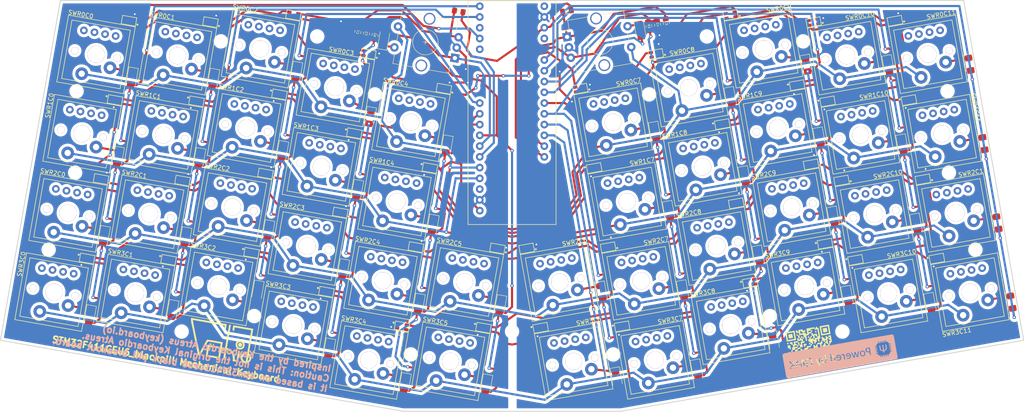
<source format=kicad_pcb>
(kicad_pcb (version 20211014) (generator pcbnew)
  (layers (0 "F.Cu" signal) (31 "B.Cu" signal) (34 "B.Paste" user) (35 "F.Paste" user) (36 "B.SilkS" user "B.Silkscreen") (37 "F.SilkS" user "F.Silkscreen") (38 "B.Mask" user) (39 "F.Mask" user) (44 "Edge.Cuts" user))
  (net 0 "")
  (net 1 "/col0")
  (net 2 "Net-(D1-Pad1)")
  (net 3 "/col1")
  (net 4 "Net-(D2-Pad1)")
  (net 5 "/col2")
  (net 6 "Net-(D3-Pad1)")
  (net 7 "/col3")
  (net 8 "Net-(D4-Pad1)")
  (net 9 "/col4")
  (net 10 "Net-(D5-Pad1)")
  (net 11 "/col7")
  (net 12 "Net-(D6-Pad1)")
  (net 13 "/col8")
  (net 14 "Net-(D7-Pad1)")
  (net 15 "/col9")
  (net 16 "Net-(D8-Pad1)")
  (net 17 "/col10")
  (net 18 "Net-(D9-Pad1)")
  (net 19 "/col11")
  (net 20 "Net-(D10-Pad1)")
  (net 21 "Net-(D11-Pad1)")
  (net 22 "Net-(D12-Pad1)")
  (net 23 "Net-(D13-Pad1)")
  (net 24 "Net-(D14-Pad1)")
  (net 25 "Net-(D15-Pad1)")
  (net 26 "Net-(D16-Pad1)")
  (net 27 "Net-(D17-Pad1)")
  (net 28 "Net-(D18-Pad1)")
  (net 29 "Net-(D19-Pad1)")
  (net 30 "Net-(D20-Pad1)")
  (net 31 "Net-(D21-Pad1)")
  (net 32 "Net-(D22-Pad1)")
  (net 33 "Net-(D23-Pad1)")
  (net 34 "Net-(D24-Pad1)")
  (net 35 "Net-(D25-Pad1)")
  (net 36 "/col5")
  (net 37 "Net-(D26-Pad1)")
  (net 38 "/col6")
  (net 39 "Net-(D27-Pad1)")
  (net 40 "Net-(D28-Pad1)")
  (net 41 "Net-(D29-Pad1)")
  (net 42 "Net-(D30-Pad1)")
  (net 43 "Net-(D31-Pad1)")
  (net 44 "Net-(D32-Pad1)")
  (net 45 "Net-(D33-Pad1)")
  (net 46 "Net-(D34-Pad1)")
  (net 47 "Net-(D35-Pad1)")
  (net 48 "Net-(D36-Pad1)")
  (net 49 "Net-(D37-Pad1)")
  (net 50 "Net-(D38-Pad1)")
  (net 51 "Net-(D39-Pad1)")
  (net 52 "Net-(D40-Pad1)")
  (net 53 "Net-(D41-Pad1)")
  (net 54 "Net-(D42-Pad1)")
  (net 55 "Net-(D43-Pad1)")
  (net 56 "Net-(D44-Pad1)")
  (net 57 "Net-(D45-Pad1)")
  (net 58 "Net-(D46-Pad1)")
  (net 59 "+3V3")
  (net 60 "GND")
  (net 61 "Net-(LED1-Pad1)")
  (net 62 "Net-(LED2-Pad1)")
  (net 63 "Net-(LED3-Pad1)")
  (net 64 "Net-(LED4-Pad1)")
  (net 65 "Net-(LED5-Pad1)")
  (net 66 "Net-(LED6-Pad1)")
  (net 67 "Net-(LED7-Pad1)")
  (net 68 "Net-(LED8-Pad1)")
  (net 69 "Net-(LED10-Pad3)")
  (net 70 "Net-(LED10-Pad1)")
  (net 71 "Net-(LED11-Pad1)")
  (net 72 "Net-(LED12-Pad1)")
  (net 73 "Net-(LED13-Pad1)")
  (net 74 "Net-(LED14-Pad1)")
  (net 75 "Net-(LED15-Pad1)")
  (net 76 "Net-(LED16-Pad1)")
  (net 77 "Net-(LED17-Pad1)")
  (net 78 "Net-(LED18-Pad1)")
  (net 79 "Net-(LED19-Pad1)")
  (net 80 "Net-(LED20-Pad1)")
  (net 81 "Net-(LED21-Pad1)")
  (net 82 "Net-(LED22-Pad1)")
  (net 83 "Net-(LED23-Pad1)")
  (net 84 "Net-(LED24-Pad1)")
  (net 85 "Net-(LED25-Pad1)")
  (net 86 "Net-(LED26-Pad1)")
  (net 87 "Net-(LED27-Pad1)")
  (net 88 "Net-(LED28-Pad1)")
  (net 89 "Net-(LED29-Pad1)")
  (net 90 "Net-(LED30-Pad1)")
  (net 91 "Net-(LED31-Pad1)")
  (net 92 "Net-(LED32-Pad1)")
  (net 93 "Net-(LED33-Pad1)")
  (net 95 "/row0")
  (net 96 "/row1")
  (net 97 "/row2")
  (net 98 "/row3")
  (net 99 "+5V")
  (net 103 "/D_In")
  (net 104 "/rot1padb")
  (net 105 "/rot1pada")
  (net 106 "/rot2pada")
  (net 107 "/rot2padb")
  (net 108 "Net-(LED34-Pad1)")
  (net 109 "Net-(LED35-Pad1)")
  (net 110 "Net-(LED36-Pad1)")
  (net 111 "Net-(LED37-Pad1)")
  (net 112 "Net-(LED38-Pad1)")
  (net 113 "Net-(LED39-Pad1)")
  (net 114 "Net-(LED40-Pad1)")
  (net 115 "Net-(LED41-Pad1)")
  (net 116 "Net-(LED42-Pad1)")
  (net 117 "Net-(LED43-Pad1)")
  (footprint "Diode_SMD:D_1206_3216Metric_Pad1.42x1.75mm_HandSolder" (layer "F.Cu") (at 55.0283 40.017851 -100)
    (fp_text reference "D1" hide)
    (fp_text value "1N4148" hide)
  )
  (footprint "Diode_SMD:D_1206_3216Metric_Pad1.42x1.75mm_HandSolder" (layer "F.Cu") (at 74.267546 40.323349 -100)
    (fp_text reference "D2" hide)
    (fp_text value "1N4148" hide)
  )
  (footprint "Diode_SMD:D_1206_3216Metric_Pad1.42x1.75mm_HandSolder" (layer "F.Cu") (at 93.850597 38.678926 -100)
    (fp_text reference "D3" hide)
    (fp_text value "1N4148" hide)
  )
  (footprint "Diode_SMD:D_1206_3216Metric_Pad1.42x1.75mm_HandSolder" (layer "F.Cu") (at 111.266961 49.322451 -100)
    (fp_text reference "D4" hide)
    (fp_text value "1N4148" hide)
  )
  (footprint "Diode_SMD:D_1206_3216Metric_Pad1.42x1.75mm_HandSolder" (layer "F.Cu") (at 129.374012 56.048884 -100)
    (fp_text reference "D5" hide)
    (fp_text value "1N4148" hide)
  )
  (footprint "Diode_SMD:D_1206_3216Metric_Pad1.42x1.75mm_HandSolder" (layer "F.Cu") (at 178.525698 52.827847 -80)
    (fp_text reference "D6" hide)
    (fp_text value "1N4148" hide)
  )
  (footprint "Diode_SMD:D_1206_3216Metric_Pad1.42x1.75mm_HandSolder" (layer "F.Cu") (at 196.373586 44.63156 -80)
    (fp_text reference "D7" hide)
    (fp_text value "1N4148" hide)
  )
  (footprint "Diode_SMD:D_1206_3216Metric_Pad1.42x1.75mm_HandSolder" (layer "F.Cu") (at 214.319145 36.989254 -80)
    (fp_text reference "D8" hide)
    (fp_text value "1N4148" hide)
  )
  (footprint "Diode_SMD:D_1206_3216Metric_Pad1.42x1.75mm_HandSolder" (layer "F.Cu") (at 233.633063 37.107212 -80)
    (fp_text reference "D9" hide)
    (fp_text value "1N4148" hide)
  )
  (footprint "Diode_SMD:D_1206_3216Metric_Pad1.42x1.75mm_HandSolder" (layer "F.Cu") (at 252.836229 36.769995 -80)
    (fp_text reference "D10" hide)
    (fp_text value "1N4148" hide)
  )
  (footprint "Diode_SMD:D_1206_3216Metric_Pad1.42x1.75mm_HandSolder" (layer "F.Cu") (at 51.729426 58.726735 -100)
    (fp_text reference "D11" hide)
    (fp_text value "1N4148" hide)
  )
  (footprint "Diode_SMD:D_1206_3216Metric_Pad1.42x1.75mm_HandSolder" (layer "F.Cu") (at 70.966486 59.044549 -100)
    (fp_text reference "D12" hide)
    (fp_text value "1N4148" hide)
  )
  (footprint "Diode_SMD:D_1206_3216Metric_Pad1.42x1.75mm_HandSolder" (layer "F.Cu") (at 90.551291 57.390278 -100)
    (fp_text reference "D13" hide)
    (fp_text value "1N4148" hide)
  )
  (footprint "Diode_SMD:D_1206_3216Metric_Pad1.42x1.75mm_HandSolder" (layer "F.Cu") (at 108.225956 66.568887 -100)
    (fp_text reference "D14" hide)
    (fp_text value "1N4148" hide)
  )
  (footprint "Diode_SMD:D_1206_3216Metric_Pad1.42x1.75mm_HandSolder" (layer "F.Cu") (at 126.072535 74.772549 -100)
    (fp_text reference "D15" hide)
    (fp_text value "1N4148" hide)
  )
  (footprint "Diode_SMD:D_1206_3216Metric_Pad1.42x1.75mm_HandSolder" (layer "F.Cu") (at 181.823286 71.529331 -80)
    (fp_text reference "D16" hide)
    (fp_text value "1N4148" hide)
  )
  (footprint "Diode_SMD:D_1206_3216Metric_Pad1.42x1.75mm_HandSolder" (layer "F.Cu") (at 199.669871 63.325676 -80)
    (fp_text reference "D17" hide)
    (fp_text value "1N4148" hide)
  )
  (footprint "Diode_SMD:D_1206_3216Metric_Pad1.42x1.75mm_HandSolder" (layer "F.Cu") (at 217.347999 54.166754 -80)
    (fp_text reference "D18" hide)
    (fp_text value "1N4148" hide)
  )
  (footprint "Diode_SMD:D_1206_3216Metric_Pad1.42x1.75mm_HandSolder" (layer "F.Cu") (at 236.931067 55.81118 -80)
    (fp_text reference "D19" hide)
    (fp_text value "1N4148" hide)
  )
  (footprint "Diode_SMD:D_1206_3216Metric_Pad1.42x1.75mm_HandSolder" (layer "F.Cu") (at 256.140756 55.510884 -80)
    (fp_text reference "D20" hide)
    (fp_text value "1N4148" hide)
  )
  (footprint "Diode_SMD:D_1206_3216Metric_Pad1.42x1.75mm_HandSolder" (layer "F.Cu") (at 67.668913 77.746038 -100)
    (fp_text reference "D22" hide)
    (fp_text value "1N4148" hide)
  )
  (footprint "Diode_SMD:D_1206_3216Metric_Pad1.42x1.75mm_HandSolder" (layer "F.Cu") (at 104.926633 85.280244 -100)
    (fp_text reference "D24" hide)
    (fp_text value "1N4148" hide)
  )
  (footprint "Diode_SMD:D_1206_3216Metric_Pad1.42x1.75mm_HandSolder" (layer "F.Cu") (at 142.015937 93.769697 -100)
    (fp_text reference "D26" hide)
    (fp_text value "1N4148" hide)
  )
  (footprint "Diode_SMD:D_1206_3216Metric_Pad1.42x1.75mm_HandSolder" (layer "F.Cu") (at 165.883363 90.546182 -80)
    (fp_text reference "D27" hide)
    (fp_text value "1N4148" hide)
  )
  (footprint "Diode_SMD:D_1206_3216Metric_Pad1.42x1.75mm_HandSolder" (layer "F.Cu") (at 185.126067 90.260371 -80)
    (fp_text reference "D28" hide)
    (fp_text value "1N4148" hide)
  )
  (footprint "Diode_SMD:D_1206_3216Metric_Pad1.42x1.75mm_HandSolder" (layer "F.Cu") (at 202.972643 82.056719 -80)
    (fp_text reference "D29" hide)
    (fp_text value "1N4148" hide)
  )
  (footprint "Diode_SMD:D_1206_3216Metric_Pad1.42x1.75mm_HandSolder" (layer "F.Cu") (at 220.645583 72.868262 -80)
    (fp_text reference "D30" hide)
    (fp_text value "1N4148" hide)
  )
  (footprint "Diode_SMD:D_1206_3216Metric_Pad1.42x1.75mm_HandSolder" (layer "F.Cu") (at 240.229937 74.520053 -80)
    (fp_text reference "D31" hide)
    (fp_text value "1N4148" hide)
  )
  (footprint "Diode_SMD:D_1206_3216Metric_Pad1.42x1.75mm_HandSolder" (layer "F.Cu") (at 259.441383 74.229628 -80)
    (fp_text reference "D32" hide)
    (fp_text value "1N4148" hide)
  )
  (footprint "Diode_SMD:D_1206_3216Metric_Pad1.42x1.75mm_HandSolder" (layer "F.Cu") (at 45.132099 96.142048 -100)
    (fp_text reference "D33" hide)
    (fp_text value "1N4148" hide)
  )
  (footprint "Diode_SMD:D_1206_3216Metric_Pad1.42x1.75mm_HandSolder" (layer "F.Cu") (at 64.640914 94.918624 -100)
    (fp_text reference "D34" hide)
    (fp_text value "1N4148" hide)
  )
  (footprint "Diode_SMD:D_1206_3216Metric_Pad1.42x1.75mm_HandSolder" (layer "F.Cu") (at 84.741455 90.339483 -100)
    (fp_text reference "D35" hide)
    (fp_text value "1N4148" hide)
  )
  (footprint "Diode_SMD:D_1206_3216Metric_Pad1.42x1.75mm_HandSolder" (layer "F.Cu") (at 101.626023 103.998976 -100)
    (fp_text reference "D36" hide)
    (fp_text value "1N4148" hide)
  )
  (footprint "Diode_SMD:D_1206_3216Metric_Pad1.42x1.75mm_HandSolder" (layer "F.Cu") (at 119.47738 112.175551 -100)
    (fp_text reference "D37" hide)
    (fp_text value "1N4148" hide)
  )
  (footprint "Diode_SMD:D_1206_3216Metric_Pad1.42x1.75mm_HandSolder" (layer "F.Cu") (at 169.456746 110.811884 -80)
    (fp_text reference "D39" hide)
    (fp_text value "1N4148" hide)
  )
  (footprint "Diode_SMD:D_1206_3216Metric_Pad1.42x1.75mm_HandSolder" (layer "F.Cu") (at 188.420179 108.942183 -80)
    (fp_text reference "D40" hide)
    (fp_text value "1N4148" hide)
  )
  (footprint "Diode_SMD:D_1206_3216Metric_Pad1.42x1.75mm_HandSolder" (layer "F.Cu") (at 206.538961 102.282201 -80)
    (fp_text reference "D41" hide)
    (fp_text value "1N4148" hide)
  )
  (footprint "Diode_SMD:D_1206_3216Metric_Pad1.42x1.75mm_HandSolder" (layer "F.Cu") (at 223.9462 91.586996 -80)
    (fp_text reference "D42" hide)
    (fp_text value "1N4148" hide)
  )
  (footprint "Diode_SMD:D_1206_3216Metric_Pad1.42x1.75mm_HandSolder" (layer "F.Cu") (at 243.53143 93.243718 -80)
    (fp_text reference "D43" hide)
    (fp_text value "1N4148" hide)
  )
  (footprint "lib_fp:ws2812_2020" (layer "F.Cu") (at 73.600421 26.831236 -10)
    (fp_text reference "LED2" hide)
    (fp_text value "ws2812_2020" hide)
  )
  (footprint "lib_fp:ws2812_2020" (layer "F.Cu") (at 93.185398 25.17595 -10)
    (fp_text reference "LED3" hide)
    (fp_text value "ws2812_2020" hide)
  )
  (footprint "lib_fp:ws2812_2020" (layer "F.Cu") (at 110.874435 34.340254 -10)
    (fp_text reference "LED4" hide)
    (fp_text value "ws2812_2020" hide)
  )
  (footprint "lib_fp:ws2812_2020" (layer "F.Cu") (at 128.708847 42.545733 -10)
    (fp_text reference "LED5" hide)
    (fp_text value "ws2812_2020" hide)
  )
  (footprint "lib_fp:ws2812_2020" (layer "F.Cu") (at 160.882591 42.546457 10)
    (fp_text reference "LED6" hide)
    (fp_text value "ws2812_2020" hide)
  )
  (footprint "lib_fp:ws2812_2020" (layer "F.Cu") (at 178.731368 34.355206 10)
    (fp_text reference "LED7" hide)
    (fp_text value "ws2812_2020" hide)
  )
  (footprint "lib_fp:ws2812_2020" (layer "F.Cu") (at 196.40645 25.178946 10)
    (fp_text reference "LED8" hide)
    (fp_text value "ws2812_2020" hide)
  )
  (footprint "lib_fp:ws2812_2020" (layer "F.Cu") (at 215.990051 26.826435 10)
    (fp_text reference "LED9" hide)
    (fp_text value "ws2812_2020" hide)
  )
  (footprint "lib_fp:ws2812_2020" (layer "F.Cu") (at 235.195854 26.504052 10)
    (fp_text reference "LED10" hide)
    (fp_text value "ws2812_2020" hide)
  )
  (footprint "lib_fp:ws2812_2020" (layer "F.Cu") (at 238.499089 45.23765 -170)
    (fp_text reference "LED11" hide)
    (fp_text value "ws2812_2020" hide)
  )
  (footprint "lib_fp:ws2812_2020" (layer "F.Cu") (at 219.2893 45.537386 -170)
    (fp_text reference "LED12" hide)
    (fp_text value "ws2812_2020" hide)
  )
  (footprint "lib_fp:ws2812_2020" (layer "F.Cu") (at 212.095784 41.712364 -170)
    (fp_text reference "LED13" hide)
    (fp_text value "ws2812_2020" hide)
  )
  (footprint "lib_fp:ws2812_2020" (layer "F.Cu") (at 194.423372 50.903616 -170)
    (fp_text reference "LED14" hide)
    (fp_text value "ws2812_2020" hide)
  )
  (footprint "lib_fp:ws2812_2020" (layer "F.Cu") (at 164.182835 61.263002 -170)
    (fp_text reference "LED15" hide)
    (fp_text value "ws2812_2020" hide)
  )
  (footprint "lib_fp:ws2812_2020" (layer "F.Cu") (at 125.409638 61.256522 170)
    (fp_text reference "LED16" hide)
    (fp_text value "ws2812_2020" hide)
  )
  (footprint "lib_fp:ws2812_2020" (layer "F.Cu") (at 107.570444 53.067254 170)
    (fp_text reference "LED17" hide)
    (fp_text value "ws2812_2020" hide)
  )
  (footprint "lib_fp:ws2812_2020" (layer "F.Cu") (at 89.886244 43.886333 170)
    (fp_text reference "LED18" hide)
    (fp_text value "ws2812_2020" hide)
  )
  (footprint "lib_fp:ws2812_2020" (layer "F.Cu") (at 51.063429 45.228246 170)
    (fp_text reference "LED20" hide)
    (fp_text value "ws2812_2020" hide)
  )
  (footprint "lib_fp:ws2812_2020" (layer "F.Cu") (at 47.774389 63.88135 -10)
    (fp_text reference "LED21" hide)
    (fp_text value "ws2812_2020" hide)
  )
  (footprint "lib_fp:ws2812_2020" (layer "F.Cu") (at 67.002796 64.248197 -10)
    (fp_text reference "LED22" hide)
    (fp_text value "ws2812_2020" hide)
  )
  (footprint "lib_fp:ws2812_2020" (layer "F.Cu") (at 86.589144 62.585253 -10)
    (fp_text reference "LED23" hide)
    (fp_text value "ws2812_2020" hide)
  )
  (footprint "lib_fp:ws2812_2020" (layer "F.Cu") (at 122.113656 79.948985 -10)
    (fp_text reference "LED25" hide)
    (fp_text value "ws2812_2020" hide)
  )
  (footprint "lib_fp:ws2812_2020" (layer "F.Cu") (at 141.350586 80.267518 -10)
    (fp_text reference "LED26" hide)
    (fp_text value "ws2812_2020" hide)
  )
  (footprint "lib_fp:ws2812_2020" (layer "F.Cu") (at 148.241747 80.273258 10)
    (fp_text reference "LED27" hide)
    (fp_text value "ws2812_2020" hide)
  )
  (footprint "lib_fp:ws2812_2020" (layer "F.Cu") (at 167.483813 79.983867 10)
    (fp_text reference "LED28" hide)
    (fp_text value "ws2812_2020" hide)
  )
  (footprint "lib_fp:ws2812_2020" (layer "F.Cu") (at 197.719711 69.598137 10)
    (fp_text reference "LED29" hide)
    (fp_text value "ws2812_2020" hide)
  )
  (footprint "lib_fp:ws2812_2020" (layer "F.Cu") (at 215.393935 60.417041 10)
    (fp_text reference "LED30" hide)
    (fp_text value "ws2812_2020" hide)
  )
  (footprint "lib_fp:ws2812_2020" (layer "F.Cu") (at 222.585335 64.230141 10)
    (fp_text reference "LED31" hide)
    (fp_text value "ws2812_2020" hide)
  )
  (footprint "lib_fp:ws2812_2020" (layer "F.Cu") (at 241.80021 63.95929 10)
    (fp_text reference "LED32" hide)
    (fp_text value "ws2812_2020" hide)
  )
  (footprint "lib_fp:ws2812_2020" (layer "F.Cu") (at 245.096488 82.653359 -170)
    (fp_text reference "LED33" hide)
    (fp_text value "ws2812_2020" hide)
  )
  (footprint "lib_fp:ws2812_2020" (layer "F.Cu") (at 44.466666 82.640364 170)
    (fp_text reference "LED44" hide)
    (fp_text value "ws2812_2020" hide)
  )
  (footprint "lib_fp:ws2812_2020" (layer "F.Cu") (at 63.702435 82.965561 170)
    (fp_text reference "LED43" hide)
    (fp_text value "ws2812_2020" hide)
  )
  (footprint "lib_fp:ws2812_2020" (layer "F.Cu") (at 83.290691 81.291588 170)
    (fp_text reference "LED42" hide)
    (fp_text value "ws2812_2020" hide)
  )
  (footprint "lib_fp:ws2812_2020" (layer "F.Cu") (at 100.961892 90.489903 170)
    (fp_text reference "LED41" hide)
    (fp_text value "ws2812_2020" hide)
  )
  (footprint "lib_fp:ws2812_2020" (layer "F.Cu") (at 118.81195 98.673868 170)
    (fp_text reference "LED40" hide)
    (fp_text value "ws2812_2020" hide)
  )
  (footprint "lib_fp:ws2812_2020" (layer "F.Cu") (at 138.050532 98.983082 170)
    (fp_text reference "LED39" hide)
    (fp_text value "ws2812_2020" hide)
  )
  (footprint "lib_fp:ws2812_2020" (layer "F.Cu") (at 151.541575 98.987496 -170)
    (fp_text reference "LED38" hide)
    (fp_text value "ws2812_2020" hide)
  )
  (footprint "lib_fp:ws2812_2020" (layer "F.Cu") (at 201.018007 88.303702 -170)
    (fp_text reference "LED36" hide)
    (fp_text value "ws2812_2020" hide)
  )
  (footprint "lib_fp:ws2812_2020" (layer "F.Cu") (at 218.692674 79.125087 -170)
    (fp_text reference "LED35" hide)
    (fp_text value "ws2812_2020" hide)
  )
  (footprint "lib_fp:ws2812_2020" (layer "F.Cu") (at 225.890329 82.973692 -170)
    (fp_text reference "LED34" hide)
    (fp_text value "ws2812_2020" hide)
  )
  (footprint "lib_fp:cherryMX" (layer "F.Cu") (at 65.813441 34.750242 170)
    (fp_text reference "SWR0C1")
    (fp_text value "SW_Push_45deg" hide)
  )
  (footprint "lib_fp:cherryMX" (layer "F.Cu") (at 85.403442 33.100251 170)
    (fp_text reference "SWR0C2")
    (fp_text value "SW_Push_45deg" hide)
  )
  (footprint "lib_fp:cherryMX" (layer "F.Cu") (at 103.083442 42.260245 170)
    (fp_text reference "SWR0C3")
    (fp_text value "SW_Push_45deg" hide)
  )
  (footprint "lib_fp:cherryMX" (layer "F.Cu") (at 120.923451 50.470247 170)
    (fp_text reference "SWR0C4")
    (fp_text value "SW_Push_45deg" hide)
  )
  (footprint "lib_fp:cherryMX" (layer "F.Cu") (at 168.671636 50.470243 -170)
    (fp_text reference "SWR0C7")
    (fp_text value "SW_Push_45deg" hide)
  )
  (footprint "lib_fp:cherryMX" (layer "F.Cu") (at 186.533427 42.280259 -170)
    (fp_text reference "SWR0C8")
    (fp_text value "SW_Push_45deg" hide)
  )
  (footprint "lib_fp:cherryMX" (layer "F.Cu") (at 204.203441 33.100245 -170)
    (fp_text reference "SWR0C9")
    (fp_text value "SW_Push_45deg" hide)
  )
  (footprint "lib_fp:cherryMX" (layer "F.Cu") (at 223.783434 34.75025 -170)
    (fp_text reference "SWR0C10")
    (fp_text value "SW_Push_45deg" hide)
  )
  (footprint "lib_fp:cherryMX" (layer "F.Cu") (at 242.993438 34.420245 -170)
    (fp_text reference "SWR0C11")
    (fp_text value "SW_Push_45deg" hide)
  )
  (footprint "lib_fp:cherryMX" (layer "F.Cu") (at 43.273442 53.150239 170)
    (fp_text reference "SWR1C0")
    (fp_text value "SW_Push_45deg" hide)
  )
  (footprint "lib_fp:cherryMX" (layer "F.Cu") (at 82.103445 51.810258 170)
    (fp_text reference "SWR1C2")
    (fp_text value "SW_Push_45deg" hide)
  )
  (footprint "lib_fp:cherryMX" (layer "F.Cu") (at 99.773428 60.990247 170)
    (fp_text reference "SWR1C3")
    (fp_text value "SW_Push_45deg" hide)
  )
  (footprint "lib_fp:cherryMX" (layer "F.Cu") (at 171.983447 69.180243 -170)
    (fp_text reference "SWR1C7")
    (fp_text value "SW_Push_45deg" hide)
  )
  (footprint "lib_fp:cherryMX" (layer "F.Cu") (at 189.823435 60.990244 -170)
    (fp_text reference "SWR1C8")
    (fp_text value "SW_Push_45deg" hide)
  )
  (footprint "lib_fp:cherryMX" (layer "F.Cu") (at 207.503442 51.810244 -170)
    (fp_text reference "SWR1C9")
    (fp_text value "SW_Push_45deg" hide)
  )
  (footprint "lib_fp:cherryMX" (layer "F.Cu") (at 246.333437 53.15025 -170)
    (fp_text reference "SWR1C11")
    (fp_text value "SW_Push_45deg" hide)
  )
  (footprint "lib_fp:cherryMX" (layer "F.Cu") (at 59.214436 72.17025 170)
    (fp_text reference "SWR2C1")
    (fp_text value "SW_Push_45deg" hide)
  )
  (footprint "lib_fp:cherryMX" (layer "F.Cu") (at 78.800429 70.507251 170)
    (fp_text reference "SWR2C2")
    (fp_text value "SW_Push_45deg" hide)
  )
  (footprint "lib_fp:cherryMX" (layer "F.Cu") (at 96.453443 79.697248 170)
    (fp_text reference "SWR2C3")
    (fp_text value "SW_Push_45deg" hide)
  )
  (footprint "lib_fp:cherryMX" (layer "F.Cu") (at 114.319445 87.86525 170)
    (fp_text reference "SWR2C4")
    (fp_text value "SW_Push_45deg" hide)
  )
  (footprint "lib_fp:cherryMX" (layer "F.Cu") (at 133.563429 88.186249 170)
    (fp_text reference "SWR2C5")
    (fp_text value "SW_Push_45deg" hide)
  )
  (footprint "lib_fp:cherryMX" (layer "F.Cu") (at 156.043441 88.198244 -170)
    (fp_text reference "SWR2C6")
    (fp_text value "SW_Push_45deg" hide)
  )
  (footprint "lib_fp:cherryMX" (layer "F.Cu") (at 175.280429 87.902242 -170)
    (fp_text reference "SWR2C7")
    (fp_text value "SW_Push_45deg" hide)
  )
  (footprint "lib_fp:cherryMX" (layer "F.Cu") (at 210.797449 70.519248 -170)
    (fp_text reference "SWR2C9")
    (fp_text value "SW_Push_45deg" hide)
  )
  (footprint "lib_fp:cherryMX" (layer "F.Cu") (at 230.389442 72.155242 -170)
    (fp_text reference "SWR2C10")
    (fp_text value "SW_Push_45deg" hide)
  )
  (footprint "lib_fp:cherryMX" (layer "F.Cu") (at 249.596434 71.875254 -170)
    (fp_text reference "SWR2C11")
    (fp_text value "SW_Push_45deg" hide)
  )
  (footprint "lib_fp:cherryMX" (layer "F.Cu") (at 55.908439 90.886242 170)
    (fp_text reference "SWR3C1")
    (fp_text value "SW_Push_45deg" hide)
  )
  (footprint "lib_fp:cherryMX" (layer "F.Cu") (at 75.501442 89.228244 170)
    (fp_text reference "SWR3C2")
    (fp_text value "SW_Push_45deg" hide)
  )
  (footprint "lib_fp:cherryMX" (layer "F.Cu") (at 93.176418 98.419247 170)
    (fp_text reference "SWR3C3")
    (fp_text value "SW_Push_45deg" hide)
  )
  (footprint "lib_fp:cherryMX" (layer "F.Cu") (at 111.03244 106.598245 170)
    (fp_text reference "SWR3C4")
    (fp_text value "SW_Push_45deg" hide)
  )
  (footprint "lib_fp:cherryMX" (layer "F.Cu") (at 130.267434 106.90124 170)
    (fp_text reference "SWR3C5")
    (fp_text value "SW_Push_45deg" hide)
  )
  (footprint "lib_fp:cherryMX" (layer "F.Cu") (at 159.340442 106.914249 -170)
    (fp_text reference "SWR3C6")
    (fp_text value "SW_Push_45deg" hide)
  )
  (footprint "lib_fp:cherryMX" (layer "F.Cu") (at 178.599104 106.576828 -170)
    (fp_text reference "SWR3C7")
    (fp_text value "SW_Push_45deg" hide)
  )
  (footprint "lib_fp:cherryMX" (layer "F.Cu") (at 196.417442 98.406247 -170)
    (fp_text reference "SWR3C8")
    (fp_text value "SW_Push_45deg" hide)
  )
  (footprint "lib_fp:cherryMX" (layer "F.Cu") (at 214.092445 89.232233 -170)
    (fp_text reference "SWR3C9")
    (fp_text value "SW_Push_45deg" hide)
  )
  (footprint "lib_fp:cherryMX" (layer "F.Cu") (at 233.683261 90.893251 -170)
    (fp_text reference "SWR3C10")
    (fp_text value "SW_Push_45deg" hide)
  )
  (footprint "lib_fp:cherryMX" (layer "F.Cu") (at 252.917442 90.567249 -170)
    (fp_text reference "SWR3C11")
    (fp_text value "SW_Push_45deg" hide)
  )
  (footprint "Rotary_Encoder:RotaryEncoder_Alps_EC12E-Switch_Vertical_H20mm_CircularMountingHoles" (layer "F.Cu") (at 157.79904 30.308756 10)
    (fp_text reference "SW1" hide)
    (fp_text value "Rotary_Encoder_Switch" hide)
  )
  (footprint "lib_fp:stm32_blackpill" (layer "F.Cu") (at 144.79904 47.200252)
    (fp_text reference "U1" hide)
    (fp_text value "black_pill" hide)
  )
  (footprint "lib_fp:cherryMX" (layer "F.Cu") (at 62.513442 53.460248 170)
    (fp_text reference "SWR1C1")
    (fp_text value "SW_Push_45deg" hide)
  )
  (footprint "lib_fp:cherryMX" (layer "F.Cu") (at 193.123444 79.700243 -170)
    (fp_text reference "SWR2C8")
    (fp_text value "SW_Push_45deg" hide)
  )
  (footprint "lib_fp:ws2812_2020" (layer "F.Cu") (at 70.303273 45.530342 170)
    (fp_text reference "LED19" hide)
    (fp_text value "ws2812_2020" hide)
  )
  (footprint "lib_fp:cherryMX" (layer "F.Cu") (at 46.583435 34.440244 170)
    (fp_text reference "SWR0C0")
    (fp_text value "SW_Push_45deg" hide)
  )
  (footprint "lib_fp:cherryMX" (layer "F.Cu") (at 117.623445 69.18025 170)
    (fp_text reference "SWR1C4")
    (fp_text value "SW_Push_45deg" hide)
  )
  (footprint "lib_fp:cherryMX" (layer "F.Cu") (at 227.083443 53.460256 -170)
    (fp_text reference "SWR1C10")
    (fp_text value "SW_Push_45deg" hide)
  )
  (footprint "Capacitor_SMD:C_0805_2012Metric_Pad1.15x1.40mm_HandSolder" (layer "F.Cu") (at 108.410496 29.146766 -100)
    (fp_text reference "C1" hide)
    (fp_text value "100nF" hide)
  )
  (footprint "Capacitor_SMD:C_0805_2012Metric_Pad1.15x1.40mm_HandSolder" (layer "F.Cu") (at 110.42935 29.502746 -100)
    (fp_text reference "C2" hide)
    (fp_text value "100nF" hide)
  )
  (footprint "Capacitor_SMD:C_0805_2012Metric_Pad1.15x1.40mm_HandSolder" (layer "F.Cu") (at 181.235138 27.050701 100)
    (fp_text reference "C3" hide)
    (fp_text value "100nF" hide)
  )
  (footprint "Capacitor_SMD:C_0805_2012Metric_Pad1.15x1.40mm_HandSolder" (layer "F.Cu") (at 179.167039 27.415362 100)
    (fp_text reference "C4" hide)
    (fp_text value "100nF" hide)
  )
  (footprint "Resistor_SMD:R_0805_2012Metric_Pad1.15x1.40mm_HandSolder" (layer "F.Cu") (at 132.217189 24.274737 170)
    (fp_text reference "R1" hide)
    (fp_text value "10K" hide)
  )
  (footprint "Resistor_SMD:R_0805_2012Metric_Pad1.15x1.40mm_HandSolder" (layer "F.Cu") (at 112.45805 29.860456 80)
    (fp_text reference "R2" hide)
    (fp_text value "10K" hide)
  )
  (footprint "Resistor_SMD:R_0805_2012Metric_Pad1.15x1.40mm_HandSolder" (layer "F.Cu") (at 177.111744 27.777775 100)
    (fp_text reference "R3" hide)
    (fp_text value "10K" hide)
  )
  (footprint "Resistor_SMD:R_0805_2012Metric_Pad1.15x1.40mm_HandSolder" (layer "F.Cu") (at 157.765568 24.195323 -170)
    (fp_text reference "R4" hide)
    (fp_text value "10K" hide)
  )
  (footprint "lib_fp:cherryMX" (layer "F.Cu") (at 36.676446 90.563253 170)
    (fp_text reference "SWR3C0")
    (fp_text value "SW_Push_45deg" hide)
  )
  (footprint "Diode_SMD:D_1206_3216Metric_Pad1.42x1.75mm_HandSolder" (layer "F.Cu") (at 48.429679 77.440544 -100)
    (fp_text reference "D21" hide)
    (fp_text value "1N4148" hide)
  )
  (footprint "lib_fp:cherryMX" (layer "F.Cu") (at 39.973443 71.860244 170)
    (fp_text reference "SWR2C0")
    (fp_text value "SW_Push_45deg" hide)
  )
  (footprint "Rotary_Encoder:RotaryEncoder_Alps_EC12E-Switch_Vertical_H20mm_CircularMountingHoles" (layer "F.Cu") (at 131.299037 35.30876 170)
    (fp_text reference "SW2" hide)
    (fp_text value "Rotary_Encoder_Switch" hide)
  )
  (footprint "Diode_SMD:D_1206_3216Metric_Pad1.42x1.75mm_HandSolder" (layer "F.Cu") (at 175.037231 28.780691 -80)
    (fp_text reference "D46" hide)
    (fp_text value "1N4148" hide)
  )
  (footprint "lib_fp:ws2812_2020" (layer "F.Cu") (at 54.365046 26.503829 -10)
    (fp_text reference "LED1" hide)
    (fp_text value "ws2812_2020" hide)
  )
  (footprint "lib_fp:ws2812_2020" (layer "F.Cu") (at 170.775603 98.652467 -170)
    (fp_text reference "LED37" hide)
    (fp_text value "ws2812_2020" hide)
  )
  (footprint "Diode_SMD:D_1206_3216Metric_Pad1.42x1.75mm_HandSolder" (layer "F.Cu") (at 87.253712 76.091775 -100)
    (fp_text reference "D23" hide)
    (fp_text value "1N4148" hide)
  )
  (footprint "Diode_SMD:D_1206_3216Metric_Pad1.42x1.75mm_HandSolder" (layer "F.Cu") (at 262.739385 92.933583 -80)
    (fp_text reference "D44" hide)
    (fp_text value "1N4148" hide)
  )
  (footprint "Diode_SMD:D_1206_3216Metric_Pad1.42x1.75mm_HandSolder" (layer "F.Cu") (at 122.780168 93.444501 -100)
    (fp_text reference "D25" hide)
    (fp_text value "1N4148" hide)
  )
  (footprint "Diode_SMD:D_1206_3216Metric_Pad1.42x1.75mm_HandSolder" (layer "F.Cu") (at 138.716615 112.481057 -100)
    (fp_text reference "D38" hide)
    (fp_text value "1N4148" hide)
  )
  (footprint "lib_fp:ws2812_2020" (layer "F.Cu") (at 104.252443 71.786245 -10)
    (fp_text reference "LED24" hide)
    (fp_text value "ws2812_2020" hide)
  )
  (footprint "Diode_SMD:D_1206_3216Metric_Pad1.42x1.75mm_HandSolder" (layer "F.Cu") (at 114.543554 30.845957 80)
    (fp_text reference "D45" hide)
    (fp_text value "1N4148" hide)
  )
  (footprint "MountingHole:MountingHole_2mm" (layer "F.Cu") (at 112.439038 43.879776 -10)
    (fp_text reference "H12" hide)
    (fp_text value "MountingHole_Pad" hide)
  )
  (footprint "MountingHole:MountingHole_2mm" (layer "F.Cu") (at 35.399044 80.55977 -10)
    (fp_text reference "H17" hide)
    (fp_text value "MountingHole_Pad" hide)
  )
  (footprint "MountingHole:MountingHole_2mm" (layer "F.Cu") (at 66.799031 99.879772 -10)
    (fp_text reference "H15" hide)
    (fp_text value "MountingHole_Pad" hide)
  )
  (footprint "MountingHole:MountingHole_2mm" (layer "F.Cu") (at 168.699043 105.279771 10)
    (fp_text reference "H9" hide)
    (fp_text value "MountingHole_Pad" hide)
  )
  (footprint "MountingHole:MountingHole_2mm" (layer "F.Cu") (at 144.799041 99.879762)
    (fp_text reference "H10" hide)
    (fp_text value "MountingHole_Pad" hide)
  )
  (footprint "MountingHole:MountingHole_2mm" (layer "F.Cu") (at 76.059042 31.369777 -10)
    (fp_text reference "H16" hide)
    (fp_text value "MountingHole_Pad" hide)
  )
  (footprint "MountingHole:MountingHole_2mm" (layer "F.Cu") (at 98.799044 30.199767 -10)
    (fp_text reference "H14" hide)
    (fp_text value "MountingHole_Pad" hide)
  )
  (footprint "MountingHole:MountingHole_2mm" (layer "F.Cu") (at 83.909036 96.219765 -10)
    (fp_text reference "H13" hide)
    (fp_text value "MountingHole_Pad" hide)
  )
  (footprint "MountingHole:MountingHole_2mm" (layer "F.Cu") (at 41.989043 43.129763 -10)
    (fp_text reference "H19" hide)
    (fp_text value "MountingHole_Pad" hide)
  )
  (footprint "MountingHole:MountingHole_2mm" (layer "F.Cu") (at 247.609038 43.129766 10)
    (fp_text reference "H3" hide)
    (fp_text value "MountingHole_Pad" hide)
  )
  (footprint "MountingHole:MountingHole_2mm" (layer "F.Cu") (at 247.949042 62.369766 10)
    (fp_text reference "H2" hide)
    (fp_text value "MountingHole_Pad" hide)
  )
  (footprint "MountingHole:MountingHole_2mm" (layer "F.Cu") (at 213.53903 31.369774 10)
    (fp_text reference "H5" hide)
    (fp_text value "MountingHole_Pad" hide)
  )
  (footprint "MountingHole:MountingHole_2mm" (layer "F.Cu") (at 190.799031 30.199769 10)
    (fp_text reference "H7" hide)
    (fp_text value "MountingHole_Pad" hide)
  )
  (footprint "MountingHole:MountingHole_2mm" (layer "F.Cu") (at 177.159048 43.879769 10)
    (fp_text reference "H8" hide)
    (fp_text value "MountingHole_Pad" hide)
  )
  (footprint "MountingHole:MountingHole_2mm" (layer "F.Cu") (at 205.689044 96.219776 10)
    (fp_text reference "H6" hide)
    (fp_text value "MountingHole_Pad" hide)
  )
  (footprint "MountingHole:MountingHole_2mm" (layer "F.Cu") (at 41.649026 62.369767 -10)
    (fp_text reference "H18" hide)
    (fp_text value "MountingHole_Pad" hide)
  )
  (footprint "MountingHole:MountingHole_2mm" (layer "F.Cu") (at 254.199037 80.55977 10)
    (fp_text reference "H1" hide)
    (fp_text value "MountingHole_Pad" hide)
  )
  (footprint "MountingHole:MountingHole_2mm" (layer "F.Cu") (at 120.899047 105.279768 -10)
    (fp_text reference "H11" hide)
    (fp_text value "MountingHole_Pad" hide)
  )
  (footprint "MountingHole:MountingHole_2mm" (layer "F.Cu") (at 222.79904 99.879777 10)
    (fp_text reference "H4" hide)
    (fp_text value "MountingHole_Pad" hide)
  )
  (gr_poly (pts (xy 234.356008 100.585805) (xy 234.383031 100.583133) (xy 234.409896 100.581844) (xy 234.436566 100.581906) (xy 234.463006 100.583295) (xy 234.489173 100.585986) (xy 234.515032 100.589947) (xy 234.540542 100.59515) (xy 234.56566 100.601574) (xy 234.590359 100.609187) (xy 234.61459 100.617963) (xy 234.638312 100.627873) (xy 234.661494 100.638893) (xy 234.684089 100.650992) (xy 234.706066 100.664144) (xy 234.72738 100.678325) (xy 234.747996 100.693506) (xy 234.767872 100.709654) (xy 234.786973 100.726751) (xy 234.805255 100.744763) (xy 234.822684 100.76367) (xy 234.839216 100.783435) (xy 234.85482 100.804038) (xy 234.869446 100.825447) (xy 234.883062 100.847638) (xy 234.895627 100.870585) (xy 234.907106 100.894257) (xy 234.917453 100.918626) (xy 234.926639 100.94367) (xy 234.934614 100.969354) (xy 234.941347 100.995663) (xy 234.946793 101.022555) (xy 235.790699 105.80859) (xy 235.794778 105.835725) (xy 235.79745 105.862748) (xy 235.798743 105.889611) (xy 235.798676 105.916281) (xy 235.797287 105.942723) (xy 235.794597 105.968891) (xy 235.790634 105.99475) (xy 235.785429 106.020259) (xy 235.779009 106.045381) (xy 235.771397 106.070077) (xy 235.762621 106.094306) (xy 235.752707 106.118032) (xy 235.741687 106.14121) (xy 235.729588 106.163809) (xy 235.716432 106.185784) (xy 235.702252 106.207099) (xy 235.687072 106.227716) (xy 235.670923 106.247593) (xy 235.653822 106.266692) (xy 235.635813 106.284975) (xy 235.616908 106.302402) (xy 235.59714 106.318937) (xy 235.576537 106.334536) (xy 235.55513 106.349163) (xy 235.532941 106.362781) (xy 235.509998 106.375345) (xy 235.486323 106.386823) (xy 235.461952 106.397174) (xy 235.436915 106.406357) (xy 235.411225 106.414332) (xy 235.384925 106.421065) (xy 235.358029 106.426512) (xy 210.143803 110.872462) (xy 210.116668 110.876542) (xy 210.08965 110.879211) (xy 210.062783 110.880502) (xy 210.036113 110.880435) (xy 210.009672 110.879047) (xy 209.983505 110.876358) (xy 209.957646 110.872396) (xy 209.932135 110.867189) (xy 209.907012 110.860768) (xy 209.882316 110.853154) (xy 209.858087 110.844378) (xy 209.834366 110.834467) (xy 209.811184 110.823447) (xy 209.788584 110.811346) (xy 209.766611 110.79819) (xy 209.745296 110.78401) (xy 209.724681 110.76883) (xy 209.704802 110.75268) (xy 209.685701 110.735586) (xy 209.667419 110.717569) (xy 209.649991 110.698667) (xy 209.633457 110.678899) (xy 209.617859 110.658297) (xy 209.603231 110.636887) (xy 209.589613 110.614698) (xy 209.577046 110.591754) (xy 209.56557 110.568083) (xy 209.55522 110.543714) (xy 209.546036 110.518672) (xy 209.53806 110.492984) (xy 209.53133 110.466681) (xy 209.525882 110.439786) (xy 209.285669 109.077475) (xy 214.138616 108.221774) (xy 214.140002 108.22932) (xy 214.141438 108.236534) (xy 214.142922 108.243417) (xy 214.144458 108.249967) (xy 214.146039 108.256185) (xy 214.147673 108.262065) (xy 214.149352 108.267618) (xy 214.151081 108.272833) (xy 214.152862 108.277726) (xy 214.154693 108.282308) (xy 214.156581 108.286579) (xy 214.158524 108.290533) (xy 214.160518 108.294177) (xy 214.161533 108.295881) (xy 214.162567 108.297509) (xy 214.163612 108.29906) (xy 214.164665 108.300532) (xy 214.165739 108.301924) (xy 214.166824 108.303245) (xy 214.167915 108.304493) (xy 214.169004 108.305683) (xy 214.17009 108.306812) (xy 214.17118 108.307885) (xy 214.172272 108.308895) (xy 214.173363 108.309843) (xy 214.174455 108.310735) (xy 214.175545 108.31157) (xy 214.176641 108.312341) (xy 214.177732 108.313053) (xy 214.178826 108.313702) (xy 214.17992 108.314297) (xy 214.181018 108.31483) (xy 214.182113 108.315301) (xy 214.183206 108.315715) (xy 214.184306 108.316068) (xy 214.185394 108.316378) (xy 214.186481 108.316657) (xy 214.187558 108.316905) (xy 214.188635 108.317122) (xy 214.189703 108.317305) (xy 214.190769 108.317458) (xy 214.19183 108.317578) (xy 214.19288 108.317666) (xy 214.193928 108.317724) (xy 214.19497 108.317753) (xy 214.196009 108.317746) (xy 214.197038 108.31771) (xy 214.198063 108.317643) (xy 214.199086 108.317545) (xy 214.200097 108.317416) (xy 214.201101 108.317253) (xy 214.204574 108.316553) (xy 214.208262 108.315634) (xy 214.212183 108.314495) (xy 214.216332 108.31314) (xy 214.2207 108.311569) (xy 214.2253 108.309773) (xy 214.230124 108.307765) (xy 214.235175 108.305539) (xy 214.240453 108.303091) (xy 214.245956 108.300427) (xy 214.257646 108.294444) (xy 214.270233 108.287588) (xy 214.283728 108.27986) (xy 214.297907 108.271335) (xy 214.312537 108.262078) (xy 214.327622 108.252096) (xy 214.343165 108.24138) (xy 214.359158 108.229933) (xy 214.375606 108.217762) (xy 214.392515 108.204856) (xy 214.409869 108.191222) (xy 214.427573 108.176919) (xy 214.445515 108.161991) (xy 214.463694 108.146434) (xy 214.482105 108.130253) (xy 214.500753 108.113447) (xy 214.519638 108.096015) (xy 214.538762 108.077956) (xy 214.558117 108.059273) (xy 214.577455 108.039979) (xy 214.596512 108.020088) (xy 214.615286 107.999597) (xy 214.633782 107.978507) (xy 214.652 107.956816) (xy 214.669938 107.934525) (xy 214.687597 107.911634) (xy 214.704983 107.888147) (xy 214.714215 107.89166) (xy 214.723703 107.895044) (xy 214.733452 107.898299) (xy 214.743458 107.901417) (xy 214.764239 107.907264) (xy 214.786056 107.912584) (xy 214.808901 107.917375) (xy 214.832778 107.921638) (xy 214.85769 107.925375) (xy 214.883631 107.928581) (xy 214.910508 107.930971) (xy 214.938225 107.932259) (xy 214.966787 107.93245) (xy 214.996189 107.931541) (xy 215.026438 107.929538) (xy 215.057532 107.926432) (xy 215.089468 107.922226) (xy 215.122256 107.916918) (xy 215.170226 107.907533) (xy 215.216227 107.896633) (xy 215.238486 107.890618) (xy 215.260255 107.884224) (xy 215.281528 107.877452) (xy 215.302312 107.870306) (xy 215.322598 107.86278) (xy 215.342391 107.854875) (xy 215.361692 107.846594) (xy 215.380501 107.837933) (xy 215.398814 107.828896) (xy 215.416635 107.819483) (xy 215.433962 107.809691) (xy 215.450795 107.799517) (xy 215.467151 107.78898) (xy 215.483046 107.778098) (xy 215.498478 107.76686) (xy 215.513448 107.755275) (xy 215.527962 107.743336) (xy 215.542009 107.731049) (xy 215.555594 107.718411) (xy 215.568719 107.705422) (xy 215.581382 107.692082) (xy 215.593582 107.678393) (xy 215.605321 107.66435) (xy 215.616599 107.649958) (xy 215.627413 107.635212) (xy 215.637768 107.62012) (xy 215.647658 107.604671) (xy 215.657084 107.588878) (xy 215.666062 107.572723) (xy 215.674592 107.556213) (xy 215.682674 107.539342) (xy 215.690311 107.522112) (xy 215.697504 107.504526) (xy 215.704244 107.486579) (xy 215.710539 107.468273) (xy 215.716387 107.44961) (xy 215.721787 107.430586) (xy 215.726745 107.411205) (xy 215.73125 107.391462) (xy 215.735314 107.371365) (xy 215.738928 107.350905) (xy 215.742096 107.330091) (xy 215.744816 107.308916) (xy 215.747092 107.287384) (xy 215.750347 107.243311) (xy 215.751901 107.197965) (xy 215.751759 107.151338) (xy 215.74993 107.10343) (xy 215.746399 107.054249) (xy 215.741174 107.003788) (xy 215.734252 106.952044) (xy 215.725639 106.899023) (xy 215.715866 106.84813) (xy 215.704758 106.79875) (xy 215.69232 106.750881) (xy 215.678546 106.70452) (xy 215.663441 106.659673) (xy 215.647006 106.616335) (xy 215.629235 106.574505) (xy 215.610135 106.534187) (xy 215.605891 106.525931) (xy 216.459033 106.375499) (xy 216.459423 106.377538) (xy 216.45989 106.379626) (xy 216.460433 106.38177) (xy 216.461045 106.383966) (xy 216.461732 106.386209) (xy 216.462495 106.388509) (xy 216.463331 106.390856) (xy 216.464241 106.393258) (xy 216.466282 106.39822) (xy 216.468619 106.403383) (xy 216.471249 106.408752) (xy 216.474178 106.414332) (xy 217.119184 107.538543) (xy 217.358443 107.954182) (xy 217.359209 107.95542) (xy 217.360017 107.956628) (xy 217.360869 107.957811) (xy 217.361765 107.958964) (xy 217.36271 107.96009) (xy 217.363694 107.961187) (xy 217.364728 107.962254) (xy 217.365804 107.963296) (xy 217.368094 107.965293) (xy 217.370564 107.96718) (xy 217.373215 107.968951) (xy 217.376045 107.97061) (xy 217.379053 107.972155) (xy 217.38224 107.973593) (xy 217.38561 107.974911) (xy 217.389159 107.976121) (xy 217.392889 107.977216) (xy 217.396797 107.978193) (xy 217.400885 107.979064) (xy 217.405155 107.979817) (xy 217.409641 107.980451) (xy 217.414378 107.980948) (xy 217.419364 107.98131) (xy 217.424603 107.981537) (xy 217.430093 107.98162) (xy 217.43584 107.981576) (xy 217.44183 107.981391) (xy 217.448077 107.981071) (xy 217.454574 107.980613) (xy 217.461323 107.98002) (xy 217.475576 107.978424) (xy 217.490831 107.976284) (xy 217.507097 107.973601) (xy 217.515603 107.972046) (xy 217.52367 107.970465) (xy 217.531295 107.968853) (xy 217.538483 107.967208) (xy 217.545233 107.965536) (xy 217.551545 107.963831) (xy 217.55742 107.962096) (xy 217.562855 107.960328) (xy 217.567905 107.958494) (xy 217.5703 107.957543) (xy 217.572614 107.95657) (xy 217.57484 107.955573) (xy 217.57698 107.954555) (xy 217.579038 107.953516) (xy 217.581009 107.95245) (xy 217.582895 107.951364) (xy 217.584695 107.950258) (xy 217.586408 107.949125) (xy 217.58804 107.947973) (xy 217.589586 107.946799) (xy 217.591046 107.945598) (xy 217.592425 107.944375) (xy 217.593714 107.94313) (xy 217.594921 107.941856) (xy 217.596043 107.940557) (xy 217.597074 107.939228) (xy 217.598019 107.937873) (xy 217.598881 107.936486) (xy 217.599653 107.935075) (xy 217.600343 107.933634) (xy 217.600942 107.932168) (xy 217.601459 107.930672) (xy 217.601889 107.929145) (xy 217.602232 107.927594) (xy 217.602493 107.926016) (xy 217.602665 107.924407) (xy 217.602749 107.922773) (xy 217.60275 107.921106) (xy 217.602667 107.919413) (xy 217.602499 107.917695) (xy 217.602249 107.915943) (xy 217.60192 107.914166) (xy 217.601511 107.912357) (xy 217.601017 107.910521) (xy 217.600449 107.908654) (xy 217.599796 107.906758) (xy 217.59906 107.904832) (xy 217.598245 107.902879) (xy 217.597351 107.900897) (xy 217.596376 107.898885) (xy 217.595315 107.896846) (xy 217.59418 107.894777) (xy 217.59296 107.892678) (xy 217.591657 107.89055) (xy 217.590275 107.888393) (xy 217.34992 107.497858) (xy 217.351301 107.496896) (xy 217.35266 107.49588) (xy 217.354 107.494815) (xy 217.355322 107.493702) (xy 217.35662 107.492538) (xy 217.357903 107.491319) (xy 217.359164 107.490055) (xy 217.360405 107.488738) (xy 217.361628 107.487371) (xy 217.362832 107.485954) (xy 217.364017 107.484487) (xy 217.365182 107.482968) (xy 217.366328 107.481398) (xy 217.367454 107.479779) (xy 217.368561 107.47811) (xy 217.369646 107.476389) (xy 217.370694 107.474646) (xy 217.371689 107.472897) (xy 217.372623 107.471149) (xy 217.373511 107.469398) (xy 217.374342 107.467647) (xy 217.375117 107.465895) (xy 217.375839 107.464138) (xy 217.376509 107.462384) (xy 217.377123 107.460626) (xy 217.377676 107.458869) (xy 217.378183 107.457112) (xy 217.378633 107.455348) (xy 217.379028 107.453588) (xy 217.379369 107.451824) (xy 217.37966 107.450062) (xy 217.379889 107.448298) (xy 217.500093 106.797759) (xy 217.873251 106.731963) (xy 217.880615 106.770617) (xy 217.888879 106.808095) (xy 217.898035 106.844397) (xy 217.908089 106.879528) (xy 217.919037 106.913486) (xy 217.930877 106.946269) (xy 217.943614 106.97788) (xy 217.95725 107.008318) (xy 217.964389 107.023076) (xy 217.97173 107.037501) (xy 217.979272 107.051594) (xy 217.987016 107.065355) (xy 217.99496 107.07878) (xy 218.003107 107.091876) (xy 218.011451 107.104636) (xy 218.019996 107.117068) (xy 218.028745 107.129165) (xy 218.037692 107.140933) (xy 218.046839 107.152366) (xy 218.056188 107.163464) (xy 218.06574 107.174229) (xy 218.075489 107.184665) (xy 218.085441 107.194764) (xy 218.095593 107.20453) (xy 218.105934 107.213954) (xy 218.116451 107.223009) (xy 218.127148 107.231696) (xy 218.138023 107.240017) (xy 218.14908 107.247973) (xy 218.160309 107.255562) (xy 218.171724 107.262781) (xy 218.183318 107.269638) (xy 218.195085 107.276127) (xy 218.207031 107.282246) (xy 218.21916 107.288003) (xy 218.231467 107.293391) (xy 218.243951 107.298415) (xy 218.256614 107.30307) (xy 218.269454 107.307361) (xy 218.282472 107.311284) (xy 218.295659 107.314824) (xy 218.309001 107.317954) (xy 218.322496 107.320681) (xy 218.336149 107.323004) (xy 218.349954 107.324917) (xy 218.363915 107.326428) (xy 218.378035 107.327529) (xy 218.392307 107.328226) (xy 218.406732 107.328519) (xy 218.421319 107.3284) (xy 218.436057 107.327884) (xy 218.450949 107.326958) (xy 218.466002 107.325626) (xy 218.481204 107.32389) (xy 218.496567 107.321748) (xy 218.51208 107.319203) (xy 218.526338 107.316506) (xy 218.540255 107.313502) (xy 218.553837 107.31019) (xy 218.567083 107.306568) (xy 218.579995 107.302638) (xy 218.592572 107.298399) (xy 218.60481 107.293851) (xy 218.616719 107.288996) (xy 218.628388 107.283777) (xy 218.639916 107.278127) (xy 218.651306 107.272046) (xy 218.66255 107.265538) (xy 218.673655 107.2586) (xy 218.684622 107.251233) (xy 218.695442 107.243434) (xy 218.70612 107.23521) (xy 218.716705 107.226559) (xy 218.72721 107.217487) (xy 218.737645 107.207998) (xy 218.747999 107.198089) (xy 218.758281 107.187756) (xy 218.768488 107.17701) (xy 218.77862 107.165845) (xy 218.788673 107.154261) (xy 218.798742 107.1422) (xy 218.808884 107.129607) (xy 218.819107 107.116475) (xy 218.829402 107.102819) (xy 218.839779 107.088623) (xy 218.850233 107.073899) (xy 218.860769 107.058639) (xy 218.871385 107.042849) (xy 218.897402 107.190412) (xy 218.897656 107.19174) (xy 218.897951 107.193038) (xy 218.898283 107.194309) (xy 218.898656 107.195546) (xy 218.899064 107.196762) (xy 218.899508 107.197946) (xy 218.899997 107.199102) (xy 218.900519 107.200231) (xy 218.901082 107.20133) (xy 218.901681 107.202404) (xy 218.902321 107.203448) (xy 218.902999 107.204463) (xy 218.903713 107.20545) (xy 218.904468 107.206412) (xy 218.905259 107.207341) (xy 218.906094 107.208246) (xy 218.906961 107.209117) (xy 218.907877 107.209947) (xy 218.908845 107.210747) (xy 218.909859 107.211509) (xy 218.91092 107.212237) (xy 218.912032 107.212931) (xy 218.913188 107.21359) (xy 218.914396 107.214211) (xy 218.91565 107.214798) (xy 218.916948 107.215349) (xy 218.918299 107.215863) (xy 218.919697 107.216342) (xy 218.921144 107.216787) (xy 218.922636 107.217198) (xy 218.924176 107.21757) (xy 218.925763 107.217908) (xy 218.929084 107.2185) (xy 218.932576 107.218999) (xy 218.936244 107.219398) (xy 218.940094 107.219703) (xy 218.944115 107.21991) (xy 218.948315 107.220024) (xy 218.952695 107.220045) (xy 218.957248 107.219967) (xy 218.96205 107.21977) (xy 218.967149 107.219434) (xy 218.972548 107.218959) (xy 218.978245 107.218344) (xy 218.984236 107.217589) (xy 218.990532 107.216697) (xy 218.997128 107.215662) (xy 219.004021 107.21449) (xy 219.010593 107.213288) (xy 219.0169 107.212049) (xy 219.022937 107.210766) (xy 219.028717 107.209442) (xy 219.034223 107.208084) (xy 219.039467 107.206683) (xy 219.04444 107.205242) (xy 219.049154 107.203762) (xy 219.053618 107.202249) (xy 219.057861 107.20071) (xy 219.061885 107.199144) (xy 219.065687 107.197558) (xy 219.069274 107.195943) (xy 219.072639 107.194299) (xy 219.075784 107.192634) (xy 219.078704 107.19094) (xy 219.080078 107.190082) (xy 219.081379 107.189205) (xy 219.082617 107.188315) (xy 219.083783 107.187412) (xy 219.084885 107.18649) (xy 219.085918 107.185554) (xy 219.086885 107.184605) (xy 219.087783 107.183638) (xy 219.088615 107.182655) (xy 219.089382 107.18166) (xy 219.090074 107.180646) (xy 219.090707 107.179622) (xy 219.091268 107.17858) (xy 219.091764 107.177524) (xy 219.09219 107.176454) (xy 219.092551 107.175367) (xy 219.092858 107.174264) (xy 219.093135 107.173143) (xy 219.093369 107.172007) (xy 219.093573 107.170859) (xy 219.093741 107.169696) (xy 219.093873 107.168515) (xy 219.09397 107.167317) (xy 219.094032 107.166111) (xy 219.094059 107.164886) (xy 219.094051 107.163642) (xy 219.094009 107.162388) (xy 219.093926 107.161117) (xy 219.093813 107.159828) (xy 219.093665 107.158529) (xy 219.093481 107.157211) (xy 219.093265 107.155878) (xy 218.778194 105.369033) (xy 219.808439 105.187376) (xy 220.12351 106.974216) (xy 220.123764 106.975545) (xy 220.12405 106.976843) (xy 220.124367 106.978114) (xy 220.124721 106.97936) (xy 220.125104 106.980578) (xy 220.12552 106.981768) (xy 220.125972 106.98293) (xy 220.126454 106.984063) (xy 220.126975 106.985174) (xy 220.127523 106.986255) (xy 220.128102 106.987308) (xy 220.128719 106.988334) (xy 220.12937 106.989335) (xy 220.130051 106.990306) (xy 220.130764 106.991252) (xy 220.131509 106.99217) (xy 220.132299 106.993057) (xy 220.133134 106.993904) (xy 220.134021 106.994715) (xy 220.134952 106.995492) (xy 220.135929 106.996236) (xy 220.136956 106.996945) (xy 220.138031 106.997617) (xy 220.139158 106.998252) (xy 220.140327 106.998852) (xy 220.141545 106.999419) (xy 220.142807 106.99995) (xy 220.144122 107.000445) (xy 220.145482 107.000903) (xy 220.14689 107.001328) (xy 220.148347 107.001717) (xy 220.149848 107.00207) (xy 220.153021 107.002689) (xy 220.156406 107.003202) (xy 220.160018 107.003615) (xy 220.163842 107.003921) (xy 220.167891 107.004129) (xy 220.172152 107.00423) (xy 220.176633 107.00423) (xy 220.181335 107.004126) (xy 220.186269 107.003907) (xy 220.191441 107.003559) (xy 220.196844 107.00308) (xy 220.202487 107.002477) (xy 220.208363 107.001743) (xy 220.214477 107.000884) (xy 220.220828 106.999894) (xy 220.227416 106.998775) (xy 220.234307 106.997516) (xy 220.240888 106.996227) (xy 220.24716 106.994903) (xy 220.253128 106.993549) (xy 220.258782 106.992162) (xy 220.264134 106.99074) (xy 220.269172 106.989287) (xy 220.273909 106.987804) (xy 220.27837 106.986292) (xy 220.282612 106.984753) (xy 220.28664 106.983188) (xy 220.290442 106.981598) (xy 220.294028 106.979983) (xy 220.297391 106.978341) (xy 220.300534 106.976678) (xy 220.303454 106.974983) (xy 220.304834 106.974124) (xy 220.306154 106.973246) (xy 220.307414 106.972353) (xy 220.30862 106.971438) (xy 220.309772 106.970511) (xy 220.310862 106.969565) (xy 220.311896 106.9686) (xy 220.312874 106.967622) (xy 220.313795 106.966626) (xy 220.314658 106.965609) (xy 220.315463 106.964579) (xy 220.316216 106.963533) (xy 220.316904 106.962468) (xy 220.317538 106.961386) (xy 220.318117 106.96029) (xy 220.318639 106.959176) (xy 220.319108 106.958043) (xy 220.319534 106.956896) (xy 220.319914 106.955737) (xy 220.320247 106.954563) (xy 220.32054 106.953377) (xy 220.320781 106.952175) (xy 220.32098 106.950963) (xy 220.321131 106.949738) (xy 220.32124 106.9485) (xy 220.3213 106.947243) (xy 220.321313 106.945981) (xy 220.321286 106.9447) (xy 220.321206 106.943407) (xy 220.321085 106.9421) (xy 220.320917 106.940782) (xy 220.320702 106.939445) (xy 220.292556 106.779815) (xy 220.306737 106.790441) (xy 220.320911 106.800703) (xy 220.335076 106.810599) (xy 220.349243 106.820125) (xy 220.363399 106.829289) (xy 220.377552 106.838082) (xy 220.3917 106.846512) (xy 220.405846 106.854572) (xy 220.41998 106.862271) (xy 220.434112 106.869605) (xy 220.448241 106.876567) (xy 220.462362 106.883164) (xy 220.476481 106.889396) (xy 220.490592 106.895259) (xy 220.504697 106.90076) (xy 220.518799 106.905893) (xy 220.532934 106.910604) (xy 220.547143 106.914834) (xy 220.561424 106.91859) (xy 220.575776 106.921867) (xy 220.5902 106.924668) (xy 220.604699 106.926991) (xy 220.619267 106.928833) (xy 220.633909 106.930202) (xy 220.648624 106.93109) (xy 220.66341 106.931502) (xy 220.678271 106.93144) (xy 220.693205 106.930895) (xy 220.708211 106.929876) (xy 220.723284 106.928379) (xy 220.738435 106.926405) (xy 220.753658 106.923952) (xy 220.770077 106.920849) (xy 220.786114 106.917397) (xy 220.801779 106.913598) (xy 220.81707 106.909446) (xy 220.831982 106.904946) (xy 220.846523 106.900096) (xy 220.860685 106.894896) (xy 220.874471 106.889345) (xy 220.887887 106.883444) (xy 220.900921 106.877195) (xy 220.913582 106.870598) (xy 220.92587 106.863645) (xy 220.937783 106.856344) (xy 220.949317 106.848694) (xy 220.960479 106.840693) (xy 220.971265 106.832342) (xy 220.981701 106.8237) (xy 220.991808 106.814822) (xy 221.001588 106.805709) (xy 221.01104 106.796365) (xy 221.020168 106.786786) (xy 221.028961 106.776974) (xy 221.037433 106.766926) (xy 221.045577 106.756645) (xy 221.053391 106.746132) (xy 221.060875 106.735384) (xy 221.068038 106.7244) (xy 221.074869 106.713182) (xy 221.081375 106.701735) (xy 221.087548 106.690051) (xy 221.093398 106.678133) (xy 221.098916 106.66598) (xy 221.104136 106.65361) (xy 221.109062 106.641047) (xy 221.1137 106.628283) (xy 221.118049 106.61532) (xy 221.122103 106.602161) (xy 221.125875 106.588803) (xy 221.12936 106.57525) (xy 221.132548 106.561497) (xy 221.135452 106.547545) (xy 221.138064 106.533398) (xy 221.140393 106.519052) (xy 221.142426 106.504509) (xy 221.144172 106.48977) (xy 221.145632 106.47483) (xy 221.146802 106.459696) (xy 221.147682 106.44436) (xy 221.148703 106.41338) (xy 221.148813 106.382149) (xy 221.148019 106.350661) (xy 221.146309 106.31892) (xy 221.143695 106.286929) (xy 221.140172 106.25469) (xy 221.135738 106.222194) (xy 221.130398 106.189447) (xy 221.123097 106.151116) (xy 221.116848 106.122694) (xy 221.378828 106.076501) (xy 221.38006 106.082903) (xy 221.381459 106.089033) (xy 221.383021 106.094893) (xy 221.384747 106.100481) (xy 221.386637 106.105799) (xy 221.388688 106.110844) (xy 221.390908 106.115613) (xy 221.393289 106.120113) (xy 221.39583 106.12434) (xy 221.398538 106.128295) (xy 221.40141 106.131978) (xy 221.404446 106.135388) (xy 221.40764 106.138527) (xy 221.411003 106.141395) (xy 221.414528 106.143987) (xy 221.418217 106.146308) (xy 221.422004 106.148405) (xy 221.425814 106.150317) (xy 221.429653 106.152047) (xy 221.433522 106.153597) (xy 221.437416 106.154961) (xy 221.44134 106.15614) (xy 221.445293 106.157137) (xy 221.449272 106.157952) (xy 221.453277 106.158582) (xy 221.45731 106.159031) (xy 221.461373 106.159295) (xy 221.465462 106.159375) (xy 221.469577 106.159277) (xy 221.473722 106.15899) (xy 221.477892 106.158521) (xy 221.482092 106.157872) (xy 222.277186 106.017673) (xy 222.28125 106.042567) (xy 222.284573 106.066949) (xy 222.287155 106.090807) (xy 222.288989 106.11415) (xy 222.290081 106.136975) (xy 222.290433 106.159281) (xy 222.290038 106.181068) (xy 222.288901 106.202342) (xy 222.288025 106.212777) (xy 222.286914 106.223071) (xy 222.285559 106.233224) (xy 222.283958 106.243238) (xy 222.282116 106.253109) (xy 222.280034 106.26284) (xy 222.277706 106.272432) (xy 222.275141 106.281881) (xy 222.272327 106.29119) (xy 222.269274 106.300353) (xy 222.26598 106.309381) (xy 222.262444 106.318264) (xy 222.258661 106.327006) (xy 222.254643 106.335607) (xy 222.250377 106.34407) (xy 222.245871 106.352387) (xy 222.241117 106.360551) (xy 222.236103 106.368546) (xy 222.23083 106.376371) (xy 222.225301 106.384026) (xy 222.219512 106.391509) (xy 222.213464 106.398823) (xy 222.207159 106.405962) (xy 222.200601 106.412936) (xy 222.193777 106.419739) (xy 222.1867 106.426368) (xy 222.179363 106.432827) (xy 222.17177 106.439117) (xy 222.163916 106.445236) (xy 222.155808 106.451183) (xy 222.147439 106.45696) (xy 222.138811 106.462567) (xy 222.129903 106.467989) (xy 222.120691 106.47322) (xy 222.11117 106.478253) (xy 222.101343 106.483091) (xy 222.091213 106.487739) (xy 222.080777 106.492187) (xy 222.070036 106.496442) (xy 222.058987 106.500501) (xy 222.047633 106.504368) (xy 222.035971 106.508037) (xy 222.024005 106.511515) (xy 222.011728 106.514798) (xy 221.999153 106.517886) (xy 221.986269 106.520774) (xy 221.973078 106.523477) (xy 221.959585 106.525978) (xy 221.938275 106.529506) (xy 221.917474 106.532497) (xy 221.897181 106.534941) (xy 221.877406 106.53684) (xy 221.858143 106.538194) (xy 221.839391 106.539001) (xy 221.821154 106.539264) (xy 221.803432 106.538983) (xy 221.786233 106.538334) (xy 221.769585 106.537479) (xy 221.75349 106.536417) (xy 221.737942 106.535152) (xy 221.722949 106.533679) (xy 221.708505 106.532002) (xy 221.694611 106.530116) (xy 221.681264 106.528027) (xy 221.656252 106.523658) (xy 221.633512 106.51933) (xy 221.613038 106.515031) (xy 221.594828 106.510768) (xy 221.586562 106.50882) (xy 221.578864 106.507227) (xy 221.571725 106.505987) (xy 221.565152 106.505105) (xy 221.562073 106.504797) (xy 221.559136 106.504575) (xy 221.556344 106.504446) (xy 221.553693 106.504403) (xy 221.551181 106.504449) (xy 221.548806 106.504583) (xy 221.546573 106.504805) (xy 221.544481 106.505119) (xy 221.543317 106.505344) (xy 221.542166 106.505603) (xy 221.541044 106.505897) (xy 221.539943 106.506222) (xy 221.538865 106.506582) (xy 221.537806 106.506976) (xy 221.536773 106.507404) (xy 221.535762 106.507866) (xy 221.534772 106.508361) (xy 221.533803 106.508891) (xy 221.532857 106.509454) (xy 221.531934 106.510051) (xy 221.531036 106.51068) (xy 221.530156 106.511346) (xy 221.529301 106.512045) (xy 221.528466 106.512779) (xy 221.52766 106.513546) (xy 221.526884 106.514342) (xy 221.526144 106.515173) (xy 221.525436 106.516037) (xy 221.52476 106.516931) (xy 221.524112 106.517861) (xy 221.523504 106.518819) (xy 221.522927 106.51981) (xy 221.522382 106.520836) (xy 221.521867 106.521892) (xy 221.521385 106.522979) (xy 221.520941 106.524099) (xy 221.520531 106.525249) (xy 221.520148 106.52643) (xy 221.519802 106.527648) (xy 221.51949 106.528892) (xy 221.519204 106.530179) (xy 221.518943 106.531523) (xy 221.518713 106.532922) (xy 221.518506 106.534375) (xy 221.518321 106.535886) (xy 221.518166 106.537448) (xy 221.517934 106.54074) (xy 221.517803 106.544256) (xy 221.517776 106.547991) (xy 221.517857 106.551944) (xy 221.518035 106.55612) (xy 221.518315 106.560511) (xy 221.518705 106.565118) (xy 221.519197 106.569947) (xy 221.519795 106.574998) (xy 221.520497 106.580267) (xy 221.521303 106.585755) (xy 221.522214 106.591466) (xy 221.523227 106.597397) (xy 221.524793 106.605801) (xy 221.525599 106.609774) (xy 221.526422 106.613595) (xy 221.527263 106.617264) (xy 221.528121 106.620777) (xy 221.528994 106.62414) (xy 221.529882 106.627347) (xy 221.531693 106.633418) (xy 221.533526 106.639146) (xy 221.534451 106.64188) (xy 221.535383 106.644527) (xy 221.536318 106.647085) (xy 221.537262 106.649557) (xy 221.538248 106.65194) (xy 221.539304 106.654245) (xy 221.540433 106.656474) (xy 221.541634 106.658632) (xy 221.542909 106.660709) (xy 221.543576 106.661715) (xy 221.544254 106.662707) (xy 221.544955 106.663676) (xy 221.54567 106.664627) (xy 221.546409 106.665556) (xy 221.547165 106.666467) (xy 221.548731 106.668257) (xy 221.550381 106.670011) (xy 221.552108 106.671726) (xy 221.553916 106.673407) (xy 221.555803 106.67505) (xy 221.557773 106.676657) (xy 221.559823 106.67823) (xy 221.561955 106.679765) (xy 221.563159 106.680542) (xy 221.564601 106.681353) (xy 221.56628 106.682194) (xy 221.568197 106.683075) (xy 221.570358 106.683983) (xy 221.57275 106.684928) (xy 221.575384 106.685909) (xy 221.578259 106.68692) (xy 221.58137 106.687967) (xy 221.584717 106.689046) (xy 221.59213 106.691305) (xy 221.600499 106.693704) (xy 221.609821 106.696236) (xy 221.619944 106.698762) (xy 221.630737 106.701146) (xy 221.642199 106.703396) (xy 221.654327 106.705503) (xy 221.667122 106.707469) (xy 221.680583 106.709299) (xy 221.694709 106.710986) (xy 221.709499 106.712532) (xy 221.724906 106.713913) (xy 221.740858 106.715087) (xy 221.757359 106.716058) (xy 221.77441 106.716824) (xy 221.792008 106.717382) (xy 221.810153 106.717742) (xy 221.828842 106.717894) (xy 221.848081 106.717844) (xy 221.867713 106.717464) (xy 221.887591 106.716627) (xy 221.907709 106.715338) (xy 221.928071 106.713595) (xy 221.948678 106.711397) (xy 221.969531 106.708743) (xy 221.990623 106.705637) (xy 222.011956 106.702081) (xy 222.04849 106.694969) (xy 222.083647 106.68676) (xy 222.117418 106.677454) (xy 222.149807 106.667055) (xy 222.180818 106.655557) (xy 222.195805 106.649395) (xy 222.210443 106.642961) (xy 222.224736 106.636253) (xy 222.238686 106.629273) (xy 222.252286 106.622018) (xy 222.265543 106.614489) (xy 222.278461 106.606688) (xy 222.291043 106.598624) (xy 222.303298 106.590294) (xy 222.315215 106.5817) (xy 222.3268 106.572838) (xy 222.338054 106.563712) (xy 222.348974 106.554319) (xy 222.359561 106.544664) (xy 222.369814 106.534741) (xy 222.379732 106.524554) (xy 222.389322 106.514099) (xy 222.398578 106.503381) (xy 222.407498 106.492398) (xy 222.416089 106.481146) (xy 222.424343 106.469631) (xy 222.432268 106.457851) (xy 222.439844 106.445802) (xy 222.447073 106.433475) (xy 222.453946 106.42088) (xy 222.460472 106.408012) (xy 222.466649 106.394865) (xy 222.472472 106.381449) (xy 222.477946 106.367765) (xy 222.483071 106.353799) (xy 222.487843 106.339567) (xy 222.492265 106.325055) (xy 222.496337 106.310276) (xy 222.50006 106.295219) (xy 222.503427 106.27989) (xy 222.506446 106.264293) (xy 222.509113 106.248417) (xy 222.511433 106.232268) (xy 222.513398 106.215853) (xy 222.515001 106.199177) (xy 222.516244 106.182241) (xy 222.517131 106.165045) (xy 222.517656 106.147583) (xy 222.517823 106.129865) (xy 222.517079 106.093646) (xy 222.514899 106.05638) (xy 222.511281 106.018072) (xy 222.506226 105.978721) (xy 222.49973 105.938327) (xy 222.492328 105.900027) (xy 222.483842 105.862935) (xy 222.47427 105.827052) (xy 222.463617 105.792373) (xy 222.451877 105.758904) (xy 222.439058 105.726638) (xy 222.425152 105.69558) (xy 222.410162 105.665726) (xy 222.402284 105.651273) (xy 222.394178 105.637166) (xy 222.385848 105.623399) (xy 222.377291 105.609975) (xy 222.368511 105.596895) (xy 222.359498 105.584156) (xy 222.350264 105.571759) (xy 222.340802 105.559704) (xy 222.331118 105.547986) (xy 222.321204 105.536619) (xy 222.311064 105.52559) (xy 222.300699 105.514906) (xy 222.290108 105.504564) (xy 222.27929 105.494561) (xy 222.268248 105.484904) (xy 222.256982 105.47559) (xy 222.245505 105.466621) (xy 222.233839 105.458012) (xy 222.221979 105.449759) (xy 222.211378 105.442814) (xy 222.541771 105.384558) (xy 222.544352 105.398716) (xy 222.546899 105.411667) (xy 222.549408 105.423413) (xy 222.551873 105.43395) (xy 222.553114 105.438781) (xy 222.554393 105.443326) (xy 222.555701 105.447579) (xy 222.557044 105.451545) (xy 222.558426 105.455225) (xy 222.559845 105.458619) (xy 222.5613 105.461727) (xy 222.562793 105.464546) (xy 222.56355 105.465858) (xy 222.564321 105.467124) (xy 222.565094 105.468348) (xy 222.565882 105.469526) (xy 222.566675 105.470659) (xy 222.567476 105.471749) (xy 222.568281 105.472793) (xy 222.5691 105.473794) (xy 222.569923 105.47475) (xy 222.57076 105.475664) (xy 222.5716 105.476528) (xy 222.57245 105.477353) (xy 222.573309 105.478131) (xy 222.574174 105.478864) (xy 222.57505 105.479555) (xy 222.575932 105.480198) (xy 222.576835 105.48079) (xy 222.577763 105.481334) (xy 222.578724 105.481821) (xy 222.579708 105.482254) (xy 222.580724 105.482636) (xy 222.581767 105.482964) (xy 222.582839 105.483236) (xy 222.58394 105.483457) (xy 222.585066 105.483625) (xy 222.586223 105.483735) (xy 222.587408 105.483795) (xy 222.588621 105.483803) (xy 222.589863 105.483754) (xy 222.591133 105.483653) (xy 222.592431 105.483497) (xy 222.593761 105.483287) (xy 222.595115 105.483024) (xy 222.596496 105.482707) (xy 222.597909 105.482332) (xy 222.599351 105.481909) (xy 222.600821 105.48143) (xy 222.602319 105.480896) (xy 222.603843 105.480312) (xy 222.6054 105.479673) (xy 222.606986 105.478979) (xy 222.608598 105.478233) (xy 222.610234 105.47743) (xy 222.611901 105.476579) (xy 222.613598 105.475668) (xy 222.615323 105.474708) (xy 222.618854 105.472629) (xy 222.622506 105.47043) (xy 222.626285 105.468208) (xy 222.634218 105.463696) (xy 222.642658 105.459098) (xy 222.6516 105.454408) (xy 222.656273 105.452041) (xy 222.661095 105.449668) (xy 222.666073 105.447291) (xy 222.671198 105.444908) (xy 222.676474 105.442517) (xy 222.681899 105.440124) (xy 222.693198 105.435318) (xy 222.699071 105.432981) (xy 222.705103 105.430794) (xy 222.711296 105.428755) (xy 222.717638 105.426859) (xy 222.724138 105.425111) (xy 222.730795 105.423507) (xy 222.737607 105.422051) (xy 222.744575 105.420735) (xy 222.748767 105.42005) (xy 222.752969 105.419471) (xy 222.757178 105.419) (xy 222.761397 105.418632) (xy 222.765627 105.418372) (xy 222.769859 105.418219) (xy 222.774102 105.41817) (xy 222.778353 105.41823) (xy 222.782614 105.418398) (xy 222.786882 105.418672) (xy 222.791156 105.419051) (xy 222.795443 105.419538) (xy 222.799734 105.420131) (xy 222.804036 105.42083) (xy 222.808341 105.421635) (xy 222.812659 105.42255) (xy 222.817008 105.423581) (xy 222.821403 105.424749) (xy 222.825849 105.426041) (xy 222.830348 105.427471) (xy 222.834893 105.42903) (xy 222.839487 105.430723) (xy 222.844134 105.432545) (xy 222.848831 105.434502) (xy 222.85358 105.436586) (xy 222.858378 105.438804) (xy 222.863223 105.441155) (xy 222.868122 105.443635) (xy 222.873069 105.446251) (xy 222.878068 105.448992) (xy 222.888214 105.45488) (xy 222.893363 105.458029) (xy 222.89857 105.461331) (xy 222.90914 105.468393) (xy 222.919925 105.476066) (xy 222.930926 105.484346) (xy 222.942139 105.493238) (xy 222.953571 105.502738) (xy 222.965217 105.512849) (xy 222.977079 105.52357) (xy 222.989245 105.534936) (xy 223.001787 105.546972) (xy 223.014701 105.559673) (xy 223.027995 105.573043) (xy 223.041664 105.587082) (xy 223.055712 105.601784) (xy 223.070137 105.617154) (xy 223.084937 105.63319) (xy 223.224972 106.427347) (xy 223.225224 106.428669) (xy 223.225517 106.429962) (xy 223.225847 106.431216) (xy 223.226215 106.432441) (xy 223.226617 106.433633) (xy 223.227062 106.43479) (xy 223.227537 106.435913) (xy 223.228055 106.437005) (xy 223.228609 106.438061) (xy 223.229201 106.439083) (xy 223.229826 106.440073) (xy 223.230492 106.441029) (xy 223.231192 106.44195) (xy 223.231931 106.442837) (xy 223.23271 106.443694) (xy 223.233519 106.444518) (xy 223.234379 106.445307) (xy 223.23529 106.446073) (xy 223.236248 106.446812) (xy 223.237257 106.447529) (xy 223.238315 106.44822) (xy 223.239419 106.448884) (xy 223.240578 106.449522) (xy 223.241782 106.450141) (xy 223.243039 106.450732) (xy 223.244344 106.451297) (xy 223.245697 106.451837) (xy 223.247101 106.452354) (xy 223.248557 106.452846) (xy 223.250059 106.453311) (xy 223.25161 106.453756) (xy 223.253211 106.454175) (xy 223.254876 106.454565) (xy 223.256606 106.45492) (xy 223.258406 106.455239) (xy 223.260279 106.455526) (xy 223.262219 106.455776) (xy 223.26423 106.455995) (xy 223.266308 106.456179) (xy 223.26846 106.456327) (xy 223.272968 106.456526) (xy 223.277754 106.456586) (xy 223.282823 106.456514) (xy 223.288172 106.456308) (xy 223.293834 106.455958) (xy 223.299861 106.455459) (xy 223.306252 106.454808) (xy 223.313007 106.454009) (xy 223.320122 106.453058) (xy 223.3276 106.451954) (xy 223.335433 106.450703) (xy 223.343637 106.4493) (xy 223.351512 106.447869) (xy 223.359037 106.446411) (xy 223.36621 106.444928) (xy 223.373039 106.443422) (xy 223.37951 106.441892) (xy 223.385634 106.440337) (xy 223.391411 106.438755) (xy 223.396837 106.437144) (xy 223.401941 106.43551) (xy 223.406753 106.433841) (xy 223.41128 106.432136) (xy 223.415522 106.430399) (xy 223.419481 106.428619) (xy 223.423148 106.426806) (xy 223.426532 106.424958) (xy 223.429628 106.423068) (xy 223.431063 106.422115) (xy 223.43244 106.421157) (xy 223.43375 106.420192) (xy 223.434994 106.419223) (xy 223.436169 106.418252) (xy 223.437283 106.417277) (xy 223.438329 106.416296) (xy 223.439313 106.415311) (xy 223.44023 106.414318) (xy 223.441083 106.413324) (xy 223.441867 106.412328) (xy 223.442584 106.411324) (xy 223.44324 106.410315) (xy 223.443827 106.409302) (xy 223.444351 106.408282) (xy 223.444806 106.40726) (xy 223.445209 106.406223) (xy 223.445571 106.405169) (xy 223.445892 106.404094) (xy 223.44617 106.402998) (xy 223.446408 106.40188) (xy 223.446607 106.400747) (xy 223.446762 106.399594) (xy 223.446876 106.39842) (xy 223.446947 106.397223) (xy 223.446979 106.39601) (xy 223.44697 106.394778) (xy 223.446917 106.393524) (xy 223.446825 106.392255) (xy 223.446695 106.390961) (xy 223.44652 106.389651) (xy 223.446301 106.388319) (xy 223.330638 105.732342) (xy 223.667347 105.672973) (xy 223.668581 105.679375) (xy 223.66998 105.685507) (xy 223.671542 105.691365) (xy 223.67327 105.696953) (xy 223.675159 105.702271) (xy 223.677214 105.707315) (xy 223.679429 105.712087) (xy 223.681809 105.716584) (xy 223.684353 105.720811) (xy 223.687063 105.724767) (xy 223.689939 105.728451) (xy 223.692975 105.731861) (xy 223.696174 105.734997) (xy 223.699538 105.737862) (xy 223.703068 105.740457) (xy 223.706757 105.742774) (xy 223.710542 105.744874) (xy 223.714355 105.746788) (xy 223.718196 105.748516) (xy 223.722066 105.750064) (xy 223.725956 105.751427) (xy 223.729882 105.752607) (xy 223.733836 105.753607) (xy 223.737811 105.754421) (xy 223.741817 105.755048) (xy 223.745851 105.755499) (xy 223.74991 105.755762) (xy 223.754002 105.755846) (xy 223.758116 105.755744) (xy 223.762264 105.755457) (xy 223.766433 105.754992) (xy 223.770631 105.75434) (xy 224.565726 105.614144) (xy 224.569791 105.639039) (xy 224.573115 105.663415) (xy 224.575692 105.687276) (xy 224.577529 105.71062) (xy 224.578621 105.733441) (xy 224.578973 105.755749) (xy 224.578578 105.777539) (xy 224.57744 105.79881) (xy 224.576566 105.809244) (xy 224.57545 105.819538) (xy 224.574092 105.829696) (xy 224.572489 105.839709) (xy 224.570648 105.849579) (xy 224.568561 105.859312) (xy 224.566241 105.868902) (xy 224.563671 105.878351) (xy 224.560862 105.887656) (xy 224.557811 105.896823) (xy 224.554515 105.90585) (xy 224.550978 105.914732) (xy 224.547201 105.923476) (xy 224.543179 105.932078) (xy 224.538918 105.940537) (xy 224.534411 105.948854) (xy 224.529655 105.957019) (xy 224.524645 105.965016) (xy 224.51937 105.972839) (xy 224.51384 105.980493) (xy 224.508053 105.987978) (xy 224.502008 105.995291) (xy 224.495701 106.002433) (xy 224.489142 106.009401) (xy 224.482321 106.016206) (xy 224.475239 106.022836) (xy 224.467904 106.029294) (xy 224.460307 106.035584) (xy 224.452453 106.041704) (xy 224.444345 106.047651) (xy 224.435977 106.05343) (xy 224.427351 106.059036) (xy 224.418442 106.064458) (xy 224.409229 106.069687) (xy 224.399708 106.074723) (xy 224.389885 106.079561) (xy 224.379749 106.084204) (xy 224.36931 106.088654) (xy 224.358568 106.09291) (xy 224.347517 106.096969) (xy 224.336162 106.100838) (xy 224.324501 106.104507) (xy 224.312538 106.107986) (xy 224.300262 106.111267) (xy 224.287685 106.114355) (xy 224.274806 106.117247) (xy 224.261618 106.119945) (xy 224.248123 106.122449) (xy 224.226807 106.12598) (xy 224.206006 106.128968) (xy 224.185712 106.13141) (xy 224.16594 106.133309) (xy 224.146677 106.134661) (xy 224.127927 106.135473) (xy 224.109692 106.135733) (xy 224.091968 106.135451) (xy 224.074771 106.134803) (xy 224.058122 106.133949) (xy 224.042025 106.132889) (xy 224.026479 106.131621) (xy 224.011485 106.13015) (xy 223.997037 106.128473) (xy 223.983149 106.126586) (xy 223.969806 106.124496) (xy 223.944791 106.120129) (xy 223.92205 106.115799) (xy 223.901572 106.111502) (xy 223.883348 106.107242) (xy 223.87509 106.105294) (xy 223.867392 106.103698) (xy 223.860261 106.102458) (xy 223.853682 106.101574) (xy 223.850608 106.101265) (xy 223.847673 106.101044) (xy 223.844879 106.100912) (xy 223.842222 106.100872) (xy 223.839707 106.100919) (xy 223.837333 106.101055) (xy 223.835096 106.101279) (xy 223.833001 106.101592) (xy 223.831835 106.101816) (xy 223.830694 106.102072) (xy 223.829572 106.102367) (xy 223.828469 106.102691) (xy 223.827393 106.103053) (xy 223.826336 106.103446) (xy 223.825303 106.103875) (xy 223.824287 106.104335) (xy 223.823296 106.104833) (xy 223.822331 106.105361) (xy 223.821383 106.105925) (xy 223.820458 106.106524) (xy 223.819558 106.107155) (xy 223.818679 106.107819) (xy 223.817818 106.108519) (xy 223.816989 106.10925) (xy 223.816181 106.110017) (xy 223.815406 106.110813) (xy 223.814665 106.111645) (xy 223.813961 106.112509) (xy 223.813285 106.113403) (xy 223.812641 106.114332) (xy 223.812035 106.11529) (xy 223.811459 106.11628) (xy 223.810914 106.117305) (xy 223.810405 106.118361) (xy 223.809925 106.119449) (xy 223.809482 106.120567) (xy 223.809067 106.121716) (xy 223.80869 106.1229) (xy 223.808343 106.124113) (xy 223.808027 106.12536) (xy 223.807741 106.126648) (xy 223.807478 106.127995) (xy 223.807241 106.129393) (xy 223.807032 106.130848) (xy 223.80685 106.132356) (xy 223.806692 106.133919) (xy 223.80646 106.137214) (xy 223.806331 106.140726) (xy 223.806305 106.144459) (xy 223.80639 106.148416) (xy 223.806573 106.152588) (xy 223.80686 106.156978) (xy 223.807244 106.16159) (xy 223.807737 106.166416) (xy 223.808338 106.171466) (xy 223.809038 106.176734) (xy 223.809847 106.182222) (xy 223.810754 106.187932) (xy 223.811769 106.193865) (xy 223.813337 106.20227) (xy 223.814142 106.206245) (xy 223.814965 106.210065) (xy 223.815808 106.213731) (xy 223.816664 106.217243) (xy 223.817535 106.220607) (xy 223.818424 106.223813) (xy 223.820233 106.229888) (xy 223.822068 106.235614) (xy 223.822992 106.238346) (xy 223.823923 106.240994) (xy 223.824861 106.243554) (xy 223.825804 106.246025) (xy 223.826782 106.248408) (xy 223.827837 106.250718) (xy 223.828965 106.252945) (xy 223.830172 106.2551) (xy 223.831442 106.257177) (xy 223.83211 106.258186) (xy 223.832794 106.259175) (xy 223.833494 106.260143) (xy 223.834214 106.261097) (xy 223.834953 106.262024) (xy 223.835705 106.262935) (xy 223.837273 106.264728) (xy 223.838923 106.266479) (xy 223.840648 106.268198) (xy 223.84246 106.269875) (xy 223.844347 106.271518) (xy 223.846315 106.273127) (xy 223.848365 106.274694) (xy 223.850493 106.276233) (xy 223.851697 106.277009) (xy 223.853141 106.27782) (xy 223.854822 106.278662) (xy 223.856739 106.279541) (xy 223.858895 106.280451) (xy 223.861291 106.2814) (xy 223.863924 106.282376) (xy 223.866795 106.28339) (xy 223.869904 106.284437) (xy 223.873253 106.285515) (xy 223.880662 106.287776) (xy 223.889024 106.290174) (xy 223.898343 106.292708) (xy 223.90847 106.295233) (xy 223.919267 106.297618) (xy 223.930732 106.299865) (xy 223.942859 106.301973) (xy 223.955654 106.30394) (xy 223.969117 106.305768) (xy 223.983247 106.307456) (xy 223.99804 106.309) (xy 224.013444 106.31038) (xy 224.029398 106.311554) (xy 224.045896 106.312527) (xy 224.062941 106.313295) (xy 224.080533 106.313855) (xy 224.098674 106.314212) (xy 224.117362 106.314366) (xy 224.1366 106.314318) (xy 224.156231 106.313937) (xy 224.176107 106.313102) (xy 224.196229 106.311809) (xy 224.216591 106.310067) (xy 224.237202 106.307865) (xy 224.258056 106.305213) (xy 224.279158 106.302108) (xy 224.3005 106.298547) (xy 224.337033 106.291436) (xy 224.372185 106.283228) (xy 224.405959 106.273924) (xy 224.438351 106.263523) (xy 224.469356 106.252024) (xy 224.484341 106.245867) (xy 224.498982 106.239431) (xy 224.513278 106.232724) (xy 224.527224 106.22574) (xy 224.54083 106.218484) (xy 224.554086 106.210956) (xy 224.567001 106.203153) (xy 224.579587 106.195092) (xy 224.591837 106.186762) (xy 224.603756 106.178166) (xy 224.61534 106.169304) (xy 224.626593 106.160181) (xy 224.63751 106.150789) (xy 224.648102 106.141132) (xy 224.658354 106.131208) (xy 224.668276 106.121022) (xy 224.677861 106.110567) (xy 224.687117 106.099849) (xy 224.696038 106.088863) (xy 224.704629 106.077616) (xy 224.712883 106.066097) (xy 224.72081 106.054318) (xy 224.728385 106.042267) (xy 224.735614 106.029946) (xy 224.742489 106.017349) (xy 224.749016 106.004479) (xy 224.755192 105.991337) (xy 224.761013 105.977918) (xy 224.76649 105.964232) (xy 224.771613 105.950268) (xy 224.776383 105.936033) (xy 224.780805 105.921527) (xy 224.784877 105.906743) (xy 224.788597 105.891686) (xy 224.791969 105.876361) (xy 224.794991 105.86076) (xy 224.797658 105.844885) (xy 224.799973 105.828737) (xy 224.801938 105.812324) (xy 224.803537 105.795648) (xy 224.804783 105.778711) (xy 224.805667 105.761515) (xy 224.806192 105.744056) (xy 224.806359 105.726335) (xy 224.80561 105.690113) (xy 224.803428 105.652848) (xy 224.799807 105.614542) (xy 224.794746 105.575195) (xy 224.788251 105.534799) (xy 224.780852 105.496497) (xy 224.772366 105.459404) (xy 224.762796 105.423522) (xy 224.752146 105.388841) (xy 224.740412 105.355371) (xy 224.727595 105.323107) (xy 224.713687 105.292048) (xy 224.698702 105.262195) (xy 224.690823 105.247742) (xy 224.682718 105.233634) (xy 224.674389 105.219869) (xy 224.665833 105.206443) (xy 224.657054 105.19336) (xy 224.648042 105.18062) (xy 224.638807 105.168227) (xy 224.629344 105.156168) (xy 224.619659 105.144457) (xy 224.609748 105.133088) (xy 224.599606 105.122062) (xy 224.589241 105.111377) (xy 224.578652 105.101032) (xy 224.567837 105.09103) (xy 224.55679 105.081373) (xy 224.545525 105.072059) (xy 224.534044 105.063087) (xy 224.522377 105.054481) (xy 224.510519 105.046226) (xy 224.49847 105.038335) (xy 224.48623 105.030799) (xy 224.473801 105.023621) (xy 224.461178 105.016801) (xy 224.448365 105.010341) (xy 224.435362 105.00424) (xy 224.422174 104.998492) (xy 224.408786 104.993106) (xy 224.395212 104.98808) (xy 224.381445 104.983405) (xy 224.367488 104.979092) (xy 224.365692 104.978591) (xy 224.850757 104.89306) (xy 224.851222 104.89546) (xy 224.851794 104.897976) (xy 224.852475 104.900601) (xy 224.853261 104.903337) (xy 224.854153 104.906182) (xy 224.855153 104.909141) (xy 224.856256 104.912212) (xy 224.857467 104.915389) (xy 224.858813 104.918719) (xy 224.860319 104.922232) (xy 224.861986 104.925937) (xy 224.863814 104.929827) (xy 224.865811 104.933903) (xy 224.867964 104.938167) (xy 224.870279 104.942619) (xy 224.872758 104.947257) (xy 225.430491 106.031533) (xy 225.431331 106.033264) (xy 225.432208 106.034946) (xy 225.433109 106.036582) (xy 225.434042 106.038168) (xy 225.435003 106.039703) (xy 225.435996 106.041196) (xy 225.437012 106.042638) (xy 225.438061 106.044029) (xy 225.439138 106.045371) (xy 225.440247 106.046665) (xy 225.441383 106.047915) (xy 225.442551 106.049112) (xy 225.443745 106.050263) (xy 225.44497 106.051365) (xy 225.446221 106.052416) (xy 225.447504 106.05342) (xy 225.44882 106.054387) (xy 225.450185 106.05531) (xy 225.451602 106.056191) (xy 225.45306 106.057033) (xy 225.454568 106.05783) (xy 225.456123 106.058591) (xy 225.457726 106.059308) (xy 225.459374 106.059986) (xy 225.461069 106.060621) (xy 225.462814 106.061216) (xy 225.464602 106.06177) (xy 225.466437 106.062282) (xy 225.468318 106.062755) (xy 225.470248 106.063184) (xy 225.472223 106.063574) (xy 225.474245 106.063922) (xy 225.476333 106.064235) (xy 225.478506 106.064504) (xy 225.480762 106.064729) (xy 225.483105 106.064915) (xy 225.488044 106.06516) (xy 225.493317 106.065234) (xy 225.498931 106.065144) (xy 225.504885 106.064879) (xy 225.511173 106.064451) (xy 225.517798 106.063851) (xy 225.5248 106.06311) (xy 225.532209 106.062226) (xy 225.548251 106.06005) (xy 225.565929 106.057322) (xy 225.585233 106.054046) (xy 225.605158 106.050359) (xy 225.623347 106.04663) (xy 225.631785 106.044756) (xy 225.639794 106.042868) (xy 225.647366 106.040968) (xy 225.654506 106.03906) (xy 225.661247 106.037134) (xy 225.667618 106.035191) (xy 225.673616 106.033226) (xy 225.679242 106.03124) (xy 225.684498 106.029236) (xy 225.689385 106.02721) (xy 225.693895 106.025158) (xy 225.698032 106.023086) (xy 225.699972 106.022036) (xy 225.701839 106.020966) (xy 225.703634 106.019877) (xy 225.705352 106.018767) (xy 225.706995 106.017639) (xy 225.708572 106.01649) (xy 225.710069 106.015324) (xy 225.711494 106.014138) (xy 225.712848 106.012933) (xy 225.714128 106.011708) (xy 225.715332 106.010464) (xy 225.716465 106.0092) (xy 225.71752 106.007919) (xy 225.718506 106.006613) (xy 225.719418 106.005292) (xy 225.720256 106.003953) (xy 225.721038 106.002587) (xy 225.721778 106.0012) (xy 225.722484 105.999783) (xy 225.723155 105.998343) (xy 225.723786 105.996876) (xy 225.724378 105.995382) (xy 225.72494 105.993863) (xy 225.725458 105.992316) (xy 225.725945 105.990743) (xy 225.726388 105.989149) (xy 225.726801 105.987528) (xy 225.727176 105.985876) (xy 225.727513 105.984201) (xy 225.727813 105.982498) (xy 225.728075 105.980771) (xy 225.728305 105.97902) (xy 225.827388 105.05834) (xy 225.827925 105.045802) (xy 225.832743 105.057398) (xy 226.221958 105.891975) (xy 226.222803 105.893706) (xy 226.223674 105.89539) (xy 226.224579 105.897024) (xy 226.225507 105.898609) (xy 226.226466 105.900149) (xy 226.227455 105.901637) (xy 226.228475 105.903081) (xy 226.229519 105.904473) (xy 226.230597 105.905817) (xy 226.231699 105.907114) (xy 226.232836 105.908361) (xy 226.234002 105.90956) (xy 226.235192 105.910709) (xy 226.236415 105.91181) (xy 226.237668 105.912866) (xy 226.238952 105.91387) (xy 226.240281 105.914829) (xy 226.241675 105.915748) (xy 226.243128 105.916625) (xy 226.244646 105.917455) (xy 226.246226 105.918241) (xy 226.247866 105.918986) (xy 226.249571 105.919684) (xy 226.25134 105.920339) (xy 226.253169 105.920951) (xy 226.255062 105.921519) (xy 226.257014 105.922043) (xy 226.259033 105.922527) (xy 226.261111 105.922963) (xy 226.26325 105.923356) (xy 226.265452 105.923708) (xy 226.267718 105.924013) (xy 226.272464 105.924509) (xy 226.277505 105.924841) (xy 226.282842 105.925014) (xy 226.288474 105.925027) (xy 226.294403 105.924878) (xy 226.300626 105.924569) (xy 226.307146 105.924099) (xy 226.313959 105.923466) (xy 226.321119 105.922695) (xy 226.328668 105.921791) (xy 226.344919 105.919573) (xy 226.362716 105.916826) (xy 226.382062 105.913545) (xy 226.401861 105.90988) (xy 226.419672 105.906221) (xy 226.427829 105.904391) (xy 226.435495 105.902562) (xy 226.442664 105.900737) (xy 226.449333 105.898912) (xy 226.4556 105.897071) (xy 226.461555 105.895198) (xy 226.467205 105.893296) (xy 226.472551 105.891362) (xy 226.477585 105.889393) (xy 226.48231 105.887395) (xy 226.486726 105.885361) (xy 226.490837 105.883296) (xy 226.492777 105.882245) (xy 226.494642 105.881173) (xy 226.496434 105.880086) (xy 226.498156 105.878973) (xy 226.499801 105.877844) (xy 226.501375 105.8767) (xy 226.502873 105.875533) (xy 226.504297 105.874344) (xy 226.50565 105.873141) (xy 226.506928 105.871914) (xy 226.508134 105.870669) (xy 226.509265 105.869408) (xy 226.510325 105.868124) (xy 226.51131 105.86682) (xy 226.512223 105.8655) (xy 226.513062 105.864161) (xy 226.51384 105.862797) (xy 226.514582 105.861408) (xy 226.515286 105.859993) (xy 226.515957 105.858552) (xy 226.51659 105.857085) (xy 226.517182 105.855592) (xy 226.517743 105.854071) (xy 226.518262 105.852525) (xy 226.518745 105.850956) (xy 226.519195 105.849355) (xy 226.519608 105.847732) (xy 226.51998 105.846084) (xy 226.520317 105.844408) (xy 226.520619 105.842705) (xy 226.520881 105.840982) (xy 226.521106 105.839226) (xy 226.601231 105.195756) (xy 226.959457 105.132592) (xy 226.966502 105.169006) (xy 226.974637 105.204474) (xy 226.983855 105.238993) (xy 226.994164 105.272565) (xy 227.005554 105.305193) (xy 227.018035 105.33687) (xy 227.031601 105.367603) (xy 227.046253 105.397386) (xy 227.053977 105.411879) (xy 227.06195 105.42605) (xy 227.070176 105.439904) (xy 227.078654 105.453434) (xy 227.087388 105.466649) (xy 227.096366 105.479544) (xy 227.105601 105.492114) (xy 227.115088 105.504369) (xy 227.124821 105.516303) (xy 227.134812 105.527919) (xy 227.14505 105.539211) (xy 227.155541 105.550186) (xy 227.166286 105.560838) (xy 227.177278 105.571172) (xy 227.188525 105.581185) (xy 227.200021 105.59088) (xy 227.211769 105.600234) (xy 227.223769 105.609226) (xy 227.236016 105.617855) (xy 227.248509 105.626119) (xy 227.261256 105.63402) (xy 227.274252 105.641559) (xy 227.287495 105.648736) (xy 227.300991 105.655551) (xy 227.314729 105.662) (xy 227.328723 105.668091) (xy 227.342962 105.673812) (xy 227.357456 105.679176) (xy 227.372196 105.684177) (xy 227.387186 105.688813) (xy 227.402425 105.693087) (xy 227.417912 105.696999) (xy 227.433638 105.70051) (xy 227.449577 105.703577) (xy 227.465739 105.706194) (xy 227.482119 105.708373) (xy 227.498715 105.710106) (xy 227.515535 105.711392) (xy 227.53257 105.712241) (xy 227.549821 105.712641) (xy 227.567299 105.712599) (xy 227.584988 105.712113) (xy 227.602901 105.711183) (xy 227.621033 105.709806) (xy 227.639383 105.707987) (xy 227.657952 105.705726) (xy 227.676743 105.703024) (xy 227.695746 105.699872) (xy 227.732254 105.692726) (xy 227.767322 105.684405) (xy 227.784314 105.679804) (xy 227.800949 105.67491) (xy 227.817222 105.669724) (xy 227.833139 105.664246) (xy 227.834518 105.663733) (xy 230.800698 105.140716) (xy 230.80122 105.143284) (xy 230.801863 105.145797) (xy 230.802623 105.148248) (xy 230.8035 105.150641) (xy 230.80449 105.152965) (xy 230.805585 105.155227) (xy 230.806784 105.157419) (xy 230.808081 105.159537) (xy 230.809478 105.16158) (xy 230.81097 105.163549) (xy 230.812547 105.165437) (xy 230.814211 105.167241) (xy 230.815956 105.168959) (xy 230.817783 105.170594) (xy 230.819675 105.172137) (xy 230.821648 105.173585) (xy 230.823681 105.174942) (xy 230.825781 105.176195) (xy 230.827936 105.177351) (xy 230.830152 105.178404) (xy 230.832418 105.179352) (xy 230.834731 105.180192) (xy 230.837089 105.180918) (xy 230.839489 105.181533) (xy 230.841924 105.182032) (xy 230.844391 105.182409) (xy 230.846889 105.182668) (xy 230.849414 105.182804) (xy 230.851962 105.182809) (xy 230.854528 105.18269) (xy 230.857108 105.182435) (xy 230.859699 105.182047) (xy 231.182172 105.125187) (xy 231.194676 105.196102) (xy 231.199175 105.218332) (xy 231.204742 105.240072) (xy 231.211334 105.261304) (xy 231.218926 105.282003) (xy 231.227476 105.302143) (xy 231.236966 105.321709) (xy 231.247349 105.340675) (xy 231.258606 105.359015) (xy 231.270692 105.376712) (xy 231.283588 105.39374) (xy 231.297255 105.410077) (xy 231.311661 105.425701) (xy 231.326768 105.440589) (xy 231.342555 105.454717) (xy 231.358983 105.468066) (xy 231.376025 105.480613) (xy 231.393643 105.492333) (xy 231.411804 105.503203) (xy 231.430483 105.513206) (xy 231.44964 105.522313) (xy 231.469249 105.530504) (xy 231.489274 105.537756) (xy 231.509684 105.544047) (xy 231.530448 105.549356) (xy 231.551529 105.55366) (xy 231.572905 105.556933) (xy 231.59453 105.559154) (xy 231.616384 105.560304) (xy 231.638428 105.560354) (xy 231.660634 105.559289) (xy 231.682964 105.557079) (xy 231.70539 105.553708) (xy 231.776329 105.541199) (xy 231.833189 105.863674) (xy 231.833711 105.866241) (xy 231.834352 105.868754) (xy 231.835116 105.871208) (xy 231.835991 105.873598) (xy 231.836978 105.875925) (xy 231.838073 105.878186) (xy 231.839276 105.880375) (xy 231.840573 105.882493) (xy 231.841973 105.88454) (xy 231.843461 105.886506) (xy 231.845037 105.888393) (xy 231.846701 105.8902) (xy 231.84845 105.89192) (xy 231.850271 105.893549) (xy 231.852168 105.895093) (xy 231.854138 105.896543) (xy 231.856172 105.897898) (xy 231.858271 105.899153) (xy 231.860429 105.900309) (xy 231.862641 105.901363) (xy 231.864905 105.902311) (xy 231.867222 105.90315) (xy 231.869575 105.903877) (xy 231.871975 105.904492) (xy 231.874414 105.90499) (xy 231.876882 105.905367) (xy 231.879381 105.905626) (xy 231.881906 105.905762) (xy 231.884451 105.905767) (xy 231.887015 105.905648) (xy 231.889595 105.905394) (xy 231.892189 105.905006) (xy 231.992516 105.887314) (xy 231.995082 105.886795) (xy 231.997597 105.886153) (xy 232.000054 105.885388) (xy 232.002445 105.884514) (xy 232.004775 105.883524) (xy 232.007035 105.882427) (xy 232.009225 105.881226) (xy 232.011344 105.879923) (xy 232.013392 105.878528) (xy 232.015358 105.877039) (xy 232.017246 105.875457) (xy 232.019053 105.873792) (xy 232.020774 105.872045) (xy 232.022403 105.870221) (xy 232.023945 105.868324) (xy 232.025396 105.866353) (xy 232.02675 105.864318) (xy 232.028006 105.862221) (xy 232.029165 105.860059) (xy 232.030214 105.857847) (xy 232.031161 105.855581) (xy 232.032001 105.853264) (xy 232.032724 105.850907) (xy 232.033339 105.848507) (xy 232.033837 105.84607) (xy 232.034214 105.843601) (xy 232.034469 105.841102) (xy 232.034603 105.838577) (xy 232.03461 105.836031) (xy 232.034485 105.833464) (xy 232.03423 105.830884) (xy 232.033843 105.828294) (xy 231.97698 105.505822) (xy 232.197211 105.466989) (xy 232.254072 105.789463) (xy 232.254589 105.79203) (xy 232.255231 105.794543) (xy 232.255993 105.796993) (xy 232.256869 105.799386) (xy 232.257857 105.801714) (xy 232.258953 105.803971) (xy 232.260155 105.806162) (xy 232.261457 105.808282) (xy 232.262849 105.810325) (xy 232.264343 105.812292) (xy 232.265921 105.814182) (xy 232.267582 105.815984) (xy 232.269331 105.817706) (xy 232.271154 105.819339) (xy 232.27305 105.820881) (xy 232.275018 105.82233) (xy 232.277055 105.823684) (xy 232.279157 105.824942) (xy 232.281314 105.826097) (xy 232.283527 105.82715) (xy 232.285793 105.828098) (xy 232.288108 105.828934) (xy 232.290466 105.829665) (xy 232.292866 105.830276) (xy 232.295302 105.830775) (xy 232.297774 105.831154) (xy 232.300273 105.831409) (xy 232.302797 105.831546) (xy 232.30535 105.831554) (xy 232.307914 105.831432) (xy 232.310495 105.831178) (xy 232.313089 105.830788) (xy 232.413419 105.813099) (xy 232.415984 105.812577) (xy 232.418496 105.811937) (xy 232.420948 105.811175) (xy 232.423339 105.810299) (xy 232.425668 105.809308) (xy 232.427929 105.808213) (xy 232.430119 105.807012) (xy 232.432237 105.805709) (xy 232.43428 105.804315) (xy 232.436246 105.802825) (xy 232.438136 105.801245) (xy 232.439941 105.799579) (xy 232.441661 105.797832) (xy 232.44329 105.796009) (xy 232.444833 105.794109) (xy 232.446284 105.792139) (xy 232.447635 105.790104) (xy 232.448888 105.788006) (xy 232.450048 105.785847) (xy 232.451096 105.783633) (xy 232.452047 105.781368) (xy 232.452882 105.779052) (xy 232.453607 105.776693) (xy 232.454221 105.774293) (xy 232.454719 105.771859) (xy 232.455098 105.769388) (xy 232.455352 105.766888) (xy 232.455486 105.764363) (xy 232.455493 105.761815) (xy 232.455371 105.759253) (xy 232.455114 105.756674) (xy 232.454724 105.754083) (xy 232.397862 105.431608) (xy 232.618115 105.392772) (xy 232.674973 105.715245) (xy 232.675494 105.717813) (xy 232.676135 105.720326) (xy 232.676897 105.722777) (xy 232.677774 105.725171) (xy 232.678762 105.727497) (xy 232.679861 105.729754) (xy 232.681059 105.731947) (xy 232.682361 105.734066) (xy 232.683756 105.73611) (xy 232.685242 105.738078) (xy 232.686824 105.739963) (xy 232.688484 105.741769) (xy 232.690233 105.74349) (xy 232.692055 105.745123) (xy 232.693955 105.746666) (xy 232.695921 105.748114) (xy 232.697957 105.749466) (xy 232.700055 105.750725) (xy 232.702215 105.751882) (xy 232.704426 105.752935) (xy 232.706695 105.753877) (xy 232.709006 105.754719) (xy 232.711365 105.755447) (xy 232.71376 105.756061) (xy 232.716199 105.756558) (xy 232.718669 105.756936) (xy 232.721167 105.757194) (xy 232.72369 105.75733) (xy 232.726239 105.75734) (xy 232.728802 105.757218) (xy 232.731385 105.756965) (xy 232.733976 105.756577) (xy 232.834301 105.738887) (xy 232.836873 105.738364) (xy 232.839384 105.737723) (xy 232.841839 105.736959) (xy 232.844232 105.736084) (xy 232.846562 105.735093) (xy 232.848824 105.733998) (xy 232.851013 105.732795) (xy 232.853133 105.731494) (xy 232.855178 105.730097) (xy 232.857144 105.728607) (xy 232.859036 105.72703) (xy 232.860838 105.725362) (xy 232.862561 105.723617) (xy 232.864191 105.721791) (xy 232.865734 105.719893) (xy 232.867184 105.717923) (xy 232.868538 105.715887) (xy 232.869792 105.713789) (xy 232.87095 105.711628) (xy 232.872004 105.709417) (xy 232.872947 105.707149) (xy 232.873786 105.704837) (xy 232.874514 105.702479) (xy 232.875125 105.700078) (xy 232.875622 105.69764) (xy 232.875999 105.695171) (xy 232.876258 105.692673) (xy 232.87639 105.690149) (xy 232.876396 105.687601) (xy 232.876275 105.685036) (xy 232.876017 105.682454) (xy 232.875629 105.679863) (xy 232.818769 105.357389) (xy 233.038997 105.318559) (xy 233.095856 105.641032) (xy 233.096376 105.6436) (xy 233.097018 105.646114) (xy 233.097782 105.648566) (xy 233.098656 105.650958) (xy 233.099644 105.653284) (xy 233.100739 105.655542) (xy 233.101941 105.657733) (xy 233.103243 105.659853) (xy 233.104638 105.661897) (xy 233.106127 105.663863) (xy 233.107705 105.665754) (xy 233.10937 105.667556) (xy 233.111118 105.669275) (xy 233.112939 105.670909) (xy 233.114839 105.672451) (xy 233.116807 105.673901) (xy 233.11884 105.675256) (xy 233.12094 105.67651) (xy 233.123098 105.677669) (xy 233.125313 105.678719) (xy 233.127579 105.679666) (xy 233.129891 105.680507) (xy 233.132253 105.681235) (xy 233.134652 105.681849) (xy 233.13709 105.682345) (xy 233.139559 105.682724) (xy 233.14206 105.682981) (xy 233.144588 105.683117) (xy 233.147134 105.683122) (xy 233.1497 105.683) (xy 233.152285 105.682749) (xy 233.154875 105.682359) (xy 233.255205 105.664669) (xy 233.257772 105.664147) (xy 233.260283 105.663508) (xy 233.262736 105.662745) (xy 233.265125 105.661868) (xy 233.267458 105.660878) (xy 233.269717 105.659783) (xy 233.271907 105.65858) (xy 233.274028 105.65728) (xy 233.276072 105.655882) (xy 233.278039 105.654392) (xy 233.279927 105.652814) (xy 233.281731 105.651147) (xy 233.283454 105.649402) (xy 233.285087 105.647578) (xy 233.286627 105.645678) (xy 233.288079 105.64371) (xy 233.289435 105.641674) (xy 233.290689 105.639575) (xy 233.291846 105.637414) (xy 233.292898 105.635201) (xy 233.293845 105.632935) (xy 233.294685 105.630619) (xy 233.295413 105.628262) (xy 233.296025 105.625861) (xy 233.296522 105.623424) (xy 233.296903 105.620956) (xy 233.297157 105.618457) (xy 233.297291 105.615932) (xy 233.297296 105.613383) (xy 233.297174 105.610819) (xy 233.296922 105.60824) (xy 233.296532 105.605649) (xy 233.239668 105.283175) (xy 233.459897 105.244342) (xy 233.516758 105.566816) (xy 233.517278 105.569383) (xy 233.517921 105.571895) (xy 233.518681 105.574347) (xy 233.519558 105.576739) (xy 233.520546 105.579067) (xy 233.521642 105.581328) (xy 233.522843 105.583516) (xy 233.524142 105.585635) (xy 233.525539 105.587681) (xy 233.527032 105.589647) (xy 233.528609 105.591535) (xy 233.530271 105.593341) (xy 233.532019 105.595059) (xy 233.533842 105.596692) (xy 233.535739 105.598234) (xy 233.53771 105.599683) (xy 233.539742 105.601038) (xy 233.541845 105.602296) (xy 233.544002 105.603451) (xy 233.546214 105.604505) (xy 233.548481 105.605452) (xy 233.550797 105.606288) (xy 233.553155 105.607016) (xy 233.555554 105.60763) (xy 233.557993 105.608129) (xy 233.560463 105.608505) (xy 233.562962 105.608763) (xy 233.565487 105.608899) (xy 233.568039 105.608908) (xy 233.570602 105.608786) (xy 233.573184 105.608531) (xy 233.575777 105.608142) (xy 233.676107 105.590454) (xy 233.678677 105.589934) (xy 233.681186 105.58929) (xy 233.683639 105.588525) (xy 233.686028 105.58765) (xy 233.688358 105.586662) (xy 233.690618 105.585567) (xy 233.692806 105.584364) (xy 233.694925 105.583064) (xy 233.696969 105.581668) (xy 233.698935 105.580179) (xy 233.700822 105.578597) (xy 233.70263 105.576932) (xy 233.704348 105.575188) (xy 233.70598 105.57336) (xy 233.707521 105.571463) (xy 233.708974 105.569495) (xy 233.710323 105.567458) (xy 233.711581 105.565357) (xy 233.712738 105.563201) (xy 233.713786 105.560987) (xy 233.714731 105.558721) (xy 233.715572 105.556405) (xy 233.716296 105.554047) (xy 233.71691 105.55165) (xy 233.717408 105.549212) (xy 233.717788 105.546743) (xy 233.718044 105.544243) (xy 233.718175 105.541717) (xy 233.71818 105.539173) (xy 233.71806 105.536607) (xy 233.717802 105.534028) (xy 233.717412 105.531437) (xy 233.660551 105.208962) (xy 233.731489 105.196452) (xy 233.753715 105.191952) (xy 233.775457 105.186387) (xy 233.796684 105.179797) (xy 233.81738 105.172206) (xy 233.837522 105.163654) (xy 233.857089 105.154166) (xy 233.876052 105.143782) (xy 233.894391 105.132529) (xy 233.912087 105.120441) (xy 233.929117 105.107544) (xy 233.945451 105.093883) (xy 233.961075 105.079478) (xy 233.975962 105.064369) (xy 233.990094 105.048584) (xy 234.003447 105.032152) (xy 234.015991 105.015114) (xy 234.02771 104.9975) (xy 234.038582 104.979337) (xy 234.048587 104.960657) (xy 234.057693 104.941499) (xy 234.065884 104.921893) (xy 234.073138 104.901864) (xy 234.07943 104.881457) (xy 234.084739 104.860691) (xy 234.089042 104.839607) (xy 234.092319 104.818235) (xy 234.094537 104.796604) (xy 234.095687 104.774753) (xy 234.095742 104.752706) (xy 234.094673 104.730498) (xy 234.092465 104.708169) (xy 234.089093 104.685736) (xy 234.076592 104.614822) (xy 234.399063 104.557962) (xy 234.401632 104.557443) (xy 234.404141 104.556798) (xy 234.406593 104.556038) (xy 234.408985 104.555159) (xy 234.411314 104.554173) (xy 234.413571 104.553076) (xy 234.415766 104.551877) (xy 234.417881 104.550576) (xy 234.419929 104.54918) (xy 234.421891 104.547691) (xy 234.423781 104.546113) (xy 234.425584 104.544448) (xy 234.427304 104.542702) (xy 234.428936 104.540881) (xy 234.430478 104.538981) (xy 234.431928 104.537011) (xy 234.43328 104.534974) (xy 234.434535 104.532879) (xy 234.435694 104.53072) (xy 234.436743 104.528504) (xy 234.43769 104.526237) (xy 234.438528 104.523927) (xy 234.439252 104.521567) (xy 234.439867 104.519166) (xy 234.440364 104.516729) (xy 234.440742 104.514258) (xy 234.441 104.511759) (xy 234.44113 104.509235) (xy 234.441137 104.506686) (xy 234.441013 104.504117) (xy 234.440757 104.501539) (xy 234.440365 104.498945) (xy 234.422675 104.398616) (xy 234.42216 104.396048) (xy 234.421515 104.39354) (xy 234.420755 104.391085) (xy 234.419877 104.388696) (xy 234.418889 104.386369) (xy 234.417792 104.384108) (xy 234.416592 104.381915) (xy 234.415292 104.379796) (xy 234.413897 104.377754) (xy 234.412407 104.375786) (xy 234.410828 104.373898) (xy 234.409166 104.372095) (xy 234.407422 104.370376) (xy 234.405599 104.368742) (xy 234.403699 104.3672) (xy 234.401729 104.365752) (xy 234.399696 104.364398) (xy 234.397596 104.36314) (xy 234.395437 104.361986) (xy 234.393229 104.360934) (xy 234.39096 104.359988) (xy 234.388648 104.359151) (xy 234.386289 104.358422) (xy 234.38389 104.357808) (xy 234.381456 104.357313) (xy 234.378989 104.356934) (xy 234.376488 104.35668) (xy 234.373964 104.356545) (xy 234.371414 104.35654) (xy 234.36885 104.356661) (xy 234.366271 104.356916) (xy 234.363679 104.357307) (xy 234.041211 104.414167) (xy 234.002374 104.193917) (xy 234.324844 104.137056) (xy 234.327415 104.136537) (xy 234.329923 104.135897) (xy 234.332377 104.135133) (xy 234.334767 104.134257) (xy 234.337092 104.13327) (xy 234.339354 104.132173) (xy 234.341546 104.130973) (xy 234.343664 104.129672) (xy 234.345708 104.128276) (xy 234.347678 104.126787) (xy 234.349562 104.125211) (xy 234.351371 104.123546) (xy 234.353089 104.121801) (xy 234.354719 104.119978) (xy 234.356264 104.118079) (xy 234.35771 104.116108) (xy 234.359064 104.114076) (xy 234.360323 104.111977) (xy 234.361478 104.109819) (xy 234.36253 104.107607) (xy 234.363477 104.105342) (xy 234.364311 104.103029) (xy 234.365042 104.100668) (xy 234.365654 104.098269) (xy 234.366152 104.095837) (xy 234.366529 104.093367) (xy 234.366783 104.090867) (xy 234.366917 104.088342) (xy 234.366923 104.085799) (xy 234.366802 104.083233) (xy 234.366544 104.080653) (xy 234.366155 104.078062) (xy 234.348465 103.977734) (xy 234.347943 103.975163) (xy 234.347299 103.97265) (xy 234.346541 103.970197) (xy 234.345664 103.967804) (xy 234.344674 103.965475) (xy 234.34358 103.963214) (xy 234.342377 103.961023) (xy 234.341076 103.958902) (xy 234.339681 103.956856) (xy 234.33819 103.954887) (xy 234.336613 103.953) (xy 234.334951 103.951195) (xy 234.333206 103.949476) (xy 234.33138 103.947843) (xy 234.329483 103.9463) (xy 234.327513 103.944851) (xy 234.325479 103.943494) (xy 234.323379 103.942239) (xy 234.321222 103.941083) (xy 234.31901 103.94003) (xy 234.316743 103.939083) (xy 234.314433 103.938247) (xy 234.312073 103.937518) (xy 234.309673 103.936905) (xy 234.307237 103.936409) (xy 234.304769 103.936029) (xy 234.302274 103.935775) (xy 234.299747 103.935639) (xy 234.297199 103.935636) (xy 234.294637 103.935758) (xy 234.292056 103.936014) (xy 234.289462 103.936402) (xy 233.966991 103.993261) (xy 233.928159 103.773032) (xy 234.250629 103.716175) (xy 234.2532 103.715654) (xy 234.255711 103.715012) (xy 234.258164 103.714249) (xy 234.260555 103.713371) (xy 234.262883 103.712384) (xy 234.265141 103.711289) (xy 234.267333 103.710087) (xy 234.26945 103.708787) (xy 234.271496 103.707388) (xy 234.273463 103.705898) (xy 234.27535 103.704321) (xy 234.277153 103.702654) (xy 234.278872 103.700908) (xy 234.280504 103.699084) (xy 234.282048 103.697184) (xy 234.283497 103.695216) (xy 234.284848 103.693181) (xy 234.286105 103.69108) (xy 234.287259 103.688923) (xy 234.288314 103.686709) (xy 234.289261 103.684443) (xy 234.290095 103.682128) (xy 234.290826 103.679767) (xy 234.291436 103.677369) (xy 234.291932 103.674936) (xy 234.292311 103.672465) (xy 234.292568 103.669968) (xy 234.292699 103.66744) (xy 234.292706 103.664892) (xy 234.292582 103.662327) (xy 234.292326 103.659748) (xy 234.291938 103.657156) (xy 234.274249 103.556829) (xy 234.273727 103.554261) (xy 234.273086 103.55175) (xy 234.272325 103.549298) (xy 234.271448 103.546906) (xy 234.270458 103.544577) (xy 234.269361 103.542315) (xy 234.268161 103.540128) (xy 234.266863 103.538006) (xy 234.265466 103.535961) (xy 234.263977 103.533995) (xy 234.262399 103.532105) (xy 234.260734 103.530302) (xy 234.258987 103.528578) (xy 234.257165 103.526945) (xy 234.255265 103.525405) (xy 234.253297 103.523952) (xy 234.251262 103.522598) (xy 234.249164 103.521343) (xy 234.247009 103.520185) (xy 234.244794 103.519132) (xy 234.242528 103.518183) (xy 234.240216 103.517347) (xy 234.237856 103.516618) (xy 234.235457 103.516004) (xy 234.233024 103.515507) (xy 234.230553 103.515126) (xy 234.228054 103.514872) (xy 234.225528 103.514737) (xy 234.222985 103.514732) (xy 234.220417 103.514855) (xy 234.217838 103.51511) (xy 234.215246 103.515499) (xy 233.892774 103.572359) (xy 233.853944 103.352129) (xy 234.176413 103.295269) (xy 234.178986 103.29475) (xy 234.181494 103.294107) (xy 234.183949 103.293346) (xy 234.186339 103.292468) (xy 234.188667 103.291482) (xy 234.190928 103.290386) (xy 234.193116 103.289185) (xy 234.195234 103.287886) (xy 234.197278 103.28649) (xy 234.199248 103.284999) (xy 234.201132 103.28342) (xy 234.20294 103.281758) (xy 234.204658 103.280014) (xy 234.20629 103.278188) (xy 234.207834 103.27629) (xy 234.209282 103.274322) (xy 234.210634 103.272286) (xy 234.211894 103.270187) (xy 234.213049 103.26803) (xy 234.214097 103.265816) (xy 234.215044 103.263551) (xy 234.215882 103.261241) (xy 234.216609 103.258882) (xy 234.217226 103.256482) (xy 234.217719 103.254046) (xy 234.218096 103.251577) (xy 234.218354 103.24908) (xy 234.218487 103.246555) (xy 234.218494 103.244008) (xy 234.218369 103.241446) (xy 234.218117 103.238864) (xy 234.217726 103.236273) (xy 234.20003 103.135926) (xy 234.19951 103.133357) (xy 234.198867 103.130845) (xy 234.198106 103.128394) (xy 234.19723 103.126001) (xy 234.196242 103.123673) (xy 234.195145 103.121415) (xy 234.193948 103.119224) (xy 234.192649 103.117105) (xy 234.191249 103.115059) (xy 234.189761 103.113095) (xy 234.188182 103.111205) (xy 234.186517 103.109405) (xy 234.184772 103.107685) (xy 234.182951 103.106051) (xy 234.18105 103.104508) (xy 234.179082 103.103057) (xy 234.177047 103.101704) (xy 234.174951 103.10045) (xy 234.172791 103.099296) (xy 234.170579 103.098243) (xy 234.168315 103.097297) (xy 234.166 103.096457) (xy 234.163646 103.095732) (xy 234.161243 103.095117) (xy 234.158811 103.094622) (xy 234.156339 103.094243) (xy 234.153841 103.093985) (xy 234.151317 103.093852) (xy 234.148772 103.093847) (xy 234.146207 103.093971) (xy 234.143625 103.094225) (xy 234.141032 103.094617) (xy 233.818561 103.151475) (xy 233.779732 102.931247) (xy 234.102199 102.874387) (xy 234.104771 102.873867) (xy 234.10728 102.873222) (xy 234.109733 102.872463) (xy 234.112128 102.871586) (xy 234.114452 102.870598) (xy 234.116711 102.869502) (xy 234.118904 102.868298) (xy 234.12102 102.867) (xy 234.123064 102.8656) (xy 234.125032 102.864109) (xy 234.126922 102.86253) (xy 234.128723 102.860867) (xy 234.130442 102.859121) (xy 234.132075 102.857297) (xy 234.133617 102.855398) (xy 234.135066 102.85343) (xy 234.136419 102.851394) (xy 234.137678 102.849291) (xy 234.138833 102.847136) (xy 234.139882 102.844922) (xy 234.140829 102.842653) (xy 234.141668 102.840341) (xy 234.142396 102.83798) (xy 234.143008 102.835581) (xy 234.143502 102.833145) (xy 234.143881 102.830678) (xy 234.144139 102.828177) (xy 234.144272 102.825652) (xy 234.144276 102.823105) (xy 234.144152 102.820541) (xy 234.143897 102.817959) (xy 234.143507 102.815369) (xy 234.125818 102.715042) (xy 234.125297 102.712475) (xy 234.124655 102.709962) (xy 234.123895 102.70751) (xy 234.123017 102.705118) (xy 234.122029 102.70279) (xy 234.120935 102.70053) (xy 234.119731 102.69834) (xy 234.118433 102.696219) (xy 234.117036 102.694172) (xy 234.115548 102.692207) (xy 234.113969 102.690317) (xy 234.112306 102.688512) (xy 234.110558 102.686791) (xy 234.108735 102.68516) (xy 234.106839 102.683617) (xy 234.104871 102.682164) (xy 234.102834 102.680809) (xy 234.100732 102.679554) (xy 234.098576 102.678398) (xy 234.096366 102.677345) (xy 234.094098 102.676396) (xy 234.091786 102.675559) (xy 234.08943 102.674832) (xy 234.087027 102.674216) (xy 234.084592 102.67372) (xy 234.082125 102.673342) (xy 234.079625 102.673082) (xy 234.077102 102.672949) (xy 234.074556 102.672942) (xy 234.071987 102.673067) (xy 234.069408 102.673322) (xy 234.066817 102.673713) (xy 233.744345 102.730571) (xy 233.731841 102.659656) (xy 233.72734 102.637427) (xy 233.721776 102.615686) (xy 233.715183 102.594454) (xy 233.707592 102.573757) (xy 233.699037 102.553612) (xy 233.689549 102.534049) (xy 233.679166 102.515084) (xy 233.667911 102.496743) (xy 233.655824 102.479048) (xy 233.642929 102.46202) (xy 233.629262 102.445683) (xy 233.614857 102.430058) (xy 233.599749 102.415172) (xy 233.583962 102.40104) (xy 233.567534 102.387692) (xy 233.550492 102.375145) (xy 233.532875 102.363426) (xy 233.514713 102.352553) (xy 233.496034 102.342556) (xy 233.476879 102.333445) (xy 233.457267 102.325256) (xy 233.437245 102.318001) (xy 233.416833 102.311712) (xy 233.396069 102.306404) (xy 233.374988 102.302101) (xy 233.353613 102.298827) (xy 233.331985 102.296607) (xy 233.310131 102.295454) (xy 233.28809 102.295404) (xy 233.265882 102.296469) (xy 233.243549 102.298677) (xy 233.221124 102.30205) (xy 233.150191 102.314557) (xy 233.093331 101.992081) (xy 233.09281 101.989517) (xy 233.092165 101.987005) (xy 233.091404 101.98455) (xy 233.090529 101.982158) (xy 233.089543 101.979832) (xy 233.088444 101.977569) (xy 233.087245 101.975381) (xy 233.085944 101.973263) (xy 233.084546 101.971215) (xy 233.083057 101.969246) (xy 233.081478 101.967361) (xy 233.079817 101.965555) (xy 233.07807 101.963833) (xy 233.076245 101.9622) (xy 233.074347 101.960657) (xy 233.072382 101.959208) (xy 233.070344 101.957854) (xy 233.068245 101.956594) (xy 233.06609 101.955439) (xy 233.063874 101.954385) (xy 233.06161 101.953438) (xy 233.059296 101.9526) (xy 233.056936 101.951873) (xy 233.05454 101.951258) (xy 233.052102 101.950759) (xy 233.049634 101.950382) (xy 233.047136 101.950123) (xy 233.044614 101.949993) (xy 233.042063 101.949983) (xy 233.0395 101.950107) (xy 233.036919 101.950364) (xy 233.03433 101.950754) (xy 232.934 101.968445) (xy 232.931431 101.968965) (xy 232.928917 101.969609) (xy 232.926464 101.970369) (xy 232.924075 101.971246) (xy 232.921743 101.972235) (xy 232.919482 101.973332) (xy 232.917289 101.974531) (xy 232.915169 101.975832) (xy 232.913125 101.977231) (xy 232.91116 101.978721) (xy 232.90927 101.980302) (xy 232.907464 101.981965) (xy 232.905744 101.983711) (xy 232.90411 101.985536) (xy 232.902569 101.987435) (xy 232.901119 101.989404) (xy 232.899765 101.99144) (xy 232.898507 101.993541) (xy 232.897355 101.995697) (xy 232.896302 101.997912) (xy 232.895355 102.000176) (xy 232.894517 102.002494) (xy 232.893789 102.004849) (xy 232.893178 102.007251) (xy 232.89268 102.009686) (xy 232.892301 102.012157) (xy 232.892044 102.014654) (xy 232.891915 102.017179) (xy 232.891907 102.019727) (xy 232.89203 102.022294) (xy 232.892285 102.024872) (xy 232.892676 102.027464) (xy 232.949537 102.349937) (xy 232.729308 102.388769) (xy 232.67245 102.066297) (xy 232.671928 102.063729) (xy 232.671285 102.061215) (xy 232.670521 102.058763) (xy 232.669645 102.056372) (xy 232.668658 102.054045) (xy 232.66756 102.051784) (xy 232.66636 102.049593) (xy 232.665061 102.047473) (xy 232.663661 102.045428) (xy 232.662171 102.043464) (xy 232.660591 102.041575) (xy 232.658926 102.039766) (xy 232.657179 102.038049) (xy 232.655356 102.036413) (xy 232.653456 102.034871) (xy 232.651487 102.033421) (xy 232.64945 102.032068) (xy 232.647353 102.030809) (xy 232.645194 102.029653) (xy 232.64298 102.028601) (xy 232.640713 102.027655) (xy 232.638401 102.026816) (xy 232.63604 102.026087) (xy 232.633641 102.025473) (xy 232.631204 102.024979) (xy 232.628735 102.024598) (xy 232.626236 102.02434) (xy 232.623713 102.024209) (xy 232.621164 102.024202) (xy 232.618598 102.024326) (xy 232.616016 102.02458) (xy 232.613425 102.024968) (xy 232.513098 102.042659) (xy 232.51053 102.043178) (xy 232.508021 102.043821) (xy 232.505566 102.044585) (xy 232.503175 102.045464) (xy 232.500848 102.046452) (xy 232.498589 102.047548) (xy 232.496396 102.048748) (xy 232.494279 102.050046) (xy 232.492234 102.051446) (xy 232.490267 102.052935) (xy 232.488375 102.054513) (xy 232.486569 102.05618) (xy 232.48485 102.057926) (xy 232.483215 102.059751) (xy 232.481673 102.061649) (xy 232.480223 102.06362) (xy 232.47887 102.065656) (xy 232.477612 102.067757) (xy 232.476456 102.069915) (xy 232.475405 102.072129) (xy 232.474458 102.074396) (xy 232.473619 102.076709) (xy 232.472894 102.079068) (xy 232.472279 102.081467) (xy 232.47178 102.083902) (xy 232.471401 102.086373) (xy 232.471144 102.08887) (xy 232.471013 102.091394) (xy 232.471004 102.093944) (xy 232.471128 102.096508) (xy 232.471383 102.09909) (xy 232.471773 102.10168) (xy 232.528633 102.424155) (xy 232.308409 102.462987) (xy 232.251547 102.140514) (xy 232.251027 102.137945) (xy 232.25038 102.135431) (xy 232.24962 102.13298) (xy 232.248742 102.130587) (xy 232.247757 102.128261) (xy 232.246661 102.126002) (xy 232.245462 102.123811) (xy 232.244162 102.12169) (xy 232.242765 102.119646) (xy 232.241272 102.117677) (xy 232.239694 102.115788) (xy 232.238032 102.113984) (xy 232.236285 102.112262) (xy 232.234459 102.110631) (xy 232.23256 102.109088) (xy 232.23059 102.107637) (xy 232.228557 102.106282) (xy 232.226459 102.105025) (xy 232.224303 102.10387) (xy 232.222087 102.102813) (xy 232.219819 102.101871) (xy 232.217508 102.101031) (xy 232.215146 102.100302) (xy 232.212746 102.099689) (xy 232.210312 102.099191) (xy 232.20784 102.098813) (xy 232.205338 102.098557) (xy 232.202813 102.098423) (xy 232.200265 102.098419) (xy 232.197698 102.098542) (xy 232.195119 102.098793) (xy 232.192526 102.099186) (xy 232.092196 102.116875) (xy 232.089632 102.117397) (xy 232.087117 102.118041) (xy 232.084666 102.1188) (xy 232.082274 102.11968) (xy 232.079946 102.120664) (xy 232.077689 102.121764) (xy 232.075499 102.122963) (xy 232.073378 102.124264) (xy 232.071333 102.125663) (xy 232.069365 102.127154) (xy 232.067478 102.12873) (xy 232.065674 102.130395) (xy 232.063953 102.132143) (xy 232.062324 102.133964) (xy 232.060781 102.135864) (xy 232.059332 102.137836) (xy 232.057978 102.139869) (xy 232.056722 102.141968) (xy 232.055567 102.144128) (xy 232.054514 102.146341) (xy 232.053571 102.148608) (xy 232.052733 102.150921) (xy 232.052004 102.153281) (xy 232.051394 102.155679) (xy 232.050895 102.158118) (xy 232.050518 102.160588) (xy 232.05026 102.163084) (xy 232.050128 102.165608) (xy 232.050125 102.168155) (xy 232.050246 102.170723) (xy 232.050499 102.173303) (xy 232.050889 102.175896) (xy 232.107749 102.498368) (xy 231.887503 102.537204) (xy 231.830642 102.21473) (xy 231.830119 102.212162) (xy 231.829476 102.209651) (xy 231.828714 102.207197) (xy 231.827841 102.204804) (xy 231.826852 102.202479) (xy 231.825752 102.200218) (xy 231.824557 102.198025) (xy 231.823256 102.195909) (xy 231.82186 102.19386) (xy 231.820369 102.191893) (xy 231.818793 102.190007) (xy 231.817127 102.188198) (xy 231.815378 102.18648) (xy 231.813558 102.184845) (xy 231.811658 102.183302) (xy 231.809693 102.181854) (xy 231.807656 102.1805) (xy 231.805556 102.179241) (xy 231.803401 102.178085) (xy 231.801187 102.177031) (xy 231.79892 102.176086) (xy 231.796607 102.175245) (xy 231.794251 102.17452) (xy 231.791851 102.173904) (xy 231.789416 102.173407) (xy 231.786945 102.173029) (xy 231.784449 102.172768) (xy 231.781922 102.172639) (xy 231.779377 102.172632) (xy 231.776811 102.172754) (xy 231.77423 102.173011) (xy 231.771637 102.173398) (xy 231.671311 102.191091) (xy 231.668747 102.19161) (xy 231.666234 102.192251) (xy 231.663778 102.193016) (xy 231.66139 102.19389) (xy 231.659062 102.194879) (xy 231.6568 102.195976) (xy 231.654608 102.197177) (xy 231.652489 102.198477) (xy 231.650446 102.199876) (xy 231.648481 102.201365) (xy 231.64659 102.202945) (xy 231.644784 102.204611) (xy 231.643064 102.206357) (xy 231.64143 102.208182) (xy 231.639891 102.210081) (xy 231.638437 102.212051) (xy 231.637084 102.214086) (xy 231.635826 102.216186) (xy 231.634671 102.218342) (xy 231.633619 102.220558) (xy 231.632672 102.222824) (xy 231.631835 102.225136) (xy 231.631103 102.227497) (xy 231.630492 102.229897) (xy 231.629993 102.232332) (xy 231.629615 102.2348) (xy 231.629361 102.237303) (xy 231.629227 102.239825) (xy 231.629218 102.242373) (xy 231.629343 102.24494) (xy 231.629595 102.24752) (xy 231.629984 102.25011) (xy 231.686846 102.572584) (xy 231.466618 102.611418) (xy 231.409758 102.288942) (xy 231.409239 102.286375) (xy 231.408595 102.283864) (xy 231.407832 102.28141) (xy 231.406957 102.279018) (xy 231.40597 102.276691) (xy 231.404871 102.27443) (xy 231.403672 102.272238) (xy 231.402375 102.270119) (xy 231.400975 102.268076) (xy 231.399487 102.266106) (xy 231.397907 102.264218) (xy 231.396243 102.262412) (xy 231.394496 102.260694) (xy 231.392673 102.259057) (xy 231.390775 102.257516) (xy 231.388805 102.256066) (xy 231.38677 102.25471) (xy 231.384671 102.253457) (xy 231.382513 102.252298) (xy 231.380298 102.251247) (xy 231.378032 102.2503) (xy 231.375715 102.249461) (xy 231.37336 102.248734) (xy 231.37096 102.248118) (xy 231.368524 102.247621) (xy 231.366056 102.247244) (xy 231.363553 102.246985) (xy 231.36103 102.246854) (xy 231.35848 102.246847) (xy 231.355912 102.246969) (xy 231.353329 102.247227) (xy 231.350736 102.247615) (xy 231.250409 102.265304) (xy 231.247842 102.265825) (xy 231.245332 102.266468) (xy 231.242878 102.26723) (xy 231.240489 102.268106) (xy 231.23816 102.269096) (xy 231.2359 102.270192) (xy 231.233707 102.271394) (xy 231.231591 102.272695) (xy 231.229551 102.274091) (xy 231.227583 102.275582) (xy 231.225692 102.277159) (xy 231.223889 102.278823) (xy 231.222169 102.280571) (xy 231.220537 102.282398) (xy 231.218994 102.284295) (xy 231.217546 102.286263) (xy 231.216192 102.2883) (xy 231.214939 102.2904) (xy 231.213784 102.292556) (xy 231.21273 102.294771) (xy 231.211787 102.297038) (xy 231.21095 102.299352) (xy 231.21022 102.301712) (xy 231.20961 102.304111) (xy 231.209112 102.306546) (xy 231.208734 102.309015) (xy 231.208476 102.311517) (xy 231.208343 102.314038) (xy 231.208339 102.316586) (xy 231.208461 102.319151) (xy 231.208716 102.321731) (xy 231.209107 102.324323) (xy 231.265967 102.646795) (xy 231.195033 102.659303) (xy 231.172801 102.663807) (xy 231.151065 102.669369) (xy 231.12983 102.675963) (xy 231.109137 102.683553) (xy 231.088994 102.692107) (xy 231.069429 102.701593) (xy 231.050465 102.711977) (xy 231.032125 102.723234) (xy 231.01443 102.735322) (xy 230.997402 102.748219) (xy 230.981067 102.761881) (xy 230.965444 102.776287) (xy 230.950554 102.791397) (xy 230.936426 102.80718) (xy 230.923072 102.823614) (xy 230.910527 102.840651) (xy 230.898805 102.858268) (xy 230.887934 102.87643) (xy 230.877931 102.895107) (xy 230.868824 102.914268) (xy 230.860632 102.933874) (xy 230.85338 102.953902) (xy 230.847086 102.97431) (xy 230.841778 102.995075) (xy 230.837474 103.016159) (xy 230.834202 103.037531) (xy 230.83198 103.05916) (xy 230.83083 103.081014) (xy 230.830777 103.103057) (xy 230.831842 103.125263) (xy 230.834052 103.147595) (xy 230.837423 103.170021) (xy 230.849924 103.240937) (xy 230.527458 103.297794) (xy 230.524886 103.298317) (xy 230.522375 103.298962) (xy 230.519924 103.299727) (xy 230.517533 103.300602) (xy 230.515205 103.301593) (xy 230.512944 103.30269) (xy 230.510757 103.303892) (xy 230.508637 103.305192) (xy 230.506593 103.30659) (xy 230.504626 103.308082) (xy 230.502739 103.309663) (xy 230.500932 103.311325) (xy 230.499213 103.31307) (xy 230.497584 103.314897) (xy 230.496043 103.316794) (xy 230.494594 103.318764) (xy 230.493237 103.320798) (xy 230.491981 103.322899) (xy 230.490829 103.325055) (xy 230.489774 103.327268) (xy 230.488828 103.329532) (xy 230.487989 103.331848) (xy 230.487265 103.334205) (xy 230.486652 103.336604) (xy 230.486153 103.339038) (xy 230.485774 103.34151) (xy 230.485518 103.344007) (xy 230.485389 103.346532) (xy 230.485383 103.349078) (xy 230.485504 103.35164) (xy 230.485761 103.354222) (xy 230.48615 103.356815) (xy 230.503838 103.457141) (xy 230.504359 103.459711) (xy 230.505001 103.462221) (xy 230.505762 103.464675) (xy 230.506639 103.467065) (xy 230.50763 103.46939) (xy 230.50872 103.471652) (xy 230.509921 103.473841) (xy 230.511222 103.475959) (xy 230.512616 103.478006) (xy 230.51411 103.479973) (xy 230.515687 103.481859) (xy 230.51735 103.483665) (xy 230.519099 103.485386) (xy 230.520921 103.487017) (xy 230.522817 103.488561) (xy 230.524789 103.49001) (xy 230.52682 103.491364) (xy 230.52892 103.492623) (xy 230.531078 103.493778) (xy 230.533294 103.494827) (xy 230.535556 103.495778) (xy 230.53787 103.496615) (xy 230.540229 103.497343) (xy 230.542627 103.497958) (xy 230.545061 103.498455) (xy 230.547531 103.498836) (xy 230.550032 103.499093) (xy 230.552555 103.499226) (xy 230.555103 103.499236) (xy 230.557671 103.49911) (xy 230.560248 103.498859) (xy 230.562838 103.49847) (xy 230.885311 103.44161) (xy 230.924144 103.661839) (xy 230.601673 103.718701) (xy 230.599104 103.719221) (xy 230.596593 103.719863) (xy 230.594141 103.720626) (xy 230.591751 103.721502) (xy 230.589424 103.72249) (xy 230.587159 103.723586) (xy 230.584973 103.724786) (xy 230.582852 103.726087) (xy 230.580808 103.727483) (xy 230.578843 103.728972) (xy 230.576954 103.73055) (xy 230.575148 103.732213) (xy 230.573427 103.733961) (xy 230.571796 103.735783) (xy 230.570254 103.737679) (xy 230.568806 103.739648) (xy 230.567452 103.741684) (xy 230.566195 103.743782) (xy 230.56504 103.745938) (xy 230.563989 103.748153) (xy 230.563041 103.750416) (xy 230.562205 103.752732) (xy 230.561479 103.755087) (xy 230.560864 103.757489) (xy 230.560363 103.759923) (xy 230.559988 103.762391) (xy 230.559731 103.764888) (xy 230.559602 103.767415) (xy 230.559593 103.769959) (xy 230.559716 103.772529) (xy 230.559974 103.775104) (xy 230.560362 103.777695) (xy 230.578054 103.878045) (xy 230.578574 103.880615) (xy 230.579217 103.883124) (xy 230.57998 103.885577) (xy 230.580856 103.887967) (xy 230.581846 103.890295) (xy 230.582941 103.892556) (xy 230.584139 103.894746) (xy 230.585439 103.896867) (xy 230.586836 103.898909) (xy 230.588328 103.900878) (xy 230.589904 103.902761) (xy 230.591568 103.904571) (xy 230.593314 103.906288) (xy 230.595137 103.90792) (xy 230.597037 103.909463) (xy 230.599002 103.910911) (xy 230.601037 103.912265) (xy 230.603139 103.913523) (xy 230.605293 103.914679) (xy 230.607508 103.915728) (xy 230.609771 103.916675) (xy 230.612085 103.917512) (xy 230.614443 103.918241) (xy 230.616841 103.918851) (xy 230.619279 103.91935) (xy 230.621745 103.919726) (xy 230.624243 103.919984) (xy 230.626771 103.920117) (xy 230.629315 103.920123) (xy 230.631882 103.920002) (xy 230.634461 103.919746) (xy 230.637054 103.919356) (xy 230.959526 103.862495) (xy 230.998357 104.082722) (xy 230.675886 104.139585) (xy 230.673316 104.140107) (xy 230.670804 104.140749) (xy 230.668355 104.141515) (xy 230.665963 104.142391) (xy 230.663635 104.143381) (xy 230.661374 104.144479) (xy 230.659185 104.145677) (xy 230.657065 104.146981) (xy 230.655023 104.14838) (xy 230.653056 104.14987) (xy 230.65117 104.151449) (xy 230.649364 104.153113) (xy 230.647643 104.154861) (xy 230.646012 104.156683) (xy 230.64447 104.158581) (xy 230.643021 104.160549) (xy 230.641667 104.162585) (xy 230.640412 104.164684) (xy 230.639259 104.166842) (xy 230.638204 104.169055) (xy 230.637258 104.17132) (xy 230.63642 104.173634) (xy 230.635696 104.175993) (xy 230.635081 104.178391) (xy 230.634585 104.180826) (xy 230.634204 104.183295) (xy 230.633948 104.185796) (xy 230.633818 104.188319) (xy 230.63381 104.190865) (xy 230.633932 104.193432) (xy 230.634189 104.196008) (xy 230.634576 104.198599) (xy 230.652269 104.298926) (xy 230.652788 104.301498) (xy 230.653433 104.304008) (xy 230.654193 104.30646) (xy 230.655069 104.308854) (xy 230.656057 104.311177) (xy 230.657154 104.313439) (xy 230.658354 104.315631) (xy 230.659654 104.31775) (xy 230.661046 104.319794) (xy 230.662538 104.321762) (xy 230.664117 104.323647) (xy 230.66578 104.325454) (xy 230.667526 104.327173) (xy 230.669351 104.328807) (xy 230.671247 104.330348) (xy 230.673217 104.331799) (xy 230.675253 104.333151) (xy 230.677349 104.33441) (xy 230.679509 104.335565) (xy 230.681722 104.336616) (xy 230.683986 104.337565) (xy 230.686298 104.338402) (xy 230.688658 104.339128) (xy 230.691058 104.339745) (xy 230.693491 104.340241) (xy 230.695963 104.34062) (xy 230.698462 104.340881) (xy 230.700985 104.341012) (xy 230.703531 104.341023) (xy 230.706098 104.340902) (xy 230.708678 104.340649) (xy 230.711271 104.340261) (xy 231.03374 104.283398) (xy 231.072575 104.503627) (xy 230.750103 104.560488) (xy 230.747534 104.56101) (xy 230.745021 104.561649) (xy 230.742567 104.562413) (xy 230.740178 104.563289) (xy 230.737854 104.564279) (xy 230.735592 104.565372) (xy 230.733401 104.566573) (xy 230.731283 104.567876) (xy 230.729239 104.569272) (xy 230.727273 104.570763) (xy 230.725385 104.572345) (xy 230.723579 104.574007) (xy 230.721858 104.575753) (xy 230.720229 104.57758) (xy 230.718686 104.579478) (xy 230.717238 104.581446) (xy 230.715884 104.583483) (xy 230.714627 104.585583) (xy 230.713471 104.58774) (xy 230.71242 104.589954) (xy 230.711474 104.592219) (xy 230.710635 104.594535) (xy 230.709909 104.596892) (xy 230.709299 104.599291) (xy 230.708796 104.601729) (xy 230.708424 104.604199) (xy 230.708168 104.606698) (xy 230.70803 104.609223) (xy 230.708026 104.61177) (xy 230.708151 104.614335) (xy 230.708404 104.616913) (xy 230.708793 104.619505) (xy 230.726485 104.719831) (xy 230.727007 104.722402) (xy 230.727646 104.724911) (xy 230.728412 104.727363) (xy 230.729288 104.729755) (xy 230.730276 104.732082) (xy 230.731371 104.734342) (xy 230.732569 104.736536) (xy 230.733869 104.738655) (xy 230.735266 104.740696) (xy 230.736758 104.742665) (xy 230.738333 104.744553) (xy 230.739998 104.746357) (xy 230.741744 104.748076) (xy 230.743566 104.749709) (xy 230.745463 104.751248) (xy 230.747433 104.752698) (xy 230.749467 104.754052) (xy 230.751565 104.75531) (xy 230.753724 104.756466) (xy 230.755938 104.757517) (xy 230.758202 104.758464) (xy 230.760515 104.7593) (xy 230.76287 104.760029) (xy 230.765269 104.760641) (xy 230.767706 104.761137) (xy 230.770178 104.761516) (xy 230.772675 104.761771) (xy 230.775202 104.761906) (xy 230.777745 104.761911) (xy 230.780311 104.76179) (xy 230.78289 104.761534) (xy 230.785484 104.761144) (xy 231.107953 104.704285) (xy 231.146791 104.924532) (xy 230.824317 104.981394) (xy 230.821751 104.981911) (xy 230.819239 104.982553) (xy 230.816786 104.983316) (xy 230.814395 104.984192) (xy 230.812067 104.985181) (xy 230.809808 104.986276) (xy 230.807616 104.987476) (xy 230.805499 104.988777) (xy 230.803452 104.990174) (xy 230.801489 104.991663) (xy 230.799601 104.993243) (xy 230.797798 104.994904) (xy 230.796075 104.996651) (xy 230.794443 104.998476) (xy 230.792903 105.00037) (xy 230.791453 105.002341) (xy 230.790096 105.004373) (xy 230.788844 105.006474) (xy 230.787688 105.008631) (xy 230.786633 105.010844) (xy 230.785688 105.013111) (xy 230.784847 105.015424) (xy 230.784125 105.017781) (xy 230.783511 105.02018) (xy 230.783016 105.022613) (xy 230.782635 105.025083) (xy 230.782378 105.027584) (xy 230.782246 105.030105) (xy 230.782243 105.032654) (xy 230.782361 105.035221) (xy 230.782617 105.037797) (xy 230.783006 105.040388) (xy 230.800698 105.140716) (xy 227.834518 105.663733) (xy 227.848695 105.658471) (xy 227.86389 105.652407) (xy 227.878728 105.64605) (xy 227.893202 105.639395) (xy 227.907321 105.632451) (xy 227.921077 105.625211) (xy 227.93447 105.61768) (xy 227.947509 105.609851) (xy 227.960195 105.601748) (xy 227.972537 105.593376) (xy 227.984541 105.584744) (xy 227.996194 105.575847) (xy 228.00751 105.56669) (xy 228.018475 105.557268) (xy 228.029102 105.547583) (xy 228.03938 105.537633) (xy 228.049316 105.527419) (xy 228.058911 105.516942) (xy 228.068163 105.506204) (xy 228.077067 105.4952) (xy 228.085629 105.483931) (xy 228.093851 105.4724) (xy 228.101728 105.460606) (xy 228.109259 105.448546) (xy 228.116444 105.43624) (xy 228.123294 105.423701) (xy 228.129794 105.410931) (xy 228.135955 105.397933) (xy 228.141766 105.384703) (xy 228.147241 105.37124) (xy 228.15237 105.357548) (xy 228.157156 105.343623) (xy 228.161595 105.329468) (xy 228.165692 105.315082) (xy 228.169449 105.300463) (xy 228.172857 105.285613) (xy 228.175923 105.270535) (xy 228.17865 105.255223) (xy 228.181032 105.239683) (xy 228.183066 105.223909) (xy 228.186141 105.191724) (xy 228.187909 105.15873) (xy 228.188364 105.124931) (xy 228.187515 105.090328) (xy 228.185352 105.054916) (xy 228.181882 105.018699) (xy 228.177106 104.98168) (xy 228.17102 104.943851) (xy 228.163982 104.907435) (xy 228.155879 104.871963) (xy 228.146714 104.837433) (xy 228.13648 104.803845) (xy 228.125181 104.771207) (xy 228.11282 104.739513) (xy 228.099392 104.70876) (xy 228.084894 104.678958) (xy 228.077255 104.664449) (xy 228.069358 104.65026) (xy 228.061204 104.636393) (xy 228.05279 104.622847) (xy 228.044124 104.609621) (xy 228.035199 104.596719) (xy 228.026015 104.584135) (xy 228.016574 104.571875) (xy 228.006879 104.559934) (xy 227.996923 104.548311) (xy 227.986712 104.537013) (xy 227.976246 104.526033) (xy 227.965524 104.515374) (xy 227.954541 104.505035) (xy 227.943305 104.495019) (xy 227.931807 104.485323) (xy 227.920062 104.475976) (xy 227.908078 104.466993) (xy 227.895844 104.458376) (xy 227.883369 104.450125) (xy 227.870653 104.442243) (xy 227.857695 104.434728) (xy 227.844489 104.427579) (xy 227.831045 104.420798) (xy 227.817354 104.414382) (xy 227.803418 104.408335) (xy 227.78924 104.402657) (xy 227.774819 104.397342) (xy 227.768436 104.395189) (xy 228.252867 104.309768) (xy 228.255884 104.325903) (xy 228.259201 104.34178) (xy 228.26282 104.357396) (xy 228.266739 104.372757) (xy 228.270956 104.38786) (xy 228.275477 104.402705) (xy 228.280295 104.417291) (xy 228.285412 104.431618) (xy 228.290832 104.445688) (xy 228.296553 104.459503) (xy 228.302571 104.473053) (xy 228.308892 104.486354) (xy 228.315516 104.499392) (xy 228.322434 104.512173) (xy 228.329661 104.524693) (xy 228.337179 104.53696) (xy 228.344977 104.548944) (xy 228.353015 104.560636) (xy 228.361302 104.572041) (xy 228.369835 104.58315) (xy 228.378614 104.59397) (xy 228.387639 104.604497) (xy 228.396909 104.614731) (xy 228.406425 104.624676) (xy 228.416184 104.634328) (xy 228.426196 104.643689) (xy 228.436444 104.652757) (xy 228.446943 104.661537) (xy 228.45769 104.670021) (xy 228.46868 104.678215) (xy 228.479914 104.686115) (xy 228.491397 104.693728) (xy 228.503115 104.701038) (xy 228.515071 104.708031) (xy 228.527266 104.714716) (xy 228.539698 104.721089) (xy 228.552363 104.727147) (xy 228.56527 104.732897) (xy 228.57841 104.738332) (xy 228.591785 104.743457) (xy 228.605406 104.748268) (xy 228.619255 104.752767) (xy 228.633343 104.756955) (xy 228.647669 104.760832) (xy 228.662231 104.764396) (xy 228.677035 104.767647) (xy 228.69207 104.770588) (xy 228.707344 104.773218) (xy 228.722878 104.775502) (xy 228.738714 104.777412) (xy 228.754846 104.778943) (xy 228.771274 104.780099) (xy 228.787995 104.780881) (xy 228.805013 104.781283) (xy 228.822328 104.781311) (xy 228.839938 104.780962) (xy 228.857843 104.780236) (xy 228.876044 104.779133) (xy 228.89454 104.777659) (xy 228.913328 104.775806) (xy 228.9518 104.770967) (xy 228.99145 104.764624) (xy 229.188646 104.729855) (xy 229.29887 105.354954) (xy 229.299128 105.356286) (xy 229.299427 105.357586) (xy 229.299774 105.358855) (xy 229.300167 105.360097) (xy 229.300597 105.361306) (xy 229.301075 105.362489) (xy 229.301592 105.363637) (xy 229.302155 105.36476) (xy 229.302763 105.365851) (xy 229.303415 105.366916) (xy 229.304108 105.367949) (xy 229.304843 105.368952) (xy 229.305623 105.369928) (xy 229.306448 105.370872) (xy 229.307315 105.371784) (xy 229.308224 105.372672) (xy 229.309179 105.37353) (xy 229.310181 105.374354) (xy 229.311233 105.375137) (xy 229.312331 105.375888) (xy 229.313479 105.376604) (xy 229.314674 105.377283) (xy 229.315916 105.377929) (xy 229.317207 105.378535) (xy 229.318548 105.379108) (xy 229.319929 105.379646) (xy 229.321364 105.380148) (xy 229.322849 105.380613) (xy 229.324373 105.381043) (xy 229.325957 105.381437) (xy 229.32758 105.381793) (xy 229.329254 105.382119) (xy 229.332795 105.382679) (xy 229.336617 105.383153) (xy 229.340722 105.383529) (xy 229.345115 105.383817) (xy 229.349793 105.384008) (xy 229.354759 105.384105) (xy 229.360011 105.384107) (xy 229.365548 105.384014) (xy 229.371395 105.383792) (xy 229.377587 105.383401) (xy 229.38411 105.382846) (xy 229.390977 105.382124) (xy 229.398177 105.381231) (xy 229.405721 105.380175) (xy 229.413596 105.378949) (xy 229.421818 105.377553) (xy 229.430012 105.376052) (xy 229.43783 105.374512) (xy 229.445278 105.372927) (xy 229.452351 105.371302) (xy 229.459049 105.369633) (xy 229.465376 105.367921) (xy 229.471328 105.366172) (xy 229.476901 105.364382) (xy 229.482143 105.362572) (xy 229.487104 105.36077) (xy 229.49179 105.35897) (xy 229.496194 105.357176) (xy 229.500323 105.35539) (xy 229.504172 105.353606) (xy 229.507738 105.351835) (xy 229.511025 105.350068) (xy 229.512565 105.349178) (xy 229.514035 105.348271) (xy 229.51544 105.347352) (xy 229.516779 105.346418) (xy 229.518046 105.345466) (xy 229.519245 105.3445) (xy 229.520382 105.343518) (xy 229.521447 105.342522) (xy 229.522448 105.34151) (xy 229.523379 105.340482) (xy 229.524245 105.339441) (xy 229.525041 105.338383) (xy 229.525771 105.337309) (xy 229.526433 105.336221) (xy 229.527031 105.335118) (xy 229.527555 105.333998) (xy 229.528031 105.332867) (xy 229.528454 105.331726) (xy 229.528833 105.330569) (xy 229.52917 105.329398) (xy 229.529455 105.328213) (xy 229.529694 105.327016) (xy 229.529892 105.325802) (xy 229.530043 105.324578) (xy 229.530147 105.323338) (xy 229.530207 105.322086) (xy 229.530219 105.320817) (xy 229.530186 105.319537) (xy 229.530109 105.318241) (xy 229.529986 105.316934) (xy 229.529815 105.315609) (xy 229.529603 105.314273) (xy 229.247179 103.712575) (xy 229.245908 103.706011) (xy 229.244458 103.699724) (xy 229.242832 103.693714) (xy 229.241028 103.687987) (xy 229.239049 103.682537) (xy 229.236892 103.677369) (xy 229.234553 103.672483) (xy 229.23204 103.66787) (xy 229.229348 103.663543) (xy 229.22648 103.659495) (xy 229.223436 103.655726) (xy 229.220212 103.652237) (xy 229.216807 103.649028) (xy 229.213226 103.646101) (xy 229.209468 103.643451) (xy 229.205535 103.641085) (xy 229.201503 103.638945) (xy 229.197445 103.636995) (xy 229.193368 103.635232) (xy 229.189272 103.633657) (xy 229.185153 103.632269) (xy 229.181014 103.631073) (xy 229.176853 103.630062) (xy 229.172674 103.629235) (xy 229.168472 103.6286) (xy 229.164249 103.628153) (xy 229.160004 103.62789) (xy 229.155734 103.627817) (xy 229.15145 103.627932) (xy 229.147138 103.628231) (xy 229.142812 103.628722) (xy 229.13846 103.629397) (xy 228.766873 103.694918) (xy 228.752875 103.697463) (xy 228.73905 103.700123) (xy 228.725398 103.702909) (xy 228.711921 103.705815) (xy 228.698612 103.708842) (xy 228.685477 103.711989) (xy 228.672518 103.715256) (xy 228.659726 103.718645) (xy 228.646754 103.722316) (xy 228.633254 103.726426) (xy 228.619231 103.73097) (xy 228.604679 103.735958) (xy 228.589599 103.741381) (xy 228.573996 103.747246) (xy 228.557863 103.753548) (xy 228.541203 103.760286) (xy 228.532743 103.763873) (xy 228.524304 103.767679) (xy 228.515879 103.771696) (xy 228.507473 103.775923) (xy 228.49908 103.780365) (xy 228.490703 103.785018) (xy 228.474001 103.794965) (xy 228.457362 103.805769) (xy 228.440791 103.817421) (xy 228.42428 103.82993) (xy 228.407835 103.843296) (xy 228.399729 103.850247) (xy 228.391822 103.857322) (xy 228.384111 103.864514) (xy 228.376602 103.871834) (xy 228.369295 103.879271) (xy 228.362183 103.886833) (xy 228.355273 103.894514) (xy 228.348563 103.902318) (xy 228.342051 103.910244) (xy 228.335741 103.918292) (xy 228.329629 103.926461) (xy 228.323717 103.93475) (xy 228.318008 103.943162) (xy 228.312496 103.951696) (xy 228.307187 103.960353) (xy 228.302074 103.96913) (xy 228.297167 103.978024) (xy 228.292473 103.987038) (xy 228.287989 103.996175) (xy 228.283713 104.00543) (xy 228.279646 104.014805) (xy 228.27579 104.024299) (xy 228.272144 104.033914) (xy 228.268709 104.04365) (xy 228.265482 104.053506) (xy 228.262466 104.063479) (xy 228.259662 104.073572) (xy 228.257066 104.083785) (xy 228.254683 104.094122) (xy 228.252508 104.104574) (xy 228.25054 104.115148) (xy 228.248786 104.125838) (xy 228.247257 104.136637) (xy 228.245967 104.147524) (xy 228.244914 104.158507) (xy 228.244098 104.169583) (xy 228.243519 104.180751) (xy 228.243182 104.192013) (xy 228.243079 104.203368) (xy 228.243218 104.214819) (xy 228.243588 104.226361) (xy 228.2442 104.237996) (xy 228.246138 104.261546) (xy 228.249024 104.285471) (xy 228.252868 104.309769) (xy 228.252867 104.309768) (xy 227.768436 104.395189) (xy 227.760158 104.392391) (xy 227.745248 104.387811) (xy 227.730096 104.383598) (xy 227.714701 104.379751) (xy 227.699074 104.376312) (xy 227.683208 104.373313) (xy 227.667103 104.370754) (xy 227.650767 104.368639) (xy 227.634195 104.366962) (xy 227.617383 104.365729) (xy 227.600335 104.364937) (xy 227.583055 104.364586) (xy 227.565538 104.364673) (xy 227.547787 104.365206) (xy 227.529797 104.36618) (xy 227.511573 104.367594) (xy 227.493113 104.369445) (xy 227.474418 104.371747) (xy 227.455488 104.374483) (xy 227.436322 104.377663) (xy 227.399813 104.38481) (xy 227.364746 104.393137) (xy 227.347752 104.397735) (xy 227.331121 104.40263) (xy 227.314847 104.40782) (xy 227.298931 104.4133) (xy 227.283375 104.419075) (xy 227.268179 104.425143) (xy 227.253343 104.431503) (xy 227.238869 104.438157) (xy 227.22475 104.445103) (xy 227.210998 104.452344) (xy 227.1976 104.45988) (xy 227.184564 104.467705) (xy 227.171875 104.475812) (xy 227.159531 104.484179) (xy 227.147533 104.492813) (xy 227.135874 104.501709) (xy 227.124563 104.510868) (xy 227.113594 104.520289) (xy 227.102968 104.529975) (xy 227.092689 104.539922) (xy 227.082751 104.550139) (xy 227.073158 104.560614) (xy 227.063913 104.571354) (xy 227.055004 104.582359) (xy 227.046439 104.593625) (xy 227.038221 104.605156) (xy 227.030345 104.616954) (xy 227.022814 104.629011) (xy 227.015622 104.641317) (xy 227.008768 104.653857) (xy 227.002252 104.666627) (xy 226.996075 104.679629) (xy 226.990239 104.692864) (xy 226.984737 104.706335) (xy 226.979579 104.720033) (xy 226.974753 104.733964) (xy 226.970267 104.748125) (xy 226.96612 104.762523) (xy 226.962311 104.777147) (xy 226.958841 104.792007) (xy 226.955709 104.807098) (xy 226.952912 104.822422) (xy 226.950454 104.837979) (xy 226.948335 104.853764) (xy 226.946547 104.869763) (xy 226.945097 104.885954) (xy 226.943175 104.918904) (xy 226.942582 104.952616) (xy 226.94331 104.987089) (xy 226.945362 105.022324) (xy 226.948735 105.058321) (xy 226.953434 105.095076) (xy 226.959456 105.132594) (xy 226.959457 105.132592) (xy 226.601231 105.195756) (xy 226.671671 104.630056) (xy 226.672421 104.62485) (xy 226.673081 104.619874) (xy 226.673649 104.615131) (xy 226.674124 104.610621) (xy 226.674515 104.606339) (xy 226.674813 104.602291) (xy 226.675023 104.598474) (xy 226.67514 104.594888) (xy 226.675191 104.591485) (xy 226.675179 104.588222) (xy 226.675105 104.585101) (xy 226.674969 104.582119) (xy 226.674772 104.579281) (xy 226.674511 104.576579) (xy 226.674192 104.574024) (xy 226.67381 104.571607) (xy 226.673525 104.570118) (xy 226.673205 104.56867) (xy 226.67285 104.567269) (xy 226.672459 104.565912) (xy 226.672035 104.564601) (xy 226.67157 104.56333) (xy 226.671076 104.56211) (xy 226.670542 104.560927) (xy 226.669975 104.559795) (xy 226.669373 104.558704) (xy 226.668737 104.557655) (xy 226.668063 104.556654) (xy 226.667352 104.555694) (xy 226.666612 104.55478) (xy 226.665831 104.553911) (xy 226.665016 104.553084) (xy 226.66416 104.552297) (xy 226.663245 104.551544) (xy 226.662274 104.550818) (xy 226.661252 104.550125) (xy 226.660179 104.549462) (xy 226.659047 104.54883) (xy 226.657862 104.548227) (xy 226.656622 104.547656) (xy 226.655335 104.547114) (xy 226.65399 104.546605) (xy 226.65259 104.546128) (xy 226.651136 104.545681) (xy 226.649627 104.545265) (xy 226.648062 104.54488) (xy 226.646448 104.544528) (xy 226.644775 104.544207) (xy 226.643046 104.54392) (xy 226.641252 104.543674) (xy 226.639395 104.543463) (xy 226.637477 104.543295) (xy 226.635497 104.54316) (xy 226.633448 104.543067) (xy 226.629166 104.542991) (xy 226.624633 104.543069) (xy 226.619842 104.543301) (xy 226.614803 104.543681) (xy 226.609506 104.544216) (xy 226.598086 104.54562) (xy 226.58552 104.547399) (xy 226.571805 104.549554) (xy 226.55695 104.552082) (xy 226.539115 104.555364) (xy 226.523173 104.558568) (xy 226.509115 104.5617) (xy 226.502789 104.563234) (xy 226.496934 104.564753) (xy 226.4915 104.56627) (xy 226.486417 104.567814) (xy 226.481677 104.569389) (xy 226.47729 104.570982) (xy 226.473256 104.572603) (xy 226.469566 104.574251) (xy 226.466232 104.57592) (xy 226.463244 104.577613) (xy 226.46187 104.578475) (xy 226.460551 104.579364) (xy 226.459292 104.58027) (xy 226.458089 104.581199) (xy 226.456942 104.58215) (xy 226.455855 104.583124) (xy 226.454822 104.584121) (xy 226.453855 104.58514) (xy 226.452937 104.586179) (xy 226.452086 104.587243) (xy 226.451286 104.588329) (xy 226.450543 104.589436) (xy 226.449865 104.590568) (xy 226.449238 104.591719) (xy 226.44867 104.592893) (xy 226.448165 104.594093) (xy 226.447239 104.59656) (xy 226.446377 104.599124) (xy 226.445575 104.601783) (xy 226.44483 104.604545) (xy 226.444146 104.607399) (xy 226.443523 104.610353) (xy 226.442956 104.613405) (xy 226.442452 104.616549) (xy 226.326855 105.663232) (xy 226.326294 105.675774) (xy 226.321499 105.664178) (xy 225.879028 104.715898) (xy 225.878417 104.714464) (xy 225.877787 104.713057) (xy 225.877132 104.711683) (xy 225.876458 104.710341) (xy 225.875758 104.70903) (xy 225.875037 104.707749) (xy 225.874293 104.706498) (xy 225.873534 104.705277) (xy 225.872748 104.704089) (xy 225.871939 104.702932) (xy 225.87111 104.701806) (xy 225.870264 104.700707) (xy 225.869388 104.699643) (xy 225.868494 104.698607) (xy 225.867581 104.697603) (xy 225.866646 104.696631) (xy 225.865677 104.695691) (xy 225.864668 104.694795) (xy 225.863616 104.693938) (xy 225.862526 104.693119) (xy 225.861389 104.692343) (xy 225.860212 104.691605) (xy 225.858996 104.69091) (xy 225.857738 104.690251) (xy 225.856434 104.689632) (xy 225.855092 104.689055) (xy 225.853709 104.688516) (xy 225.852284 104.688017) (xy 225.850817 104.687558) (xy 225.849307 104.687141) (xy 225.847756 104.686761) (xy 225.846168 104.68642) (xy 225.844522 104.686115) (xy 225.842813 104.685847) (xy 225.841041 104.685606) (xy 225.839204 104.685401) (xy 225.835334 104.685086) (xy 225.83121 104.684902) (xy 225.826829 104.684854) (xy 225.82219 104.684936) (xy 225.817287 104.68515) (xy 225.812132 104.685502) (xy 225.806653 104.685983) (xy 225.800782 104.686594) (xy 225.794528 104.687341) (xy 225.787884 104.688218) (xy 225.780849 104.689229) (xy 225.773434 104.690371) (xy 225.765625 104.691649) (xy 225.757431 104.693063) (xy 225.742077 104.6959) (xy 225.728182 104.698744) (xy 225.721786 104.700168) (xy 225.715755 104.701586) (xy 225.710095 104.703009) (xy 225.704802 104.704426) (xy 225.699833 104.705861) (xy 225.695156 104.707337) (xy 225.690771 104.708843) (xy 225.686667 104.710391) (xy 225.682854 104.711973) (xy 225.679326 104.713592) (xy 225.676085 104.715244) (xy 225.673134 104.71693) (xy 225.671752 104.717789) (xy 225.670429 104.718671) (xy 225.669165 104.719566) (xy 225.667957 104.720477) (xy 225.666811 104.721409) (xy 225.665716 104.722354) (xy 225.664681 104.723315) (xy 225.663704 104.724297) (xy 225.662782 104.725295) (xy 225.661922 104.726308) (xy 225.661115 104.727339) (xy 225.660361 104.728386) (xy 225.659669 104.729449) (xy 225.659034 104.730529) (xy 225.658453 104.731628) (xy 225.657932 104.732745) (xy 225.657449 104.733875) (xy 225.656994 104.735023) (xy 225.656558 104.736195) (xy 225.656154 104.737377) (xy 225.655771 104.73858) (xy 225.655413 104.739798) (xy 225.65508 104.741034) (xy 225.654775 104.742291) (xy 225.65449 104.743561) (xy 225.654231 104.744851) (xy 225.653998 104.746156) (xy 225.653792 104.747479) (xy 225.653605 104.748821) (xy 225.653444 104.750177) (xy 225.653308 104.751554) (xy 225.653198 104.752944) (xy 225.540766 105.801841) (xy 225.540203 105.814385) (xy 225.53674 105.802553) (xy 225.074157 104.857816) (xy 225.073546 104.856384) (xy 225.072909 104.854982) (xy 225.072254 104.853606) (xy 225.071576 104.852265) (xy 225.070879 104.85095) (xy 225.070157 104.84967) (xy 225.069418 104.848417) (xy 225.068653 104.847198) (xy 225.067871 104.846009) (xy 225.067065 104.844853) (xy 225.066238 104.843724) (xy 225.065386 104.842629) (xy 225.064518 104.841562) (xy 225.063626 104.840527) (xy 225.06271 104.839525) (xy 225.061775 104.83855) (xy 225.060805 104.837614) (xy 225.059789 104.836718) (xy 225.058722 104.835865) (xy 225.057612 104.835046) (xy 225.056453 104.834278) (xy 225.05525 104.833544) (xy 225.053995 104.832852) (xy 225.052695 104.8322) (xy 225.051351 104.831593) (xy 225.049957 104.831021) (xy 225.048521 104.830494) (xy 225.047035 104.830004) (xy 225.045502 104.829557) (xy 225.043927 104.82915) (xy 225.042299 104.828784) (xy 225.040629 104.828456) (xy 225.038896 104.82817) (xy 225.037095 104.827916) (xy 225.033278 104.827505) (xy 225.029191 104.827233) (xy 225.024819 104.827093) (xy 225.020173 104.827086) (xy 225.015248 104.827221) (xy 225.010048 104.827488) (xy 225.004573 104.827898) (xy 224.998757 104.828438) (xy 224.992552 104.829109) (xy 224.985959 104.829915) (xy 224.978979 104.830849) (xy 224.971614 104.831918) (xy 224.963856 104.833124) (xy 224.947183 104.83593) (xy 224.931905 104.838711) (xy 224.918247 104.841384) (xy 224.906206 104.843943) (xy 224.895789 104.846389) (xy 224.89112 104.847623) (xy 224.88673 104.848939) (xy 224.882607 104.850332) (xy 224.87876 104.851811) (xy 224.875186 104.853368) (xy 224.873503 104.854177) (xy 224.87189 104.855004) (xy 224.870342 104.855851) (xy 224.868865 104.856721) (xy 224.867459 104.857612) (xy 224.866117 104.858519) (xy 224.864838 104.859445) (xy 224.863613 104.860371) (xy 224.862441 104.861296) (xy 224.861323 104.862224) (xy 224.860259 104.86315) (xy 224.859251 104.864081) (xy 224.858295 104.865014) (xy 224.857396 104.865947) (xy 224.856552 104.866879) (xy 224.855756 104.867811) (xy 224.855019 104.86875) (xy 224.854335 104.869686) (xy 224.853705 104.870627) (xy 224.85313 104.871566) (xy 224.852605 104.87251) (xy 224.852139 104.873451) (xy 224.851721 104.87441) (xy 224.851349 104.875403) (xy 224.851019 104.876433) (xy 224.850737 104.877495) (xy 224.850495 104.878593) (xy 224.850297 104.879731) (xy 224.850148 104.880904) (xy 224.850037 104.882108) (xy 224.849973 104.883352) (xy 224.849953 104.884632) (xy 224.84998 104.885947) (xy 224.850044 104.887299) (xy 224.850158 104.888683) (xy 224.850314 104.890106) (xy 224.850516 104.891566) (xy 224.85076 104.893059) (xy 224.85076 104.893058) (xy 224.850756 104.893062) (xy 224.850757 104.893061) (xy 224.850757 104.89306) (xy 224.365692 104.978591) (xy 224.353341 104.975137) (xy 224.339003 104.97154) (xy 224.324499 104.968314) (xy 224.309862 104.965488) (xy 224.29509 104.963059) (xy 224.28018 104.961025) (xy 224.265139 104.959387) (xy 224.249958 104.958147) (xy 224.234644 104.957305) (xy 224.219189 104.956863) (xy 224.203607 104.956812) (xy 224.187885 104.957162) (xy 224.172025 104.957905) (xy 224.156032 104.959051) (xy 224.139903 104.960587) (xy 224.123639 104.962522) (xy 224.107237 104.964857) (xy 224.090703 104.967585) (xy 224.073127 104.970869) (xy 224.055945 104.974451) (xy 224.039153 104.978328) (xy 224.022759 104.982507) (xy 224.00675 104.986984) (xy 223.991141 104.991759) (xy 223.975924 104.996829) (xy 223.961097 105.0022) (xy 223.946663 105.007871) (xy 223.932623 105.013836) (xy 223.918973 105.020099) (xy 223.905719 105.026661) (xy 223.892858 105.033521) (xy 223.880391 105.04068) (xy 223.868314 105.048134) (xy 223.85663 105.055885) (xy 223.845301 105.063891) (xy 223.834292 105.072093) (xy 223.823609 105.080491) (xy 223.813245 105.089087) (xy 223.803201 105.097877) (xy 223.793483 105.106868) (xy 223.784081 105.116055) (xy 223.775006 105.125441) (xy 223.766247 105.135024) (xy 223.757813 105.144802) (xy 223.749696 105.154781) (xy 223.741905 105.164953) (xy 223.73443 105.175323) (xy 223.727275 105.185892) (xy 223.720447 105.196656) (xy 223.713932 105.20762) (xy 223.707739 105.218764) (xy 223.701849 105.230064) (xy 223.696259 105.241534) (xy 223.690977 105.253165) (xy 223.686 105.264958) (xy 223.681326 105.276912) (xy 223.676951 105.289029) (xy 223.672885 105.301311) (xy 223.669122 105.31375) (xy 223.665665 105.326355) (xy 223.662512 105.339123) (xy 223.659657 105.352056) (xy 223.65711 105.365144) (xy 223.654866 105.3784) (xy 223.652927 105.391818) (xy 223.651293 105.405401) (xy 223.648844 105.432856) (xy 223.647412 105.460588) (xy 223.647001 105.488594) (xy 223.647609 105.516872) (xy 223.64924 105.545424) (xy 223.65189 105.57425) (xy 223.655562 105.60335) (xy 223.660252 105.632721) (xy 223.667347 105.672973) (xy 223.330638 105.732342) (xy 223.233418 105.180992) (xy 223.23317 105.179666) (xy 223.232891 105.178375) (xy 223.232589 105.177113) (xy 223.232262 105.175883) (xy 223.231902 105.174686) (xy 223.231521 105.173522) (xy 223.231108 105.172385) (xy 223.23067 105.171287) (xy 223.230206 105.170216) (xy 223.229718 105.169177) (xy 223.229198 105.168171) (xy 223.228653 105.167193) (xy 223.228084 105.166249) (xy 223.227484 105.165338) (xy 223.226858 105.164459) (xy 223.226205 105.163608) (xy 223.225512 105.162784) (xy 223.224755 105.161982) (xy 223.223939 105.161199) (xy 223.223058 105.160443) (xy 223.22212 105.159704) (xy 223.221118 105.158989) (xy 223.220056 105.158294) (xy 223.218934 105.157623) (xy 223.217747 105.15697) (xy 223.216501 105.156342) (xy 223.215196 105.155734) (xy 223.213825 105.155147) (xy 223.212399 105.154585) (xy 223.210905 105.15404) (xy 223.209355 105.153519) (xy 223.207746 105.153021) (xy 223.20608 105.152553) (xy 223.204368 105.152124) (xy 223.202611 105.151737) (xy 223.200804 105.151392) (xy 223.198951 105.151087) (xy 223.197054 105.150819) (xy 223.195105 105.150596) (xy 223.193112 105.150413) (xy 223.191073 105.150268) (xy 223.188987 105.150168) (xy 223.186851 105.150109) (xy 223.184671 105.150087) (xy 223.182443 105.150106) (xy 223.180168 105.150167) (xy 223.177845 105.150268) (xy 223.175478 105.150415) (xy 223.170507 105.150805) (xy 223.165171 105.151325) (xy 223.159475 105.15197) (xy 223.153411 105.152747) (xy 223.146983 105.153652) (xy 223.140185 105.154684) (xy 223.133018 105.155848) (xy 223.125489 105.157141) (xy 223.111385 105.15976) (xy 223.104817 105.161087) (xy 223.098579 105.162413) (xy 223.092668 105.163752) (xy 223.087079 105.165095) (xy 223.081818 105.166445) (xy 223.076881 105.167799) (xy 223.072253 105.169196) (xy 223.067919 105.170673) (xy 223.063884 105.172227) (xy 223.061973 105.173034) (xy 223.060141 105.17386) (xy 223.05838 105.174706) (xy 223.056689 105.175569) (xy 223.055076 105.176455) (xy 223.053535 105.177361) (xy 223.052072 105.178281) (xy 223.050679 105.179225) (xy 223.049359 105.180186) (xy 223.048116 105.181167) (xy 223.04693 105.182161) (xy 223.045795 105.183156) (xy 223.044713 105.184151) (xy 223.043675 105.185152) (xy 223.04269 105.18615) (xy 223.041747 105.187157) (xy 223.04086 105.188159) (xy 223.040019 105.189171) (xy 223.039225 105.19018) (xy 223.038484 105.191194) (xy 223.037789 105.192208) (xy 223.037146 105.193224) (xy 223.036549 105.194243) (xy 223.036002 105.195265) (xy 223.035508 105.196287) (xy 223.035057 105.197312) (xy 223.034654 105.198349) (xy 223.03429 105.199404) (xy 223.033971 105.200478) (xy 223.033693 105.201571) (xy 223.033456 105.202685) (xy 223.033256 105.203816) (xy 223.0331 105.204972) (xy 223.032986 105.206144) (xy 223.032915 105.207332) (xy 223.032883 105.208545) (xy 223.032892 105.209776) (xy 223.032944 105.211028) (xy 223.033035 105.2123) (xy 223.033164 105.213592) (xy 223.033341 105.214901) (xy 223.033559 105.21623) (xy 223.064546 105.391976) (xy 223.049106 105.376455) (xy 223.034006 105.361743) (xy 223.019243 105.347833) (xy 223.004821 105.334728) (xy 222.99073 105.322429) (xy 222.976982 105.310938) (xy 222.963566 105.300253) (xy 222.950489 105.290373) (xy 222.937711 105.28118) (xy 222.925181 105.272572) (xy 222.912911 105.264542) (xy 222.900886 105.257097) (xy 222.889119 105.250235) (xy 222.877605 105.243957) (xy 222.866344 105.238262) (xy 222.855331 105.233151) (xy 222.844507 105.22857) (xy 222.839137 105.226471) (xy 222.833795 105.224494) (xy 222.82848 105.222642) (xy 222.823191 105.220919) (xy 222.817932 105.219315) (xy 222.8127 105.21784) (xy 222.807493 105.216485) (xy 222.802315 105.215261) (xy 222.797162 105.214158) (xy 222.792038 105.21318) (xy 222.786945 105.212329) (xy 222.781876 105.211601) (xy 222.776831 105.210997) (xy 222.771815 105.21052) (xy 222.761829 105.209848) (xy 222.751881 105.209495) (xy 222.741963 105.209457) (xy 222.732087 105.209742) (xy 222.722238 105.210342) (xy 222.71243 105.21126) (xy 222.702655 105.212497) (xy 222.692912 105.214055) (xy 222.688482 105.214868) (xy 222.683918 105.215772) (xy 222.679217 105.216765) (xy 222.674385 105.217847) (xy 222.669413 105.219016) (xy 222.664305 105.220277) (xy 222.653684 105.223053) (xy 222.648215 105.224588) (xy 222.642703 105.226239) (xy 222.637149 105.228006) (xy 222.63155 105.229889) (xy 222.625903 105.231894) (xy 222.620217 105.234008) (xy 222.614487 105.236242) (xy 222.608708 105.238594) (xy 222.602988 105.241004) (xy 222.597423 105.243431) (xy 222.592008 105.245876) (xy 222.586749 105.248342) (xy 222.581644 105.250822) (xy 222.576693 105.253316) (xy 222.571895 105.255826) (xy 222.567252 105.258348) (xy 222.56286 105.260856) (xy 222.558822 105.263296) (xy 222.555144 105.265676) (xy 222.551826 105.26799) (xy 222.548863 105.270241) (xy 222.547512 105.271342) (xy 222.546254 105.27243) (xy 222.545082 105.2735) (xy 222.543999 105.274556) (xy 222.543006 105.275599) (xy 222.542103 105.276621) (xy 222.541266 105.27763) (xy 222.54047 105.278624) (xy 222.539716 105.279608) (xy 222.538999 105.280582) (xy 222.538326 105.281537) (xy 222.537694 105.282485) (xy 222.537101 105.283417) (xy 222.53655 105.284337) (xy 222.53604 105.285247) (xy 222.535569 105.286144) (xy 222.535143 105.287025) (xy 222.534752 105.287896) (xy 222.534409 105.288755) (xy 222.534099 105.289601) (xy 222.533837 105.290435) (xy 222.533615 105.291254) (xy 222.533232 105.292932) (xy 222.53289 105.294707) (xy 222.53259 105.296591) (xy 222.532323 105.298573) (xy 222.532098 105.300653) (xy 222.531908 105.302836) (xy 222.531758 105.305122) (xy 222.531644 105.307505) (xy 222.531601 105.310072) (xy 222.531649 105.312904) (xy 222.531785 105.316002) (xy 222.532009 105.319367) (xy 222.532323 105.322998) (xy 222.532729 105.326891) (xy 222.533222 105.331051) (xy 222.533803 105.335476) (xy 222.53525 105.345376) (xy 222.537061 105.356855) (xy 222.539234 105.369917) (xy 222.541772 105.384558) (xy 222.541771 105.384558) (xy 222.211378 105.442814) (xy 222.20993 105.441866) (xy 222.197689 105.434329) (xy 222.185258 105.427153) (xy 222.172637 105.420335) (xy 222.159826 105.413874) (xy 222.146822 105.407768) (xy 222.133631 105.402026) (xy 222.120246 105.396638) (xy 222.106668 105.39161) (xy 222.092903 105.386941) (xy 222.078947 105.382625) (xy 222.064798 105.378671) (xy 222.05046 105.375071) (xy 222.035959 105.371847) (xy 222.021322 105.369019) (xy 222.006548 105.366588) (xy 221.991641 105.364555) (xy 221.976595 105.36292) (xy 221.961416 105.361679) (xy 221.946098 105.360838) (xy 221.930651 105.360394) (xy 221.915066 105.360343) (xy 221.899346 105.360692) (xy 221.88349 105.361437) (xy 221.867502 105.36258) (xy 221.851372 105.364116) (xy 221.835114 105.366052) (xy 221.818714 105.368382) (xy 221.802183 105.371113) (xy 221.784603 105.374395) (xy 221.767417 105.37798) (xy 221.750627 105.381858) (xy 221.734226 105.386036) (xy 221.718218 105.390515) (xy 221.702606 105.395287) (xy 221.687388 105.400361) (xy 221.672558 105.405731) (xy 221.658126 105.411401) (xy 221.644083 105.417367) (xy 221.630437 105.423632) (xy 221.617181 105.430192) (xy 221.604318 105.437053) (xy 221.591851 105.444209) (xy 221.579771 105.451668) (xy 221.568086 105.459416) (xy 221.556761 105.46742) (xy 221.545757 105.475621) (xy 221.535073 105.48402) (xy 221.524714 105.492617) (xy 221.51467 105.50141) (xy 221.504948 105.510399) (xy 221.495551 105.519586) (xy 221.486469 105.52897) (xy 221.477709 105.538554) (xy 221.469278 105.548334) (xy 221.461159 105.558311) (xy 221.453363 105.568485) (xy 221.44589 105.578853) (xy 221.438737 105.589424) (xy 221.431901 105.600189) (xy 221.425391 105.611154) (xy 221.419198 105.622293) (xy 221.413306 105.633599) (xy 221.407717 105.645068) (xy 221.402434 105.656697) (xy 221.397455 105.668491) (xy 221.39278 105.680446) (xy 221.388407 105.692562) (xy 221.384344 105.704839) (xy 221.38058 105.717284) (xy 221.377121 105.72989) (xy 221.373969 105.742657) (xy 221.371116 105.755585) (xy 221.368573 105.768676) (xy 221.366328 105.781932) (xy 221.364385 105.795352) (xy 221.362749 105.808932) (xy 221.3603 105.836389) (xy 221.358871 105.864121) (xy 221.358464 105.892127) (xy 221.35908 105.920404) (xy 221.360711 105.948954) (xy 221.363364 105.97778) (xy 221.367039 106.006876) (xy 221.371729 106.03625) (xy 221.378828 106.076501) (xy 221.116848 106.122694) (xy 221.114916 106.113908) (xy 221.105854 106.07783) (xy 221.095907 106.042874) (xy 221.085082 106.009049) (xy 221.07337 105.97635) (xy 221.060776 105.944777) (xy 221.047304 105.914331) (xy 221.040244 105.899558) (xy 221.032988 105.88512) (xy 221.025528 105.871014) (xy 221.017866 105.857237) (xy 221.010009 105.843795) (xy 221.001948 105.830687) (xy 220.993686 105.817907) (xy 220.985226 105.805464) (xy 220.976562 105.793348) (xy 220.967703 105.781569) (xy 220.958637 105.770123) (xy 220.949373 105.759007) (xy 220.93991 105.748225) (xy 220.930244 105.737777) (xy 220.92038 105.727662) (xy 220.910313 105.71788) (xy 220.900051 105.70844) (xy 220.889597 105.699364) (xy 220.878955 105.690655) (xy 220.868122 105.682306) (xy 220.8571 105.674322) (xy 220.845886 105.666697) (xy 220.834479 105.659442) (xy 220.822893 105.652545) (xy 220.811107 105.646016) (xy 220.799137 105.639847) (xy 220.786973 105.634041) (xy 220.77462 105.6286) (xy 220.762077 105.623517) (xy 220.749349 105.6188) (xy 220.736427 105.614448) (xy 220.723317 105.610458) (xy 220.710023 105.606855) (xy 220.69656 105.603666) (xy 220.682924 105.600894) (xy 220.66912 105.598532) (xy 220.655147 105.596583) (xy 220.641005 105.595049) (xy 220.626691 105.593925) (xy 220.61221 105.593218) (xy 220.597554 105.592923) (xy 220.582732 105.593041) (xy 220.56774 105.593576) (xy 220.552577 105.594521) (xy 220.537246 105.595882) (xy 220.521742 105.597657) (xy 220.506071 105.599846) (xy 220.490231 105.602444) (xy 220.477082 105.604949) (xy 220.464143 105.607791) (xy 220.451405 105.610968) (xy 220.438875 105.614484) (xy 220.426554 105.618335) (xy 220.414436 105.62252) (xy 220.402519 105.627044) (xy 220.39081 105.631906) (xy 220.379313 105.637106) (xy 220.368013 105.642639) (xy 220.35692 105.64851) (xy 220.346035 105.65472) (xy 220.335351 105.661266) (xy 220.324873 105.66815) (xy 220.314604 105.675366) (xy 220.304532 105.682925) (xy 220.294607 105.690813) (xy 220.284757 105.699042) (xy 220.274986 105.707609) (xy 220.265287 105.716511) (xy 220.255667 105.725753) (xy 220.246118 105.735334) (xy 220.236649 105.745249) (xy 220.227254 105.755503) (xy 220.217936 105.766096) (xy 220.208694 105.77703) (xy 220.199525 105.788298) (xy 220.190438 105.799905) (xy 220.181421 105.811851) (xy 220.172485 105.824132) (xy 220.163623 105.836753) (xy 220.15484 105.849715) (xy 220.031125 105.148108) (xy 220.030905 105.146942) (xy 220.030641 105.145788) (xy 220.030345 105.144645) (xy 220.030014 105.143514) (xy 220.029647 105.142396) (xy 220.029244 105.141288) (xy 220.028802 105.140192) (xy 220.028329 105.139106) (xy 220.027818 105.138034) (xy 220.02727 105.136972) (xy 220.026685 105.135923) (xy 220.026064 105.134886) (xy 220.025409 105.133857) (xy 220.024717 105.132844) (xy 220.023989 105.131839) (xy 220.023225 105.130846) (xy 220.022413 105.129882) (xy 220.021542 105.128958) (xy 220.020608 105.128082) (xy 220.019612 105.127246) (xy 220.018552 105.126453) (xy 220.01743 105.125706) (xy 220.016245 105.124997) (xy 220.015 105.124338) (xy 220.013691 105.12372) (xy 220.012317 105.123142) (xy 220.010879 105.122611) (xy 220.009381 105.122125) (xy 220.007823 105.12168) (xy 220.006199 105.12128) (xy 220.004516 105.120923) (xy 220.002764 105.120613) (xy 219.999095 105.120073) (xy 219.9952 105.119614) (xy 219.991079 105.11924) (xy 219.98674 105.118944) (xy 219.982175 105.118733) (xy 219.977386 105.118604) (xy 219.972376 105.11856) (xy 219.967143 105.118598) (xy 219.961628 105.118762) (xy 219.955769 105.119091) (xy 219.949578 105.119591) (xy 219.94305 105.120255) (xy 219.936183 105.121086) (xy 219.928979 105.122085) (xy 219.921438 105.123252) (xy 219.913562 105.124586) (xy 219.905372 105.126084) (xy 219.897581 105.127618) (xy 219.890185 105.129194) (xy 219.883186 105.130808) (xy 219.876582 105.132459) (xy 219.870371 105.13415) (xy 219.86456 105.135879) (xy 219.85914 105.137641) (xy 219.854078 105.139419) (xy 219.849311 105.141188) (xy 219.844844 105.142947) (xy 219.840677 105.144698) (xy 219.836812 105.146439) (xy 219.833245 105.148173) (xy 219.829982 105.149891) (xy 219.827019 105.151601) (xy 219.825641 105.152467) (xy 219.824315 105.153354) (xy 219.823043 105.154263) (xy 219.821824 105.155197) (xy 219.820655 105.156156) (xy 219.819542 105.157136) (xy 219.818479 105.15814) (xy 219.81747 105.159164) (xy 219.816512 105.160218) (xy 219.815605 105.161291) (xy 219.814754 105.16239) (xy 219.813953 105.16351) (xy 219.813204 105.16465) (xy 219.812508 105.165819) (xy 219.811867 105.167005) (xy 219.811273 105.168221) (xy 219.810738 105.169442) (xy 219.810245 105.170658) (xy 219.809803 105.171874) (xy 219.809413 105.173087) (xy 219.809066 105.174295) (xy 219.808767 105.175498) (xy 219.80852 105.176701) (xy 219.80832 105.1779) (xy 219.808164 105.179096) (xy 219.808061 105.180287) (xy 219.808004 105.181478) (xy 219.807998 105.182661) (xy 219.808034 105.183847) (xy 219.80812 105.185027) (xy 219.808256 105.186201) (xy 219.808439 105.187376) (xy 218.778194 105.369033) (xy 218.777251 105.363678) (xy 218.776996 105.362352) (xy 218.776709 105.36105) (xy 218.77639 105.35978) (xy 218.776039 105.358535) (xy 218.775655 105.357315) (xy 218.775236 105.356124) (xy 218.774786 105.35496) (xy 218.774302 105.353822) (xy 218.773787 105.352713) (xy 218.773235 105.351633) (xy 218.772652 105.350579) (xy 218.772037 105.349549) (xy 218.771389 105.348555) (xy 218.770708 105.347583) (xy 218.769994 105.346638) (xy 218.769246 105.345725) (xy 218.768457 105.34484) (xy 218.7676 105.343984) (xy 218.766691 105.343162) (xy 218.765721 105.342371) (xy 218.76469 105.341616) (xy 218.763599 105.340888) (xy 218.76245 105.340194) (xy 218.76124 105.339532) (xy 218.759975 105.3389) (xy 218.758643 105.338306) (xy 218.757258 105.337737) (xy 218.755814 105.337206) (xy 218.754306 105.336705) (xy 218.752742 105.336237) (xy 218.751121 105.3358) (xy 218.749435 105.335399) (xy 218.747693 105.33502) (xy 218.74589 105.33468) (xy 218.744017 105.334369) (xy 218.742081 105.334095) (xy 218.738017 105.333641) (xy 218.733691 105.333321) (xy 218.72911 105.333133) (xy 218.724268 105.333075) (xy 218.719167 105.333153) (xy 218.713808 105.333363) (xy 218.708168 105.333714) (xy 218.702207 105.334205) (xy 218.695924 105.334841) (xy 218.689316 105.335618) (xy 218.682392 105.336538) (xy 218.675141 105.337601) (xy 218.667575 105.338807) (xy 218.659684 105.340155) (xy 218.65149 105.34164) (xy 218.643693 105.343145) (xy 218.636289 105.344669) (xy 218.629281 105.346206) (xy 218.622663 105.347761) (xy 218.616439 105.349328) (xy 218.610604 105.350916) (xy 218.605164 105.35252) (xy 218.600068 105.354153) (xy 218.59528 105.35582) (xy 218.590802 105.357521) (xy 218.586633 105.359252) (xy 218.582775 105.361016) (xy 218.579222 105.362812) (xy 218.575979 105.364637) (xy 218.573045 105.366499) (xy 218.571683 105.36744) (xy 218.570373 105.368392) (xy 218.569124 105.369359) (xy 218.56793 105.370335) (xy 218.566792 105.371323) (xy 218.565709 105.372327) (xy 218.564683 105.373336) (xy 218.563713 105.374363) (xy 218.562796 105.3754) (xy 218.561938 105.376448) (xy 218.561135 105.377505) (xy 218.560388 105.378579) (xy 218.5597 105.379661) (xy 218.559066 105.380757) (xy 218.558487 105.381863) (xy 218.557963 105.38298) (xy 218.557491 105.384109) (xy 218.557061 105.385255) (xy 218.556683 105.38641) (xy 218.556351 105.387584) (xy 218.556062 105.388768) (xy 218.555821 105.38997) (xy 218.555622 105.391181) (xy 218.555474 105.392408) (xy 218.555372 105.393648) (xy 218.555314 105.394901) (xy 218.555298 105.396168) (xy 218.555331 105.397448) (xy 218.55541 105.398745) (xy 218.555533 105.400051) (xy 218.555702 105.401371) (xy 218.555914 105.402705) (xy 218.683409 106.125761) (xy 218.667673 106.114636) (xy 218.652134 106.104043) (xy 218.636796 106.093974) (xy 218.621655 106.084431) (xy 218.60672 106.075416) (xy 218.591983 106.066926) (xy 218.577444 106.058959) (xy 218.563113 106.051518) (xy 218.54895 106.044564) (xy 218.534929 106.038036) (xy 218.521049 106.031939) (xy 218.507312 106.026264) (xy 218.49371 106.021025) (xy 218.480251 106.016209) (xy 218.466935 106.011824) (xy 218.453753 106.00787) (xy 218.440682 106.004327) (xy 218.427679 106.001183) (xy 218.414751 105.99844) (xy 218.401885 105.996093) (xy 218.389094 105.994147) (xy 218.376373 105.992596) (xy 218.363722 105.991445) (xy 218.351145 105.990693) (xy 218.33854 105.990323) (xy 218.325829 105.990318) (xy 218.313011 105.990673) (xy 218.300087 105.991398) (xy 218.287051 105.992484) (xy 218.273909 105.993935) (xy 218.260659 105.99575) (xy 218.247299 105.997934) (xy 218.231047 106.001012) (xy 218.21517 106.004444) (xy 218.199663 106.00823) (xy 218.184526 106.012376) (xy 218.169764 106.016874) (xy 218.155366 106.021735) (xy 218.141343 106.026946) (xy 218.127696 106.032515) (xy 218.114413 106.038439) (xy 218.101504 106.044718) (xy 218.088963 106.051358) (xy 218.076794 106.058348) (xy 218.064998 106.065695) (xy 218.053572 106.073398) (xy 218.042521 106.081459) (xy 218.031837 106.089875) (xy 218.021495 106.098582) (xy 218.011475 106.107522) (xy 218.001779 106.11669) (xy 217.992399 106.126089) (xy 217.983348 106.135718) (xy 217.974613 106.145576) (xy 217.966202 106.155664) (xy 217.958109 106.165982) (xy 217.950339 106.176529) (xy 217.942894 106.187306) (xy 217.93577 106.198312) (xy 217.928964 106.209549) (xy 217.922484 106.221012) (xy 217.916321 106.232707) (xy 217.910484 106.244632) (xy 217.904967 106.256786) (xy 217.899751 106.269151) (xy 217.894821 106.28171) (xy 217.890185 106.294462) (xy 217.88583 106.307404) (xy 217.881768 106.320538) (xy 217.877993 106.333866) (xy 217.874506 106.347387) (xy 217.871306 106.361102) (xy 217.868398 106.375008) (xy 217.865774 106.389103) (xy 217.863439 106.403395) (xy 217.86139 106.417878) (xy 217.859633 106.432554) (xy 217.858162 106.447424) (xy 217.856977 106.462485) (xy 217.856083 106.477736) (xy 217.855038 106.508566) (xy 217.854904 106.539663) (xy 217.855679 106.571036) (xy 217.857371 106.602677) (xy 217.859969 106.634594) (xy 217.863484 106.666777) (xy 217.867912 106.699236) (xy 217.873251 106.731963) (xy 217.500093 106.797759) (xy 217.60709 106.218715) (xy 217.608395 106.21142) (xy 217.60943 106.204557) (xy 217.610201 106.198132) (xy 217.610699 106.192142) (xy 217.610933 106.186588) (xy 217.610899 106.181474) (xy 217.610779 106.179076) (xy 217.610592 106.176794) (xy 217.610334 106.174615) (xy 217.610014 106.172547) (xy 217.609624 106.17057) (xy 217.609159 106.168657) (xy 217.608614 106.166814) (xy 217.607998 106.165037) (xy 217.607306 106.163328) (xy 217.606541 106.161686) (xy 217.6057 106.160111) (xy 217.604786 106.158607) (xy 217.603798 106.157163) (xy 217.602733 106.155792) (xy 217.601596 106.154488) (xy 217.600383 106.153252) (xy 217.599096 106.152078) (xy 217.597737 106.150976) (xy 217.596301 106.149939) (xy 217.594791 106.14897) (xy 217.593194 106.14806) (xy 217.591499 106.147221) (xy 217.589711 106.146447) (xy 217.587824 106.14574) (xy 217.585844 106.145098) (xy 217.583763 106.144521) (xy 217.581587 106.144009) (xy 217.579315 106.143564) (xy 217.576946 106.143186) (xy 217.574481 106.142872) (xy 217.571922 106.142625) (xy 217.56926 106.14244) (xy 217.566508 106.142322) (xy 217.563656 106.142269) (xy 217.560709 106.142285) (xy 217.557665 106.14236) (xy 217.551241 106.142685) (xy 217.54433 106.143203) (xy 217.536936 106.143912) (xy 217.529052 106.144812) (xy 217.520688 106.145909) (xy 217.511836 106.147201) (xy 217.502502 106.148681) (xy 217.492683 106.15036) (xy 217.473677 106.153841) (xy 217.456891 106.157198) (xy 217.442326 106.160417) (xy 217.435882 106.161974) (xy 217.429983 106.1635) (xy 217.424529 106.165031) (xy 217.419385 106.166618) (xy 217.414556 106.168254) (xy 217.410034 106.16995) (xy 217.40583 106.171698) (xy 217.401936 106.1735) (xy 217.398349 106.175355) (xy 217.395078 106.177264) (xy 217.39355 106.178239) (xy 217.392087 106.179244) (xy 217.390689 106.180274) (xy 217.389354 106.181332) (xy 217.388085 106.18242) (xy 217.386875 106.183531) (xy 217.385737 106.184669) (xy 217.384659 106.185837) (xy 217.383647 106.187028) (xy 217.382695 106.188244) (xy 217.381812 106.189493) (xy 217.380991 106.190765) (xy 217.380234 106.192063) (xy 217.379541 106.19339) (xy 217.378913 106.194739) (xy 217.378349 106.196118) (xy 217.377293 106.199018) (xy 217.376256 106.202148) (xy 217.375238 106.205517) (xy 217.37424 106.209114) (xy 217.37326 106.212947) (xy 217.372302 106.217018) (xy 217.37136 106.22132) (xy 217.370438 106.22586) (xy 217.19646 107.255198) (xy 217.192438 107.255909) (xy 216.688028 106.340666) (xy 216.686459 106.33773) (xy 216.684892 106.334941) (xy 216.683322 106.332299) (xy 216.681751 106.3298) (xy 216.680176 106.327447) (xy 216.678602 106.325242) (xy 216.677027 106.323181) (xy 216.675449 106.321268) (xy 216.67387 106.319501) (xy 216.672294 106.31788) (xy 216.67071 106.316403) (xy 216.66913 106.315075) (xy 216.667543 106.31389) (xy 216.665957 106.312856) (xy 216.664372 106.311966) (xy 216.66278 106.311223) (xy 216.661156 106.310572) (xy 216.659443 106.309973) (xy 216.657647 106.30942) (xy 216.655768 106.308915) (xy 216.653807 106.308457) (xy 216.651762 106.308047) (xy 216.649631 106.307681) (xy 216.647416 106.307364) (xy 216.645116 106.307095) (xy 216.642737 106.306872) (xy 216.640269 106.306697) (xy 216.63772 106.306567) (xy 216.635086 106.306487) (xy 216.632371 106.30645) (xy 216.629567 106.306461) (xy 216.626682 106.30652) (xy 216.620532 106.306795) (xy 216.613766 106.307285) (xy 216.606394 106.30799) (xy 216.59841 106.308912) (xy 216.589818 106.310047) (xy 216.580608 106.311397) (xy 216.570792 106.312969) (xy 216.560365 106.31475) (xy 216.551194 106.316422) (xy 216.542463 106.318126) (xy 216.534167 106.319859) (xy 216.526309 106.321626) (xy 216.518888 106.323418) (xy 216.511905 106.325247) (xy 216.505362 106.3271) (xy 216.499256 106.328988) (xy 216.496363 106.329956) (xy 216.493577 106.330956) (xy 216.490902 106.331983) (xy 216.488334 106.333039) (xy 216.485874 106.334122) (xy 216.483523 106.335239) (xy 216.481278 106.33638) (xy 216.479144 106.337556) (xy 216.477115 106.338759) (xy 216.475197 106.33999) (xy 216.473387 106.341253) (xy 216.471681 106.342544) (xy 216.470084 106.343865) (xy 216.468599 106.345218) (xy 216.467213 106.346603) (xy 216.465945 106.348015) (xy 216.464776 106.349456) (xy 216.463709 106.350935) (xy 216.462734 106.352448) (xy 216.461863 106.354003) (xy 216.461086 106.355592) (xy 216.46041 106.357217) (xy 216.459828 106.358877) (xy 216.459346 106.360576) (xy 216.458963 106.362311) (xy 216.458677 106.364087) (xy 216.458491 106.365898) (xy 216.458405 106.367741) (xy 216.458412 106.369626) (xy 216.45852 106.371548) (xy 216.458726 106.373503) (xy 216.459033 106.375499) (xy 215.605891 106.525931) (xy 215.60009 106.514629) (xy 215.589724 106.495532) (xy 215.579041 106.476888) (xy 215.568037 106.4587) (xy 215.556714 106.44097) (xy 215.545074 106.423695) (xy 215.533109 106.406882) (xy 215.520831 106.39052) (xy 215.508228 106.374617) (xy 215.495306 106.359166) (xy 215.482068 106.344177) (xy 215.468514 106.329639) (xy 215.454636 106.315558) (xy 215.440439 106.301934) (xy 215.425923 106.288767) (xy 215.411092 106.276054) (xy 215.395937 106.263811) (xy 215.380473 106.252059) (xy 215.36469 106.240795) (xy 215.348594 106.230015) (xy 215.332187 106.219726) (xy 215.315461 106.209923) (xy 215.298427 106.200609) (xy 215.281074 106.19178) (xy 215.263412 106.183442) (xy 215.24543 106.17559) (xy 215.227141 106.168225) (xy 215.208534 106.161345) (xy 215.189615 106.154955) (xy 215.17038 106.149054) (xy 215.150838 106.143639) (xy 215.130977 106.138713) (xy 215.110809 106.13431) (xy 215.090344 106.130478) (xy 215.069573 106.12721) (xy 215.048507 106.124508) (xy 215.027145 106.122372) (xy 215.005474 106.120803) (xy 214.983509 106.119799) (xy 214.961241 106.119363) (xy 214.938674 106.11949) (xy 214.915809 106.120187) (xy 214.892645 106.121448) (xy 214.869178 106.123275) (xy 214.845412 106.125671) (xy 214.821343 106.128632) (xy 214.79698 106.132154) (xy 214.772315 106.13625) (xy 214.726555 106.145245) (xy 214.704323 106.15033) (xy 214.682522 106.155799) (xy 214.661149 106.161657) (xy 214.64021 106.167903) (xy 214.6197 106.174539) (xy 214.599617 106.181564) (xy 214.579971 106.18898) (xy 214.560749 106.19678) (xy 214.541962 106.204971) (xy 214.523603 106.213554) (xy 214.505683 106.222523) (xy 214.488187 106.23188) (xy 214.47112 106.241628) (xy 214.454489 106.25176) (xy 214.438284 106.262268) (xy 214.422508 106.273125) (xy 214.407165 106.284334) (xy 214.39225 106.295892) (xy 214.377764 106.307801) (xy 214.363702 106.320062) (xy 214.350074 106.332674) (xy 214.336874 106.345639) (xy 214.324105 106.358953) (xy 214.311762 106.372619) (xy 214.299852 106.386638) (xy 214.288368 106.401004) (xy 214.277317 106.415725) (xy 214.266689 106.430796) (xy 214.256496 106.446222) (xy 214.246729 106.461996) (xy 214.237401 106.47811) (xy 214.228516 106.494565) (xy 214.220079 106.511354) (xy 214.212081 106.528483) (xy 214.204524 106.54595) (xy 214.197415 106.563754) (xy 214.190743 106.581899) (xy 214.184519 106.60038) (xy 214.178734 106.6192) (xy 214.173394 106.638356) (xy 214.168497 106.657853) (xy 214.164043 106.677689) (xy 214.160032 106.697862) (xy 214.156467 106.718372) (xy 214.153341 106.739223) (xy 214.150657 106.76041) (xy 214.146632 106.803739) (xy 214.144377 106.848308) (xy 214.143898 106.894121) (xy 214.145198 106.94118) (xy 214.148269 106.989479) (xy 214.153116 107.039022) (xy 214.15974 107.08981) (xy 214.168137 107.141841) (xy 214.173099 107.168823) (xy 214.178408 107.195444) (xy 214.184058 107.221698) (xy 214.190059 107.247594) (xy 214.196409 107.273121) (xy 214.203101 107.298288) (xy 214.210147 107.323088) (xy 214.217535 107.347527) (xy 214.225295 107.371577) (xy 214.233458 107.395205) (xy 214.242028 107.418421) (xy 214.250995 107.441217) (xy 214.260366 107.463593) (xy 214.270142 107.485553) (xy 214.280324 107.507096) (xy 214.290901 107.528221) (xy 214.301859 107.548899) (xy 214.313183 107.569078) (xy 214.324879 107.588761) (xy 214.336938 107.607944) (xy 214.349366 107.626632) (xy 214.362156 107.644825) (xy 214.375315 107.66252) (xy 214.388842 107.679718) (xy 214.402739 107.696389) (xy 214.417015 107.712523) (xy 214.431672 107.728113) (xy 214.446714 107.743159) (xy 214.462129 107.757666) (xy 214.477926 107.771628) (xy 214.494105 107.785044) (xy 214.510661 107.797922) (xy 214.490005 107.821743) (xy 214.469908 107.844317) (xy 214.450368 107.86565) (xy 214.431391 107.885734) (xy 214.412968 107.904571) (xy 214.395103 107.922169) (xy 214.377798 107.938518) (xy 214.361052 107.953628) (xy 214.344933 107.967702) (xy 214.329482 107.980944) (xy 214.314706 107.993351) (xy 214.300607 108.004924) (xy 214.287176 108.015669) (xy 214.27442 108.025575) (xy 214.26234 108.034653) (xy 214.250933 108.042896) (xy 214.230001 108.057529) (xy 214.211464 108.07009) (xy 214.195329 108.080587) (xy 214.188164 108.085061) (xy 214.1816 108.089017) (xy 214.175554 108.092719) (xy 214.169945 108.096432) (xy 214.1673 108.098294) (xy 214.164767 108.100152) (xy 214.16234 108.102018) (xy 214.160022 108.103885) (xy 214.157813 108.105755) (xy 214.155712 108.107624) (xy 214.153723 108.1095) (xy 214.151839 108.111378) (xy 214.150065 108.113256) (xy 214.148397 108.115139) (xy 214.146842 108.117024) (xy 214.14539 108.118914) (xy 214.144034 108.120841) (xy 214.14275 108.12284) (xy 214.141552 108.124911) (xy 214.140427 108.127055) (xy 214.13938 108.129273) (xy 214.13841 108.13156) (xy 214.137521 108.133923) (xy 214.136704 108.136358) (xy 214.135966 108.138866) (xy 214.135311 108.141447) (xy 214.134728 108.144098) (xy 214.134226 108.146826) (xy 214.1338 108.149622) (xy 214.133453 108.152496) (xy 214.133186 108.155438) (xy 214.132994 108.158457) (xy 214.132814 108.164782) (xy 214.13288 108.171564) (xy 214.133206 108.178797) (xy 214.133784 108.186489) (xy 214.13461 108.194632) (xy 214.135692 108.203226) (xy 214.137029 108.212273) (xy 214.138616 108.221774) (xy 209.285669 109.077475) (xy 209.252083 108.886993) (xy 210.442758 108.677048) (xy 210.443009 108.678375) (xy 210.443294 108.679685) (xy 210.443619 108.68097) (xy 210.443971 108.682234) (xy 210.444362 108.683475) (xy 210.444785 108.684693) (xy 210.445241 108.685892) (xy 210.445731 108.687066) (xy 210.446253 108.688217) (xy 210.446812 108.689348) (xy 210.447404 108.690455) (xy 210.448034 108.691544) (xy 210.44869 108.692608) (xy 210.449385 108.693649) (xy 210.450111 108.69467) (xy 210.450874 108.695669) (xy 210.451686 108.696634) (xy 210.452564 108.697565) (xy 210.453505 108.698457) (xy 210.454506 108.699309) (xy 210.455573 108.700122) (xy 210.456702 108.700898) (xy 210.457892 108.701636) (xy 210.45915 108.702336) (xy 210.460469 108.702997) (xy 210.46185 108.703619) (xy 210.463295 108.704207) (xy 210.464804 108.704753) (xy 210.466375 108.705263) (xy 210.468012 108.705735) (xy 210.469709 108.706172) (xy 210.471471 108.706566) (xy 210.475204 108.707254) (xy 210.479215 108.707833) (xy 210.483514 108.708294) (xy 210.488093 108.708643) (xy 210.492952 108.708878) (xy 210.498098 108.708995) (xy 210.503527 108.709002) (xy 210.509239 108.708888) (xy 210.515286 108.708635) (xy 210.521736 108.708199) (xy 210.528584 108.707587) (xy 210.535835 108.706794) (xy 210.543487 108.705822) (xy 210.551541 108.704676) (xy 210.559989 108.703347) (xy 210.568842 108.70184) (xy 210.580299 108.699754) (xy 210.591188 108.697641) (xy 210.601511 108.695495) (xy 210.611265 108.693318) (xy 210.620452 108.691113) (xy 210.629066 108.688882) (xy 210.637116 108.686622) (xy 210.644593 108.684335) (xy 210.648132 108.683166) (xy 210.651545 108.681964) (xy 210.654835 108.680727) (xy 210.658002 108.679463) (xy 210.661039 108.678162) (xy 210.663958 108.676831) (xy 210.66675 108.675471) (xy 210.669416 108.674075) (xy 210.671959 108.672649) (xy 210.674374 108.671191) (xy 210.676666 108.669699) (xy 210.678832 108.66818) (xy 210.680879 108.666624) (xy 210.6828 108.665037) (xy 210.684596 108.663422) (xy 210.686265 108.661772) (xy 210.687852 108.660099) (xy 210.689394 108.658413) (xy 210.690887 108.656713) (xy 210.692332 108.654998) (xy 210.69374 108.653271) (xy 210.695097 108.651529) (xy 210.696405 108.649774) (xy 210.697672 108.648005) (xy 210.698894 108.646223) (xy 210.700072 108.644426) (xy 210.701197 108.642618) (xy 210.70228 108.64079) (xy 210.70332 108.638954) (xy 210.704313 108.637099) (xy 210.705262 108.635232) (xy 210.706167 108.633351) (xy 211.191659 107.652856) (xy 211.344692 108.520762) (xy 211.344922 108.521931) (xy 211.34519 108.523089) (xy 211.345501 108.52423) (xy 211.345852 108.525363) (xy 211.346244 108.526481) (xy 211.346672 108.527585) (xy 211.347148 108.528677) (xy 211.347661 108.529754) (xy 211.348217 108.530821) (xy 211.348816 108.531875) (xy 211.34945 108.532915) (xy 211.350126 108.533942) (xy 211.350846 108.534957) (xy 211.351606 108.535963) (xy 211.352405 108.536953) (xy 211.353244 108.537933) (xy 211.354137 108.538883) (xy 211.355087 108.53979) (xy 211.356092 108.540657) (xy 211.35716 108.541482) (xy 211.358282 108.542262) (xy 211.359458 108.543001) (xy 211.360693 108.543697) (xy 211.361986 108.544352) (xy 211.363339 108.544962) (xy 211.364747 108.545529) (xy 211.36621 108.546057) (xy 211.367731 108.546538) (xy 211.369311 108.546979) (xy 211.370944 108.547376) (xy 211.37264 108.547732) (xy 211.374394 108.548044) (xy 211.378085 108.548581) (xy 211.382044 108.54903) (xy 211.386269 108.549385) (xy 211.390761 108.549653) (xy 211.395519 108.54983) (xy 211.400537 108.549916) (xy 211.405826 108.549912) (xy 211.411372 108.549822) (xy 211.417223 108.549596) (xy 211.423412 108.549209) (xy 211.429935 108.54865) (xy 211.436799 108.547929) (xy 211.443998 108.547041) (xy 211.451535 108.54598) (xy 211.459412 108.544757) (xy 211.46762 108.543363) (xy 211.475516 108.541916) (xy 211.483103 108.540416) (xy 211.49037 108.538862) (xy 211.497331 108.537254) (xy 211.503977 108.535597) (xy 211.51031 108.533885) (xy 211.516331 108.532123) (xy 211.522042 108.530307) (xy 211.52744 108.528469) (xy 211.53254 108.526642) (xy 211.537338 108.524825) (xy 211.541837 108.523012) (xy 211.546038 108.521216) (xy 211.549934 108.519426) (xy 211.553534 108.517645) (xy 211.55683 108.515876) (xy 211.558366 108.514986) (xy 211.559838 108.514069) (xy 211.561242 108.513139) (xy 211.562576 108.512182) (xy 211.563843 108.511208) (xy 211.56504 108.510213) (xy 211.566171 108.509198) (xy 211.567232 108.50816) (xy 211.568222 108.507103) (xy 211.569146 108.506025) (xy 211.570001 108.50493) (xy 211.570787 108.503814) (xy 211.571505 108.502674) (xy 211.572153 108.501517) (xy 211.572733 108.50034) (xy 211.573245 108.499141) (xy 211.573703 108.497932) (xy 211.574118 108.496727) (xy 211.574491 108.495524) (xy 211.574819 108.494324) (xy 211.575106 108.493123) (xy 211.575353 108.491928) (xy 211.575551 108.490734) (xy 211.575709 108.489546) (xy 211.575825 108.488356) (xy 211.575895 108.487168) (xy 211.575926 108.485979) (xy 211.575911 108.484797) (xy 211.575855 108.483615) (xy 211.575758 108.482432) (xy 211.575613 108.481255) (xy 211.575428 108.480076) (xy 211.293948 106.883741) (xy 211.755565 106.802342) (xy 212.037043 108.398683) (xy 212.037297 108.400011) (xy 212.037594 108.401314) (xy 212.037931 108.402585) (xy 212.038304 108.403828) (xy 212.038717 108.40504) (xy 212.039168 108.406228) (xy 212.039663 108.407382) (xy 212.040194 108.408511) (xy 212.04077 108.409609) (xy 212.041377 108.410678) (xy 212.042027 108.411719) (xy 212.042718 108.41273) (xy 212.043447 108.413715) (xy 212.044219 108.414667) (xy 212.045027 108.415592) (xy 212.045878 108.416487) (xy 212.046772 108.417357) (xy 212.047729 108.418188) (xy 212.048747 108.418982) (xy 212.049825 108.419733) (xy 212.050964 108.42045) (xy 212.052167 108.421131) (xy 212.053426 108.421771) (xy 212.054742 108.422372) (xy 212.056126 108.42294) (xy 212.057563 108.423466) (xy 212.059067 108.423955) (xy 212.060627 108.424407) (xy 212.062248 108.42482) (xy 212.063928 108.425195) (xy 212.065669 108.425536) (xy 212.06747 108.425835) (xy 212.071246 108.42636) (xy 212.075253 108.426796) (xy 212.079486 108.427153) (xy 212.083954 108.427426) (xy 212.088649 108.427613) (xy 212.093574 108.427717) (xy 212.098731 108.427734) (xy 212.104119 108.427672) (xy 212.109816 108.427474) (xy 212.115904 108.427103) (xy 212.122382 108.426554) (xy 212.129254 108.42583) (xy 212.136516 108.424928) (xy 212.144171 108.423851) (xy 212.152214 108.422597) (xy 212.160658 108.421161) (xy 212.16845 108.419732) (xy 212.175945 108.418247) (xy 212.183144 108.416709) (xy 212.190036 108.415114) (xy 212.196638 108.413462) (xy 212.202935 108.411757) (xy 212.208939 108.409996) (xy 212.214637 108.408181) (xy 212.220035 108.406348) (xy 212.225126 108.40452) (xy 212.229902 108.402707) (xy 212.234373 108.400903) (xy 212.238532 108.39911) (xy 212.242385 108.397327) (xy 212.245924 108.395556) (xy 212.249157 108.393799) (xy 212.250664 108.392916) (xy 212.252103 108.392018) (xy 212.253482 108.391101) (xy 212.254797 108.390169) (xy 212.256044 108.389222) (xy 212.257229 108.38826) (xy 212.25835 108.38728) (xy 212.259406 108.386285) (xy 212.2604 108.385275) (xy 212.261327 108.384249) (xy 212.26219 108.383205) (xy 212.262988 108.382151) (xy 212.263726 108.381075) (xy 212.264396 108.379984) (xy 212.265 108.37888) (xy 212.265542 108.377758) (xy 212.266032 108.376626) (xy 212.266478 108.375477) (xy 212.266874 108.374319) (xy 212.267224 108.37314) (xy 212.267527 108.371957) (xy 212.267784 108.370757) (xy 212.26799 108.369543) (xy 212.268152 108.368314) (xy 212.268269 108.367074) (xy 212.268336 108.365818) (xy 212.268355 108.36455) (xy 212.268331 108.363268) (xy 212.268256 108.361973) (xy 212.268134 108.360662) (xy 212.26797 108.359337) (xy 212.267757 108.358002) (xy 212.001181 106.84619) (xy 212.003871 106.845715) (xy 212.88335 108.256376) (xy 212.884067 108.257453) (xy 212.884811 108.258501) (xy 212.885574 108.259525) (xy 212.886363 108.260521) (xy 212.887176 108.261491) (xy 212.888006 108.262434) (xy 212.888864 108.263353) (xy 212.889742 108.264245) (xy 212.890646 108.265112) (xy 212.89157 108.265952) (xy 212.892517 108.266767) (xy 212.893488 108.267559) (xy 212.894477 108.268321) (xy 212.895494 108.269058) (xy 212.896529 108.269773) (xy 212.897588 108.27046) (xy 212.898685 108.271125) (xy 212.899827 108.271766) (xy 212.901022 108.272378) (xy 212.902264 108.272967) (xy 212.903561 108.273531) (xy 212.904899 108.274071) (xy 212.906291 108.274584) (xy 212.907733 108.275074) (xy 212.909225 108.275538) (xy 212.910764 108.275978) (xy 212.912354 108.276394) (xy 212.913997 108.276785) (xy 212.915686 108.277149) (xy 212.917425 108.277493) (xy 212.919212 108.277809) (xy 212.92105 108.278098) (xy 212.924858 108.278594) (xy 212.92882 108.278975) (xy 212.932928 108.27924) (xy 212.93719 108.279397) (xy 212.941607 108.279436) (xy 212.946176 108.279366) (xy 212.950897 108.279177) (xy 212.955771 108.278875) (xy 212.96083 108.278476) (xy 212.966112 108.277968) (xy 212.971612 108.277357) (xy 212.977332 108.276639) (xy 212.983269 108.275822) (xy 212.989427 108.274897) (xy 212.995808 108.27387) (xy 213.002403 108.272741) (xy 213.009312 108.271476) (xy 213.015959 108.270177) (xy 213.022335 108.268835) (xy 213.028443 108.267454) (xy 213.03429 108.266033) (xy 213.039865 108.264574) (xy 213.045178 108.263075) (xy 213.050227 108.261533) (xy 213.055031 108.25996) (xy 213.059615 108.258364) (xy 213.063976 108.256742) (xy 213.068115 108.25509) (xy 213.072033 108.253415) (xy 213.075734 108.251718) (xy 213.079208 108.249991) (xy 213.082468 108.248238) (xy 213.085512 108.246462) (xy 213.086961 108.245561) (xy 213.088358 108.244656) (xy 213.089708 108.24374) (xy 213.091005 108.242814) (xy 213.092252 108.241886) (xy 213.093449 108.240951) (xy 213.094598 108.240007) (xy 213.095695 108.239052) (xy 213.096744 108.23809) (xy 213.097745 108.237125) (xy 213.09869 108.236148) (xy 213.099587 108.235165) (xy 213.100438 108.234172) (xy 213.101239 108.233174) (xy 213.101991 108.232173) (xy 213.102712 108.231168) (xy 213.103388 108.230159) (xy 213.104028 108.229141) (xy 213.104632 108.228125) (xy 213.105193 108.227105) (xy 213.105718 108.226074) (xy 213.106205 108.225045) (xy 213.106653 108.224007) (xy 213.10706 108.222969) (xy 213.107429 108.221924) (xy 213.107763 108.220876) (xy 213.108055 108.219823) (xy 213.108312 108.218768) (xy 213.108528 108.217706) (xy 213.108702 108.21664) (xy 213.425818 106.594989) (xy 213.427173 106.594751) (xy 213.693747 108.106561) (xy 213.694004 108.10789) (xy 213.694298 108.10919) (xy 213.694634 108.110463) (xy 213.695008 108.111708) (xy 213.695425 108.11292) (xy 213.695879 108.114106) (xy 213.69637 108.115261) (xy 213.696902 108.116388) (xy 213.697472 108.117488) (xy 213.698084 108.118556) (xy 213.698736 108.119596) (xy 213.699425 108.120609) (xy 213.700154 108.121591) (xy 213.700924 108.122548) (xy 213.701735 108.123471) (xy 213.702584 108.124367) (xy 213.70348 108.125235) (xy 213.704436 108.126067) (xy 213.705452 108.12686) (xy 213.70653 108.127612) (xy 213.707668 108.128331) (xy 213.708868 108.12901) (xy 213.710128 108.129647) (xy 213.711449 108.130251) (xy 213.71283 108.130818) (xy 213.714271 108.131345) (xy 213.715771 108.131835) (xy 213.717334 108.132285) (xy 213.718953 108.132701) (xy 213.720637 108.133075) (xy 213.722373 108.133415) (xy 213.724179 108.133715) (xy 213.727962 108.134232) (xy 213.732001 108.134666) (xy 213.736289 108.135012) (xy 213.74083 108.135274) (xy 213.745623 108.135446) (xy 213.750667 108.135527) (xy 213.755963 108.13552) (xy 213.761511 108.135426) (xy 213.767371 108.135205) (xy 213.7736 108.134807) (xy 213.780201 108.134236) (xy 213.787174 108.133494) (xy 213.794515 108.132581) (xy 213.802224 108.13149) (xy 213.810305 108.13023) (xy 213.818759 108.128796) (xy 213.826867 108.127309) (xy 213.834606 108.125784) (xy 213.841985 108.124209) (xy 213.849 108.122595) (xy 213.855654 108.120934) (xy 213.861945 108.119231) (xy 213.867866 108.117483) (xy 213.873429 108.115695) (xy 213.878664 108.113885) (xy 213.883609 108.112087) (xy 213.888266 108.110291) (xy 213.892639 108.108506) (xy 213.896716 108.106725) (xy 213.900511 108.104953) (xy 213.904019 108.103193) (xy 213.90724 108.101436) (xy 213.90874 108.100554) (xy 213.910174 108.099654) (xy 213.911538 108.098742) (xy 213.912834 108.097815) (xy 213.914061 108.096871) (xy 213.915214 108.09591) (xy 213.916301 108.094939) (xy 213.917321 108.093953) (xy 213.918266 108.092947) (xy 213.91914 108.091932) (xy 213.919951 108.0909) (xy 213.920692 108.089851) (xy 213.921362 108.088789) (xy 213.921963 108.08771) (xy 213.922494 108.086618) (xy 213.922956 108.085512) (xy 213.923358 108.084394) (xy 213.923725 108.083261) (xy 213.924047 108.082111) (xy 213.924332 108.080953) (xy 213.924569 108.079774) (xy 213.924767 108.078587) (xy 213.924926 108.077379) (xy 213.925042 108.076161) (xy 213.925117 108.074926) (xy 213.925152 108.073678) (xy 213.925144 108.072416) (xy 213.925098 108.071137) (xy 213.925007 108.069844) (xy 213.924872 108.068534) (xy 213.924699 108.067213) (xy 213.924483 108.065875) (xy 213.643004 106.469537) (xy 213.641666 106.46264) (xy 213.640142 106.456038) (xy 213.638423 106.449726) (xy 213.636516 106.443709) (xy 213.63442 106.437985) (xy 213.632134 106.432553) (xy 213.629657 106.427412) (xy 213.626991 106.422568) (xy 213.624131 106.418013) (xy 213.621088 106.413753) (xy 213.617853 106.409784) (xy 213.614428 106.406109) (xy 213.610814 106.402728) (xy 213.607012 106.39964) (xy 213.603018 106.396842) (xy 213.598837 106.394339) (xy 213.59455 106.392082) (xy 213.590245 106.390021) (xy 213.585916 106.388162) (xy 213.58157 106.386495) (xy 213.577201 106.385032) (xy 213.572811 106.383762) (xy 213.568403 106.382693) (xy 213.563977 106.381821) (xy 213.559528 106.381147) (xy 213.555061 106.380671) (xy 213.550571 106.380391) (xy 213.546064 106.380311) (xy 213.541536 106.380431) (xy 213.536988 106.380747) (xy 213.532423 106.381259) (xy 213.527834 106.381973) (xy 213.386172 106.40695) (xy 213.375468 106.408967) (xy 213.365145 106.411175) (xy 213.355213 106.413573) (xy 213.345658 106.416162) (xy 213.336491 106.418944) (xy 213.327708 106.421919) (xy 213.319312 106.425087) (xy 213.311296 106.428451) (xy 213.30743 106.430204) (xy 213.303635 106.432025) (xy 213.299922 106.433905) (xy 213.296281 106.435848) (xy 213.29272 106.437854) (xy 213.289233 106.439922) (xy 213.285822 106.442054) (xy 213.28249 106.444244) (xy 213.279234 106.4465) (xy 213.276055 106.448817) (xy 213.272954 106.451198) (xy 213.26993 106.453638) (xy 213.266977 106.456141) (xy 213.264108 106.45871) (xy 213.26131 106.461335) (xy 213.258596 106.464029) (xy 213.255953 106.466777) (xy 213.253388 106.469588) (xy 213.250896 106.472463) (xy 213.248485 106.475398) (xy 213.246152 106.478396) (xy 213.243892 106.481458) (xy 213.24171 106.484579) (xy 213.239605 106.487765) (xy 213.237574 106.491013) (xy 213.235625 106.494323) (xy 213.23375 106.497696) (xy 213.231954 106.501128) (xy 213.230236 106.504626) (xy 213.228592 106.508182) (xy 213.227028 106.511805) (xy 213.225542 106.515484) (xy 213.222726 106.52305) (xy 213.220087 106.530885) (xy 213.217631 106.538994) (xy 213.215351 106.547373) (xy 213.213256 106.556024) (xy 213.211335 106.564941) (xy 213.209599 106.574132) (xy 213.208038 106.583591) (xy 212.933333 107.928065) (xy 212.926622 107.929252) (xy 212.189234 106.767382) (xy 212.183705 106.758178) (xy 212.178159 106.749365) (xy 212.172594 106.740944) (xy 212.167006 106.732918) (xy 212.161399 106.725285) (xy 212.155773 106.718042) (xy 212.150131 106.711191) (xy 212.144465 106.704733) (xy 212.141625 106.701649) (xy 212.13877 106.698661) (xy 212.135905 106.69576) (xy 212.13303 106.692958) (xy 212.130146 106.69025) (xy 212.12725 106.687634) (xy 212.124342 106.685111) (xy 212.121426 106.682684) (xy 212.118495 106.680352) (xy 212.115555 106.67811) (xy 212.112606 106.675964) (xy 212.109645 106.673913) (xy 212.106669 106.671955) (xy 212.103689 106.670089) (xy 212.100694 106.668318) (xy 212.097686 106.666643) (xy 212.094665 106.665051) (xy 212.09162 106.663545) (xy 212.088552 106.662113) (xy 212.085459 106.660764) (xy 212.08234 106.659493) (xy 212.079195 106.658303) (xy 212.076028 106.657194) (xy 212.072839 106.65616) (xy 212.069621 106.655211) (xy 212.066383 106.654341) (xy 212.063116 106.65355) (xy 212.059824 106.65284) (xy 212.05651 106.652208) (xy 212.053173 106.651656) (xy 212.049809 106.651183) (xy 212.046423 106.650791) (xy 212.039518 106.650228) (xy 212.032399 106.649937) (xy 212.025061 106.649925) (xy 212.017509 106.650182) (xy 212.009746 106.650722) (xy 212.00176 106.651534) (xy 211.993565 106.652622) (xy 211.985151 106.653987) (xy 211.836609 106.680181) (xy 211.831545 106.681168) (xy 211.826576 106.682338) (xy 211.821705 106.683678) (xy 211.816929 106.685199) (xy 211.812251 106.686899) (xy 211.807674 106.688773) (xy 211.803198 106.690826) (xy 211.798815 106.693056) (xy 211.796677 106.694236) (xy 211.79459 106.695467) (xy 211.792553 106.696736) (xy 211.790566 106.698056) (xy 211.788638 106.699416) (xy 211.786757 106.700824) (xy 211.78493 106.702278) (xy 211.783147 106.703776) (xy 211.781424 106.705319) (xy 211.779748 106.706905) (xy 211.778124 106.708536) (xy 211.776551 106.710211) (xy 211.775032 106.711935) (xy 211.773562 106.713699) (xy 211.772143 106.715509) (xy 211.770776 106.717363) (xy 211.769463 106.719267) (xy 211.768197 106.721217) (xy 211.766975 106.72321) (xy 211.7658 106.72525) (xy 211.764673 106.727336) (xy 211.763589 106.729467) (xy 211.762557 106.731645) (xy 211.761568 106.733866) (xy 211.760624 106.736137) (xy 211.75973 106.738448) (xy 211.758881 106.74081) (xy 211.758081 106.743216) (xy 211.757325 106.745666) (xy 211.756618 106.748163) (xy 211.755954 106.750706) (xy 211.755338 106.753292) (xy 211.754781 106.755935) (xy 211.754302 106.758629) (xy 211.753897 106.761383) (xy 211.753569 106.764195) (xy 211.753318 106.767057) (xy 211.753144 106.769982) (xy 211.753044 106.772963) (xy 211.75302 106.776) (xy 211.753072 106.779095) (xy 211.753202 106.782242) (xy 211.753404 106.785452) (xy 211.753687 106.788714) (xy 211.754041 106.792038) (xy 211.754472 106.795417) (xy 211.754982 106.798851) (xy 211.755565 106.802342) (xy 211.293948 106.883741) (xy 211.281652 106.81399) (xy 211.281397 106.812665) (xy 211.281102 106.811366) (xy 211.28077 106.810094) (xy 211.2804 106.808854) (xy 211.279989 106.807637) (xy 211.279544 106.806453) (xy 211.279054 106.805297) (xy 211.278532 106.804167) (xy 211.277968 106.803064) (xy 211.277369 106.801993) (xy 211.276729 106.80095) (xy 211.276056 106.799934) (xy 211.275336 106.798944) (xy 211.274583 106.797987) (xy 211.273792 106.797061) (xy 211.272959 106.796158) (xy 211.272087 106.795292) (xy 211.271154 106.794459) (xy 211.27016 106.793664) (xy 211.269108 106.792909) (xy 211.267997 106.792188) (xy 211.266829 106.791506) (xy 211.265603 106.790862) (xy 211.264319 106.790254) (xy 211.262972 106.789685) (xy 211.261569 106.789149) (xy 211.260109 106.788654) (xy 211.258593 106.788195) (xy 211.257015 106.787772) (xy 211.255377 106.787389) (xy 211.253687 106.787044) (xy 211.251934 106.786733) (xy 211.248231 106.786191) (xy 211.244243 106.785746) (xy 211.239965 106.785397) (xy 211.235402 106.785145) (xy 211.230558 106.784987) (xy 211.225429 106.784922) (xy 211.220009 106.784948) (xy 211.214309 106.785072) (xy 211.208325 106.785311) (xy 211.202063 106.78571) (xy 211.195522 106.786267) (xy 211.188712 106.786984) (xy 211.18162 106.787857) (xy 211.174259 106.788889) (xy 211.166621 106.790073) (xy 211.158706 106.791415) (xy 211.150513 106.792912) (xy 211.142694 106.794452) (xy 211.135249 106.796033) (xy 211.12818 106.797656) (xy 211.121483 106.799324) (xy 211.115162 106.801034) (xy 211.109215 106.802786) (xy 211.103641 106.804587) (xy 211.098396 106.806395) (xy 211.093428 106.808195) (xy 211.088738 106.809993) (xy 211.084329 106.811781) (xy 211.080197 106.81357) (xy 211.076353 106.815351) (xy 211.072787 106.817129) (xy 211.069498 106.818902) (xy 211.06796 106.819793) (xy 211.066486 106.820694) (xy 211.065084 106.821617) (xy 211.063746 106.822552) (xy 211.062476 106.823502) (xy 211.061275 106.824469) (xy 211.06014 106.82545) (xy 211.059071 106.826442) (xy 211.058073 106.827454) (xy 211.057142 106.82848) (xy 211.056279 106.829522) (xy 211.055483 106.830577) (xy 211.054751 106.831646) (xy 211.054086 106.832732) (xy 211.053491 106.833832) (xy 211.052963 106.834949) (xy 211.052496 106.836077) (xy 211.05207 106.837222) (xy 211.051691 106.838381) (xy 211.051362 106.839553) (xy 211.051072 106.840735) (xy 211.050833 106.841936) (xy 211.050637 106.84315) (xy 211.050485 106.844377) (xy 211.050379 106.845617) (xy 211.050317 106.846868) (xy 211.050306 106.848138) (xy 211.050338 106.84942) (xy 211.050411 106.850713) (xy 211.050535 106.85202) (xy 211.050705 106.853343) (xy 211.050916 106.854676) (xy 211.186925 107.626006) (xy 210.436528 106.963007) (xy 210.435247 106.961697) (xy 210.433951 106.960415) (xy 210.432638 106.959174) (xy 210.431309 106.957968) (xy 210.429968 106.956794) (xy 210.428612 106.955652) (xy 210.427238 106.954552) (xy 210.42585 106.953481) (xy 210.424449 106.952449) (xy 210.42303 106.951451) (xy 210.421595 106.950487) (xy 210.420147 106.949563) (xy 210.418685 106.948669) (xy 210.417205 106.947813) (xy 210.415709 106.946991) (xy 210.4142 106.946205) (xy 210.412667 106.94545) (xy 210.411097 106.944729) (xy 210.409499 106.944039) (xy 210.407867 106.94338) (xy 210.406204 106.942755) (xy 210.404507 106.942165) (xy 210.402776 106.941608) (xy 210.401019 106.941081) (xy 210.399226 106.940589) (xy 210.397403 106.94013) (xy 210.395548 106.939704) (xy 210.393657 106.93931) (xy 210.39174 106.938947) (xy 210.389789 106.93862) (xy 210.387803 106.938322) (xy 210.385789 106.938063) (xy 210.381629 106.937619) (xy 210.377266 106.937275) (xy 210.372711 106.937031) (xy 210.367949 106.936887) (xy 210.362993 106.936842) (xy 210.357835 106.936896) (xy 210.352479 106.937052) (xy 210.346928 106.937306) (xy 210.341082 106.937694) (xy 210.334858 106.938233) (xy 210.328249 106.938925) (xy 210.321259 106.939772) (xy 210.31388 106.94077) (xy 210.306118 106.941923) (xy 210.297975 106.943227) (xy 210.289445 106.94469) (xy 210.280949 106.946242) (xy 210.272885 106.947823) (xy 210.265261 106.949435) (xy 210.258073 106.951083) (xy 210.251319 106.952758) (xy 210.245009 106.954467) (xy 210.239133 106.956204) (xy 210.233693 106.957982) (xy 210.228618 106.959769) (xy 210.223827 106.961573) (xy 210.219318 106.963393) (xy 210.215094 106.96523) (xy 210.21115 106.96708) (xy 210.20749 106.968945) (xy 210.204113 106.970829) (xy 210.201024 106.972726) (xy 210.19958 106.97368) (xy 210.198211 106.974644) (xy 210.196901 106.975618) (xy 210.195663 106.976605) (xy 210.194488 106.9776) (xy 210.193381 106.978606) (xy 210.192339 106.97962) (xy 210.191362 106.980648) (xy 210.190453 106.981683) (xy 210.189612 106.982723) (xy 210.188839 106.983783) (xy 210.188126 106.984848) (xy 210.187486 106.985923) (xy 210.186912 106.987004) (xy 210.186402 106.988096) (xy 210.185959 106.989201) (xy 210.185562 106.990317) (xy 210.185211 106.991435) (xy 210.184895 106.992557) (xy 210.18462 106.993681) (xy 210.184382 106.994812) (xy 210.184182 106.995943) (xy 210.184021 106.99708) (xy 210.183903 106.99822) (xy 210.18382 106.999364) (xy 210.183777 107.000513) (xy 210.183771 107.001664) (xy 210.183805 107.002819) (xy 210.183875 107.003979) (xy 210.183989 107.005143) (xy 210.184135 107.006311) (xy 210.184324 107.00748) (xy 210.184742 107.009655) (xy 210.185231 107.011816) (xy 210.185784 107.013965) (xy 210.186407 107.016104) (xy 210.187099 107.018228) (xy 210.187859 107.020343) (xy 210.188687 107.022441) (xy 210.189586 107.02453) (xy 210.190548 107.02661) (xy 210.191579 107.028672) (xy 210.192679 107.030726) (xy 210.193852 107.032765) (xy 210.195088 107.034795) (xy 210.196393 107.036815) (xy 210.197766 107.038818) (xy 210.199207 107.040813) (xy 210.200751 107.042844) (xy 210.202435 107.044956) (xy 210.206216 107.049435) (xy 210.210553 107.054245) (xy 210.215443 107.059393) (xy 210.220894 107.06487) (xy 210.226897 107.070685) (xy 210.233459 107.076834) (xy 210.240575 107.083318) (xy 210.937409 107.670001) (xy 210.4629 108.602956) (xy 210.458953 108.612279) (xy 210.455452 108.620817) (xy 210.452398 108.628563) (xy 210.449789 108.635518) (xy 210.447622 108.641681) (xy 210.445899 108.647053) (xy 210.444617 108.65163) (xy 210.443778 108.655417) (xy 210.443227 108.658725) (xy 210.442798 108.661862) (xy 210.44249 108.664821) (xy 210.442301 108.667612) (xy 210.442233 108.670226) (xy 210.442287 108.672673) (xy 210.442359 108.673829) (xy 210.44246 108.674943) (xy 210.442591 108.67602) (xy 210.442758 108.677048) (xy 209.252083 108.886993) (xy 208.681977 105.653753) (xy 208.677895 105.626616) (xy 208.675225 105.599595) (xy 208.673934 105.572731) (xy 208.673999 105.546056) (xy 208.67539 105.519616) (xy 208.678076 105.493443) (xy 208.682038 105.467587) (xy 208.687244 105.442076) (xy 208.693669 105.416955) (xy 208.701281 105.392259) (xy 208.710056 105.36803) (xy 208.71997 105.344305) (xy 208.730987 105.321125) (xy 208.74309 105.298528) (xy 208.756244 105.276553) (xy 208.770423 105.255237) (xy 208.785604 105.23462) (xy 208.801757 105.214746) (xy 208.818853 105.195647) (xy 208.836865 105.177365) (xy 208.85577 105.159935) (xy 208.875535 105.143405) (xy 208.896136 105.127803) (xy 208.917545 105.113178) (xy 208.939739 105.099559) (xy 208.962682 105.086996) (xy 208.986356 105.075519) (xy 209.010721 105.065169) (xy 209.035763 105.055987) (xy 209.061452 105.048011) (xy 209.087757 105.041281) (xy 209.114647 105.035832) (xy 234.328875 100.589886)) (layer "B.SilkS") (width 0.016) (fill solid))
  (gr_poly (pts (xy 232.317522 103.058395) (xy 232.32486 103.057232) (xy 232.331937 103.056201) (xy 232.338753 103.055302) (xy 232.345318 103.054536) (xy 232.351619 103.053901) (xy 232.357667 103.053398) (xy 232.363453 103.053026) (xy 232.36899 103.052785) (xy 232.374289 103.052677) (xy 232.379351 103.052691) (xy 232.38418 103.052836) (xy 232.388771 103.053106) (xy 232.393125 103.053504) (xy 232.397245 103.05403) (xy 232.401125 103.054681) (xy 232.402973 103.055058) (xy 232.404764 103.055467) (xy 232.406501 103.055911) (xy 232.408175 103.056385) (xy 232.409788 103.056888) (xy 232.411341 103.057428) (xy 232.412837 103.057998) (xy 232.414273 103.058599) (xy 232.415649 103.059237) (xy 232.416967 103.059902) (xy 232.418224 103.060599) (xy 232.419427 103.061331) (xy 232.420564 103.062093) (xy 232.421647 103.06289) (xy 232.422668 103.063716) (xy 232.423628 103.064575) (xy 232.424539 103.065457) (xy 232.425408 103.066355) (xy 232.42623 103.067273) (xy 232.427001 103.06821) (xy 232.427734 103.069168) (xy 232.428418 103.070146) (xy 232.429055 103.071139) (xy 232.429646 103.072153) (xy 232.43019 103.073189) (xy 232.430693 103.074239) (xy 232.431148 103.075311) (xy 232.431561 103.076403) (xy 232.431928 103.077514) (xy 232.432247 103.078641) (xy 232.432519 103.079788) (xy 232.432751 103.080956) (xy 232.635913 104.233148) (xy 232.665455 104.226738) (xy 232.679808 104.223228) (xy 232.693879 104.219509) (xy 232.707671 104.21559) (xy 232.72118 104.211462) (xy 232.734413 104.207131) (xy 232.747367 104.202598) (xy 232.76004 104.197856) (xy 232.772431 104.19291) (xy 232.784546 104.187761) (xy 232.79638 104.182405) (xy 232.807935 104.176844) (xy 232.819207 104.17108) (xy 232.830206 104.165112) (xy 232.840918 104.158938) (xy 232.851354 104.152567) (xy 232.861495 104.146022) (xy 232.871359 104.139296) (xy 232.880937 104.132398) (xy 232.890226 104.125323) (xy 232.899231 104.118074) (xy 232.907949 104.110643) (xy 232.916386 104.103037) (xy 232.924535 104.095256) (xy 232.932403 104.087296) (xy 232.939978 104.079162) (xy 232.947273 104.070852) (xy 232.954283 104.062363) (xy 232.961004 104.053698) (xy 232.967443 104.044853) (xy 232.973599 104.035836) (xy 232.979475 104.026644) (xy 232.985083 104.017281) (xy 232.990423 104.00775) (xy 232.995495 103.998047) (xy 233.0003 103.988181) (xy 233.004839 103.978143) (xy 233.009108 103.967932) (xy 233.013107 103.957557) (xy 233.016839 103.947009) (xy 233.020305 103.936295) (xy 233.0235 103.92541) (xy 233.02643 103.914359) (xy 233.029091 103.903134) (xy 233.031486 103.891742) (xy 233.033613 103.880185) (xy 233.03547 103.868454) (xy 233.038401 103.844561) (xy 233.040279 103.82014) (xy 233.041115 103.795192) (xy 233.040904 103.769711) (xy 233.039647 103.743698) (xy 233.037348 103.717159) (xy 233.034002 103.690088) (xy 233.029608 103.662486) (xy 232.912164 102.996423) (xy 232.911979 102.995249) (xy 232.911838 102.994078) (xy 232.911739 102.992908) (xy 232.911686 102.991744) (xy 232.911677 102.990583) (xy 232.91171 102.989424) (xy 232.911792 102.98827) (xy 232.911914 102.987119) (xy 232.912077 102.98597) (xy 232.912286 102.984825) (xy 232.912544 102.983683) (xy 232.912841 102.982547) (xy 232.913181 102.981414) (xy 232.913565 102.980278) (xy 232.913997 102.979152) (xy 232.914469 102.978027) (xy 232.914996 102.976907) (xy 232.91559 102.975791) (xy 232.916251 102.974692) (xy 232.916978 102.973597) (xy 232.917768 102.972517) (xy 232.91863 102.971445) (xy 232.919554 102.970385) (xy 232.920548 102.969331) (xy 232.921607 102.96829) (xy 232.922736 102.967255) (xy 232.923927 102.966232) (xy 232.925189 102.965221) (xy 232.926515 102.964218) (xy 232.927909 102.963223) (xy 232.929371 102.962241) (xy 232.930899 102.961268) (xy 232.934162 102.959357) (xy 232.937714 102.957476) (xy 232.941551 102.955638) (xy 232.945678 102.953828) (xy 232.950094 102.952053) (xy 232.954794 102.950315) (xy 232.959787 102.948615) (xy 232.965068 102.946948) (xy 232.970666 102.945311) (xy 232.976644 102.943692) (xy 232.982993 102.942095) (xy 232.989714 102.94052) (xy 232.996809 102.938964) (xy 233.00427 102.937434) (xy 233.012105 102.935925) (xy 233.020307 102.934432) (xy 233.02853 102.933026) (xy 233.036416 102.931768) (xy 233.043951 102.930656) (xy 233.051149 102.929688) (xy 233.058004 102.928871) (xy 233.064521 102.928198) (xy 233.07069 102.927673) (xy 233.076522 102.927296) (xy 233.082038 102.927058) (xy 233.087276 102.926957) (xy 233.092233 102.92699) (xy 233.096919 102.92716) (xy 233.101319 102.927464) (xy 233.105447 102.927903) (xy 233.107404 102.928174) (xy 233.10929 102.928478) (xy 233.111107 102.928812) (xy 233.112856 102.929185) (xy 233.114544 102.929591) (xy 233.116186 102.930026) (xy 233.117774 102.930491) (xy 233.119316 102.930992) (xy 233.120808 102.931519) (xy 233.122256 102.932073) (xy 233.123648 102.932663) (xy 233.124995 102.933283) (xy 233.126294 102.933929) (xy 233.127544 102.934609) (xy 233.128746 102.935316) (xy 233.129898 102.936054) (xy 233.131004 102.936825) (xy 233.132063 102.937625) (xy 233.133068 102.938452) (xy 233.134029 102.939314) (xy 233.134936 102.940192) (xy 233.135799 102.941096) (xy 233.136619 102.942014) (xy 233.137396 102.94295) (xy 233.138123 102.94391) (xy 233.138805 102.944885) (xy 233.139443 102.945879) (xy 233.140036 102.946892) (xy 233.140585 102.947926) (xy 233.14109 102.94898) (xy 233.141544 102.95005) (xy 233.141958 102.951142) (xy 233.142324 102.952251) (xy 233.142646 102.95338) (xy 233.142921 102.954526) (xy 233.143151 102.955695) (xy 233.264151 103.641915) (xy 233.267432 103.661615) (xy 233.270281 103.681096) (xy 233.272705 103.700365) (xy 233.274698 103.719415) (xy 233.27627 103.738246) (xy 233.27741 103.756859) (xy 233.278124 103.775261) (xy 233.278406 103.793443) (xy 233.278264 103.811409) (xy 233.277691 103.82916) (xy 233.27669 103.84669) (xy 233.275268 103.864006) (xy 233.27341 103.881102) (xy 233.271127 103.897984) (xy 233.268416 103.914653) (xy 233.265279 103.9311) (xy 233.261736 103.947322) (xy 233.257803 103.963299) (xy 233.253481 103.979042) (xy 233.248773 103.994542) (xy 233.243679 104.009799) (xy 233.238191 104.024823) (xy 233.232321 104.039605) (xy 233.22606 104.054146) (xy 233.219406 104.06845) (xy 233.212368 104.082511) (xy 233.204942 104.096337) (xy 233.197126 104.109919) (xy 233.188924 104.123262) (xy 233.180335 104.136369) (xy 233.171354 104.149235) (xy 233.161986 104.161859) (xy 233.152237 104.174236) (xy 233.142116 104.186359) (xy 233.131624 104.198227) (xy 233.120765 104.209842) (xy 233.109538 104.221203) (xy 233.097938 104.232312) (xy 233.085973 104.243166) (xy 233.073637 104.253763) (xy 233.060935 104.264109) (xy 233.047858 104.274201) (xy 233.034414 104.284038) (xy 233.020601 104.293619) (xy 233.006417 104.302946) (xy 232.991871 104.312023) (xy 232.976949 104.320843) (xy 232.961661 104.329409) (xy 232.930041 104.345756) (xy 232.897066 104.361044) (xy 232.862731 104.375275) (xy 232.827045 104.388449) (xy 232.789997 104.400561) (xy 232.751593 104.411616) (xy 232.71184 104.421614) (xy 232.670722 104.430551) (xy 232.727315 104.751503) (xy 232.727528 104.752838) (xy 232.727687 104.754164) (xy 232.727798 104.755475) (xy 232.727858 104.756778) (xy 232.727866 104.758061) (xy 232.727824 104.759336) (xy 232.72773 104.760593) (xy 232.727588 104.761843) (xy 232.727387 104.763078) (xy 232.727141 104.764297) (xy 232.726846 104.765507) (xy 232.726497 104.766705) (xy 232.726095 104.767889) (xy 232.725642 104.769064) (xy 232.72514 104.770223) (xy 232.724588 104.771368) (xy 232.723981 104.772503) (xy 232.723319 104.773619) (xy 232.7226 104.774718) (xy 232.721824 104.775801) (xy 232.720993 104.776862) (xy 232.7201 104.777911) (xy 232.719153 104.778939) (xy 232.718147 104.779952) (xy 232.717086 104.780948) (xy 232.715968 104.781927) (xy 232.714792 104.782888) (xy 232.713562 104.783835) (xy 232.712268 104.784762) (xy 232.710921 104.78567) (xy 232.709515 104.786564) (xy 232.708054 104.78744) (xy 232.704919 104.789168) (xy 232.701475 104.790891) (xy 232.697729 104.792598) (xy 232.69368 104.794295) (xy 232.689322 104.795983) (xy 232.684665 104.797656) (xy 232.679705 104.799323) (xy 232.674439 104.800976) (xy 232.668829 104.802616) (xy 232.662849 104.804232) (xy 232.6565 104.805829) (xy 232.649777 104.807403) (xy 232.642685 104.808958) (xy 232.635219 104.81049) (xy 232.627384 104.812001) (xy 232.619176 104.813493) (xy 232.610949 104.814902) (xy 232.603068 104.816159) (xy 232.595532 104.817271) (xy 232.588335 104.818236) (xy 232.581482 104.819058) (xy 232.574973 104.819729) (xy 232.568805 104.820253) (xy 232.56298 104.820629) (xy 232.557451 104.820879) (xy 232.552185 104.821016) (xy 232.547178 104.821045) (xy 232.542437 104.820965) (xy 232.537954 104.820768) (xy 232.533736 104.820467) (xy 232.529777 104.820052) (xy 232.526074 104.819529) (xy 232.524325 104.819218) (xy 232.52263 104.818873) (xy 232.520999 104.818487) (xy 232.519421 104.818067) (xy 232.517901 104.817608) (xy 232.516438 104.817109) (xy 232.515034 104.816578) (xy 232.513692 104.816005) (xy 232.512406 104.815398) (xy 232.511177 104.814751) (xy 232.510002 104.814068) (xy 232.508891 104.813348) (xy 232.507838 104.812586) (xy 232.506844 104.811792) (xy 232.505904 104.810959) (xy 232.505024 104.810087) (xy 232.504201 104.809182) (xy 232.503408 104.808247) (xy 232.502658 104.807287) (xy 232.501944 104.806298) (xy 232.501269 104.805285) (xy 232.500633 104.804237) (xy 232.500036 104.803167) (xy 232.499471 104.802066) (xy 232.49895 104.800933) (xy 232.498462 104.799778) (xy 232.498015 104.798591) (xy 232.497607 104.797376) (xy 232.497235 104.796131) (xy 232.496904 104.794858) (xy 232.496607 104.793558) (xy 232.496351 104.792227) (xy 232.439761 104.471276) (xy 232.398699 104.476765) (xy 232.358465 104.480679) (xy 232.338657 104.482047) (xy 232.319058 104.483017) (xy 232.299664 104.483598) (xy 232.280481 104.483788) (xy 232.261497 104.48358) (xy 232.242725 104.482985) (xy 232.224158 104.48199) (xy 232.205797 104.480604) (xy 232.187644 104.478825) (xy 232.169696 104.476651) (xy 232.151956 104.474086) (xy 232.134425 104.471125) (xy 232.117116 104.467783) (xy 232.100055 104.464075) (xy 232.083244 104.459997) (xy 232.066684 104.455547) (xy 232.05037 104.450734) (xy 232.034308 104.445551) (xy 232.018491 104.439998) (xy 232.002927 104.434076) (xy 231.987611 104.427786) (xy 231.972542 104.42113) (xy 231.957722 104.414105) (xy 231.943147 104.406711) (xy 231.928829 104.398948) (xy 231.914757 104.39082) (xy 231.900931 104.38232) (xy 231.887355 104.373456) (xy 231.874043 104.364231) (xy 231.86101 104.354657) (xy 231.848256 104.344738) (xy 231.835783 104.334475) (xy 231.823586 104.32386) (xy 231.811671 104.312903) (xy 231.800034 104.301595) (xy 231.788678 104.289943) (xy 231.777603 104.277943) (xy 231.766805 104.265596) (xy 231.756289 104.252904) (xy 231.746053 104.239864) (xy 231.736096 104.226478) (xy 231.726418 104.212744) (xy 231.717019 104.198662) (xy 231.707902 104.184236) (xy 231.699094 104.169475) (xy 231.690632 104.154389) (xy 231.68251 104.138977) (xy 231.674737 104.12324) (xy 231.667299 104.107178) (xy 231.660208 104.090785) (xy 231.653461 104.074069) (xy 231.647054 104.05703) (xy 231.640993 104.039662) (xy 231.635271 104.021969) (xy 231.62989 104.003953) (xy 231.62486 103.98561) (xy 231.620168 103.966942) (xy 231.615816 103.947948) (xy 231.608146 103.908983) (xy 231.491406 103.246942) (xy 231.491222 103.245764) (xy 231.491088 103.244592) (xy 231.491005 103.243424) (xy 231.490969 103.242257) (xy 231.490979 103.24109) (xy 231.49104 103.239927) (xy 231.491153 103.238768) (xy 231.491308 103.237607) (xy 231.491517 103.236453) (xy 231.491776 103.235299) (xy 231.492082 103.234148) (xy 231.492437 103.233) (xy 231.492845 103.231855) (xy 231.493296 103.230713) (xy 231.4938 103.229572) (xy 231.494351 103.228431) (xy 231.494962 103.227297) (xy 231.495624 103.226172) (xy 231.496345 103.225059) (xy 231.49712 103.223957) (xy 231.497947 103.222871) (xy 231.498838 103.221793) (xy 231.499777 103.220729) (xy 231.500774 103.219675) (xy 231.50183 103.218632) (xy 231.502941 103.217604) (xy 231.504106 103.216583) (xy 231.50533 103.21558) (xy 231.506609 103.214586) (xy 231.507947 103.213601) (xy 231.509333 103.212631) (xy 231.510786 103.211673) (xy 231.513892 103.209786) (xy 231.517311 103.207933) (xy 231.521037 103.20611) (xy 231.525073 103.204319) (xy 231.529413 103.20256) (xy 231.534064 103.200831) (xy 231.539018 103.199135) (xy 231.54428 103.197468) (xy 231.549869 103.195834) (xy 231.555787 103.194226) (xy 231.562034 103.192648) (xy 231.56861 103.191099) (xy 231.575511 103.189578) (xy 231.582746 103.188088) (xy 231.590304 103.186623) (xy 231.59819 103.18519) (xy 231.60672 103.183729) (xy 231.614844 103.182427) (xy 231.622562 103.181284) (xy 231.629879 103.180297) (xy 231.636785 103.179467) (xy 231.643285 103.178801) (xy 231.649385 103.178285) (xy 231.655075 103.177934) (xy 231.660446 103.177722) (xy 231.66558 103.177638) (xy 231.670479 103.177686) (xy 231.675144 103.177855) (xy 231.679567 103.178158) (xy 231.683756 103.178583) (xy 231.687701 103.179139) (xy 231.689584 103.179463) (xy 231.69141 103.179824) (xy 231.693179 103.180214) (xy 231.69489 103.18064) (xy 231.696538 103.181097) (xy 231.698128 103.181584) (xy 231.69966 103.182105) (xy 231.701129 103.182657) (xy 231.702541 103.183245) (xy 231.703895 103.183858) (xy 231.705185 103.184508) (xy 231.70642 103.185192) (xy 231.707595 103.185905) (xy 231.708712 103.18665) (xy 231.709766 103.187427) (xy 231.710764 103.188235) (xy 231.711705 103.189078) (xy 231.712583 103.189952) (xy 231.713412 103.190848) (xy 231.714199 103.191759) (xy 231.714949 103.192693) (xy 231.715659 103.193642) (xy 231.716327 103.194608) (xy 231.716957 103.195594) (xy 231.717545 103.196597) (xy 231.718093 103.197622) (xy 231.718603 103.198662) (xy 231.71907 103.199719) (xy 231.719497 103.200798) (xy 231.719886 103.20189) (xy 231.720231 103.203004) (xy 231.720545 103.204135) (xy 231.720809 103.205285) (xy 231.721037 103.206451) (xy 231.83943 103.877892) (xy 231.844584 103.904365) (xy 231.850575 103.930058) (xy 231.853882 103.942616) (xy 231.857401 103.954978) (xy 231.861132 103.967144) (xy 231.865065 103.979123) (xy 231.869211 103.990905) (xy 231.873564 104.00249) (xy 231.87813 104.013885) (xy 231.882903 104.025085) (xy 231.887885 104.036091) (xy 231.893076 104.046905) (xy 231.898477 104.057524) (xy 231.904087 104.067945) (xy 231.909905 104.078158) (xy 231.915914 104.088131) (xy 231.922123 104.097862) (xy 231.928522 104.107353) (xy 231.93512 104.116603) (xy 231.941912 104.125612) (xy 231.948897 104.134385) (xy 231.956079 104.142915) (xy 231.963455 104.151201) (xy 231.97103 104.159251) (xy 231.978798 104.167061) (xy 231.986762 104.174627) (xy 231.994922 104.181959) (xy 232.00328 104.189046) (xy 232.01183 104.195896) (xy 232.020575 104.202504) (xy 232.029524 104.208863) (xy 232.038673 104.214974) (xy 232.048018 104.220831) (xy 232.057561 104.226441) (xy 232.067305 104.231795) (xy 232.077249 104.236901) (xy 232.087386 104.241752) (xy 232.097728 104.246356) (xy 232.108265 104.250706) (xy 232.119002 104.254806) (xy 232.129939 104.258653) (xy 232.141074 104.262253) (xy 232.152411 104.265597) (xy 232.163944 104.268693) (xy 232.17568 104.271539) (xy 232.187612 104.274131) (xy 232.19974 104.276439) (xy 232.212058 104.278441) (xy 232.224574 104.280132) (xy 232.237282 104.281511) (xy 232.250184 104.282577) (xy 232.263283 104.283338) (xy 232.276571 104.283787) (xy 232.290059 104.283924) (xy 232.317617 104.283272) (xy 232.345948 104.281378) (xy 232.375063 104.278246) (xy 232.404953 104.273875) (xy 232.201786 103.121683) (xy 232.201602 103.120508) (xy 232.201459 103.119335) (xy 232.201361 103.118168) (xy 232.201308 103.117002) (xy 232.201297 103.115843) (xy 232.201333 103.114684) (xy 232.201409 103.113528) (xy 232.201529 103.112376) (xy 232.201693 103.11123) (xy 232.201903 103.110085) (xy 232.202157 103.108945) (xy 232.202452 103.107806) (xy 232.20279 103.106671) (xy 232.203171 103.105543) (xy 232.203598 103.104415) (xy 232.204069 103.10329) (xy 232.204596 103.102168) (xy 232.205191 103.101056) (xy 232.205848 103.099954) (xy 232.206579 103.098861) (xy 232.207373 103.097777) (xy 232.208233 103.096709) (xy 232.209164 103.095644) (xy 232.210157 103.094589) (xy 232.211217 103.093551) (xy 232.212345 103.092516) (xy 232.213536 103.091493) (xy 232.214795 103.090479) (xy 232.216124 103.089478) (xy 232.217515 103.088485) (xy 232.218974 103.087504) (xy 232.220499 103.086532) (xy 232.223768 103.084615) (xy 232.227323 103.082738) (xy 232.231166 103.080895) (xy 232.235297 103.079089) (xy 232.239711 103.077315) (xy 232.244412 103.075576) (xy 232.249407 103.073874) (xy 232.254684 103.072204) (xy 232.260287 103.070568) (xy 232.266263 103.068951) (xy 232.272606 103.067356) (xy 232.279329 103.065779) (xy 232.286418 103.06423) (xy 232.293882 103.062696) (xy 232.301718 103.061181) (xy 232.309929 103.059691)) (layer "B.SilkS") (width 0.016) (fill solid))
  (gr_line (start 208.589354 105.128456) (end 208.589354 105.128456) (layer "B.SilkS") (width 0.021166))
  (gr_line (start 235.88333 106.333888) (end 235.88333 106.333888) (layer "B.SilkS") (width 0.021166))
  (gr_line (start 235.88333 106.333888) (end 234.854171 100.497258) (layer "B.SilkS") (width 0.021166))
  (gr_line (start 209.618508 110.965085) (end 209.618508 110.965085) (layer "B.SilkS") (width 0.021166))
  (gr_poly (pts (xy 220.51553 105.794572) (xy 220.525877 105.793233) (xy 220.536081 105.792245) (xy 220.546138 105.791604) (xy 220.556056 105.791313) (xy 220.56583 105.791374) (xy 220.57546 105.791781) (xy 220.584942 105.792538) (xy 220.594288 105.793647) (xy 220.603483 105.795105) (xy 220.612538 105.796908) (xy 220.62145 105.799065) (xy 220.630217 105.80157) (xy 220.63884 105.804427) (xy 220.64732 105.80763) (xy 220.655654 105.811186) (xy 220.663851 105.81503) (xy 220.671909 105.819102) (xy 220.679831 105.823405) (xy 220.687614 105.827941) (xy 220.695262 105.832702) (xy 220.702767 105.837694) (xy 220.710138 105.842916) (xy 220.717372 105.848368) (xy 220.724465 105.854048) (xy 220.731422 105.859961) (xy 220.738244 105.866103) (xy 220.744921 105.872472) (xy 220.751466 105.879071) (xy 220.757872 105.8859) (xy 220.764141 105.89296) (xy 220.770267 105.900248) (xy 220.776263 105.907731) (xy 220.782124 105.915379) (xy 220.787852 105.923194) (xy 220.793445 105.93117) (xy 220.798904 105.939314) (xy 220.804232 105.947618) (xy 220.809428 105.95609) (xy 220.814489 105.964724) (xy 220.819419 105.973525) (xy 220.82421 105.982485) (xy 220.828873 105.991614) (xy 220.833402 106.000903) (xy 220.84206 106.019977) (xy 220.850179 106.039704) (xy 220.857782 106.059837) (xy 220.864874 106.080152) (xy 220.871459 106.100642) (xy 220.877531 106.121311) (xy 220.883098 106.14216) (xy 220.888154 106.163181) (xy 220.892703 106.184383) (xy 220.896742 106.20576) (xy 220.900532 106.228538) (xy 220.903862 106.251271) (xy 220.906726 106.273956) (xy 220.909133 106.296596) (xy 220.911078 106.319184) (xy 220.912557 106.341724) (xy 220.913574 106.364212) (xy 220.914132 106.386653) (xy 220.914072 106.408831) (xy 220.913256 106.430508) (xy 220.911686 106.451694) (xy 220.909359 106.472389) (xy 220.906273 106.492589) (xy 220.902434 106.512293) (xy 220.897836 106.531507) (xy 220.892487 106.550231) (xy 220.88951 106.559381) (xy 220.88632 106.568348) (xy 220.882913 106.577142) (xy 220.879293 106.585756) (xy 220.875457 106.594189) (xy 220.871407 106.602447) (xy 220.867141 106.610524) (xy 220.86266 106.618425) (xy 220.857965 106.626148) (xy 220.853055 106.63369) (xy 220.847929 106.641056) (xy 220.84259 106.648247) (xy 220.837033 106.655257) (xy 220.831264 106.662087) (xy 220.825277 106.668742) (xy 220.819075 106.675218) (xy 220.81262 106.681463) (xy 220.805883 106.687427) (xy 220.798855 106.693114) (xy 220.791543 106.698526) (xy 220.783945 106.703654) (xy 220.776061 106.708505) (xy 220.767888 106.713079) (xy 220.759427 106.717373) (xy 220.75068 106.721387) (xy 220.741649 106.725124) (xy 220.732328 106.728584) (xy 220.722718 106.731759) (xy 220.712825 106.734659) (xy 220.702641 106.73728) (xy 220.692172 106.739622) (xy 220.681416 106.741682) (xy 220.670368 106.743436) (xy 220.659357 106.744791) (xy 220.648386 106.745749) (xy 220.637451 106.746312) (xy 220.626559 106.746479) (xy 220.615703 106.746251) (xy 220.60489 106.745628) (xy 220.594111 106.74461) (xy 220.58871 106.743941) (xy 220.58327 106.743154) (xy 220.577794 106.74224) (xy 220.572279 106.741199) (xy 220.56114 106.738756) (xy 220.549844 106.735827) (xy 220.538398 106.732397) (xy 220.526804 106.728481) (xy 220.515056 106.724068) (xy 220.503156 106.719166) (xy 220.491079 106.713761) (xy 220.47878 106.70786) (xy 220.466266 106.701454) (xy 220.45353 106.694545) (xy 220.440572 106.687134) (xy 220.4274 106.67922) (xy 220.414008 106.670806) (xy 220.400404 106.661888) (xy 220.386538 106.652415) (xy 220.372395 106.642319) (xy 220.357971 106.631603) (xy 220.343265 106.620267) (xy 220.328278 106.608311) (xy 220.313007 106.595734) (xy 220.297456 106.582539) (xy 220.281622 106.568723) (xy 220.196471 106.085803) (xy 220.214081 106.054853) (xy 220.231796 106.025585) (xy 220.249612 105.998012) (xy 220.267532 105.972126) (xy 220.27653 105.959814) (xy 220.285557 105.947928) (xy 220.294609 105.936463) (xy 220.303683 105.925422) (xy 220.312788 105.9148) (xy 220.321916 105.904603) (xy 220.33107 105.89483) (xy 220.340249 105.885476) (xy 220.349516 105.876556) (xy 220.358919 105.868085) (xy 220.368461 105.860057) (xy 220.378136 105.852476) (xy 220.387953 105.845339) (xy 220.397907 105.83865) (xy 220.407998 105.832407) (xy 220.418229 105.826606) (xy 220.428596 105.821254) (xy 220.439101 105.816347) (xy 220.449749 105.811885) (xy 220.460528 105.80787) (xy 220.471449 105.804299) (xy 220.482507 105.801172) (xy 220.493705 105.798492) (xy 220.50504 105.79626)) (layer "B.SilkS") (width 0.016) (fill solid))
  (gr_poly (pts (xy 221.854271 105.54049) (xy 221.864387 105.539078) (xy 221.874385 105.537933) (xy 221.884271 105.537062) (xy 221.894042 105.536454) (xy 221.903699 105.536119) (xy 221.913237 105.536051) (xy 221.922659 105.536254) (xy 221.931967 105.536726) (xy 221.941159 105.537465) (xy 221.950239 105.538476) (xy 221.959197 105.539751) (xy 221.968046 105.5413) (xy 221.976776 105.543117) (xy 221.985389 105.5452) (xy 221.993891 105.547557) (xy 222.002262 105.550137) (xy 222.010506 105.552906) (xy 222.018618 105.555854) (xy 222.0266 105.558991) (xy 222.034454 105.562313) (xy 222.042177 105.565822) (xy 222.049773 105.569509) (xy 222.057232 105.573387) (xy 222.064564 105.577448) (xy 222.071768 105.581695) (xy 222.078841 105.586128) (xy 222.085786 105.59074) (xy 222.092597 105.595547) (xy 222.09928 105.600536) (xy 222.10583 105.605708) (xy 222.112256 105.611068) (xy 222.118544 105.616595) (xy 222.124712 105.62228) (xy 222.130751 105.628122) (xy 222.13667 105.634119) (xy 222.142463 105.640277) (xy 222.148132 105.646589) (xy 222.153675 105.653064) (xy 222.159093 105.659688) (xy 222.16439 105.666472) (xy 222.169561 105.673414) (xy 222.174608 105.680515) (xy 222.179529 105.68777) (xy 222.184329 105.695181) (xy 222.189002 105.702749) (xy 222.193551 105.710476) (xy 222.197974 105.718358) (xy 222.206389 105.734437) (xy 222.214211 105.750812) (xy 222.221434 105.767487) (xy 222.228061 105.784462) (xy 222.234085 105.801735) (xy 222.239515 105.81931) (xy 222.244338 105.83718) (xy 222.248564 105.855353) (xy 221.5899 105.971494) (xy 221.585946 105.950017) (xy 221.582761 105.929013) (xy 221.580345 105.908474) (xy 221.578704 105.888406) (xy 221.577838 105.868807) (xy 221.57774 105.849677) (xy 221.578419 105.831015) (xy 221.579866 105.812822) (xy 221.582089 105.795098) (xy 221.585083 105.777839) (xy 221.58885 105.761051) (xy 221.593387 105.744737) (xy 221.598702 105.728886) (xy 221.604787 105.713505) (xy 221.611644 105.698596) (xy 221.619275 105.684151) (xy 221.62767 105.670275) (xy 221.636817 105.657066) (xy 221.646718 105.644528) (xy 221.657373 105.632654) (xy 221.668782 105.621446) (xy 221.680945 105.610902) (xy 221.693862 105.601028) (xy 221.707534 105.591824) (xy 221.721958 105.583285) (xy 221.737138 105.575408) (xy 221.753067 105.568204) (xy 221.769753 105.561664) (xy 221.787192 105.55579) (xy 221.805387 105.550582) (xy 221.824336 105.546042) (xy 221.844035 105.542167)) (layer "B.SilkS") (width 0.016) (fill solid))
  (gr_poly (pts (xy 214.839118 106.328018) (xy 214.857449 106.325459) (xy 214.875477 106.323403) (xy 214.893206 106.321846) (xy 214.910637 106.32079) (xy 214.927763 106.320236) (xy 214.944589 106.320184) (xy 214.961118 106.320634) (xy 214.97734 106.321585) (xy 214.993266 106.323036) (xy 215.008893 106.32499) (xy 215.024215 106.327447) (xy 215.039242 106.330404) (xy 215.053964 106.333864) (xy 215.068389 106.337824) (xy 215.082512 106.342287) (xy 215.09636 106.347174) (xy 215.109959 106.35242) (xy 215.123313 106.358023) (xy 215.136429 106.363984) (xy 215.149292 106.370302) (xy 215.161913 106.376974) (xy 215.17429 106.384003) (xy 215.186422 106.39139) (xy 215.198311 106.399131) (xy 215.20995 106.407229) (xy 215.22135 106.415685) (xy 215.232499 106.424498) (xy 215.24341 106.433664) (xy 215.254071 106.44319) (xy 215.264486 106.453069) (xy 215.274659 106.463305) (xy 215.284588 106.473869) (xy 215.294275 106.484715) (xy 215.303721 106.495847) (xy 215.312927 106.507263) (xy 215.321889 106.518968) (xy 215.330613 106.530955) (xy 215.339097 106.543231) (xy 215.347336 106.555791) (xy 215.355331 106.568635) (xy 215.363086 106.581766) (xy 215.370604 106.595185) (xy 215.377875 106.608885) (xy 215.384908 106.622876) (xy 215.391696 106.637151) (xy 215.398242 106.651709) (xy 215.40455 106.666557) (xy 215.416539 106.696836) (xy 215.42775 106.727736) (xy 215.438182 106.759244) (xy 215.447835 106.791363) (xy 215.456709 106.824097) (xy 215.464807 106.857445) (xy 215.472128 106.891406) (xy 215.478664 106.925979) (xy 215.484937 106.963893) (xy 215.490279 107.001174) (xy 215.494684 107.037816) (xy 215.49816 107.073826) (xy 215.500699 107.109199) (xy 215.502307 107.143935) (xy 215.502984 107.178039) (xy 215.502725 107.211506) (xy 215.502202 107.227973) (xy 215.501363 107.244217) (xy 215.500201 107.260241) (xy 215.498719 107.276051) (xy 215.49692 107.291638) (xy 215.494797 107.307011) (xy 215.49236 107.322162) (xy 215.4896 107.337092) (xy 215.486522 107.351806) (xy 215.483119 107.366301) (xy 215.4794 107.380575) (xy 215.475365 107.394631) (xy 215.471005 107.408469) (xy 215.466329 107.422086) (xy 215.461329 107.435486) (xy 215.456011 107.448668) (xy 215.450349 107.461598) (xy 215.444308 107.474253) (xy 215.437889 107.486637) (xy 215.431091 107.498745) (xy 215.423919 107.510581) (xy 215.416362 107.522141) (xy 215.408434 107.533429) (xy 215.40012 107.544442) (xy 215.391434 107.555182) (xy 215.382368 107.56565) (xy 215.372926 107.575843) (xy 215.363106 107.585762) (xy 215.352903 107.595411) (xy 215.342327 107.604781) (xy 215.331376 107.613881) (xy 215.320041 107.622708) (xy 215.308281 107.631231) (xy 215.296045 107.63942) (xy 215.283335 107.647281) (xy 215.270148 107.654808) (xy 215.25649 107.662) (xy 215.242354 107.668861) (xy 215.227749 107.67539) (xy 215.212669 107.681585) (xy 215.197111 107.687451) (xy 215.181083 107.69298) (xy 215.16458 107.698178) (xy 215.147601 107.703045) (xy 215.130149 107.707577) (xy 215.112222 107.711778) (xy 215.093818 107.71565) (xy 215.074944 107.719186) (xy 215.056144 107.722271) (xy 215.037644 107.724853) (xy 215.019447 107.72693) (xy 215.001547 107.728495) (xy 214.983947 107.729557) (xy 214.966646 107.73011) (xy 214.949645 107.730158) (xy 214.932944 107.729698) (xy 214.916542 107.728734) (xy 214.900439 107.727261) (xy 214.884635 107.725283) (xy 214.869132 107.722797) (xy 214.853928 107.719801) (xy 214.839023 107.716304) (xy 214.824422 107.712299) (xy 214.810114 107.707787) (xy 214.796096 107.702837) (xy 214.782334 107.697523) (xy 214.768827 107.691844) (xy 214.755583 107.685802) (xy 214.742603 107.679394) (xy 214.729879 107.67262) (xy 214.717416 107.665486) (xy 214.70521 107.657987) (xy 214.693266 107.650119) (xy 214.681582 107.641889) (xy 214.670158 107.633298) (xy 214.65899 107.624337) (xy 214.648084 107.615017) (xy 214.637436 107.60533) (xy 214.627052 107.595281) (xy 214.616926 107.584862) (xy 214.607051 107.574116) (xy 214.597417 107.56308) (xy 214.588026 107.55175) (xy 214.578873 107.540132) (xy 214.569959 107.528219) (xy 214.56129 107.516017) (xy 214.55286 107.503529) (xy 214.544669 107.490747) (xy 214.536718 107.477673) (xy 214.529006 107.464311) (xy 214.521537 107.450653) (xy 214.514305 107.43671) (xy 214.507321 107.422474) (xy 214.500573 107.407947) (xy 214.494063 107.393127) (xy 214.487796 107.378023) (xy 214.475883 107.34722) (xy 214.464727 107.315829) (xy 214.454335 107.283849) (xy 214.444699 107.251279) (xy 214.435828 107.21812) (xy 214.427717 107.184375) (xy 214.420366 107.150041) (xy 214.413779 107.115122) (xy 214.40774 107.078499) (xy 214.40264 107.042397) (xy 214.398471 107.006824) (xy 214.395244 106.971779) (xy 214.39295 106.93726) (xy 214.391593 106.903265) (xy 214.39117 106.869799) (xy 214.391684 106.836855) (xy 214.392333 106.82062) (xy 214.3933 106.804593) (xy 214.394582 106.788778) (xy 214.396182 106.773169) (xy 214.3981 106.75777) (xy 214.400336 106.74258) (xy 214.402893 106.727599) (xy 214.405765 106.712823) (xy 214.408956 106.698259) (xy 214.412465 106.683903) (xy 214.416293 106.669756) (xy 214.42044 106.655817) (xy 214.424904 106.642087) (xy 214.429688 106.628563) (xy 214.434787 106.615254) (xy 214.440209 106.602144) (xy 214.445971 106.589282) (xy 214.45211 106.576681) (xy 214.458625 106.564341) (xy 214.465511 106.552265) (xy 214.472778 106.540448) (xy 214.480422 106.528898) (xy 214.488442 106.517612) (xy 214.496836 106.506586) (xy 214.505605 106.495826) (xy 214.514754 106.485327) (xy 214.524273 106.47509) (xy 214.534173 106.465121) (xy 214.544451 106.455413) (xy 214.555099 106.445969) (xy 214.566127 106.436785) (xy 214.577532 106.427867) (xy 214.589348 106.419254) (xy 214.601608 106.410978) (xy 214.614321 106.40305) (xy 214.627486 106.395461) (xy 214.641097 106.388213) (xy 214.655154 106.381309) (xy 214.669667 106.374745) (xy 214.684626 106.368523) (xy 214.70004 106.362648) (xy 214.715896 106.357111) (xy 214.732206 106.351916) (xy 214.748964 106.347064) (xy 214.766171 106.342555) (xy 214.783828 106.338388) (xy 214.801935 106.334563) (xy 214.820488 106.33108)) (layer "B.SilkS") (width 0.016) (fill solid))
  (gr_poly (pts (xy 224.142792 105.13696) (xy 224.152915 105.135549) (xy 224.162916 105.134405) (xy 224.172806 105.133532) (xy 224.182577 105.132928) (xy 224.192233 105.132589) (xy 224.201775 105.132522) (xy 224.211199 105.132724) (xy 224.220504 105.133197) (xy 224.229699 105.133936) (xy 224.238775 105.134943) (xy 224.247737 105.136224) (xy 224.256583 105.137768) (xy 224.265314 105.139585) (xy 224.273931 105.141668) (xy 224.282431 105.144026) (xy 224.290805 105.146606) (xy 224.299046 105.149373) (xy 224.307159 105.152324) (xy 224.315143 105.155461) (xy 224.322995 105.158783) (xy 224.330718 105.162288) (xy 224.338308 105.165978) (xy 224.345772 105.169855) (xy 224.353106 105.173917) (xy 224.360306 105.178165) (xy 224.367377 105.182597) (xy 224.374317 105.187212) (xy 224.381125 105.192017) (xy 224.387804 105.197008) (xy 224.394353 105.202179) (xy 224.400772 105.207537) (xy 224.407066 105.213065) (xy 224.413237 105.218749) (xy 224.419283 105.224592) (xy 224.425202 105.230591) (xy 224.430997 105.236748) (xy 224.436668 105.24306) (xy 224.442214 105.249532) (xy 224.447635 105.256156) (xy 224.45293 105.262942) (xy 224.458099 105.269883) (xy 224.46315 105.276983) (xy 224.46807 105.284238) (xy 224.472868 105.291652) (xy 224.477541 105.299217) (xy 224.482089 105.306944) (xy 224.486515 105.314824) (xy 224.49493 105.330905) (xy 224.502753 105.347282) (xy 224.509973 105.363957) (xy 224.516595 105.380932) (xy 224.522618 105.398205) (xy 224.528047 105.41578) (xy 224.532874 105.433651) (xy 224.537103 105.45182) (xy 223.878441 105.567961) (xy 223.874479 105.546487) (xy 223.871291 105.525481) (xy 223.868877 105.504945) (xy 223.867233 105.484879) (xy 223.866362 105.465279) (xy 223.866266 105.446145) (xy 223.866941 105.427483) (xy 223.868389 105.409292) (xy 223.870611 105.39157) (xy 223.873604 105.374311) (xy 223.877371 105.357523) (xy 223.88191 105.34121) (xy 223.887222 105.325357) (xy 223.893309 105.309978) (xy 223.900167 105.295064) (xy 223.907798 105.280624) (xy 223.916195 105.266746) (xy 223.925344 105.253537) (xy 223.935247 105.240997) (xy 223.945906 105.229123) (xy 223.957313 105.217915) (xy 223.969476 105.207374) (xy 223.982391 105.197502) (xy 223.996062 105.188296) (xy 224.010485 105.179756) (xy 224.025662 105.171879) (xy 224.041594 105.164674) (xy 224.058278 105.158133) (xy 224.075716 105.152261) (xy 224.093907 105.147055) (xy 224.112855 105.142515) (xy 224.132553 105.13864)) (layer "B.SilkS") (width 0.016) (fill solid))
  (gr_poly (pts (xy 227.48992 104.559232) (xy 227.50202 104.557521) (xy 227.513948 104.556118) (xy 227.525708 104.555031) (xy 227.537304 104.55425) (xy 227.548724 104.553784) (xy 227.559983 104.553624) (xy 227.571068 104.553775) (xy 227.581986 104.554237) (xy 227.592735 104.555013) (xy 227.603316 104.556095) (xy 227.613731 104.55749) (xy 227.623973 104.559197) (xy 227.634048 104.561212) (xy 227.643955 104.563537) (xy 227.653691 104.566173) (xy 227.663261 104.569097) (xy 227.672678 104.572284) (xy 227.681939 104.575728) (xy 227.691046 104.579434) (xy 227.699997 104.583398) (xy 227.70879 104.58762) (xy 227.71743 104.592105) (xy 227.725909 104.596849) (xy 227.734237 104.601849) (xy 227.742409 104.607111) (xy 227.750427 104.612632) (xy 227.758282 104.618412) (xy 227.765988 104.624451) (xy 227.773539 104.630749) (xy 227.780928 104.637305) (xy 227.788161 104.644126) (xy 227.795244 104.651182) (xy 227.802166 104.65846) (xy 227.808939 104.66595) (xy 227.81556 104.673659) (xy 227.822028 104.681587) (xy 227.828345 104.689723) (xy 227.834509 104.698082) (xy 227.840522 104.706653) (xy 227.846381 104.715441) (xy 227.852087 104.724444) (xy 227.85764 104.733662) (xy 227.86304 104.743097) (xy 227.86829 104.752748) (xy 227.873388 104.762611) (xy 227.878332 104.772695) (xy 227.883124 104.782992) (xy 227.892247 104.80412) (xy 227.90076 104.825877) (xy 227.90866 104.848256) (xy 227.915953 104.871263) (xy 227.922638 104.894896) (xy 227.928717 104.919158) (xy 227.934181 104.944042) (xy 227.939043 104.969559) (xy 227.9431 104.994232) (xy 227.946516 105.018628) (xy 227.949299 105.042753) (xy 227.951444 105.066603) (xy 227.952951 105.090175) (xy 227.953818 105.113472) (xy 227.954046 105.136493) (xy 227.953635 105.159241) (xy 227.953164 105.170472) (xy 227.952475 105.181561) (xy 227.951562 105.192514) (xy 227.950425 105.203327) (xy 227.949069 105.214002) (xy 227.94749 105.224536) (xy 227.945695 105.234932) (xy 227.943677 105.245187) (xy 227.941438 105.255306) (xy 227.938978 105.265285) (xy 227.936298 105.275125) (xy 227.933393 105.284826) (xy 227.930269 105.294388) (xy 227.926926 105.303807) (xy 227.923362 105.31309) (xy 227.919573 105.322231) (xy 227.915547 105.331223) (xy 227.911259 105.340039) (xy 227.906702 105.348686) (xy 227.901884 105.357164) (xy 227.896798 105.365476) (xy 227.891453 105.373613) (xy 227.885839 105.381584) (xy 227.87996 105.389381) (xy 227.873819 105.397015) (xy 227.867412 105.404474) (xy 227.860739 105.411766) (xy 227.853801 105.418889) (xy 227.846599 105.425844) (xy 227.839136 105.432625) (xy 227.831406 105.43924) (xy 227.823413 105.445688) (xy 227.815124 105.451924) (xy 227.80651 105.45791) (xy 227.797564 105.463643) (xy 227.788295 105.46913) (xy 227.778699 105.474361) (xy 227.76877 105.479346) (xy 227.758518 105.484079) (xy 227.747938 105.488564) (xy 227.737027 105.492794) (xy 227.725792 105.496779) (xy 227.714224 105.50051) (xy 227.702334 105.503992) (xy 227.690114 105.507225) (xy 227.677564 105.510209) (xy 227.664689 105.512938) (xy 227.651487 105.515424) (xy 227.63938 105.517414) (xy 227.627429 105.519102) (xy 227.615629 105.520481) (xy 227.603981 105.521551) (xy 227.592483 105.522311) (xy 227.581141 105.522769) (xy 227.569951 105.522913) (xy 227.558917 105.522752) (xy 227.548033 105.522283) (xy 227.537303 105.521504) (xy 227.526728 105.520419) (xy 227.516302 105.519027) (xy 227.506031 105.517328) (xy 227.495913 105.515321) (xy 227.485949 105.513005) (xy 227.476138 105.510382) (xy 227.46648 105.50748) (xy 227.456986 105.504318) (xy 227.447652 105.500902) (xy 227.438484 105.497231) (xy 227.429477 105.493303) (xy 227.420632 105.489118) (xy 227.411951 105.484681) (xy 227.40343 105.479984) (xy 227.395069 105.475035) (xy 227.386877 105.469829) (xy 227.378842 105.464367) (xy 227.370976 105.458647) (xy 227.363264 105.452674) (xy 227.355721 105.44644) (xy 227.348339 105.439958) (xy 227.341116 105.433215) (xy 227.33405 105.426239) (xy 227.327145 105.419041) (xy 227.320394 105.41162) (xy 227.3138 105.403976) (xy 227.307363 105.396107) (xy 227.301085 105.38802) (xy 227.294964 105.37971) (xy 227.288998 105.371176) (xy 227.283189 105.362423) (xy 227.277541 105.353442) (xy 227.272045 105.344247) (xy 227.266711 105.334823) (xy 227.261533 105.325181) (xy 227.256509 105.315314) (xy 227.251648 105.305229) (xy 227.246942 105.294918) (xy 227.23797 105.273739) (xy 227.229578 105.251898) (xy 227.22177 105.229391) (xy 227.214542 105.206218) (xy 227.207892 105.182389) (xy 227.201826 105.157889) (xy 227.196341 105.132727) (xy 227.191439 105.106903) (xy 227.191436 105.106903) (xy 227.187437 105.08254) (xy 227.184066 105.058412) (xy 227.18133 105.034515) (xy 227.179218 105.010853) (xy 227.177738 104.98743) (xy 227.176892 104.964237) (xy 227.176669 104.941281) (xy 227.177075 104.918556) (xy 227.178232 104.89622) (xy 227.179132 104.885252) (xy 227.180249 104.874421) (xy 227.181577 104.86373) (xy 227.183121 104.853171) (xy 227.184878 104.842744) (xy 227.18685 104.832455) (xy 227.189039 104.822303) (xy 227.191439 104.812287) (xy 227.194055 104.802403) (xy 227.196886 104.792654) (xy 227.199933 104.783042) (xy 227.203189 104.773564) (xy 227.206666 104.764221) (xy 227.210354 104.755013) (xy 227.214284 104.74596) (xy 227.218487 104.737079) (xy 227.22296 104.728375) (xy 227.227706 104.719839) (xy 227.232718 104.711479) (xy 227.238003 104.703294) (xy 227.243557 104.695282) (xy 227.249382 104.687444) (xy 227.255475 104.679779) (xy 227.261846 104.672285) (xy 227.268482 104.664969) (xy 227.275389 104.657825) (xy 227.282567 104.650856) (xy 227.29002 104.644059) (xy 227.297738 104.637435) (xy 227.30573 104.630988) (xy 227.314017 104.624754) (xy 227.322635 104.618772) (xy 227.33158 104.613037) (xy 227.34085 104.607555) (xy 227.350446 104.602321) (xy 227.36037 104.597339) (xy 227.370623 104.592603) (xy 227.381202 104.588122) (xy 227.392116 104.583886) (xy 227.403351 104.579905) (xy 227.414918 104.576169) (xy 227.426808 104.572686) (xy 227.439029 104.569454) (xy 227.451574 104.566468) (xy 227.464453 104.563738) (xy 227.477652 104.561256)) (layer "B.SilkS") (width 0.016) (fill solid))
  (gr_poly (pts (xy 218.333785 106.179306) (xy 218.344615 106.177978) (xy 218.355468 106.177036) (xy 218.36635 106.176479) (xy 218.37725 106.176308) (xy 218.388179 106.176522) (xy 218.399132 106.177117) (xy 218.410113 106.178098) (xy 218.415622 106.178749) (xy 218.421169 106.179518) (xy 218.426746 106.180415) (xy 218.432356 106.181437) (xy 218.438002 106.182581) (xy 218.443676 106.18385) (xy 218.455128 106.186759) (xy 218.466711 106.190162) (xy 218.478426 106.194055) (xy 218.490275 106.198448) (xy 218.502253 106.203332) (xy 218.514389 106.208713) (xy 218.526717 106.214583) (xy 218.539243 106.220932) (xy 218.551965 106.22777) (xy 218.564882 106.235093) (xy 218.57799 106.242896) (xy 218.591292 106.251187) (xy 218.604789 106.259963) (xy 218.618534 106.269312) (xy 218.632597 106.279341) (xy 218.646977 106.290054) (xy 218.661673 106.301444) (xy 218.676684 106.313516) (xy 218.692015 106.326269) (xy 218.707658 106.339698) (xy 218.723622 106.353803) (xy 218.808536 106.835385) (xy 218.790475 106.866421) (xy 218.772378 106.89575) (xy 218.754237 106.923378) (xy 218.736062 106.949307) (xy 218.717852 106.973539) (xy 218.708732 106.985015) (xy 218.699599 106.996068) (xy 218.69046 107.006695) (xy 218.681309 107.016896) (xy 218.672151 107.026677) (xy 218.662984 107.03603) (xy 218.653744 107.044946) (xy 218.644375 107.053409) (xy 218.634865 107.061431) (xy 218.625226 107.069005) (xy 218.615457 107.076136) (xy 218.605548 107.082817) (xy 218.595513 107.089053) (xy 218.585335 107.094841) (xy 218.575031 107.100184) (xy 218.564593 107.105077) (xy 218.55402 107.109528) (xy 218.543313 107.113532) (xy 218.532474 107.117087) (xy 218.521501 107.120195) (xy 218.510392 107.12286) (xy 218.499154 107.125077) (xy 218.488765 107.126748) (xy 218.478504 107.128071) (xy 218.468382 107.129047) (xy 218.458393 107.129674) (xy 218.44854 107.129951) (xy 218.43882 107.129883) (xy 218.429235 107.129465) (xy 218.419784 107.128705) (xy 218.410468 107.127592) (xy 218.401285 107.126132) (xy 218.392236 107.124325) (xy 218.383323 107.12217) (xy 218.374541 107.119668) (xy 218.365895 107.116817) (xy 218.35738 107.113619) (xy 218.349002 107.110072) (xy 218.340759 107.106231) (xy 218.332658 107.102151) (xy 218.324691 107.09784) (xy 218.316864 107.093295) (xy 218.309177 107.088513) (xy 218.301625 107.083499) (xy 218.294212 107.078249) (xy 218.286938 107.072761) (xy 218.2798 107.067044) (xy 218.272798 107.061088) (xy 218.26594 107.054895) (xy 218.259217 107.048471) (xy 218.252629 107.041811) (xy 218.246185 107.034915) (xy 218.239872 107.027787) (xy 218.2337 107.02042) (xy 218.227664 107.012863) (xy 218.221768 107.005152) (xy 218.216008 106.99729) (xy 218.210378 106.989268) (xy 218.204888 106.9811) (xy 218.199535 106.972772) (xy 218.194316 106.96429) (xy 218.189234 106.955658) (xy 218.184282 106.94687) (xy 218.179476 106.937929) (xy 218.170259 106.919582) (xy 218.161588 106.900621) (xy 218.153458 106.881043) (xy 218.145861 106.861087) (xy 218.138778 106.840974) (xy 218.132216 106.820705) (xy 218.126171 106.800277) (xy 218.12064 106.779692) (xy 218.115625 106.758956) (xy 218.111128 106.738057) (xy 218.107145 106.717007) (xy 218.1033 106.693912) (xy 218.099926 106.670907) (xy 218.097025 106.647991) (xy 218.094596 106.625163) (xy 218.092639 106.602428) (xy 218.091157 106.579783) (xy 218.090146 106.557227) (xy 218.089601 106.534764) (xy 218.089683 106.512595) (xy 218.09053 106.49094) (xy 218.092141 106.469801) (xy 218.094517 106.449171) (xy 218.097661 106.429059) (xy 218.101566 106.409459) (xy 218.106242 106.390372) (xy 218.111678 106.371799) (xy 218.114694 106.362727) (xy 218.117922 106.353831) (xy 218.121372 106.345107) (xy 218.12503 106.336555) (xy 218.128907 106.328172) (xy 218.133 106.319966) (xy 218.137306 106.311931) (xy 218.141826 106.304069) (xy 218.146565 106.296379) (xy 218.151516 106.288861) (xy 218.156682 106.281518) (xy 218.162065 106.274347) (xy 218.167667 106.267345) (xy 218.173478 106.260517) (xy 218.17951 106.253864) (xy 218.185751 106.247383) (xy 218.192241 106.241131) (xy 218.199013 106.23516) (xy 218.20606 106.229469) (xy 218.213387 106.224062) (xy 218.220989 106.218933) (xy 218.228876 106.214083) (xy 218.237032 106.209512) (xy 218.245471 106.205224) (xy 218.254186 106.201218) (xy 218.263181 106.197488) (xy 218.272452 106.194044) (xy 218.281999 106.190878) (xy 218.291828 106.187991) (xy 218.301936 106.185387) (xy 218.312316 106.183062) (xy 218.322975 106.181016)) (layer "B.SilkS") (width 0.016) (fill solid))
  (gr_line (start 234.854171 100.497258) (end 208.589354 105.128456) (layer "B.SilkS") (width 0.021166))
  (gr_poly (pts (xy 229.155292 104.540706) (xy 228.947382 104.577366) (xy 228.921701 104.581462) (xy 228.896983 104.584522) (xy 228.873231 104.586549) (xy 228.850442 104.587542) (xy 228.828615 104.587504) (xy 228.818069 104.587094) (xy 228.807758 104.586425) (xy 228.797687 104.585501) (xy 228.787861 104.584314) (xy 228.778275 104.582874) (xy 228.768931 104.581171) (xy 228.759773 104.579245) (xy 228.750763 104.577122) (xy 228.741892 104.574808) (xy 228.73317 104.572304) (xy 228.724591 104.569602) (xy 228.716157 104.566712) (xy 228.70787 104.563623) (xy 228.699725 104.560345) (xy 228.691724 104.556872) (xy 228.683868 104.55321) (xy 228.676155 104.549354) (xy 228.668588 104.545303) (xy 228.661162 104.541059) (xy 228.653883 104.536622) (xy 228.646747 104.531994) (xy 228.639757 104.527173) (xy 228.632915 104.522166) (xy 228.626227 104.516982) (xy 228.619693 104.511619) (xy 228.613306 104.506075) (xy 228.607075 104.500358) (xy 228.600994 104.49446) (xy 228.595065 104.488384) (xy 228.58929 104.48213) (xy 228.583663 104.475702) (xy 228.578192 104.469089) (xy 228.572874 104.462302) (xy 228.567705 104.455336) (xy 228.562685 104.448194) (xy 228.55782 104.440871) (xy 228.553109 104.433366) (xy 228.548546 104.425689) (xy 228.544153 104.417858) (xy 228.539933 104.409905) (xy 228.535884 104.401829) (xy 228.532005 104.393631) (xy 228.528303 104.385311) (xy 228.524772 104.376873) (xy 228.521415 104.368309) (xy 228.518234 104.359623) (xy 228.51522 104.350813) (xy 228.51238 104.341882) (xy 228.509717 104.332831) (xy 228.507224 104.323656) (xy 228.504905 104.314362) (xy 228.502756 104.304942) (xy 228.500781 104.2954) (xy 228.498979 104.285738) (xy 228.496825 104.272601) (xy 228.495025 104.259682) (xy 228.493586 104.246979) (xy 228.492497 104.234495) (xy 228.491772 104.22223) (xy 228.491401 104.210181) (xy 228.491386 104.19835) (xy 228.491729 104.186735) (xy 228.492433 104.175342) (xy 228.493488 104.164166) (xy 228.494903 104.153205) (xy 228.496676 104.142466) (xy 228.498807 104.13194) (xy 228.501295 104.121634) (xy 228.504142 104.111548) (xy 228.507341 104.101676) (xy 228.510819 104.092045) (xy 228.514491 104.082673) (xy 228.518359 104.073558) (xy 228.522423 104.0647) (xy 228.526689 104.056095) (xy 228.53115 104.047752) (xy 228.535808 104.039664) (xy 228.540662 104.031835) (xy 228.54571 104.024263) (xy 228.550956 104.016944) (xy 228.5564 104.009887) (xy 228.562043 104.003083) (xy 228.567879 103.996537) (xy 228.57391 103.990248) (xy 228.580143 103.984211) (xy 228.586566 103.978438) (xy 228.593127 103.97289) (xy 228.599754 103.967536) (xy 228.606448 103.962373) (xy 228.613211 103.957408) (xy 228.620035 103.952631) (xy 228.626925 103.948053) (xy 228.633882 103.943663) (xy 228.640906 103.939469) (xy 228.647998 103.93547) (xy 228.655155 103.931663) (xy 228.662377 103.928047) (xy 228.669667 103.924627) (xy 228.677027 103.921396) (xy 228.68445 103.918363) (xy 228.691936 103.915523) (xy 228.699494 103.912875) (xy 228.714649 103.907936) (xy 228.72975 103.903308) (xy 228.744799 103.89899) (xy 228.75979 103.894987) (xy 228.774731 103.891297) (xy 228.789622 103.887916) (xy 228.804458 103.884846) (xy 228.819242 103.882087) (xy 229.032528 103.844477)) (layer "B.SilkS") (width 0.016) (fill solid))
  (gr_line (start 208.589354 105.128456) (end 209.618508 110.965085) (layer "B.SilkS") (width 0.021166))
  (gr_line (start 209.618508 110.965085) (end 235.88333 106.333888) (layer "B.SilkS") (width 0.021166))
  (gr_poly (pts (xy 212.153733 105.362538) (xy 212.779083 105.252273) (xy 212.834219 105.564947) (xy 212.208865 105.675215) (xy 212.263997 105.987892) (xy 212.576676 105.932758) (xy 212.631807 106.245435) (xy 212.006454 106.355701) (xy 211.951323 106.043025) (xy 211.638644 106.098159) (xy 211.583511 105.785483) (xy 211.896187 105.730348) (xy 211.785923 105.104995) (xy 212.098597 105.049863)) (layer "F.SilkS") (width 0.024) (fill solid))
  (gr_poly (pts (xy 215.262373 102.880013) (xy 214.949695 102.935147) (xy 214.894562 102.622469) (xy 215.207241 102.567337)) (layer "F.SilkS") (width 0.024) (fill solid))
  (gr_poly (pts (xy 212.282885 102.438185) (xy 211.657532 102.548449) (xy 211.712664 102.861127) (xy 212.025343 102.805994) (xy 212.080474 103.11867) (xy 211.455121 103.228937) (xy 211.510254 103.541613) (xy 212.135607 103.431346) (xy 212.190743 103.744023) (xy 211.565389 103.854289) (xy 211.620521 104.166967) (xy 210.995168 104.277233) (xy 210.884901 103.65188) (xy 211.19758 103.596747) (xy 211.087311 102.971393) (xy 211.39999 102.916261) (xy 211.289721 102.290906) (xy 212.227752 102.125508)) (layer "F.SilkS") (width 0.024) (fill solid))
  (gr_poly (pts (xy 212.557787 109.482466) (xy 211.61976 109.647865) (xy 211.45436 108.709836) (xy 212.392387 108.544436)) (layer "F.SilkS") (width 0.024) (fill solid))
  (gr_poly (pts (xy 213.368192 101.279621) (xy 213.055513 101.334753) (xy 213.00038 101.022078) (xy 213.313056 100.966945)) (layer "F.SilkS") (width 0.024) (fill solid))
  (gr_poly (pts (xy 219.989531 100.434497) (xy 217.800795 100.82043) (xy 217.74566 100.507755) (xy 218.058339 100.452623) (xy 219.621718 100.176955) (xy 219.346054 98.613574) (xy 217.78267 98.88924) (xy 218.058339 100.452623) (xy 217.74566 100.507755) (xy 217.41486 98.631696) (xy 219.603598 98.245764)) (layer "F.SilkS") (width 0.024) (fill solid))
  (gr_poly (pts (xy 211.087311 102.971393) (xy 210.774636 103.026527) (xy 210.719503 102.71385) (xy 210.406824 102.768985) (xy 210.351694 102.456307) (xy 210.977046 102.346039)) (layer "F.SilkS") (width 0.024) (fill solid))
  (gr_poly (pts (xy 212.117485 101.500153) (xy 212.43016 101.445021) (xy 212.319896 100.819669) (xy 212.63257 100.764535) (xy 212.742838 101.389889) (xy 213.055513 101.334753) (xy 213.110649 101.647431) (xy 213.423323 101.592299) (xy 213.533592 102.21765) (xy 213.846266 102.162516) (xy 213.901399 102.475194) (xy 213.276047 102.58546) (xy 213.441446 103.52349) (xy 212.816093 103.633756) (xy 212.705829 103.008402) (xy 213.018503 102.953271) (xy 212.908239 102.327917) (xy 213.220913 102.272785) (xy 213.16578 101.960107) (xy 212.227752 102.125508) (xy 212.172617 101.812831) (xy 212.485296 101.757698) (xy 212.797969 101.702563) (xy 212.742838 101.389889) (xy 212.43016 101.445021) (xy 212.485296 101.757698) (xy 212.172617 101.812831)) (layer "F.SilkS") (width 0.024) (fill solid))
  (gr_poly (pts (xy 220.981928 106.062676) (xy 220.356575 106.172941) (xy 220.191175 105.234912) (xy 220.503853 105.17978) (xy 220.393584 104.554426) (xy 220.706262 104.499292)) (layer "F.SilkS") (width 0.024) (fill solid))
  (gr_poly (pts (xy 220.797641 108.674352) (xy 220.484966 108.729484) (xy 220.429833 108.41681) (xy 220.742508 108.361677)) (layer "F.SilkS") (width 0.024) (fill solid))
  (gr_poly (pts (xy 211.124321 101.352878) (xy 210.186292 101.518279) (xy 210.020892 100.580247) (xy 210.958921 100.414849)) (layer "F.SilkS") (width 0.024) (fill solid))
  (gr_poly (pts (xy 216.697364 100.047803) (xy 216.38469 100.102935) (xy 216.329555 99.79026) (xy 216.642231 99.735127)) (layer "F.SilkS") (width 0.024) (fill solid))
  (gr_poly (pts (xy 212.705829 103.008402) (xy 212.39315 103.063537) (xy 212.282885 102.438185) (xy 212.59556 102.383051)) (layer "F.SilkS") (width 0.024) (fill solid))
  (gr_poly (pts (xy 214.986705 101.31663) (xy 214.67403 101.371763) (xy 214.618898 101.059088) (xy 214.931572 101.003955)) (layer "F.SilkS") (width 0.024) (fill solid))
  (gr_poly (pts (xy 217.983553 109.170552) (xy 217.670879 109.225685) (xy 217.615746 108.913009) (xy 217.92842 108.857875)) (layer "F.SilkS") (width 0.024) (fill solid))
  (gr_poly (pts (xy 211.050301 104.589909) (xy 210.737627 104.645043) (xy 210.682494 104.332367) (xy 210.995168 104.277233)) (layer "F.SilkS") (width 0.024) (fill solid))
  (gr_poly (pts (xy 77.233886 99.312518) (xy 76.843041 99.243602) (xy 76.980874 98.461911) (xy 69.437555 97.13182) (xy 69.538829 97.796132) (xy 69.653075 98.460758) (xy 69.777773 99.125282) (xy 69.910394 99.78929) (xy 70.469648 102.431873) (xy 70.539137 102.74222) (xy 70.616667 103.061761) (xy 70.696852 103.38769) (xy 70.774306 103.717203) (xy 70.843646 104.047495) (xy 70.87359 104.212056) (xy 70.899486 104.375762) (xy 70.920659 104.53826) (xy 70.936438 104.699199) (xy 70.946149 104.858229) (xy 70.949119 105.015) (xy 70.988203 105.021892) (xy 72.283984 102.63089) (xy 72.794451 101.795133) (xy 73.790296 101.9293) (xy 76.48713 102.404825) (xy 76.28038 103.577361) (xy 77.062072 103.715195) (xy 78.026905 98.243357) (xy 78.41775 98.312273) (xy 77.452917 103.784111) (xy 77.571363 103.808576) (xy 77.686825 103.838878) (xy 77.799212 103.87483) (xy 77.90843 103.916242) (xy 78.014388 103.962929) (xy 78.116994 104.0147) (xy 78.216156 104.071368) (xy 78.311781 104.132744) (xy 78.403778 104.19864) (xy 78.492053 104.268869) (xy 78.576516 104.34324) (xy 78.657074 104.421568) (xy 78.733634 104.503663) (xy 78.806106 104.589337) (xy 78.874397 104.678402) (xy 78.938413 104.770669) (xy 78.998065 104.86595) (xy 79.053258 104.964057) (xy 79.103902 105.064803) (xy 79.149905 105.167998) (xy 79.191172 105.273455) (xy 79.227613 105.380985) (xy 79.259137 105.4904) (xy 79.28565 105.601512) (xy 79.30706 105.714132) (xy 79.323276 105.828073) (xy 79.334205 105.943145) (xy 79.339755 106.059161) (xy 79.339833 106.175934) (xy 79.334349 106.293273) (xy 79.32321 106.410991) (xy 79.306323 106.528901) (xy 79.775336 106.611601) (xy 80.154378 104.46195) (xy 80.545224 104.530867) (xy 80.097266 107.071362) (xy 78.846561 106.850829) (xy 78.877899 106.634036) (xy 78.895477 106.416149) (xy 78.898736 106.198816) (xy 78.894822 106.090873) (xy 78.887119 105.983689) (xy 78.875556 105.877469) (xy 78.860065 105.772419) (xy 78.840575 105.668745) (xy 78.817016 105.566654) (xy 78.789321 105.466353) (xy 78.757416 105.368046) (xy 78.721234 105.271943) (xy 78.680705 105.178247) (xy 78.635757 105.087165) (xy 78.586323 104.998904) (xy 78.532332 104.913671) (xy 78.473714 104.83167) (xy 78.4104 104.753109) (xy 78.342319 104.678195) (xy 78.269401 104.607132) (xy 78.191578 104.540128) (xy 78.10878 104.477389) (xy 78.020935 104.419121) (xy 77.927975 104.365529) (xy 77.82983 104.316822) (xy 77.72643 104.273205) (xy 77.617705 104.234884) (xy 77.503585 104.202065) (xy 77.384001 104.174956) (xy 76.970501 106.520029) (xy 76.579656 106.451113) (xy 76.993156 104.106039) (xy 76.211464 103.968206) (xy 75.797964 106.313279) (xy 72.475777 105.727488) (xy 72.544694 105.336644) (xy 72.935539 105.40556) (xy 75.476036 105.853518) (xy 75.820619 103.899289) (xy 73.280123 103.451331) (xy 72.935539 105.40556) (xy 72.544694 105.336644) (xy 72.958193 102.99157) (xy 75.889536 103.508445) (xy 76.027369 102.726754) (xy 73.799549 102.333929) (xy 73.758843 102.325828) (xy 73.713648 102.315433) (xy 73.612553 102.290311) (xy 73.501777 102.263653) (xy 73.444483 102.25134) (xy 73.386836 102.240553) (xy 73.329529 102.231929) (xy 73.273248 102.226106) (xy 73.218684 102.223718) (xy 73.166526 102.225404) (xy 73.141565 102.227974) (xy 73.117464 102.231799) (xy 73.09431 102.236962) (xy 73.072187 102.243542) (xy 73.051184 102.251616) (xy 73.031385 102.261267) (xy 73.012877 102.272572) (xy 72.995746 102.285612) (xy 72.959447 102.31928) (xy 72.924676 102.356972) (xy 72.89134 102.398211) (xy 72.859348 102.442518) (xy 72.828605 102.489419) (xy 72.799023 102.538433) (xy 72.770507 102.589085) (xy 72.742966 102.640899) (xy 72.69044 102.746096) (xy 72.640706 102.850208) (xy 72.59303 102.949419) (xy 72.546673 103.039907) (xy 71.657172 104.656252) (xy 71.449333 105.091988) (xy 71.417765 105.151549) (xy 71.385037 105.209004) (xy 71.351171 105.263379) (xy 71.316192 105.313703) (xy 71.280124 105.359003) (xy 71.261689 105.379466) (xy 71.242991 105.398308) (xy 71.224032 105.415409) (xy 71.204817 105.430647) (xy 71.185347 105.443899) (xy 71.165626 105.455046) (xy 71.151881 105.461314) (xy 71.137417 105.466595) (xy 71.122283 105.470936) (xy 71.106525 105.474382) (xy 71.073319 105.478777) (xy 71.038171 105.480154) (xy 71.00145 105.478885) (xy 70.963528 105.475341) (xy 70.924775 105.469895) (xy 70.88556 105.462918) (xy 70.599718 105.396688) (xy 70.591031 105.279592) (xy 70.57883 105.162229) (xy 70.563487 105.044653) (xy 70.545376 104.926917) (xy 70.502332 104.691181) (xy 70.452672 104.455447) (xy 70.345403 103.985695) (xy 70.293744 103.752528) (xy 70.247368 103.521071) (xy 70.038054 102.424408) (xy 69.821272 101.329097) (xy 69.389061 99.138256) (xy 69.105159 97.901912) (xy 69.074519 97.74298) (xy 69.048241 97.584303) (xy 69.027316 97.426251) (xy 69.012726 97.269192) (xy 69.005459 97.113496) (xy 69.006502 96.959532) (xy 69.016839 96.807668) (xy 69.037457 96.658274) (xy 77.440636 98.139982)) (layer "F.SilkS") (width 0.03) (fill solid))
  (gr_poly (pts (xy 217.303067 108.968144) (xy 216.990393 109.023276) (xy 216.935257 108.710601) (xy 217.247935 108.655465)) (layer "F.SilkS") (width 0.024) (fill solid))
  (gr_poly (pts (xy 215.482905 104.130719) (xy 215.17023 104.185852) (xy 215.115095 103.873176) (xy 215.427774 103.818043)) (layer "F.SilkS") (width 0.024) (fill solid))
  (gr_poly (pts (xy 83.025673 103.033849) (xy 82.981616 103.261758) (xy 82.93124 103.494438) (xy 82.826153 103.968291) (xy 82.77875 104.206555) (xy 82.739646 104.443772) (xy 82.724349 104.561533) (xy 82.712497 104.678488) (xy 82.704546 104.794453) (xy 82.700956 104.909248) (xy 82.701446 104.928214) (xy 82.703293 104.946814) (xy 82.706426 104.965064) (xy 82.710777 104.982978) (xy 82.716273 105.000575) (xy 82.722845 105.01787) (xy 82.730424 105.034881) (xy 82.738939 105.05162) (xy 82.748319 105.068109) (xy 82.758495 105.08436) (xy 82.780953 105.116217) (xy 82.805751 105.147322) (xy 82.83233 105.177808) (xy 82.888579 105.237436) (xy 82.945211 105.296143) (xy 82.972266 105.325476) (xy 82.997735 105.354969) (xy 83.021054 105.384753) (xy 83.041662 105.414958) (xy 83.072004 105.466157) (xy 83.099855 105.518764) (xy 83.12518 105.57265) (xy 83.147943 105.627684) (xy 83.16811 105.683737) (xy 83.185644 105.740677) (xy 83.200509 105.798376) (xy 83.212672 105.856703) (xy 83.222095 105.915529) (xy 83.228743 105.974723) (xy 83.232581 106.034155) (xy 83.233573 106.093696) (xy 83.231685 106.153216) (xy 83.226879 106.212584) (xy 83.219121 106.271669) (xy 83.208376 106.330344) (xy 83.190735 106.403672) (xy 83.169131 106.474786) (xy 83.143717 106.543612) (xy 83.114648 106.610077) (xy 83.082076 106.674105) (xy 83.046159 106.73562) (xy 83.007049 106.79455) (xy 82.964899 106.850818) (xy 82.919868 106.90435) (xy 82.872107 106.955069) (xy 82.821769 107.002904) (xy 82.769013 107.047779) (xy 82.713989 107.089618) (xy 82.656855 107.128347) (xy 82.597762 107.163891) (xy 82.536867 107.196175) (xy 82.474323 107.225124) (xy 82.410285 107.250664) (xy 82.344907 107.27272) (xy 82.278343 107.291217) (xy 82.210748 107.30608) (xy 82.142276 107.317235) (xy 82.073082 107.324606) (xy 82.00332 107.32812) (xy 81.933144 107.3277) (xy 81.86271 107.323273) (xy 81.79217 107.314763) (xy 81.721679 107.302096) (xy 81.651393 107.285197) (xy 81.581465 107.263991) (xy 81.51205 107.238404) (xy 81.443302 107.208359) (xy 81.37171 107.17161) (xy 81.303694 107.130836) (xy 81.239296 107.086262) (xy 81.178558 107.038116) (xy 81.121522 106.986623) (xy 81.06823 106.93201) (xy 81.018725 106.874504) (xy 80.973048 106.814331) (xy 80.931242 106.751718) (xy 80.89335 106.68689) (xy 80.859414 106.620074) (xy 80.829475 106.551497) (xy 80.803576 106.481386) (xy 80.78176 106.409966) (xy 80.764068 106.337465) (xy 80.750543 106.264107) (xy 80.741226 106.190122) (xy 80.736162 106.115733) (xy 80.735391 106.041169) (xy 80.738956 105.966654) (xy 80.746898 105.892418) (xy 80.751078 105.867491) (xy 81.171991 105.941709) (xy 81.161803 106.020447) (xy 81.158814 106.099909) (xy 81.163129 106.179491) (xy 81.174855 106.258595) (xy 81.194096 106.336617) (xy 81.220958 106.412958) (xy 81.255546 106.487015) (xy 81.297965 106.558187) (xy 81.34832 106.625873) (xy 81.406718 106.689472) (xy 81.473263 106.748383) (xy 81.54806 106.802003) (xy 81.631215 106.849732) (xy 81.722833 106.890968) (xy 81.823019 106.92511) (xy 81.931879 106.951557) (xy 81.966338 106.756134) (xy 82.357182 106.825051) (xy 82.410227 106.806606) (xy 82.459681 106.785092) (xy 82.505615 106.760667) (xy 82.548103 106.733491) (xy 82.587215 106.703722) (xy 82.623024 106.671521) (xy 82.655603 106.637046) (xy 82.685022 106.600459) (xy 82.711353 106.561918) (xy 82.734671 106.521583) (xy 82.755044 106.479613) (xy 82.772548 106.436167) (xy 82.787252 106.391405) (xy 82.799228 106.345487) (xy 82.80855 106.298573) (xy 82.815289 106.250821) (xy 82.819517 106.202391) (xy 82.821306 106.153442) (xy 82.820728 106.104136) (xy 82.817855 106.05463) (xy 82.812759 106.005083) (xy 82.805512 105.955657) (xy 82.784853 105.857802) (xy 82.756456 105.762339) (xy 82.720894 105.670545) (xy 82.678744 105.583696) (xy 82.630584 105.503068) (xy 82.357182 106.825051) (xy 81.966338 106.756134) (xy 82.228221 105.270922) (xy 82.117161 105.256311) (xy 82.011615 105.252044) (xy 81.911689 105.257519) (xy 81.817489 105.272136) (xy 81.72912 105.295295) (xy 81.646686 105.326391) (xy 81.570293 105.364826) (xy 81.500048 105.409996) (xy 81.436054 105.461302) (xy 81.378417 105.518141) (xy 81.327242 105.579912) (xy 81.282636 105.646015) (xy 81.244701 105.715847) (xy 81.213546 105.788808) (xy 81.189274 105.864295) (xy 81.171991 105.941709) (xy 80.751078 105.867491) (xy 80.759262 105.818685) (xy 80.776088 105.74568) (xy 80.797418 105.673633) (xy 80.823295 105.602768) (xy 80.853762 105.533312) (xy 80.888861 105.465491) (xy 80.928634 105.399534) (xy 80.973122 105.335664) (xy 81.022369 105.274109) (xy 81.076416 105.215097) (xy 81.135306 105.158852) (xy 81.199669 105.104808) (xy 81.265179 105.056512) (xy 81.331825 105.013777) (xy 81.399599 104.976418) (xy 81.468489 104.944251) (xy 81.538486 104.917089) (xy 81.60958 104.894748) (xy 81.681761 104.877043) (xy 81.755019 104.863789) (xy 81.829344 104.8548) (xy 81.904725 104.849891) (xy 81.981153 104.848878) (xy 82.058619 104.851575) (xy 82.137112 104.857798) (xy 82.216621 104.86736) (xy 82.297137 104.880076) (xy 83.234403 99.564576) (xy 79.325948 98.87541) (xy 79.188114 99.657101) (xy 78.797269 99.588185) (xy 79.004019 98.415648) (xy 83.694165 99.242647)) (layer "F.SilkS") (width 0.03) (fill solid))
  (gr_poly (pts (xy 210.976281 107.82694) (xy 210.663605 107.882075) (xy 210.608474 107.569397) (xy 210.921148 107.514265)) (layer "F.SilkS") (width 0.024) (fill solid))
  (gr_poly (pts (xy 212.116722 106.981054) (xy 211.804044 107.036188) (xy 211.748912 106.723511) (xy 212.061586 106.668379)) (layer "F.SilkS") (width 0.024) (fill solid))
  (gr_poly (pts (xy 210.535215 105.325529) (xy 210.222539 105.380662) (xy 210.112272 104.755309) (xy 210.424948 104.700176)) (layer "F.SilkS") (width 0.024) (fill solid))
  (gr_poly (pts (xy 212.871229 103.946433) (xy 212.245876 104.056699) (xy 212.190743 103.744023) (xy 212.816093 103.633756)) (layer "F.SilkS") (width 0.024) (fill solid))
  (gr_poly (pts (xy 216.677714 109.07841) (xy 216.990393 109.023276) (xy 217.045525 109.335952) (xy 215.794818 109.556485) (xy 215.739686 109.243809) (xy 216.365039 109.133544) (xy 216.309903 108.820865) (xy 216.622581 108.765734)) (layer "F.SilkS") (width 0.024) (fill solid))
  (gr_poly (pts (xy 214.820542 105.859503) (xy 214.195189 105.969768) (xy 214.140056 105.657092) (xy 214.76541 105.546826)) (layer "F.SilkS") (width 0.024) (fill solid))
  (gr_poly (pts (xy 221.257594 107.626056) (xy 220.944917 107.681191) (xy 220.889785 107.368514) (xy 221.202461 107.313381)) (layer "F.SilkS") (width 0.024) (fill solid))
  (gr_poly (pts (xy 219.216136 107.018826) (xy 218.903459 107.073961) (xy 218.848326 106.761283) (xy 219.161005 106.706152)) (layer "F.SilkS") (width 0.024) (fill solid))
  (gr_poly (pts (xy 221.367861 108.25141) (xy 221.055186 108.306542) (xy 221.00005 107.993868) (xy 221.312728 107.938734)) (layer "F.SilkS") (width 0.024) (fill solid))
  (gr_poly (pts (xy 210.866017 107.201587) (xy 211.178691 107.146455) (xy 211.068427 106.521101) (xy 210.755747 106.576234) (xy 210.810881 106.888911) (xy 210.498205 106.944044) (xy 210.387938 106.31869) (xy 211.32597 106.153291) (xy 211.3811 106.465969) (xy 211.693779 106.410833) (xy 211.748912 106.723511) (xy 211.436234 106.778644) (xy 211.49137 107.09132) (xy 211.804044 107.036188) (xy 211.859177 107.348865) (xy 212.797208 107.183464) (xy 212.85234 107.49614) (xy 211.28896 107.771807) (xy 211.233825 107.45913) (xy 210.921148 107.514265)) (layer "F.SilkS") (width 0.024) (fill solid))
  (gr_poly (pts (xy 220.687375 108.049) (xy 220.062021 108.159268) (xy 220.006889 107.846589) (xy 220.632241 107.736324)) (layer "F.SilkS") (width 0.024) (fill solid))
  (gr_poly (pts (xy 215.446658 100.268334) (xy 215.759336 100.213203) (xy 215.814468 100.525877) (xy 216.752499 100.360477) (xy 216.862764 100.985832) (xy 216.55009 101.040964) (xy 216.494954 100.728288) (xy 216.182278 100.783424) (xy 216.292546 101.408773) (xy 215.979868 101.463909) (xy 215.869601 100.838555) (xy 215.556925 100.893688)) (layer "F.SilkS") (width 0.024) (fill solid))
  (gr_poly (pts (xy 215.630184 103.137555) (xy 215.317505 103.192691) (xy 215.262373 102.880013) (xy 215.575048 102.82488)) (layer "F.SilkS") (width 0.024) (fill solid))
  (gr_poly (pts (xy 214.324342 103.045413) (xy 214.011666 103.100547) (xy 214.066799 103.413222) (xy 213.754125 103.468355) (xy 213.643856 102.843003) (xy 214.269209 102.732737)) (layer "F.SilkS") (width 0.024) (fill solid))
  (gr_poly (pts (xy 210.627358 104.019689) (xy 210.314683 104.074823) (xy 210.259547 103.762146) (xy 209.946872 103.817281) (xy 209.836605 103.191928) (xy 210.461957 103.081661)) (layer "F.SilkS") (width 0.024) (fill solid))
  (gr_poly (pts (xy 212.319896 100.819669) (xy 212.007217 100.874801) (xy 211.952084 100.562125) (xy 212.264761 100.506992)) (layer "F.SilkS") (width 0.024) (fill solid))
  (gr_poly (pts (xy 215.152105 102.254661) (xy 214.83943 102.309795) (xy 214.729162 101.684441) (xy 215.04184 101.629306) (xy 214.986705 101.31663) (xy 215.299383 101.261498) (xy 215.354515 101.574173) (xy 215.979868 101.463909) (xy 216.035001 101.776584) (xy 216.347679 101.721451) (xy 216.292546 101.408773) (xy 216.917897 101.298509) (xy 216.862764 100.985832) (xy 217.175443 100.930698) (xy 216.899773 99.367317) (xy 216.27442 99.477582) (xy 216.219288 99.164906) (xy 216.531963 99.109773) (xy 216.476831 98.797095) (xy 216.78951 98.741963) (xy 216.844643 99.054639) (xy 217.157317 98.999507) (xy 217.598386 101.500919) (xy 217.285707 101.556051) (xy 217.395975 102.181404) (xy 217.083297 102.236536) (xy 216.973033 101.611184) (xy 216.660354 101.666319) (xy 216.770621 102.291672) (xy 216.457944 102.346805) (xy 216.513079 102.65948) (xy 216.200401 102.714615) (xy 216.090136 102.089259) (xy 215.777457 102.144394) (xy 215.887727 102.769747) (xy 215.575048 102.82488) (xy 215.519915 102.512205) (xy 215.207241 102.567337)) (layer "F.SilkS") (width 0.024) (fill solid))
  (gr_poly (pts (xy 218.315118 105.565712) (xy 218.002439 105.620846) (xy 218.057573 105.933521) (xy 217.744897 105.988656) (xy 217.63463 105.363302) (xy 218.259983 105.253035)) (layer "F.SilkS") (width 0.024) (fill solid))
  (gr_poly (pts (xy 215.612058 101.206365) (xy 215.299383 101.261498) (xy 215.244251 100.948822) (xy 215.556925 100.893688)) (layer "F.SilkS") (width 0.024) (fill solid))
  (gr_poly (pts (xy 213.736002 101.537164) (xy 213.423323 101.592299) (xy 213.368192 101.279621) (xy 213.680865 101.224489)) (layer "F.SilkS") (width 0.024) (fill solid))
  (gr_poly (pts (xy 211.785923 105.104995) (xy 211.160569 105.215263) (xy 211.215701 105.527938) (xy 211.52838 105.472805) (xy 211.583511 105.785483) (xy 210.958158 105.895748) (xy 210.792758 104.957719) (xy 211.730788 104.79232)) (layer "F.SilkS") (width 0.024) (fill solid))
  (gr_poly (pts (xy 212.301007 104.369377) (xy 211.988333 104.424509) (xy 212.043464 104.737187) (xy 211.730788 104.79232) (xy 211.620521 104.166967) (xy 212.245876 104.056699)) (layer "F.SilkS") (width 0.024) (fill solid))
  (gr_poly (pts (xy 217.818153 108.232522) (xy 217.1928 108.34279) (xy 217.137667 108.030114) (xy 216.824991 108.085248) (xy 216.880125 108.397922) (xy 216.567446 108.453056) (xy 216.457181 107.827704) (xy 217.082534 107.717438) (xy 218.645916 107.44177) (xy 219.583946 107.27637) (xy 219.418547 106.338342) (xy 218.480516 106.50374) (xy 218.645916 107.44177) (xy 217.082534 107.717438) (xy 217.027403 107.40476) (xy 216.40205 107.515028) (xy 216.346914 107.202351) (xy 214.783531 107.478018) (xy 214.838665 107.790695) (xy 214.213315 107.90096) (xy 214.323579 108.526314) (xy 214.636258 108.47118) (xy 214.581121 108.158503) (xy 214.893801 108.10337) (xy 214.948932 108.416047) (xy 215.886961 108.250647) (xy 215.942096 108.563323) (xy 216.254771 108.508189) (xy 216.309903 108.820865) (xy 215.684554 108.931134) (xy 215.739686 109.243809) (xy 215.427008 109.298943) (xy 215.482144 109.611619) (xy 214.544112 109.777018) (xy 214.433848 109.151666) (xy 214.746522 109.096533) (xy 215.0592 109.041398) (xy 215.114332 109.354076) (xy 215.427008 109.298943) (xy 215.316744 108.673588) (xy 214.691391 108.783855) (xy 214.746522 109.096533) (xy 214.433848 109.151666) (xy 214.121169 109.206799) (xy 214.231438 109.832151) (xy 213.606085 109.942418) (xy 213.550952 109.629742) (xy 213.863626 109.57461) (xy 213.808494 109.261933) (xy 213.495816 109.317067) (xy 213.440685 109.004387) (xy 214.066037 108.894122) (xy 214.378712 108.83899) (xy 214.323579 108.526314) (xy 214.010904 108.581445) (xy 214.066037 108.894122) (xy 213.440685 109.004387) (xy 213.385552 108.691713) (xy 214.010904 108.581445) (xy 213.955769 108.268771) (xy 213.330416 108.379037) (xy 213.275283 108.06636) (xy 213.587962 108.011227) (xy 214.213315 107.90096) (xy 214.158179 107.588285) (xy 214.783531 107.478018) (xy 214.728399 107.165342) (xy 215.041075 107.110208) (xy 215.666428 106.999941) (xy 215.979107 106.944807) (xy 215.923971 106.632131) (xy 216.236648 106.576998) (xy 216.291781 106.889673) (xy 216.60446 106.834542) (xy 216.494191 106.209188) (xy 216.806868 106.154055) (xy 216.917134 106.779409) (xy 217.229813 106.724274) (xy 217.340077 107.349627) (xy 217.652756 107.294494) (xy 217.59762 106.981818) (xy 218.222973 106.871551) (xy 218.167841 106.558873) (xy 217.542487 106.669142) (xy 217.487354 106.356467) (xy 218.112709 106.246198) (xy 218.425383 106.191065) (xy 218.738062 106.135931) (xy 219.050736 106.080798) (xy 219.363413 106.025665) (xy 219.308279 105.712987) (xy 218.995604 105.768122) (xy 219.050736 106.080798) (xy 218.738062 106.135931) (xy 218.682926 105.823255) (xy 218.370252 105.878388) (xy 218.425383 106.191065) (xy 218.112709 106.246198) (xy 218.057573 105.933521) (xy 218.370252 105.878388) (xy 218.315118 105.565712) (xy 218.627794 105.510577) (xy 218.572662 105.197902) (xy 218.885336 105.142769) (xy 218.940469 105.455444) (xy 219.565821 105.345179) (xy 219.455556 104.719826) (xy 220.080911 104.60956) (xy 220.025775 104.296883) (xy 219.713099 104.352016) (xy 219.657968 104.03934) (xy 219.970642 103.984206) (xy 219.91551 103.67153) (xy 219.602832 103.726663) (xy 219.657968 104.03934) (xy 219.345288 104.094474) (xy 219.455556 104.719826) (xy 219.142879 104.774959) (xy 219.087746 104.462282) (xy 218.775072 104.517416) (xy 218.830204 104.830091) (xy 217.579497 105.050626) (xy 217.524366 104.737949) (xy 217.83704 104.682817) (xy 218.149719 104.627682) (xy 218.462393 104.57255) (xy 218.407261 104.259873) (xy 218.719936 104.204739) (xy 219.032615 104.149606) (xy 218.922346 103.524254) (xy 218.609672 103.579386) (xy 218.719936 104.204739) (xy 218.407261 104.259873) (xy 218.094583 104.315007) (xy 218.149719 104.627682) (xy 217.83704 104.682817) (xy 217.781908 104.37014) (xy 217.156554 104.480406) (xy 217.211687 104.793081) (xy 216.586334 104.903349) (xy 216.64147 105.216026) (xy 216.328791 105.271159) (xy 216.383924 105.583835) (xy 217.009277 105.473568) (xy 216.954144 105.160892) (xy 217.266823 105.105759) (xy 217.43222 106.043789) (xy 217.119544 106.098921) (xy 217.064413 105.786246) (xy 216.43906 105.896511) (xy 216.494191 106.209188) (xy 215.868838 106.319455) (xy 215.923971 106.632131) (xy 215.611296 106.687263) (xy 215.666428 106.999941) (xy 215.041075 107.110208) (xy 214.985942 106.797532) (xy 214.673268 106.852664) (xy 214.728399 107.165342) (xy 213.790369 107.330742) (xy 213.735236 107.018064) (xy 214.047915 106.962931) (xy 214.360589 106.907798) (xy 214.305457 106.595122) (xy 213.992779 106.650253) (xy 214.047915 106.962931) (xy 213.735236 107.018064) (xy 213.422562 107.073197) (xy 213.587962 108.011227) (xy 213.275283 108.06636) (xy 213.109883 107.128331) (xy 212.797208 107.183464) (xy 212.742075 106.870787) (xy 213.05475 106.815653) (xy 212.999619 106.502979) (xy 213.624972 106.392712) (xy 213.680103 106.705388) (xy 213.992779 106.650253) (xy 213.882515 106.024901) (xy 214.195189 105.969768) (xy 214.250324 106.282445) (xy 214.875675 106.172179) (xy 214.985942 106.797532) (xy 215.298619 106.742397) (xy 215.243485 106.429721) (xy 215.868838 106.319455) (xy 215.813706 106.006778) (xy 216.126381 105.951645) (xy 216.071248 105.638967) (xy 215.758573 105.6941) (xy 215.813706 106.006778) (xy 215.501028 106.061911) (xy 215.390764 105.436557) (xy 215.078085 105.491693) (xy 215.022952 105.179015) (xy 214.084925 105.344416) (xy 214.140056 105.657092) (xy 213.827379 105.712225) (xy 213.882515 106.024901) (xy 213.257161 106.135168) (xy 213.202029 105.822492) (xy 213.514703 105.767357) (xy 213.459572 105.454683) (xy 213.772246 105.399548) (xy 213.717114 105.086872) (xy 214.342468 104.976605) (xy 214.287332 104.663929) (xy 213.974656 104.719061) (xy 213.919524 104.406387) (xy 213.294172 104.516651) (xy 213.404436 105.142004) (xy 213.09176 105.197139) (xy 212.871229 103.946433) (xy 213.183903 103.891299) (xy 213.239038 104.203976) (xy 213.864389 104.093708) (xy 213.809256 103.781033) (xy 214.434609 103.670765) (xy 214.379478 103.358091) (xy 215.317505 103.192691) (xy 215.372638 103.505367) (xy 214.747288 103.615634) (xy 214.802421 103.928309) (xy 214.489742 103.983443) (xy 214.600008 104.608796) (xy 214.912685 104.553662) (xy 214.857552 104.240986) (xy 215.17023 104.185852) (xy 215.280495 104.811207) (xy 215.593174 104.756072) (xy 215.905848 104.700939) (xy 216.218526 104.645804) (xy 216.273659 104.958482) (xy 216.586334 104.903349) (xy 216.47607 104.277996) (xy 216.788744 104.222863) (xy 216.733612 103.910186) (xy 217.046287 103.855053) (xy 217.358964 103.799921) (xy 217.414097 104.112596) (xy 218.03945 104.00233) (xy 217.929183 103.376976) (xy 218.241861 103.321843) (xy 218.867214 103.211577) (xy 219.492568 103.10131) (xy 219.437432 102.788635) (xy 219.75011 102.733499) (xy 219.639842 102.108147) (xy 219.95252 102.053014) (xy 219.897385 101.740339) (xy 219.584709 101.795472) (xy 219.529578 101.482793) (xy 219.842251 101.427661) (xy 219.787118 101.114986) (xy 219.474442 101.170119) (xy 219.529578 101.482793) (xy 219.216899 101.537929) (xy 219.437432 102.788635) (xy 219.124755 102.843768) (xy 219.069624 102.53109) (xy 218.756946 102.586225) (xy 218.867214 103.211577) (xy 218.241861 103.321843) (xy 218.18673 103.009167) (xy 218.499403 102.954034) (xy 218.444272 102.641357) (xy 218.756946 102.586225) (xy 218.701814 102.273547) (xy 219.014488 102.218413) (xy 218.959355 101.905738) (xy 218.646682 101.960871) (xy 218.701814 102.273547) (xy 218.389136 102.328681) (xy 218.334003 102.016004) (xy 218.021329 102.071138) (xy 218.131593 102.696489) (xy 217.818917 102.751624) (xy 217.929183 103.376976) (xy 217.616507 103.43211) (xy 217.50624 102.806757) (xy 216.880887 102.917022) (xy 217.046287 103.855053) (xy 216.733612 103.910186) (xy 216.678479 103.597508) (xy 216.365801 103.652643) (xy 216.420934 103.965319) (xy 216.108258 104.020453) (xy 216.163391 104.333128) (xy 215.850717 104.388261) (xy 215.905848 104.700939) (xy 215.593174 104.756072) (xy 215.538038 104.443397) (xy 215.850717 104.388261) (xy 215.795582 104.075586) (xy 216.108258 104.020453) (xy 215.942858 103.082423) (xy 216.255537 103.02729) (xy 216.310668 103.339967) (xy 216.623344 103.284832) (xy 216.568211 102.972157) (xy 216.880887 102.917022) (xy 216.825754 102.604347) (xy 217.763786 102.438948) (xy 217.70865 102.126271) (xy 218.021329 102.071138) (xy 217.855928 101.133108) (xy 218.168603 101.077975) (xy 218.223739 101.390652) (xy 218.536413 101.335518) (xy 218.591546 101.648193) (xy 218.904224 101.593062) (xy 218.793955 100.967707) (xy 219.106635 100.912575) (xy 219.161766 101.225251) (xy 219.474442 101.170119) (xy 219.419309 100.857442) (xy 220.044662 100.747176) (xy 220.320331 102.310558) (xy 220.007651 102.365692) (xy 220.062784 102.678367) (xy 219.75011 102.733499) (xy 219.91551 103.67153) (xy 220.540864 103.561264) (xy 220.595995 103.87394) (xy 219.970642 103.984206) (xy 220.025775 104.296883) (xy 220.338452 104.241748) (xy 220.393584 104.554426) (xy 220.080911 104.60956) (xy 220.136043 104.922235) (xy 219.823368 104.97737) (xy 219.988765 105.915397) (xy 219.676088 105.970532) (xy 219.731221 106.283208) (xy 220.043901 106.228073) (xy 220.099031 106.540751) (xy 219.786356 106.595885) (xy 219.841489 106.908562) (xy 221.092196 106.688026) (xy 221.147328 107.000704) (xy 220.834653 107.055837) (xy 220.889785 107.368514) (xy 220.264433 107.478779) (xy 220.209301 107.166104) (xy 219.896621 107.221237) (xy 219.951754 107.533914) (xy 219.639079 107.589048) (xy 219.749348 108.2144) (xy 220.062021 108.159268) (xy 220.172287 108.78462) (xy 219.859612 108.839753) (xy 219.804481 108.527075) (xy 219.491802 108.58221) (xy 219.436669 108.269533) (xy 219.123995 108.324667) (xy 219.234259 108.950019) (xy 218.921585 109.005153) (xy 218.866449 108.692475) (xy 218.553773 108.74761) (xy 218.608906 109.060285) (xy 218.296231 109.115417) (xy 218.241098 108.802744) (xy 217.92842 108.857875) (xy 217.873288 108.5452) (xy 218.185963 108.490066) (xy 219.123995 108.324667) (xy 219.068859 108.011988) (xy 219.381538 107.956857) (xy 219.326404 107.644181) (xy 218.388373 107.809579) (xy 218.443506 108.122256) (xy 218.130832 108.177389) (xy 218.185963 108.490066) (xy 217.873288 108.5452)) (layer "F.SilkS") (width 0.024) (fill solid))
  (gr_poly (pts (xy 210.094151 102.824117) (xy 209.781472 102.879251) (xy 209.72634 102.566575) (xy 210.039015 102.511441)) (layer "F.SilkS") (width 0.024) (fill solid))
  (gr_poly (pts (xy 213.293406 109.997551) (xy 211.104671 110.383483) (xy 211.049538 110.070809) (xy 211.362214 110.015675) (xy 212.925599 109.740009) (xy 212.64993 108.176627) (xy 211.086549 108.452293) (xy 211.362214 110.015675) (xy 211.049538 110.070809) (xy 210.718738 108.194751) (xy 212.907473 107.808817)) (layer "F.SilkS") (width 0.024) (fill solid))
  (gr_poly (pts (xy 212.448286 103.376213) (xy 212.135607 103.431346) (xy 212.080474 103.11867) (xy 212.39315 103.063537)) (layer "F.SilkS") (width 0.024) (fill solid))
  (gr_poly (pts (xy 80.750636 102.554112) (xy 80.796617 102.570485) (xy 80.839225 102.591291) (xy 80.878424 102.61617) (xy 80.914177 102.644762) (xy 80.946449 102.676708) (xy 80.975203 102.711645) (xy 81.000405 102.749215) (xy 81.022016 102.789057) (xy 81.040003 102.830811) (xy 81.054327 102.874118) (xy 81.064954 102.918615) (xy 81.071847 102.963944) (xy 81.07497 103.009745) (xy 81.074288 103.055656) (xy 81.069763 103.101319) (xy 81.06136 103.146372) (xy 81.049043 103.190456) (xy 81.032776 103.233211) (xy 81.012524 103.274275) (xy 80.988248 103.31329) (xy 80.959914 103.349894) (xy 80.927486 103.383729) (xy 80.890927 103.414433) (xy 80.850202 103.441646) (xy 80.805275 103.465008) (xy 80.756108 103.48416) (xy 80.702667 103.49874) (xy 80.644915 103.508389) (xy 80.590608 103.512) (xy 80.539195 103.509925) (xy 80.490715 103.502511) (xy 80.445207 103.490111) (xy 80.402708 103.473075) (xy 80.363258 103.45175) (xy 80.326894 103.426491) (xy 80.293655 103.397645) (xy 80.263581 103.365563) (xy 80.236709 103.330596) (xy 80.213078 103.293092) (xy 80.192726 103.253404) (xy 80.175693 103.211882) (xy 80.162015 103.168875) (xy 80.151733 103.124733) (xy 80.144884 103.079807) (xy 80.141507 103.034448) (xy 80.141642 102.989005) (xy 80.145324 102.943828) (xy 80.152596 102.899269) (xy 80.163492 102.855675) (xy 80.178053 102.8134) (xy 80.196318 102.772792) (xy 80.218324 102.734203) (xy 80.244112 102.697981) (xy 80.273718 102.664477) (xy 80.30718 102.634043) (xy 80.344539 102.607026) (xy 80.385832 102.58378) (xy 80.431098 102.564652) (xy 80.480375 102.549994) (xy 80.533703 102.540155) (xy 80.592815 102.535194) (xy 80.6487 102.536106) (xy 80.701319 102.542532)) (layer "F.SilkS") (width 0.03) (fill solid))
  (gr_poly (pts (xy 219.253909 99.919412) (xy 218.31588 100.084812) (xy 218.15048 99.146783) (xy 219.088509 98.981383)) (layer "F.SilkS") (width 0.024) (fill solid))
  (gr_poly (pts (xy 212.742075 106.870787) (xy 212.429397 106.925921) (xy 212.374266 106.613244) (xy 212.68694 106.558111)) (layer "F.SilkS") (width 0.024) (fill solid))
  (gr_poly (pts (xy 214.838665 107.790695) (xy 215.776696 107.625294) (xy 215.831828 107.937969) (xy 214.893801 108.10337)) (layer "F.SilkS") (width 0.024) (fill solid))
  (gr_poly (pts (xy 212.72395 104.939596) (xy 212.098597 105.049863) (xy 212.043464 104.737187) (xy 212.668818 104.626919)) (layer "F.SilkS") (width 0.024) (fill solid))
  (gr_poly (pts (xy 80.919365 101.97545) (xy 81.023768 102.011266) (xy 81.120369 102.056896) (xy 81.209138 102.111549) (xy 81.29004 102.174433) (xy 81.363044 102.244757) (xy 81.428116 102.32173) (xy 81.485223 102.404561) (xy 81.534333 102.492457) (xy 81.575414 102.584629) (xy 81.608432 102.680285) (xy 81.633354 102.778633) (xy 81.650148 102.878881) (xy 81.65878 102.98024) (xy 81.659219 103.081918) (xy 81.651431 103.183122) (xy 81.635382 103.283063) (xy 81.611043 103.380948) (xy 81.578377 103.475988) (xy 81.537353 103.567389) (xy 81.48794 103.65436) (xy 81.430102 103.736112) (xy 81.363808 103.811853) (xy 81.289025 103.88079) (xy 81.20572 103.942132) (xy 81.113861 103.995091) (xy 81.013414 104.038871) (xy 80.904347 104.072685) (xy 80.786626 104.095739) (xy 80.66022 104.107242) (xy 80.532042 104.106328) (xy 80.411578 104.093092) (xy 80.298863 104.068334) (xy 80.193932 104.032854) (xy 80.096822 103.987454) (xy 80.007567 103.932931) (xy 79.926202 103.870087) (xy 79.852762 103.799722) (xy 79.787285 103.722635) (xy 79.729802 103.639627) (xy 79.680353 103.551498) (xy 79.638969 103.459049) (xy 79.605687 103.363078) (xy 79.580544 103.264387) (xy 79.563573 103.163774) (xy 79.554809 103.062042) (xy 79.554289 102.959989) (xy 79.562048 102.858415) (xy 79.575318 102.775613) (xy 79.948536 102.841421) (xy 79.93761 102.904817) (xy 79.931862 102.969151) (xy 79.931271 103.033919) (xy 79.93582 103.098614) (xy 79.945491 103.162734) (xy 79.960263 103.225772) (xy 79.980119 103.287223) (xy 80.00504 103.346584) (xy 80.035007 103.403348) (xy 80.070002 103.457009) (xy 80.110006 103.507065) (xy 80.155 103.553008) (xy 80.204966 103.594334) (xy 80.259885 103.63054) (xy 80.319738 103.661118) (xy 80.384507 103.685564) (xy 80.454173 103.703373) (xy 80.528717 103.714041) (xy 80.608121 103.717062) (xy 80.690176 103.712101) (xy 80.766786 103.699577) (xy 80.837959 103.680001) (xy 80.903702 103.653879) (xy 80.964021 103.621722) (xy 81.018925 103.584039) (xy 81.068421 103.541338) (xy 81.112516 103.49413) (xy 81.151219 103.442923) (xy 81.184536 103.388227) (xy 81.212475 103.330549) (xy 81.235045 103.2704) (xy 81.252251 103.208289) (xy 81.264101 103.144724) (xy 81.270603 103.080217) (xy 81.271765 103.015274) (xy 81.267594 102.950405) (xy 81.258098 102.886119) (xy 81.243283 102.822926) (xy 81.223158 102.761334) (xy 81.197729 102.701854) (xy 81.167006 102.644993) (xy 81.130993 102.591261) (xy 81.089702 102.541168) (xy 81.043136 102.495222) (xy 80.991304 102.453932) (xy 80.934216 102.417808) (xy 80.871875 102.387359) (xy 80.804292 102.363094) (xy 80.731474 102.345521) (xy 80.653427 102.335151) (xy 80.570159 102.332491) (xy 80.490236 102.337726) (xy 80.415732 102.350465) (xy 80.346628 102.370202) (xy 80.282906 102.396435) (xy 80.224549 102.428655) (xy 80.171536 102.46636) (xy 80.12385 102.509044) (xy 80.081471 102.556201) (xy 80.04438 102.607328) (xy 80.012561 102.661918) (xy 79.985993 102.719468) (xy 79.964657 102.77947) (xy 79.948536 102.841421) (xy 79.575318 102.775613) (xy 79.578121 102.758122) (xy 79.602543 102.659907) (xy 79.635349 102.564573) (xy 79.676574 102.472919) (xy 79.726256 102.385745) (xy 79.784427 102.303851) (xy 79.851124 102.228037) (xy 79.926382 102.159103) (xy 80.010236 102.097851) (xy 80.102721 102.045078) (xy 80.203873 102.001587) (xy 80.313728 101.968176) (xy 80.43232 101.945646) (xy 80.559684 101.934796) (xy 80.687291 101.936424) (xy 80.807196 101.950239)) (layer "F.SilkS") (width 0.03) (fill solid))
  (gr_poly (pts (xy 213.570602 100.599135) (xy 212.63257 100.764535) (xy 212.577438 100.451857) (xy 212.890113 100.396724) (xy 213.515466 100.28646) (xy 213.460333 99.973783) (xy 213.147659 100.028915) (xy 213.092523 99.716239) (xy 212.779849 99.771373) (xy 212.890113 100.396724) (xy 212.577438 100.451857) (xy 212.522306 100.139183) (xy 211.896951 100.24945) (xy 211.786684 99.624096) (xy 212.099363 99.568962) (xy 212.154494 99.881639) (xy 212.46717 99.826504) (xy 212.412037 99.513829) (xy 213.350066 99.348428) (xy 213.405201 99.661107) (xy 214.030555 99.550839) (xy 214.085687 99.863514) (xy 213.773011 99.918649) (xy 213.828145 100.231325) (xy 214.140819 100.176193) (xy 214.195955 100.488868) (xy 214.508629 100.433735) (xy 214.288098 99.183029) (xy 216.164156 98.852229) (xy 216.219288 99.164906) (xy 215.28126 99.330306) (xy 215.336394 99.642983) (xy 214.711039 99.753249) (xy 214.766172 100.065924) (xy 215.391525 99.955659) (xy 215.336394 99.642983) (xy 215.649068 99.587849) (xy 215.704202 99.900524) (xy 215.391525 99.955659) (xy 215.446658 100.268334) (xy 214.821305 100.378602) (xy 214.876441 100.691279) (xy 214.251087 100.801545) (xy 214.471619 102.052251) (xy 214.158945 102.107385) (xy 213.993544 101.169353) (xy 213.680865 101.224489)) (layer "F.SilkS") (width 0.024) (fill solid))
  (gr_poly (pts (xy 211.859943 101.867965) (xy 209.671208 102.253897) (xy 209.616072 101.941221) (xy 209.92875 101.886087) (xy 211.492131 101.610421) (xy 211.216466 100.047037) (xy 209.653082 100.322704) (xy 209.92875 101.886087) (xy 209.616072 101.941221) (xy 209.285272 100.065162) (xy 211.47401 99.679229)) (layer "F.SilkS") (width 0.024) (fill solid))
  (gr_line (start 38.159041 21.699771) (end 24.011259 101.935878) (layer "Edge.Cuts") (width 0.2))
  (gr_line (start 119.084039 118.69976) (end 24.011259 101.935878) (layer "Edge.Cuts") (width 0.2))
  (gr_line (start 119.084039 118.69976) (end 170.514042 118.699764) (layer "Edge.Cuts") (width 0.2))
  (gr_line (start 251.43904 21.699767) (end 38.159041 21.699771) (layer "Edge.Cuts") (width 0.2))
  (gr_line (start 251.43904 21.699767) (end 265.58683 101.935874) (layer "Edge.Cuts") (width 0.2))
  (gr_line (start 170.514042 118.699764) (end 265.58683 101.935874) (layer "Edge.Cuts") (width 0.2))
  (gr_text "Inspired by the Keyboardio Atreus (keyboard.io)\nCaution: This is not the original Keyboardio Atreus.\nIt is based on stm32f411ceu6 black pill breakout board." (at 101.845997 111.073434 -10) (layer "B.SilkS") (effects (font (size 1.5 1.5) (thickness 0.375)) (justify left mirror)))
  (gr_text "STM32F411CEU6_blackpill Mechanical Keyboard" (at 63.091761 106.412857 -10) (layer "F.SilkS") (effects (font (size 1.5 1.5) (thickness 0.375))))
  (segment (start 52.429761 54.754933) (end 53.744521 54.986755) (width 0.5) (layer "F.Cu") (net 1))
  (segment (start 51.301245 74.74575) (end 50.311634 73.332427) (width 0.5) (layer "F.Cu") (net 1))
  (segment (start 47.376792 97.0024) (end 48.003666 93.447242) (width 0.5) (layer "F.Cu") (net 1))
  (segment (start 52.78337 60.423021) (end 53.973694 59.589555) (width 0.5) (layer "F.Cu") (net 1))
  (segment (start 50.311634 73.332427) (end 49.188954 73.134472) (width 0.5) (layer "F.Cu") (net 1))
  (segment (start 53.744521 54.986755) (end 54.575922 56.174124) (width 0.5) (layer "F.Cu") (net 1))
  (segment (start 56.893533 41.126037) (end 57.268868 40.86322) (width 0.5) (layer "F.Cu") (net 1))
  (segment (start 49.540258 79.146813) (end 50.663962 78.359988) (width 0.5) (layer "F.Cu") (net 1))
  (segment (start 51.471129 60.191631) (end 51.092136 62.34098) (width 0.5) (layer "F.Cu") (net 1))
  (segment (start 57.35969 40.348169) (end 58.569843 33.485048) (width 0.5) (layer "F.Cu") (net 1))
  (segment (start 44.873797 97.60695) (end 46.183591 97.837897) (width 0.5) (layer "F.Cu") (net 1))
  (segment (start 48.171372 78.905444) (end 49.540258 79.146813) (width 0.5) (layer "F.Cu") (net 1))
  (segment (start 47.014052 92.033922) (end 45.891369 91.835978) (width 0.5) (layer "F.Cu") (net 1))
  (segment (start 48.003666 93.447242) (end 47.014052 92.033922) (width 0.5) (layer "F.Cu") (net 1))
  (segment (start 53.973694 59.589555) (end 54.575922 56.174124) (width 0.5) (layer "F.Cu") (net 1))
  (segment (start 48.171372 78.905444) (end 47.84318 80.76673) (width 0.5) (layer "F.Cu") (net 1))
  (segment (start 46.183591 97.837897) (end 47.376792 97.0024) (width 0.5) (layer "F.Cu") (net 1))
  (segment (start 54.770001 41.482734) (end 54.387976 43.649324) (width 0.5) (layer "F.Cu") (net 1))
  (segment (start 57.268868 40.86322) (end 57.35969 40.348169) (width 0.5) (layer "F.Cu") (net 1))
  (segment (start 50.663962 78.359988) (end 51.301245 74.74575) (width 0.5) (layer "F.Cu") (net 1))
  (segment (start 54.769999 41.482743) (end 56.059396 41.710108) (width 0.5) (layer "F.Cu") (net 1))
  (segment (start 56.059396 41.710108) (end 56.893533 41.126037) (width 0.5) (layer "F.Cu") (net 1))
  (segment (start 51.471129 60.191631) (end 52.78337 60.423021) (width 0.5) (layer "F.Cu") (net 1))
  (via (at 45.891369 91.835978) (size 0.8) (drill 0.4) (layers "F.Cu" "B.Cu") (net 1))
  (via (at 54.387976 43.649324) (size 0.8) (drill 0.4) (layers "F.Cu" "B.Cu") (net 1))
  (via (at 52.429761 54.754933) (size 0.8) (drill 0.4) (layers "F.Cu" "B.Cu") (net 1))
  (via (at 47.84318 80.76673) (size 0.8) (drill 0.4) (layers "F.Cu" "B.Cu") (net 1))
  (via (at 58.572109 33.472237) (size 0.8) (drill 0.4) (layers "F.Cu" "B.Cu") (net 1))
  (via (at 49.188954 73.134472) (size 0.8) (drill 0.4) (layers "F.Cu" "B.Cu") (net 1))
  (via (at 51.092136 62.34098) (size 0.8) (drill 0.4) (layers "F.Cu" "B.Cu") (net 1))
  (segment (start 45.891369 91.835978) (end 47.84318 80.76673) (width 0.5) (layer "B.Cu") (net 1))
  (segment (start 60.402289 23.092688) (end 60.43434 23.070244) (width 0.5) (layer "B.Cu") (net 1))
  (segment (start 52.429761 54.754933) (end 54.387976 43.649324) (width 0.5) (layer "B.Cu") (net 1))
  (segment (start 137.179035 23.070249) (end 60.43434 23.070244) (width 0.5) (layer "B.Cu") (net 1))
  (segment (start 49.188954 73.134472) (end 51.092136 62.34098) (width 0.5) (layer "B.Cu") (net 1))
  (segment (start 58.572109 33.472237) (end 60.402289 23.092688) (width 0.5) (layer "B.Cu") (net 1))
  (segment (start 49.894493 37.60326) (end 55.285369 38.553811) (width 0.5) (layer "F.Cu") (net 2))
  (segment (start 55.285369 38.553811) (end 55.286606 38.552952) (width 0.5) (layer "F.Cu") (net 2))
  (segment (start 67.410616 79.21094) (end 67.033804 81.347976) (width 0.5) (layer "F.Cu") (net 3))
  (segment (start 69.792484 73.995315) (end 68.374352 73.745268) (width 0.5) (layer "F.Cu") (net 3))
  (segment (start 78.032131 36.957718) (end 77.396824 40.560747) (width 0.5) (layer "F.Cu") (net 3))
  (segment (start 67.410616 79.21094) (end 68.927218 79.478366) (width 0.5) (layer "F.Cu") (net 3))
  (segment (start 74.009247 41.78825) (end 73.634166 43.915436) (width 0.5) (layer "F.Cu") (net 3))
  (segment (start 65.675175 96.611443) (end 66.877069 95.769861) (width 0.5) (layer "F.Cu") (net 3))
  (segment (start 75.314959 42.018486) (end 74.009245 41.788253) (width 0.5) (layer "F.Cu") (net 3))
  (segment (start 70.708178 60.50945) (end 71.929353 60.724765) (width 0.5) (layer "F.Cu") (net 3))
  (segment (start 66.877069 95.769861) (end 67.545629 91.978353) (width 0.5) (layer "F.Cu") (net 3))
  (segment (start 77.396824 40.560747) (end 75.314959 42.018486) (width 0.5) (layer "F.Cu") (net 3))
  (segment (start 68.927218 79.478366) (end 69.865569 78.821328) (width 0.5) (layer "F.Cu") (net 3))
  (segment (start 72.897141 55.178562) (end 71.685833 54.964975) (width 0.5) (layer "F.Cu") (net 3))
  (segment (start 69.865569 78.821328) (end 70.530636 75.049512) (width 0.5) (layer "F.Cu") (net 3))
  (segment (start 70.530636 75.049512) (end 69.792484 73.995315) (width 0.5) (layer "F.Cu") (net 3))
  (segment (start 66.629013 90.669291) (end 65.427557 90.457447) (width 0.5) (layer "F.Cu") (net 3))
  (segment (start 71.929353 60.724765) (end 73.215242 59.824382) (width 0.5) (layer "F.Cu") (net 3))
  (segment (start 70.708178 60.50945) (end 70.334844 62.62679) (width 0.5) (layer "F.Cu") (net 3))
  (segment (start 67.545629 91.978353) (end 66.629013 90.669291) (width 0.5) (layer "F.Cu") (net 3))
  (segment (start 73.805643 56.476033) (end 72.897141 55.178562) (width 0.5) (layer "F.Cu") (net 3))
  (segment (start 73.215242 59.824382) (end 73.805643 56.476033) (width 0.5) (layer "F.Cu") (net 3))
  (segment (start 64.382621 96.383534) (end 65.675175 96.611443) (width 0.5) (layer "F.Cu") (net 3))
  (via (at 70.334844 62.62679) (size 0.8) (drill 0.4) (layers "F.Cu" "B.Cu") (net 3))
  (via (at 65.427557 90.457447) (size 0.8) (drill 0.4) (layers "F.Cu" "B.Cu") (net 3))
  (via (at 71.685833 54.964975) (size 0.8) (drill 0.4) (layers "F.Cu" "B.Cu") (net 3))
  (via (at 68.374352 73.745268) (size 0.8) (drill 0.4) (layers "F.Cu" "B.Cu") (net 3))
  (via (at 73.634166 43.915436) (size 0.8) (drill 0.4) (layers "F.Cu" "B.Cu") (net 3))
  (via (at 67.033804 81.347976) (size 0.8) (drill 0.4) (layers "F.Cu" "B.Cu") (net 3))
  (via (at 78.032131 36.957718) (size 0.8) (drill 0.4) (layers "F.Cu" "B.Cu") (net 3))
  (segment (start 80.339178 23.873787) (end 126.792696 23.871334) (width 0.5) (layer "B.Cu") (net 3))
  (segment (start 78.032131 36.957718) (end 80.339178 23.873787) (width 0.5) (layer "B.Cu") (net 3))
  (segment (start 126.792696 23.871334) (end 128.531611 25.610249) (width 0.5) (layer "B.Cu") (net 3))
  (segment (start 67.033804 81.347976) (end 65.427557 90.457447) (width 0.5) (layer "B.Cu") (net 3))
  (segment (start 128.531611 25.610249) (end 137.179044 25.610255) (width 0.5) (layer "B.Cu") (net 3))
  (segment (start 70.334844 62.62679) (end 68.374352 73.745268) (width 0.5) (layer "B.Cu") (net 3))
  (segment (start 73.634166 43.915436) (end 71.685833 54.964975) (width 0.5) (layer "B.Cu") (net 3))
  (segment (start 69.124494 37.913257) (end 74.517616 38.864213) (width 0.5) (layer "F.Cu") (net 4))
  (segment (start 74.517616 38.864213) (end 74.525843 38.858442) (width 0.5) (layer "F.Cu") (net 4))
  (segment (start 93.592312 40.143823) (end 93.217214 42.271016) (width 0.5) (layer "F.Cu") (net 5))
  (segment (start 87.659574 88.071749) (end 86.734843 86.751118) (width 0.5) (layer "F.Cu") (net 5))
  (segment (start 96.017552 39.95167) (end 96.705382 36.050857) (width 0.5) (layer "F.Cu") (net 5))
  (segment (start 88.571105 77.8345) (end 89.590538 77.120699) (width 0.5) (layer "F.Cu") (net 5))
  (segment (start 87.096955 91.262529) (end 87.659574 88.071749) (width 0.5) (layer "F.Cu") (net 5))
  (segment (start 90.292992 58.855178) (end 89.916177 60.992209) (width 0.5) (layer "F.Cu") (net 5))
  (segment (start 91.661869 59.096549) (end 92.924593 58.212383) (width 0.5) (layer "F.Cu") (net 5))
  (segment (start 86.734843 86.751118) (end 85.415215 86.518431) (width 0.5) (layer "F.Cu") (net 5))
  (segment (start 92.710771 53.666193) (end 91.25326 53.409182) (width 0.5) (layer "F.Cu") (net 5))
  (segment (start 86.995396 77.556686) (end 88.571105 77.8345) (width 0.5) (layer "F.Cu") (net 5))
  (segment (start 85.952979 92.063553) (end 87.096955 91.262529) (width 0.5) (layer "F.Cu") (net 5))
  (segment (start 93.592304 40.143824) (end 95.310463 40.446791) (width 0.5) (layer "F.Cu") (net 5))
  (segment (start 95.938027 34.954953) (end 94.55038 34.710274) (width 0.5) (layer "F.Cu") (net 5))
  (segment (start 93.521943 54.824639) (end 92.710771 53.666193) (width 0.5) (layer "F.Cu") (net 5))
  (segment (start 86.995396 77.556686) (end 86.620321 79.683859) (width 0.5) (layer "F.Cu") (net 5))
  (segment (start 96.705382 36.050857) (end 95.938027 34.954953) (width 0.5) (layer "F.Cu") (net 5))
  (segment (start 84.48315 91.80438) (end 85.952979 92.063553) (width 0.5) (layer "F.Cu") (net 5))
  (segment (start 92.924593 58.212383) (end 93.521943 54.824639) (width 0.5) (layer "F.Cu") (net 5))
  (segment (start 90.292992 58.855178) (end 91.661869 59.096549) (width 0.5) (layer "F.Cu") (net 5))
  (segment (start 95.310463 40.446791) (end 96.017552 39.95167) (width 0.5) (layer "F.Cu") (net 5))
  (segment (start 89.590538 77.120699) (end 90.180946 73.772344) (width 0.5) (layer "F.Cu") (net 5))
  (segment (start 90.180946 73.772344) (end 89.175106 72.335864) (width 0.5) (layer "F.Cu") (net 5))
  (segment (start 89.175106 72.335864) (end 87.953941 72.120544) (width 0.5) (layer "F.Cu") (net 5))
  (via (at 93.217214 42.271016) (size 0.8) (drill 0.4) (layers "F.Cu" "B.Cu") (net 5))
  (via (at 86.620321 79.683859) (size 0.8) (drill 0.4) (layers "F.Cu" "B.Cu") (net 5))
  (via (at 89.916177 60.992209) (size 0.8) (drill 0.4) (layers "F.Cu" "B.Cu") (net 5))
  (via (at 85.415215 86.518431) (size 0.8) (drill 0.4) (layers "F.Cu" "B.Cu") (net 5))
  (via (at 87.953941 72.120544) (size 0.8) (drill 0.4) (layers "F.Cu" "B.Cu") (net 5))
  (via (at 91.25326 53.409182) (size 0.8) (drill 0.4) (layers "F.Cu" "B.Cu") (net 5))
  (via (at 94.55038 34.710274) (size 0.8) (drill 0.4) (layers "F.Cu" "B.Cu") (net 5))
  (segment (start 91.25326 53.409182) (end 93.217214 42.271016) (width 0.5) (layer "B.Cu") (net 5))
  (segment (start 96.278805 24.907936) (end 94.55038 34.710274) (width 0.5) (layer "B.Cu") (net 5))
  (segment (start 121.051963 24.905076) (end 135.576034 45.64759) (width 0.5) (layer "B.Cu") (net 5))
  (segment (start 135.576034 45.64759) (end 137.179045 45.930254) (width 0.5) (layer "B.Cu") (net 5))
  (segment (start 87.953941 72.120544) (end 89.916177 60.992209) (width 0.5) (layer "B.Cu") (net 5))
  (segment (start 85.415215 86.518431) (end 86.620321 79.683859) (width 0.5) (layer "B.Cu") (net 5))
  (segment (start 119.324771 24.905063) (end 96.278805 24.907936) (width 0.5) (layer "B.Cu") (net 5))
  (segment (start 121.051963 24.905076) (end 119.324771 24.905063) (width 0.5) (layer "B.Cu") (net 5))
  (segment (start 88.714485 36.263254) (end 94.1089 37.214025) (width 0.5) (layer "F.Cu") (net 6))
  (segment (start 107.967655 68.033799) (end 109.651677 68.330737) (width 0.5) (layer "F.Cu") (net 7))
  (segment (start 103.564955 100.258844) (end 102.324087 100.040052) (width 0.5) (layer "F.Cu") (net 7))
  (segment (start 106.381912 87.047294) (end 107.088565 86.552474) (width 0.5) (layer "F.Cu") (net 7))
  (segment (start 101.367723 105.463877) (end 102.886792 105.73173) (width 0.5) (layer "F.Cu") (net 7))
  (segment (start 104.668335 86.745143) (end 106.381912 87.047294) (width 0.5) (layer "F.Cu") (net 7))
  (segment (start 116.353889 51.729853) (end 117.648655 50.823244) (width 0.5) (layer "F.Cu") (net 7))
  (segment (start 104.449116 101.521553) (end 103.564955 100.258844) (width 0.5) (layer "F.Cu") (net 7))
  (segment (start 107.088565 86.552474) (end 107.75711 82.760977) (width 0.5) (layer "F.Cu") (net 7))
  (segment (start 135.065239 49.950343) (end 137.179041 48.470247) (width 0.5) (layer "F.Cu") (net 7))
  (segment (start 102.886792 105.73173) (end 103.822238 105.076704) (width 0.5) (layer "F.Cu") (net 7))
  (segment (start 119.929328 47.281473) (end 118.039878 48.604479) (width 0.5) (layer "F.Cu") (net 7))
  (segment (start 104.668335 86.745143) (end 104.293259 88.872331) (width 0.5) (layer "F.Cu") (net 7))
  (segment (start 117.648655 50.823244) (end 118.039878 48.604479) (width 0.5) (layer "F.Cu") (net 7))
  (segment (start 107.75711 82.760977) (end 106.913503 81.556167) (width 0.5) (layer "F.Cu") (net 7))
  (segment (start 107.967655 68.033799) (end 107.594315 70.151133) (width 0.5) (layer "F.Cu") (net 7))
  (segment (start 110.222661 62.846559) (end 108.922716 62.617349) (width 0.5) (layer "F.Cu") (net 7))
  (segment (start 103.822238 105.076704) (end 104.449116 101.521553) (width 0.5) (layer "F.Cu") (net 7))
  (segment (start 119.929328 47.281473) (end 135.065239 49.950343) (width 0.5) (layer "F.Cu") (net 7))
  (segment (start 111.058159 64.039772) (end 110.222661 62.846559) (width 0.5) (layer "F.Cu") (net 7))
  (segment (start 110.393072 67.811593) (end 111.058159 64.039772) (width 0.5) (layer "F.Cu") (net 7))
  (segment (start 109.651677 68.330737) (end 110.393072 67.811593) (width 0.5) (layer "F.Cu") (net 7))
  (segment (start 106.913503 81.556167) (end 105.623412 81.328695) (width 0.5) (layer "F.Cu") (net 7))
  (segment (start 111.008661 50.787343) (end 116.353889 51.729853) (width 0.5) (layer "F.Cu") (net 7))
  (via (at 104.293259 88.872331) (size 0.8) (drill 0.4) (layers "F.Cu" "B.Cu") (net 7))
  (via (at 108.922716 62.617349) (size 0.8) (drill 0.4) (layers "F.Cu" "B.Cu") (net 7))
  (via (at 105.623412 81.328695) (size 0.8) (drill 0.4) (layers "F.Cu" "B.Cu") (net 7))
  (via (at 111.008661 50.787343) (size 0.8) (drill 0.4) (layers "F.Cu" "B.Cu") (net 7))
  (via (at 107.594315 70.151133) (size 0.8) (drill 0.4) (layers "F.Cu" "B.Cu") (net 7))
  (via (at 102.324087 100.040052) (size 0.8) (drill 0.4) (layers "F.Cu" "B.Cu") (net 7))
  (segment (start 111.008661 50.787343) (end 108.922716 62.617349) (width 0.5) (layer "B.Cu") (net 7))
  (segment (start 107.594315 70.151133) (end 105.623412 81.328695) (width 0.5) (layer "B.Cu") (net 7))
  (segment (start 104.293259 88.872331) (end 102.324087 100.040052) (width 0.5) (layer "B.Cu") (net 7))
  (segment (start 106.394492 45.423253) (end 111.525281 47.857552) (width 0.5) (layer "F.Cu") (net 8))
  (segment (start 130.61371 57.777933) (end 131.319891 57.283458) (width 0.5) (layer "F.Cu") (net 9))
  (segment (start 128.261575 71.053671) (end 128.942943 72.026771) (width 0.5) (layer "F.Cu") (net 9))
  (segment (start 129.115717 57.513797) (end 130.61371 57.777933) (width 0.5) (layer "F.Cu") (net 9))
  (segment (start 121.724381 112.965229) (end 122.283538 109.794152) (width 0.5) (layer "F.Cu") (net 9))
  (segment (start 122.521868 94.909399) (end 124.121043 95.191395) (width 0.5) (layer "F.Cu") (net 9))
  (segment (start 120.450088 113.857516) (end 121.724381 112.965229) (width 0.5) (layer "F.Cu") (net 9))
  (segment (start 126.774515 70.791462) (end 128.261575 71.053671) (width 0.5) (layer "F.Cu") (net 9))
  (segment (start 122.521872 94.909407) (end 122.146786 97.036594) (width 0.5) (layer "F.Cu") (net 9))
  (segment (start 125.610639 90.925237) (end 124.750804 89.697277) (width 0.5) (layer "F.Cu") (net 9))
  (segment (start 125.81424 76.237447) (end 127.029606 76.451757) (width 0.5) (layer "F.Cu") (net 9))
  (segment (start 124.96226 94.602357) (end 125.610639 90.925237) (width 0.5) (layer "F.Cu") (net 9))
  (segment (start 134.286052 51.010252) (end 137.17904 51.010247) (width 0.5) (layer "F.Cu") (net 9))
  (segment (start 129.115725 57.513797) (end 128.74194 59.633593) (width 0.5) (layer "F.Cu") (net 9))
  (segment (start 127.029606 76.451757) (end 128.322306 75.546606) (width 0.5) (layer "F.Cu") (net 9))
  (segment (start 124.750804 89.697277) (end 123.480401 89.473265) (width 0.5) (layer "F.Cu") (net 9))
  (segment (start 124.121043 95.191395) (end 124.96226 94.602357) (width 0.5) (layer "F.Cu") (net 9))
  (segment (start 131.319891 57.283458) (end 132.164035 52.496108) (width 0.5) (layer "F.Cu") (net 9))
  (segment (start 128.942943 72.026771) (end 128.322306 75.546606) (width 0.5) (layer "F.Cu") (net 9))
  (segment (start 119.219075 113.640441) (end 120.450088 113.857516) (width 0.5) (layer "F.Cu") (net 9))
  (segment (start 125.814237 76.237454) (end 125.444372 78.335093) (width 0.5) (layer "F.Cu") (net 9))
  (segment (start 121.310147 108.404006) (end 120.177616 108.204313) (width 0.5) (layer "F.Cu") (net 9))
  (segment (start 132.164035 52.496108) (end 134.286052 51.010252) (width 0.5) (layer "F.Cu") (net 9))
  (segment (start 122.283538 109.794152) (end 121.310147 108.404006) (width 0.5) (layer "F.Cu") (net 9))
  (via (at 125.444372 78.335093) (size 0.8) (drill 0.4) (layers "F.Cu" "B.Cu") (net 9))
  (via (at 120.177616 108.204313) (size 0.8) (drill 0.4) (layers "F.Cu" "B.Cu") (net 9))
  (via (at 123.480401 89.473265) (size 0.8) (drill 0.4) (layers "F.Cu" "B.Cu") (net 9))
  (via (at 128.74194 59.633593) (size 0.8) (drill 0.4) (layers "F.Cu" "B.Cu") (net 9))
  (via (at 126.774515 70.791462) (size 0.8) (drill 0.4) (layers "F.Cu" "B.Cu") (net 9))
  (via (at 122.146786 97.036594) (size 0.8) (drill 0.4) (layers "F.Cu" "B.Cu") (net 9))
  (segment (start 117.269126 105.748303) (end 118.334565 99.705946) (width 0.5) (layer "B.Cu") (net 9))
  (segment (start 128.74194 59.633593) (end 126.774515 70.791462) (width 0.5) (layer "B.Cu") (net 9))
  (segment (start 120.177616 108.204313) (end 118.821387 107.965176) (width 0.5) (layer "B.Cu") (net 9))
  (segment (start 118.334565 99.705946) (end 122.146786 97.036594) (width 0.5) (layer "B.Cu") (net 9))
  (segment (start 125.444372 78.335093) (end 123.480401 89.473265) (width 0.5) (layer "B.Cu") (net 9))
  (segment (start 118.821387 107.965176) (end 117.269126 105.748303) (width 0.5) (layer "B.Cu") (net 9))
  (segment (start 124.234482 53.633265) (end 129.631124 54.584829) (width 0.5) (layer "F.Cu") (net 10))
  (segment (start 129.631124 54.584829) (end 129.632329 54.583988) (width 0.5) (layer "F.Cu") (net 10))
  (segment (start 186.713869 91.490854) (end 187.533135 90.320807) (width 0.5) (layer "F.Cu") (net 11))
  (segment (start 178.783998 54.29275) (end 179.860656 54.102901) (width 0.5) (layer "F.Cu") (net 11))
  (segment (start 175.406934 46.095563) (end 161.109482 48.61659) (width 0.5) (layer "F.Cu") (net 11))
  (segment (start 182.081583 72.994236) (end 183.627732 72.721613) (width 0.5) (layer "F.Cu") (net 11))
  (segment (start 186.914959 86.814905) (end 185.81441 86.044295) (width 0.5) (layer "F.Cu") (net 11))
  (segment (start 188.678478 110.407085) (end 190.135992 110.150074) (width 0.5) (layer "F.Cu") (net 11))
  (segment (start 180.335969 49.546906) (end 175.406934 46.095563) (width 0.5) (layer "F.Cu") (net 11))
  (segment (start 188.952696 104.763737) (end 187.721675 104.980796) (width 0.5) (layer "F.Cu") (net 11))
  (segment (start 183.627732 72.721613) (end 184.268554 71.806434) (width 0.5) (layer "F.Cu") (net 11))
  (segment (start 190.238568 105.664119) (end 188.952696 104.763737) (width 0.5) (layer "F.Cu") (net 11))
  (segment (start 178.783994 54.292737) (end 179.159097 56.419922) (width 0.5) (layer "F.Cu") (net 11))
  (segment (start 179.860656 54.102901) (end 180.882099 52.644124) (width 0.5) (layer "F.Cu") (net 11))
  (segment (start 184.268554 71.806434) (end 183.593054 67.975527) (width 0.5) (layer "F.Cu") (net 11))
  (segment (start 182.631544 67.302263) (end 181.12478 67.567947) (width 0.5) (layer "F.Cu") (net 11))
  (segment (start 190.135992 110.150074) (end 190.849816 109.130646) (width 0.5) (layer "F.Cu") (net 11))
  (segment (start 180.882099 52.644124) (end 180.335969 49.546906) (width 0.5) (layer "F.Cu") (net 11))
  (segment (start 187.533135 90.320807) (end 186.914959 86.814905) (width 0.5) (layer "F.Cu") (net 11))
  (segment (start 185.81441 86.044295) (end 184.425838 86.289141) (width 0.5) (layer "F.Cu") (net 11))
  (segment (start 185.384375 91.725279) (end 186.713869 91.490854) (width 0.5) (layer "F.Cu") (net 11))
  (segment (start 157.272994 45.930251) (end 152.41904 45.930255) (width 0.5) (layer "F.Cu") (net 11))
  (segment (start 185.384375 91.725279) (end 185.759453 93.852464) (width 0.5) (layer "F.Cu") (net 11))
  (segment (start 183.593054 67.975527) (end 182.631544 67.302263) (width 0.5) (layer "F.Cu") (net 11))
  (segment (start 182.081583 72.994236) (end 182.456668 75.121418) (width 0.5) (layer "F.Cu") (net 11))
  (segment (start 161.109482 48.61659) (end 157.272994 45.930251) (width 0.5) (layer "F.Cu") (net 11))
  (segment (start 190.849816 109.130646) (end 190.238568 105.664119) (width 0.5) (layer "F.Cu") (net 11))
  (via (at 182.456668 75.121418) (size 0.8) (drill 0.4) (layers "F.Cu" "B.Cu") (net 11))
  (via (at 187.721675 104.980796) (size 0.8) (drill 0.4) (layers "F.Cu" "B.Cu") (net 11))
  (via (at 185.759453 93.852464) (size 0.8) (drill 0.4) (layers "F.Cu" "B.Cu") (net 11))
  (via (at 181.12478 67.567947) (size 0.8) (drill 0.4) (layers "F.Cu" "B.Cu") (net 11))
  (via (at 179.159097 56.419922) (size 0.8) (drill 0.4) (layers "F.Cu" "B.Cu") (net 11))
  (via (at 184.425838 86.289141) (size 0.8) (drill 0.4) (layers "F.Cu" "B.Cu") (net 11))
  (segment (start 185.759453 93.852464) (end 187.721675 104.980796) (width 0.5) (layer "B.Cu") (net 11))
  (segment (start 179.159097 56.419922) (end 181.12478 67.567947) (width 0.5) (layer "B.Cu") (net 11))
  (segment (start 182.456668 75.121418) (end 184.425838 86.289141) (width 0.5) (layer "B.Cu") (net 11))
  (segment (start 178.261134 51.358542) (end 178.26741 51.362931) (width 0.5) (layer "F.Cu") (net 12))
  (segment (start 172.864807 52.310059) (end 178.261134 51.358542) (width 0.5) (layer "F.Cu") (net 12))
  (segment (start 203.230956 83.521626) (end 204.678623 83.266361) (width 0.5) (layer "F.Cu") (net 13))
  (segment (start 203.230956 83.521626) (end 203.604296 85.638956) (width 0.5) (layer "F.Cu") (net 13))
  (segment (start 197.209476 40.396946) (end 195.674625 40.667582) (width 0.5) (layer "F.Cu") (net 13))
  (segment (start 203.867804 77.804179) (end 202.272413 78.085489) (width 0.5) (layer "F.Cu") (net 13))
  (segment (start 206.797252 103.747108) (end 208.39511 103.465369) (width 0.5) (layer "F.Cu") (net 13))
  (segment (start 199.928162 64.790583) (end 200.304983 66.927611) (width 0.5) (layer "F.Cu") (net 13))
  (segment (start 204.678623 83.266361) (end 205.392445 82.246917) (width 0.5) (layer "F.Cu") (net 13))
  (segment (start 198.137393 41.046687) (end 197.209476 40.396946) (width 0.5) (layer "F.Cu") (net 13))
  (segment (start 205.392445 82.246917) (end 204.713475 78.396324) (width 0.5) (layer "F.Cu") (net 13))
  (segment (start 207.200391 98.834975) (end 205.969384 99.052041) (width 0.5) (layer "F.Cu") (net 13))
  (segment (start 201.267503 64.554424) (end 202.078658 63.395968) (width 0.5) (layer "F.Cu") (net 13))
  (segment (start 208.90411 102.738431) (end 208.358857 99.646146) (width 0.5) (layer "F.Cu") (net 13))
  (segment (start 196.631892 46.096464) (end 197.009131 48.235961) (width 0.5) (layer "F.Cu") (net 13))
  (segment (start 200.499553 59.104986) (end 198.973098 59.374143) (width 0.5) (layer "F.Cu") (net 13))
  (segment (start 199.928162 64.790583) (end 201.267503 64.554424) (width 0.5) (layer "F.Cu") (net 13))
  (segment (start 198.798821 44.79782) (end 198.137393 41.046687) (width 0.5) (layer "F.Cu") (net 13))
  (segment (start 198.066641 45.843475) (end 198.798821 44.79782) (width 0.5) (layer "F.Cu") (net 13))
  (segment (start 196.63188 46.096465) (end 198.066641 45.843475) (width 0.5) (layer "F.Cu") (net 13))
  (segment (start 204.713475 78.396324) (end 203.867804 77.804179) (width 0.5) (layer "F.Cu") (net 13))
  (segment (start 202.078658 63.395968) (end 201.43791 59.762017) (width 0.5) (layer "F.Cu") (net 13))
  (segment (start 201.43791 59.762017) (end 200.499553 59.104986) (width 0.5) (layer "F.Cu") (net 13))
  (segment (start 208.358857 99.646146) (end 207.200391 98.834975) (width 0.5) (layer "F.Cu") (net 13))
  (segment (start 208.39511 103.465369) (end 208.90411 102.738431) (width 0.5) (layer "F.Cu") (net 13))
  (via (at 198.973098 59.374143) (size 0.8) (drill 0.4) (layers "F.Cu" "B.Cu") (net 13))
  (via (at 200.304983 66.927611) (size 0.8) (drill 0.4) (layers "F.Cu" "B.Cu") (net 13))
  (via (at 195.674625 40.667582) (size 0.8) (drill 0.4) (layers "F.Cu" "B.Cu") (net 13))
  (via (at 203.604296 85.638956) (size 0.8) (drill 0.4) (layers "F.Cu" "B.Cu") (net 13))
  (via (at 202.272413 78.085489) (size 0.8) (drill 0.4) (layers "F.Cu" "B.Cu") (net 13))
  (via (at 197.009131 48.235961) (size 0.8) (drill 0.4) (layers "F.Cu" "B.Cu") (net 13))
  (via (at 205.969384 99.052041) (size 0.8) (drill 0.4) (layers "F.Cu" "B.Cu") (net 13))
  (segment (start 201.556943 88.562881) (end 203.604296 85.638956) (width 0.5) (layer "B.Cu") (net 13))
  (segment (start 193.057767 25.826647) (end 172.392007 25.825354) (width 0.5) (layer "B.Cu") (net 13))
  (segment (start 204.556879 99.301109) (end 203.294521 98.41719) (width 0.5) (layer "B.Cu") (net 13))
  (segment (start 172.392007 25.825354) (end 169.922003 25.825358) (width 0.5) (layer "B.Cu") (net 13))
  (segment (start 162.378006 35.84436) (end 154.832112 43.390246) (width 0.5) (layer "B.Cu") (net 13))
  (segment (start 162.412005 33.335356) (end 162.412008 35.81036) (width 0.5) (layer "B.Cu") (net 13))
  (segment (start 198.973098 59.374143) (end 197.009131 48.235961) (width 0.5) (layer "B.Cu") (net 13))
  (segment (start 169.922003 25.825358) (end 162.412005 33.335356) (width 0.5) (layer "B.Cu") (net 13))
  (segment (start 162.412008 35.81036) (end 162.378006 35.84436) (width 0.5) (layer "B.Cu") (net 13))
  (segment (start 154.832112 43.390246) (end 152.419047 43.390245) (width 0.5) (layer "B.Cu") (net 13))
  (segment (start 205.969384 99.052041) (end 204.556879 99.301109) (width 0.5) (layer "B.Cu") (net 13))
  (segment (start 195.674625 40.667582) (end 193.059053 25.833946) (width 0.5) (layer "B.Cu") (net 13))
  (segment (start 203.294521 98.41719) (end 201.556943 88.562881) (width 0.5) (layer "B.Cu") (net 13))
  (segment (start 202.272413 78.085489) (end 200.304983 66.927611) (width 0.5) (layer "B.Cu") (net 13))
  (segment (start 196.112701 43.170355) (end 196.115286 43.166658) (width 0.5) (layer "F.Cu") (net 14))
  (segment (start 190.726621 44.12006) (end 196.112701 43.170355) (width 0.5) (layer "F.Cu") (net 14))
  (segment (start 216.128903 38.180594) (end 214.577439 38.454155) (width 0.5) (layer "F.Cu") (net 15))
  (segment (start 223.10821 73.243835) (end 222.425768 69.373534) (width 0.5) (layer "F.Cu") (net 15))
  (segment (start 221.429507 68.675931) (end 219.952291 68.93641) (width 0.5) (layer "F.Cu") (net 15))
  (segment (start 225.74419 88.193215) (end 224.585735 87.382051) (width 0.5) (layer "F.Cu") (net 15))
  (segment (start 218.006803 49.955886) (end 216.647765 50.195525) (width 0.5) (layer "F.Cu") (net 15))
  (segment (start 220.903886 74.333159) (end 221.278958 76.460347) (width 0.5) (layer "F.Cu") (net 15))
  (segment (start 219.142078 50.750819) (end 218.006803 49.955886) (width 0.5) (layer "F.Cu") (net 15))
  (segment (start 216.917807 33.301256) (end 217.446399 36.299015) (width 0.5) (layer "F.Cu") (net 15))
  (segment (start 222.548518 74.043163) (end 223.10821 73.243835) (width 0.5) (layer "F.Cu") (net 15))
  (segment (start 217.606309 55.631655) (end 217.981394 57.758833) (width 0.5) (layer "F.Cu") (net 15))
  (segment (start 219.034268 55.379869) (end 219.772424 54.325681) (width 0.5) (layer "F.Cu") (net 15))
  (segment (start 217.606309 55.631655) (end 219.034268 55.379869) (width 0.5) (layer "F.Cu") (net 15))
  (segment (start 222.425768 69.373534) (end 221.429507 68.675931) (width 0.5) (layer "F.Cu") (net 15))
  (segment (start 224.585735 87.382051) (end 223.246402 87.618217) (width 0.5) (layer "F.Cu") (net 15))
  (segment (start 225.762965 92.777089) (end 226.393632 91.876386) (width 0.5) (layer "F.Cu") (net 15))
  (segment (start 226.393632 91.876386) (end 225.74419 88.193215) (width 0.5) (layer "F.Cu") (net 15))
  (segment (start 224.204497 93.051893) (end 225.762965 92.777089) (width 0.5) (layer "F.Cu") (net 15))
  (segment (start 217.446399 36.299015) (end 216.128903 38.180594) (width 0.5) (layer "F.Cu") (net 15))
  (segment (start 220.903886 74.333159) (end 222.548518 74.043163) (width 0.5) (layer "F.Cu") (net 15))
  (segment (start 219.772424 54.325681) (end 219.142078 50.750819) (width 0.5) (layer "F.Cu") (net 15))
  (via (at 214.577443 38.454154) (size 0.8) (drill 0.4) (layers "F.Cu" "B.Cu") (net 15))
  (via (at 216.647765 50.195525) (size 0.8) (drill 0.4) (layers "F.Cu" "B.Cu") (net 15))
  (via (at 219.952291 68.93641) (size 0.8) (drill 0.4) (layers "F.Cu" "B.Cu") (net 15))
  (via (at 216.917807 33.301256) (size 0.8) (drill 0.4) (layers "F.Cu" "B.Cu") (net 15))
  (via (at 217.981394 57.758833) (size 0.8) (drill 0.4) (layers "F.Cu" "B.Cu") (net 15))
  (via (at 223.246402 87.618217) (size 0.8) (drill 0.4) (layers "F.Cu" "B.Cu") (net 15))
  (via (at 221.278958 76.460347) (size 0.8) (drill 0.4) (layers "F.Cu" "B.Cu") (net 15))
  (segment (start 215.430547 24.880781) (end 169.246572 24.880784) (width 0.5) (layer "B.Cu") (net 15))
  (segment (start 216.91495 33.299251) (end 215.430547 24.880781) (width 0.5) (layer "B.Cu") (net 15))
  (segment (start 217.981394 57.758833) (end 219.952291 68.93641) (width 0.5) (layer "B.Cu") (net 15))
  (segment (start 221.278958 76.460347) (end 223.246402 87.618217) (width 0.5) (layer "B.Cu") (net 15))
  (segment (start 169.246572 24.880784) (end 161.40276 32.724611) (width 0.5) (layer "B.Cu") (net 15))
  (segment (start 214.577443 38.454154) (end 216.647765 50.195525) (width 0.5) (layer "B.Cu") (net 15))
  (segment (start 216.917807 33.301256) (end 216.91495 33.299251) (width 0.5) (layer "B.Cu") (net 15))
  (segment (start 155.901623 40.850244) (end 152.41904 40.850247) (width 0.5) (layer "B.Cu") (net 15))
  (segment (start 161.40276 32.724611) (end 161.402756 35.349112) (width 0.5) (layer "B.Cu") (net 15))
  (segment (start 161.402756 35.349112) (end 155.901623 40.850244) (width 0.5) (layer "B.Cu") (net 15))
  (segment (start 208.396623 34.940057) (end 214.060849 35.524337) (width 0.5) (layer "F.Cu") (net 16))
  (segment (start 239.386739 56.14736) (end 238.719941 52.365699) (width 0.5) (layer "F.Cu") (net 17))
  (segment (start 241.987616 75.720578) (end 242.666969 74.75038) (width 0.5) (layer "F.Cu") (net 17))
  (segment (start 245.981901 93.550357) (end 245.322047 89.808086) (width 0.5) (layer "F.Cu") (net 17))
  (segment (start 240.488245 75.984956) (end 241.987616 75.720578) (width 0.5) (layer "F.Cu") (net 17))
  (segment (start 237.619406 51.595099) (end 236.230827 51.839934) (width 0.5) (layer "F.Cu") (net 17))
  (segment (start 242.666969 74.75038) (end 242.04009 71.19522) (width 0.5) (layer "F.Cu") (net 17))
  (segment (start 237.189372 57.276072) (end 238.79461 56.993023) (width 0.5) (layer "F.Cu") (net 17))
  (segment (start 236.112859 39.560375) (end 235.139732 34.041518) (width 0.5) (layer "F.Cu") (net 17))
  (segment (start 240.488245 75.984956) (end 240.860282 78.094916) (width 0.5) (layer "F.Cu") (net 17))
  (segment (start 243.789728 94.708621) (end 245.365431 94.43078) (width 0.5) (layer "F.Cu") (net 17))
  (segment (start 244.209919 89.029369) (end 242.831204 89.27248) (width 0.5) (layer "F.Cu") (net 17))
  (segment (start 238.719941 52.365699) (end 237.619406 51.595099) (width 0.5) (layer "F.Cu") (net 17))
  (segment (start 233.696291 33.030815) (end 232.937867 33.164537) (width 0.5) (layer "F.Cu") (net 17))
  (segment (start 245.365431 94.43078) (end 245.981901 93.550357) (width 0.5) (layer "F.Cu") (net 17))
  (segment (start 240.788959 70.319164) (end 239.528412 70.541436) (width 0.5) (layer "F.Cu") (net 17))
  (segment (start 245.322047 89.808086) (end 244.209919 89.029369) (width 0.5) (layer "F.Cu") (net 17))
  (segment (start 235.139732 34.041518) (end 233.696291 33.030815) (width 0.5) (layer "F.Cu") (net 17))
  (segment (start 235.469206 40.479604) (end 236.112859 39.560375) (width 0.5) (layer "F.Cu") (net 17))
  (segment (start 238.79461 56.993023) (end 239.386739 56.14736) (width 0.5) (layer "F.Cu") (net 17))
  (segment (start 234.265136 40.69192) (end 235.469206 40.479604) (width 0.5) (layer "F.Cu") (net 17))
  (segment (start 242.04009 71.19522) (end 240.788959 70.319164) (width 0.5) (layer "F.Cu") (net 17))
  (segment (start 237.189372 57.276072) (end 237.564442 59.403267) (width 0.5) (layer "F.Cu") (net 17))
  (segment (start 233.891357 38.572117) (end 234.265136 40.69192) (width 0.5) (layer "F.Cu") (net 17))
  (via (at 234.265136 40.69192) (size 0.8) (drill 0.4) (layers "F.Cu" "B.Cu") (net 17))
  (via (at 240.860282 78.094916) (size 0.8) (drill 0.4) (layers "F.Cu" "B.Cu") (net 17))
  (via (at 237.564442 59.403267) (size 0.8) (drill 0.4) (layers "F.Cu" "B.Cu") (net 17))
  (via (at 242.831204 89.27248) (size 0.8) (drill 0.4) (layers "F.Cu" "B.Cu") (net 17))
  (via (at 232.937867 33.164537) (size 0.8) (drill 0.4) (layers "F.Cu" "B.Cu") (net 17))
  (via (at 239.528412 70.541436) (size 0.8) (drill 0.4) (layers "F.Cu" "B.Cu") (net 17))
  (via (at 236.230827 51.839934) (size 0.8) (drill 0.4) (layers "F.Cu" "B.Cu") (net 17))
  (segment (start 232.937867 33.164537) (end 231.297621 23.862334) (width 0.5) (layer "B.Cu") (net 17))
  (segment (start 155.515898 35.213388) (end 155.515897 27.168832) (width 0.5) (layer "B.Cu") (net 17))
  (segment (start 234.265136 40.69192) (end 236.230827 51.839934) (width 0.5) (layer "B.Cu") (net 17))
  (segment (start 237.564442 59.403267) (end 239.528412 70.541436) (width 0.5) (layer "B.Cu") (net 17))
  (segment (start 240.860282 78.094916) (end 242.831204 89.27248) (width 0.5) (layer "B.Cu") (net 17))
  (segment (start 155.515897 27.168832) (end 158.636997 24.047732) (width 0.5) (layer "B.Cu") (net 17))
  (segment (start 152.419047 38.310245) (end 155.515898 35.213388) (width 0.5) (layer "B.Cu") (net 17))
  (segment (start 231.297621 23.862334) (end 231.290005 23.857007) (width 0.5) (layer "B.Cu") (net 17))
  (segment (start 231.290005 23.857007) (end 158.827725 23.857004) (width 0.5) (layer "B.Cu") (net 17))
  (segment (start 158.636997 24.047732) (end 158.82773 23.856996) (width 0.5) (layer "B.Cu") (net 17))
  (segment (start 158.827725 23.857004) (end 158.636997 24.047732) (width 0.5) (layer "B.Cu") (net 17))
  (segment (start 233.370085 35.63905) (end 233.374752 35.642309) (width 0.5) (layer "F.Cu") (net 18))
  (segment (start 227.976611 36.590062) (end 233.370085 35.63905) (width 0.5) (layer "F.Cu") (net 18))
  (segment (start 262.99769 94.398483) (end 263.372769 96.525666) (width 0.5) (layer "F.Cu") (net 19))
  (segment (start 253.094535 38.234896) (end 253.469622 40.36207) (width 0.5) (layer "F.Cu") (net 19))
  (segment (start 259.699682 75.694518) (end 260.071722 77.804477) (width 0.5) (layer "F.Cu") (net 19))
  (segment (start 256.399063 56.97579) (end 256.775879 59.11282) (width 0.5) (layer "F.Cu") (net 19))
  (via (at 260.071722 77.804477) (size 0.8) (drill 0.4) (layers "F.Cu" "B.Cu") (net 19))
  (via (at 256.775879 59.11282) (size 0.8) (drill 0.4) (layers "F.Cu" "B.Cu") (net 19))
  (via (at 253.469622 40.36207) (size 0.8) (drill 0.4) (layers "F.Cu" "B.Cu") (net 19))
  (via (at 263.372769 96.525666) (size 0.8) (drill 0.4) (layers "F.Cu" "B.Cu") (net 19))
  (segment (start 152.419037 35.770254) (end 154.563902 33.625398) (width 0.5) (layer "B.Cu") (net 19))
  (segment (start 256.775879 59.11282) (end 260.071722 77.804477) (width 0.5) (layer "B.Cu") (net 19))
  (segment (start 253.469622 40.36207) (end 256.775879 59.11282) (width 0.5) (layer "B.Cu") (net 19))
  (segment (start 260.071722 77.804477) (end 263.372769 96.525666) (width 0.5) (layer "B.Cu") (net 19))
  (segment (start 158.456558 23.024174) (end 250.412468 23.024178) (width 0.5) (layer "B.Cu") (net 19))
  (segment (start 154.563902 33.625398) (end 154.563895 26.916825) (width 0.5) (layer "B.Cu") (net 19))
  (segment (start 250.412468 23.024178) (end 253.469622 40.36207) (width 0.5) (layer "B.Cu") (net 19))
  (segment (start 154.563895 26.916825) (end 158.456558 23.024174) (width 0.5) (layer "B.Cu") (net 19))
  (segment (start 247.186623 36.260051) (end 252.574469 35.310031) (width 0.5) (layer "F.Cu") (net 20))
  (segment (start 252.574469 35.310031) (end 252.577935 35.305095) (width 0.5) (layer "F.Cu") (net 20))
  (segment (start 46.58449 56.313256) (end 51.982979 57.265155) (width 0.5) (layer "F.Cu") (net 21))
  (segment (start 51.982979 57.265155) (end 51.987721 57.26182) (width 0.5) (layer "F.Cu") (net 21))
  (segment (start 65.824492 56.623257) (end 71.221475 57.574883) (width 0.5) (layer "F.Cu") (net 22))
  (segment (start 71.221475 57.574883) (end 71.224788 57.57964) (width 0.5) (layer "F.Cu") (net 22))
  (segment (start 85.414488 54.973261) (end 90.809591 55.925365) (width 0.5) (layer "F.Cu") (net 23))
  (segment (start 103.084488 64.153257) (end 108.484261 65.103992) (width 0.5) (layer "F.Cu") (net 24))
  (segment (start 126.320553 73.292962) (end 126.330838 73.307639) (width 0.5) (layer "F.Cu") (net 25))
  (segment (start 120.934492 72.343253) (end 126.320553 73.292962) (width 0.5) (layer "F.Cu") (net 25))
  (segment (start 181.560575 70.070717) (end 181.564975 70.064437) (width 0.5) (layer "F.Cu") (net 26))
  (segment (start 176.176622 71.020061) (end 181.560575 70.070717) (width 0.5) (layer "F.Cu") (net 26))
  (segment (start 194.016628 62.830043) (end 199.397169 61.881321) (width 0.5) (layer "F.Cu") (net 27))
  (segment (start 199.397169 61.881321) (end 199.411565 61.860771) (width 0.5) (layer "F.Cu") (net 27))
  (segment (start 211.69662 53.650066) (end 217.086585 52.699667) (width 0.5) (layer "F.Cu") (net 28))
  (segment (start 217.086585 52.699667) (end 217.089702 52.701856) (width 0.5) (layer "F.Cu") (net 28))
  (segment (start 231.276618 55.300059) (end 236.670929 54.348897) (width 0.5) (layer "F.Cu") (net 29))
  (segment (start 236.670929 54.348897) (end 236.672768 54.346269) (width 0.5) (layer "F.Cu") (net 29))
  (segment (start 250.526628 54.990059) (end 255.882099 54.045736) (width 0.5) (layer "F.Cu") (net 30))
  (segment (start 255.882099 54.045736) (end 255.882457 54.045985) (width 0.5) (layer "F.Cu") (net 30))
  (segment (start 48.687533 75.97595) (end 48.687971 75.975641) (width 0.5) (layer "F.Cu") (net 31))
  (segment (start 43.284492 75.023257) (end 48.687533 75.97595) (width 0.5) (layer "F.Cu") (net 31))
  (segment (start 62.525496 75.333259) (end 67.921986 76.284801) (width 0.5) (layer "F.Cu") (net 32))
  (segment (start 67.921986 76.284801) (end 67.927208 76.281144) (width 0.5) (layer "F.Cu") (net 32))
  (segment (start 82.111497 73.670261) (end 87.512012 74.626873) (width 0.5) (layer "F.Cu") (net 33))
  (segment (start 99.764491 82.860261) (end 105.184934 83.815337) (width 0.5) (layer "F.Cu") (net 34))
  (segment (start 117.630497 91.028254) (end 123.035915 91.981388) (width 0.5) (layer "F.Cu") (net 35))
  (segment (start 123.035915 91.981388) (end 123.038471 91.979605) (width 0.5) (layer "F.Cu") (net 35))
  (segment (start 140.59564 108.717672) (end 139.416836 108.509809) (width 0.5) (layer "F.Cu") (net 36))
  (segment (start 141.198004 53.550246) (end 144.799032 57.151274) (width 0.5) (layer "F.Cu") (net 36))
  (segment (start 121.990696 30.652556) (end 130.765012 39.426867) (width 0.5) (layer "F.Cu") (net 36))
  (segment (start 144.799031 89.04203) (end 144.799038 94.028617) (width 0.5) (layer "F.Cu") (net 36))
  (segment (start 144.799038 94.028617) (end 143.317928 95.509725) (width 0.5) (layer "F.Cu") (net 36))
  (segment (start 141.573661 110.114424) (end 140.59564 108.717672) (width 0.5) (layer "F.Cu") (net 36))
  (segment (start 141.027194 113.213583) (end 141.573661 110.114424) (width 0.5) (layer "F.Cu") (net 36))
  (segment (start 114.801852 29.381056) (end 120.943781 30.464041) (width 0.5) (layer "F.Cu") (net 36))
  (segment (start 141.757633 95.234592) (end 141.382559 97.361778) (width 0.5) (layer "F.Cu") (net 36))
  (segment (start 121.990692 30.648639) (end 121.990696 30.652556) (width 0.5) (layer "F.Cu") (net 36))
  (segment (start 141.198005 44.383008) (end 137.414316 40.599329) (width 0.5) (layer "F.Cu") (net 36))
  (segment (start 141.198004 53.550246) (end 141.198005 44.383008) (width 0.5) (layer "F.Cu") (net 36))
  (segment (start 138.458316 113.945952) (end 139.674893 114.16047) (width 0.5) (layer "F.Cu") (net 36))
  (segment (start 120.943781 30.464041) (end 121.990692 30.648639) (width 0.5) (layer "F.Cu") (net 36))
  (segment (start 139.674893 114.16047) (end 141.027194 113.213583) (width 0.5) (layer "F.Cu") (net 36))
  (segment (start 137.179041 53.550253) (end 141.198004 53.550246) (width 0.5) (layer "F.Cu") (net 36))
  (segment (start 130.765012 39.426867) (end 137.414316 40.599329) (width 0.5) (layer "F.Cu") (net 36))
  (segment (start 141.757632 95.234611) (end 143.317928 95.509725) (width 0.5) (layer "F.Cu") (net 36))
  (via (at 141.382559 97.361778) (size 0.8) (drill 0.4) (layers "F.Cu" "B.Cu") (net 36))
  (via (at 139.416836 108.509809) (size 0.8) (drill 0.4) (layers "F.Cu" "B.Cu") (net 36))
  (via (at 144.799031 89.04203) (size 0.8) (drill 0.4) (layers "F.Cu" "B.Cu") (net 36))
  (via (at 144.799032 57.151274) (size 0.8) (drill 0.4) (layers "F.Cu" "B.Cu") (net 36))
  (segment (start 139.416836 108.509809) (end 141.382559 97.361778) (width 0.5) (layer "B.Cu") (net 36))
  (segment (start 144.799032 57.151274) (end 144.799031 89.04203) (width 0.5) (layer "B.Cu") (net 36))
  (segment (start 136.874499 91.349258) (end 142.251801 92.297423) (width 0.5) (layer "F.Cu") (net 37))
  (segment (start 142.251801 92.297423) (end 142.254533 92.301323) (width 0.5) (layer "F.Cu") (net 37))
  (segment (start 167.668609 91.741843) (end 168.319525 90.812239) (width 0.5) (layer "F.Cu") (net 38))
  (segment (start 166.141674 92.011078) (end 167.668609 91.741843) (width 0.5) (layer "F.Cu") (net 38))
  (segment (start 169.715057 112.276797) (end 172.030969 111.868439) (width 0.5) (layer "F.Cu") (net 38))
  (segment (start 168.319525 90.812239) (end 167.686749 87.223609) (width 0.5) (layer "F.Cu") (net 38))
  (segment (start 171.101772 102.519414) (end 169.1324 101.140449) (width 0.5) (layer "F.Cu") (net 38))
  (segment (start 169.1324 101.140449) (end 167.78322 101.378345) (width 0.5) (layer "F.Cu") (net 38))
  (segment (start 172.605562 111.047852) (end 171.101772 102.519414) (width 0.5) (layer "F.Cu") (net 38))
  (segment (start 175.295539 30.245591) (end 175.588461 31.906866) (width 0.5) (layer "F.Cu") (net 38))
  (segment (start 167.686749 87.223609) (end 166.46458 86.36783) (width 0.5) (layer "F.Cu") (net 38))
  (segment (start 175.588461 31.906866) (end 175.624545 31.932133) (width 0.5) (layer "F.Cu") (net 38))
  (segment (start 172.030969 111.868439) (end 172.605562 111.047852) (width 0.5) (layer "F.Cu") (net 38))
  (segment (start 166.46458 86.36783) (end 165.186329 86.593216) (width 0.5) (layer "F.Cu") (net 38))
  (segment (start 166.141664 92.011091) (end 166.516724 94.138272) (width 0.5) (layer "F.Cu") (net 38))
  (via (at 165.186329 86.593216) (size 0.8) (drill 0.4) (layers "F.Cu" "B.Cu") (net 38))
  (via (at 167.78322 101.378345) (size 0.8) (drill 0.4) (layers "F.Cu" "B.Cu") (net 38))
  (via (at 166.516724 94.138272) (size 0.8) (drill 0.4) (layers "F.Cu" "B.Cu") (net 38))
  (via (at 175.624545 31.932133) (size 0.8) (drill 0.4) (layers "F.Cu" "B.Cu") (net 38))
  (segment (start 166.651957 31.769687) (end 154.958093 48.470255) (width 0.5) (layer "B.Cu") (net 38))
  (segment (start 173.634262 30.538523) (end 166.651957 31.769687) (width 0.5) (layer "B.Cu") (net 38))
  (segment (start 152.419035 48.470251) (end 154.958093 48.470255) (width 0.5) (layer "B.Cu") (net 38))
  (segment (start 165.186329 86.593216) (end 158.761056 50.153666) (width 0.5) (layer "B.Cu") (net 38))
  (segment (start 175.624545 31.932133) (end 173.634262 30.538523) (width 0.5) (layer "B.Cu") (net 38))
  (segment (start 157.077641 48.470247) (end 158.761056 50.153666) (width 0.5) (layer "B.Cu") (net 38))
  (segment (start 154.958093 48.470255) (end 157.077641 48.470247) (width 0.5) (layer "B.Cu") (net 38))
  (segment (start 166.516724 94.138272) (end 167.791311 101.366757) (width 0.5) (layer "B.Cu") (net 38))
  (segment (start 167.791311 101.366757) (end 167.78322 101.378345) (width 0.5) (layer "B.Cu") (net 38))
  (segment (start 165.619751 89.08886) (end 165.625041 89.081278) (width 0.5) (layer "F.Cu") (net 39))
  (segment (start 160.236629 90.038062) (end 165.619751 89.08886) (width 0.5) (layer "F.Cu") (net 39))
  (segment (start 179.473625 89.742054) (end 184.862576 88.791834) (width 0.5) (layer "F.Cu") (net 40))
  (segment (start 184.862576 88.791834) (end 184.867779 88.795483) (width 0.5) (layer "F.Cu") (net 40))
  (segment (start 197.316624 81.540057) (end 202.71033 80.588998) (width 0.5) (layer "F.Cu") (net 41))
  (segment (start 202.71033 80.588998) (end 202.714349 80.591818) (width 0.5) (layer "F.Cu") (net 41))
  (segment (start 220.383981 71.40806) (end 220.387274 71.403353) (width 0.5) (layer "F.Cu") (net 42))
  (segment (start 214.990626 72.359055) (end 220.383981 71.40806) (width 0.5) (layer "F.Cu") (net 42))
  (segment (start 234.582629 73.995052) (end 239.959867 73.046903) (width 0.5) (layer "F.Cu") (net 43))
  (segment (start 239.959867 73.046903) (end 239.971648 73.055159) (width 0.5) (layer "F.Cu") (net 43))
  (segment (start 259.182314 72.764187) (end 259.183061 72.764713) (width 0.5) (layer "F.Cu") (net 44))
  (segment (start 253.789622 73.715051) (end 259.182314 72.764187) (width 0.5) (layer "F.Cu") (net 44))
  (segment (start 45.388351 94.678579) (end 45.39039 94.677131) (width 0.5) (layer "F.Cu") (net 45))
  (segment (start 39.987496 93.726262) (end 45.388351 94.678579) (width 0.5) (layer "F.Cu") (net 45))
  (segment (start 61.321826 94.419954) (end 63.143806 93.144203) (width 0.5) (layer "F.Cu") (net 46))
  (segment (start 59.219485 94.049259) (end 61.321826 94.419954) (width 0.5) (layer "F.Cu") (net 46))
  (segment (start 63.143806 93.144203) (end 64.899221 93.453728) (width 0.5) (layer "F.Cu") (net 46))
  (segment (start 81.129187 92.799754) (end 78.812498 92.39126) (width 0.5) (layer "F.Cu") (net 47))
  (segment (start 82.102483 92.118248) (end 81.129187 92.799754) (width 0.5) (layer "F.Cu") (net 47))
  (segment (start 83.264036 88.568522) (end 82.652944 88.99641) (width 0.5) (layer "F.Cu") (net 47))
  (segment (start 84.999759 88.874584) (end 83.264036 88.568522) (width 0.5) (layer "F.Cu") (net 47))
  (segment (start 82.652944 88.99641) (end 82.102483 92.118248) (width 0.5) (layer "F.Cu") (net 47))
  (segment (start 96.487497 101.582252) (end 101.884315 102.534073) (width 0.5) (layer "F.Cu") (net 48))
  (segment (start 119.734076 110.711762) (end 119.73568 110.710648) (width 0.5) (layer "F.Cu") (net 49))
  (segment (start 114.34349 109.761256) (end 119.734076 110.711762) (width 0.5) (layer "F.Cu") (net 49))
  (segment (start 138.97463 111.015744) (end 138.974914 111.016145) (width 0.5) (layer "F.Cu") (net 50))
  (segment (start 133.578496 110.064253) (end 138.97463 111.015744) (width 0.5) (layer "F.Cu") (net 50))
  (segment (start 163.533625 108.754056) (end 169.19845 109.346994) (width 0.5) (layer "F.Cu") (net 51))
  (segment (start 182.792289 108.41663) (end 188.153375 107.471331) (width 0.5) (layer "F.Cu") (net 52))
  (segment (start 188.153375 107.471331) (end 188.161883 107.477284) (width 0.5) (layer "F.Cu") (net 52))
  (segment (start 200.610625 100.24606) (end 206.280657 100.817315) (width 0.5) (layer "F.Cu") (net 53))
  (segment (start 218.285628 91.072054) (end 223.684938 90.120016) (width 0.5) (layer "F.Cu") (net 54))
  (segment (start 223.684938 90.120016) (end 223.6879 90.12209) (width 0.5) (layer "F.Cu") (net 54))
  (segment (start 243.271012 91.781847) (end 243.273127 91.778815) (width 0.5) (layer "F.Cu") (net 55))
  (segment (start 237.876452 92.733059) (end 243.271012 91.781847) (width 0.5) (layer "F.Cu") (net 55))
  (segment (start 262.471301 91.461825) (end 262.481097 91.468677) (width 0.5) (layer "F.Cu") (net 56))
  (segment (start 257.110617 92.407059) (end 262.471301 91.461825) (width 0.5) (layer "F.Cu") (net 56))
  (segment (start 114.287651 32.309192) (end 114.285252 32.31087) (width 0.5) (layer "F.Cu") (net 57))
  (segment (start 117.019318 32.790867) (end 114.287651 32.309192) (width 0.5) (layer "F.Cu") (net 57))
  (segment (start 172.078748 27.790863) (end 174.778944 27.31579) (width 0.5) (layer "F.Cu") (net 58))
  (segment (start 72.638868 28.384783) (end 72.71187 28.489043) (width 0.5) (layer "F.Cu") (net 59))
  (segment (start 137.179041 71.330252) (end 132.795875 66.947088) (width 0.5) (layer "F.Cu") (net 59))
  (segment (start 153.870294 27.894352) (end 152.419041 28.15025) (width 0.5) (layer "F.Cu") (net 59))
  (segment (start 101.834465 88.43687) (end 102.290492 89.088143) (width 0.5) (layer "F.Cu") (net 59))
  (segment (start 212.304118 39.784035) (end 212.91231 40.209884) (width 0.5) (layer "F.Cu") (net 59))
  (segment (start 177.974481 36.195798) (end 177.90849 35.821571) (width 0.5) (layer "F.Cu") (net 59))
  (segment (start 156.312571 74.599469) (end 161.066522 67.810109) (width 0.5) (layer "F.Cu") (net 59))
  (segment (start 219.381769 65.353499) (end 214.591511 61.999329) (width 0.5) (layer "F.Cu") (net 59))
  (segment (start 138.697264 96.886392) (end 139.339837 97.804104) (width 0.5) (layer "F.Cu") (net 59))
  (segment (start 200.593017 70.920687) (end 197.58935 71.450308) (width 0.5) (layer "F.Cu") (net 59))
  (segment (start 119.956274 98.317157) (end 123.180977 98.885768) (width 0.5) (layer "F.Cu") (net 59))
  (segment (start 53.093729 27.580775) (end 53.52998 28.203815) (width 0.5) (layer "F.Cu") (net 59))
  (segment (start 85.4448 62.94196) (end 77.289982 61.504046) (width 0.5) (layer "F.Cu") (net 59))
  (segment (start 77.289982 61.504046) (end 69.98991 66.615614) (width 0.5) (layer "F.Cu") (net 59))
  (segment (start 208.685091 24.845519) (end 196.296206 27.030017) (width 0.5) (layer "F.Cu") (net 59))
  (segment (start 103.108111 72.142955) (end 89.239638 69.697556) (width 0.5) (layer "F.Cu") (net 59))
  (segment (start 133.226614 24.452731) (end 132.878776 26.425432) (width 0.5) (layer "F.Cu") (net 59))
  (segment (start 226.843626 82.247111) (end 243.632378 79.286811) (width 0.5) (layer "F.Cu") (net 59))
  (segment (start 234.242531 27.230641) (end 235.189153 32.599152) (width 0.5) (layer "F.Cu") (net 59))
  (segment (start 37.609419 45.047242) (end 37.578599 45.068825) (width 0.5) (layer "F.Cu") (net 59))
  (segment (start 196.296206 27.030017) (end 195.675763 27.139415) (width 0.5) (layer "F.Cu") (net 59))
  (segment (start 89.239638 69.697556) (end 85.256619 64.009235) (width 0.5) (layer "F.Cu") (net 59))
  (segment (start 52.207761 44.871547) (end 52.344142 44.098102) (width 0.5) (layer "F.Cu") (net 59))
  (segment (start 158.774991 24.017337) (end 158.590928 22.973439) (width 0.5) (layer "F.Cu") (net 59))
  (segment (start 71.620981 44.190336) (end 71.447597 45.173626) (width 0.5) (layer "F.Cu") (net 59))
  (segment (start 161.066522 67.810109) (end 160.134035 62.521696) (width 0.5) (layer "F.Cu") (net 59))
  (segment (start 108.872739 51.814621) (end 108.714767 52.710539) (width 0.5) (layer "F.Cu") (net 59))
  (segment (start 75.477964 28.58076) (end 75.535885 28.540213) (width 0.5) (layer "F.Cu") (net 59))
  (segment (start 57.645723 63.156782) (end 52.253277 66.932615) (width 0.5) (layer "F.Cu") (net 59))
  (segment (start 160.065391 44.04493) (end 160.604066 44.422116) (width 0.5) (layer "F.Cu") (net 59))
  (segment (start 161.918578 59.973087) (end 164.548021 59.509456) (width 0.5) (layer "F.Cu") (net 59))
  (segment (start 131.072145 79.013624) (end 126.094089 82.499302) (width 0.5) (layer "F.Cu") (net 59))
  (segment (start 219.64599 78.398501) (end 222.667118 77.865805) (width 0.5) (layer "F.Cu") (net 59))
  (segment (start 196.876903 70.951449) (end 196.766408 70.324716) (width 0.5) (layer "F.Cu") (net 59))
  (segment (start 195.265425 49.546083) (end 195.376683 50.177039) (width 0.5) (layer "F.Cu") (net 59))
  (segment (start 236.847972 63.573454) (end 222.479646 66.106978) (width 0.5) (layer "F.Cu") (net 59))
  (segment (start 164.548021 59.509456) (end 165.011396 59.83391) (width 0.5) (layer "F.Cu") (net 59))
  (segment (start 165.136134 60.536417) (end 179.72954 57.963213) (width 0.5) (layer "F.Cu") (net 59))
  (segment (start 178.165498 37.279091) (end 178.005841 36.37365) (width 0.5) (layer "F.Cu") (net 59))
  (segment (start 174.933027 41.895529) (end 178.165498 37.279091) (width 0.5) (layer "F.Cu") (net 59))
  (segment (start 195.56059 26.514918) (end 195.453136 25.905522) (width 0.5) (layer "F.Cu") (net 59))
  (segment (start 62.346782 25.4054) (end 72.456104 27.18795) (width 0.5) (layer "F.Cu") (net 59))
  (segment (start 214.591511 61.999329) (end 214.440625 61.143611) (width 0.5) (layer "F.Cu") (net 59))
  (segment (start 169.175292 95.319725) (end 171.564338 96.992545) (width 0.5) (layer "F.Cu") (net 59))
  (segment (start 60.578851 41.611533) (end 71.116287 43.469565) (width 0.5) (layer "F.Cu") (net 59))
  (segment (start 37.578599 45.068825) (end 40.649046 27.655454) (width 0.5) (layer "F.Cu") (net 59))
  (segment (start 145.925148 95.599068) (end 151.87585 96.648346) (width 0.5) (layer "F.Cu") (net 59))
  (segment (start 235.189153 32.599152) (end 236.052039 33.203363) (width 0.5) (layer "F.Cu") (net 59))
  (segment (start 244.233287 78.938438) (end 244.388003 79.815901) (width 0.5) (layer "F.Cu") (net 59))
  (segment (start 240.846899 64.685862) (end 241.674181 69.377561) (width 0.5) (layer "F.Cu") (net 59))
  (segment (start 37.208304 47.168867) (end 34.876043 60.395786) (width 0.5) (layer "F.Cu") (net 59))
  (segment (start 72.324274 27.935513) (end 72.638868 28.384783) (width 0.5) (layer "F.Cu") (net 59))
  (segment (start 81.747445 40.246678) (end 90.699344 41.825146) (width 0.5) (layer "F.Cu") (net 59))
  (segment (start 160.604066 44.422116) (end 174.933027 41.895529) (width 0.5) (layer "F.Cu") (net 59))
  (segment (start 34.876043 60.395786) (end 37.650211 64.357698) (width 0.5) (layer "F.Cu") (net 59))
  (segment (start 69.98991 66.615614) (end 66.129459 65.934909) (width 0.5) (layer "F.Cu") (net 59))
  (segment (start 218.932301 77.201517) (end 219.505719 77.603041) (width 0.5) (layer "F.Cu") (net 59))
  (segment (start 195.376683 50.177039) (end 197.641045 49.777768) (width 0.5) (layer "F.Cu") (net 59))
  (segment (start 139.339837 97.804104) (end 139.194854 98.626379) (width 0.5) (layer "F.Cu") (net 59))
  (segment (start 151.87585 96.648346) (end 152.323187 97.287194) (width 0.5) (layer "F.Cu") (net 59))
  (segment (start 126.697502 60.085762) (end 126.553963 60.899806) (width 0.5) (layer "F.Cu") (net 59))
  (segment (start 67.076803 83.002069) (end 74.79602 77.597013) (width 0.5) (layer "F.Cu") (net 59))
  (segment (start 91.257633 86.571896) (end 101.834465 88.43687) (width 0.5) (layer "F.Cu") (net 59))
  (segment (start 102.106223 90.133194) (end 105.751173 90.775901) (width 0.5) (layer "F.Cu") (net 59))
  (segment (start 132.795875 66.947088) (end 132.795873 60.255069) (width 0.5) (layer "F.Cu") (net 59))
  (segment (start 135.166034 34.903038) (end 141.244399 35.974816) (width 0.5) (layer "F.Cu") (net 59))
  (segment (start 238.921517 65.025361) (end 236.847972 63.573454) (width 0.5) (layer "F.Cu") (net 59))
  (segment (start 72.456104 27.18795) (end 72.324274 27.935513) (width 0.5) (layer "F.Cu") (net 59))
  (segment (start 147.288436 80.99983) (end 147.499221 82.195285) (width 0.5) (layer "F.Cu") (net 59))
  (segment (start 214.440625 61.143611) (end 206.452763 62.552092) (width 0.5) (layer "F.Cu") (net 59))
  (segment (start 126.55397 60.899807) (end 127.414701 61.051581) (width 0.5) (layer "F.Cu") (net 59))
  (segment (start 178.505101 36.239318) (end 192.282559 33.809977) (width 0.5) (layer "F.Cu") (net 59))
  (segment (start 158.590928 22.973439) (end 157.822863 22.435637) (width 0.5) (layer "F.Cu") (net 59))
  (segment (start 82.555908 25.126181) (end 91.817047 26.759162) (width 0.5) (layer "F.Cu") (net 59))
  (segment (start 221.744009 65.591893) (end 221.632019 64.956723) (width 0.5) (layer "F.Cu") (net 59))
  (segment (start 126.054913 59.168052) (end 126.697502 60.085762) (width 0.5) (layer "F.Cu") (net 59))
  (segment (start 71.447597 45.173626) (end 74.054557 45.633303) (width 0.5) (layer "F.Cu") (net 59))
  (segment (start 203.559026 41.326033) (end 212.304118 39.784035) (width 0.5) (layer "F.Cu") (net 59))
  (segment (start 92.188322 26.82463) (end 96.006144 32.277058) (width 0.5) (layer "F.Cu") (net 59))
  (segment (start 154.238746 24.355176) (end 154.663142 26.762054) (width 0.5) (layer "F.Cu") (net 59))
  (segment (start 91.817047 26.759162) (end 92.188322 26.82463) (width 0.5) (layer "F.Cu") (net 59))
  (segment (start 220.242597 44.810812) (end 237.530946 41.762406) (width 0.5) (layer "F.Cu") (net 59))
  (segment (start 51.04742 66.719996) (end 52.25328 66.932619) (width 0.5) (layer "F.Cu") (net 59))
  (segment (start 171.728914 97.925882) (end 186.936574 95.244369) (width 0.5) (layer "F.Cu") (net 59))
  (segment (start 43.961851 46.167352) (end 39.709453 45.417536) (width 0.5) (layer "F.Cu") (net 59))
  (segment (start 66.129459 65.934909) (end 65.725648 65.358209) (width 0.5) (layer "F.Cu") (net 59))
  (segment (start 167.381704 81.8234) (end 166.634506 81.300194) (width 0.5) (layer "F.Cu") (net 59))
  (segment (start 53.811065 79.014547) (end 64.634097 80.92295) (width 0.5) (layer "F.Cu") (net 59))
  (segment (start 160.134035 62.521696) (end 161.918578 59.973087) (width 0.5) (layer "F.Cu") (net 59))
  (segment (start 147.461644 82.248939) (end 144.988865 82.684964) (width 0.5) (layer "F.Cu") (net 59))
  (segment (start 237.530946 41.762406) (end 237.555136 41.727857) (width 0.5) (layer "F.Cu") (net 59))
  (segment (start 57.380579 28.882779) (end 62.346782 25.4054) (width 0.5) (layer "F.Cu") (net 59))
  (segment (start 165.011396 59.83391) (end 165.135153 60.535721) (width 0.5) (layer "F.Cu") (net 59))
  (segment (start 201.843212 86.850603) (end 201.971317 87.577125) (width 0.5) (layer "F.Cu") (net 59))
  (segment (start 106.165138 77.695324) (end 102.940986 73.090762) (width 0.5) (layer "F.Cu") (net 59))
  (segment (start 53.52998 28.203815) (end 57.380579 28.882779) (width 0.5) (layer "F.Cu") (net 59))
  (segment (start 37.208304 47.168867) (end 37.578599 45.068825) (width 0.5) (layer "F.Cu") (net 59))
  (segment (start 105.751173 90.775901) (end 108.433381 94.606489) (width 0.5) (layer "F.Cu") (net 59))
  (segment (start 144.796949 76.629977) (end 156.312571 74.599469) (width 0.5) (layer "F.Cu") (net 59))
  (segment (start 141.11754 98.965395) (end 145.925148 95.599068) (width 0.5) (layer "F.Cu") (net 59))
  (segment (start 52.019984 43.635159) (end 48.471723 43.009513) (width 0.5) (layer "F.Cu") (net 59))
  (segment (start 166.530512 80.710464) (end 164.739298 81.026294) (width 0.5) (layer "F.Cu") (net 59))
  (segment (start 71.116287 43.469565) (end 71.620981 44.190336) (width 0.5) (layer "F.Cu") (net 59))
  (segment (start 195.671726 27.145202) (end 195.56059 26.514918) (width 0.5) (layer "F.Cu") (net 59))
  (segment (start 165.135153 60.535721) (end 165.136144 60.536421) (width 0.5) (layer "F.Cu") (net 59))
  (segment (start 215.036736 27.55302) (end 213.051672 27.90303) (width 0.5) (layer "F.Cu") (net 59))
  (segment (start 46.630061 64.238057) (end 46.505509 64.944375) (width 0.5) (layer "F.Cu") (net 59))
  (segment (start 195.675763 27.139415) (end 195.671726 27.145202) (width 0.5) (layer "F.Cu") (net 59))
  (segment (start 65.725648 65.358209) (end 65.858475 64.604904) (width 0.5) (layer "F.Cu") (net 59))
  (segment (start 237.555136 41.727857) (end 237.666416 42.358902) (width 0.5) (layer "F.Cu") (net 59))
  (segment (start 108.433381 94.606489) (end 119.729125 96.598237) (width 0.5) (layer "F.Cu") (net 59))
  (segment (start 219.505719 77.603041) (end 219.64599 78.398501) (width 0.5) (layer "F.Cu") (net 59))
  (segment (start 166.634506 81.300194) (end 166.530512 80.710464) (width 0.5) (layer "F.Cu") (net 59))
  (segment (start 127.793099 61.591995) (end 127.793376 61.592042) (width 0.5) (layer "F.Cu") (net 59))
  (segment (start 83.964574 79.213679) (end 84.582835 80.096632) (width 0.5) (layer "F.Cu") (net 59))
  (segment (start 179.72954 57.963213) (end 184.820756 50.692177) (width 0.5) (layer "F.Cu") (net 59))
  (segment (start 213.051672 27.90303) (end 208.685091 24.845519) (width 0.5) (layer "F.Cu") (net 59))
  (segment (start 133.323944 74.606986) (end 144.796949 76.629977) (width 0.5) (layer "F.Cu") (net 59))
  (segment (start 120.847317 80.997585) (end 120.96931 80.305696) (width 0.5) (layer "F.Cu") (net 59))
  (segment (start 234.242524 27.230629) (end 231.772525 27.666162) (width 0.5) (layer "F.Cu") (net 59))
  (segment (start 91.204033 42.545911) (end 91.030582 43.529628) (width 0.5) (layer "F.Cu") (net 59))
  (segment (start 92.041074 25.532653) (end 91.825901 26.752967) (width 0.5) (layer "F.Cu") (net 59))
  (segment (start 64.846755 82.608854) (end 67.076803 83.002069) (width 0.5) (layer "F.Cu") (net 59))
  (segment (start 212.91231 40.209884) (end 213.04911 40.985784) (width 0.5) (layer "F.Cu") (net 59))
  (segment (start 215.849723 28.67964) (end 215.148858 28.188891) (width 0.5) (layer "F.Cu") (net 59))
  (segment (start 91.825901 26.752967) (end 91.817047 26.759162) (width 0.5) (layer "F.Cu") (net 59))
  (segment (start 154.663142 26.762054) (end 153.870294 27.894352) (width 0.5) (layer "F.Cu") (net 59))
  (segment (start 197.641045 49.777768) (end 203.559026 41.326033) (width 0.5) (layer "F.Cu") (net 59))
  (segment (start 192.282559 33.809977) (end 195.928723 28.602724) (width 0.5) (layer "F.Cu") (net 59))
  (segment (start 55.175691 45.394857) (end 60.578851 41.611533) (width 0.5) (layer "F.Cu") (net 59))
  (segment (start 229.725676 26.232943) (end 215.849723 28.67964) (width 0.5) (layer "F.Cu") (net 59))
  (segment (start 162.658523 79.569321) (end 147.461644 82.248939) (width 0.5) (layer "F.Cu") (net 59))
  (segment (start 48.431919 82.781065) (end 53.811065 79.014547) (width 0.5) (layer "F.Cu") (net 59))
  (segment (start 219.679311 41.616173) (end 220.242597 44.810812) (width 0.5) (layer "F.Cu") (net 59))
  (segment (start 127.580938 66.405113) (end 133.323944 74.606986) (width 0.5) (layer "F.Cu") (net 59))
  (segment (start 245.859235 80.846075) (end 246.0498 81.926777) (width 0.5) (layer "F.Cu") (net 59))
  (segment (start 52.207753 44.87154) (end 55.175691 45.394857) (width 0.5) (layer "F.Cu") (net 59))
  (segment (start 222.667118 77.865805) (end 226.550563 80.585024) (width 0.5) (layer "F.Cu") (net 59))
  (segment (start 77.248816 28.842244) (end 82.555908 25.126181) (width 0.5) (layer "F.Cu") (net 59))
  (segment (start 48.471723 43.009513) (end 43.961851 46.167352) (width 0.5) (layer "F.Cu") (net 59))
  (segment (start 75.026168 28.89712) (end 75.477964 28.58076) (width 0.5) (layer "F.Cu") (net 59))
  (segment (start 127.793099 61.591995) (end 128.301575 62.318155) (width 0.5) (layer "F.Cu") (net 59))
  (segment (start 201.971317 87.577125) (end 204.140122 87.194702) (width 0.5) (layer "F.Cu") (net 59))
  (segment (start 217.626371 40.178692) (end 219.679311 41.616173) (width 0.5) (layer "F.Cu") (net 59))
  (segment (start 74.79602 77.597013) (end 83.964574 79.213679) (width 0.5) (layer "F.Cu") (net 59))
  (segment (start 52.253277 66.932615) (end 51.04742 66.719996) (width 0.5) (layer "F.Cu") (net 59))
  (segment (start 52.344142 44.098102) (end 52.019984 43.635159) (width 0.5) (layer "F.Cu") (net 59))
  (segment (start 74.054557 45.633303) (end 81.747445 40.246678) (width 0.5) (layer "F.Cu") (net 59))
  (segment (start 120.96931 80.305696) (end 106.165138 77.695324) (width 0.5) (layer "F.Cu") (net 59))
  (segment (start 236.052039 33.203363) (end 237.454227 41.155559) (width 0.5) (layer "F.Cu") (net 59))
  (segment (start 119.729125 96.598237) (end 120.152676 97.203158) (width 0.5) (layer "F.Cu") (net 59))
  (segment (start 73.322442 28.596703) (end 75.026168 28.89712) (width 0.5) (layer "F.Cu") (net 59))
  (segment (start 152.494886 98.26093) (end 169.175292 95.319725) (width 0.5) (layer "F.Cu") (net 59))
  (segment (start 239.271031 43.482465) (end 239.452395 44.511072) (width 0.5) (layer "F.Cu") (net 59))
  (segment (start 120.152676 97.203158) (end 119.956274 98.317157) (width 0.5) (layer "F.Cu") (net 59))
  (segment (start 65.858475 64.604904) (end 57.645723 63.156782) (width 0.5) (layer "F.Cu") (net 59))
  (segment (start 134.152896 33.456129) (end 135.166034 34.903038) (width 0.5) (layer "F.Cu") (net 59))
  (segment (start 115.684887 57.339533) (end 126.054913 59.168052) (width 0.5) (layer "F.Cu") (net 59))
  (segment (start 102.940986 73.090762) (end 103.108111 72.142955) (width 0.5) (layer "F.Cu") (net 59))
  (segment (start 210.039475 78.76956) (end 218.932301 77.201517) (width 0.5) (layer "F.Cu") (net 59))
  (segment (start 152.323187 97.287194) (end 152.494889 98.260914) (width 0.5) (layer "F.Cu") (net 59))
  (segment (start 177.778052 35.081777) (end 177.90849 35.821571) (width 0.5) (layer "F.Cu") (net 59))
  (segment (start 90.699344 41.825146) (end 91.204033 42.545911) (width 0.5) (layer "F.Cu") (net 59))
  (segment (start 164.739298 81.026294) (end 162.658523 79.569321) (width 0.5) (layer "F.Cu") (net 59))
  (segment (start 183.463606 78.987715) (end 167.381704 81.8234) (width 0.5) (layer "F.Cu") (net 59))
  (segment (start 204.140122 87.194702) (end 210.039475 78.76956) (width 0.5) (layer "F.Cu") (net 59))
  (segment (start 201.142348 86.359835) (end 201.843212 86.850603) (width 0.5) (layer "F.Cu") (net 59))
  (segment (start 186.936574 95.244369) (end 192.03288 87.966082) (width 0.5) (layer "F.Cu") (net 59))
  (segment (start 197.58935 71.450308) (end 196.876903 70.951449) (width 0.5) (layer "F.Cu") (net 59))
  (segment (start 237.454227 41.155559) (end 237.555136 41.727857) (width 0.5) (layer "F.Cu") (net 59))
  (segment (start 195.928723 28.602724) (end 195.671726 27.145202) (width 0.5) (layer "F.Cu") (net 59))
  (segment (start 177.289733 28.787203) (end 177.545479 30.237591) (width 0.5) (layer "F.Cu") (net 59))
  (segment (start 242.670453 70.075163) (end 244.233287 78.938438) (width 0.5) (layer "F.Cu") (net 59))
  (segment (start 240.846905 64.685859) (end 238.921517 65.025361) (width 0.5) (layer "F.Cu") (net 59))
  (segment (start 231.772525 27.666162) (end 229.725676 26.232943) (width 0.5) (layer "F.Cu") (net 59))
  (segment (start 192.03288 87.966082) (end 201.142348 86.359835) (width 0.5) (layer "F.Cu") (net 59))
  (segment (start 46.505509 64.944375) (end 46.387904 65.611387) (width 0.5) (layer "F.Cu") (net 59))
  (segment (start 72.71187 28.489043) (end 73.322442 28.596703) (width 0.5) (layer "F.Cu") (net 59))
  (segment (start 178.005841 36.37365) (end 177.974481 36.195798) (width 0.5) (layer "F.Cu") (net 59))
  (segment (start 141.244399 35.974816) (end 152.419043 28.150254) (width 0.5) (layer "F.Cu") (net 59))
  (segment (start 37.650211 64.357698) (end 51.04742 66.719996) (width 0.5) (layer "F.Cu") (net 59))
  (segment (start 39.709453 45.417536) (end 37.609419 45.047242) (width 0.5) (layer "F.Cu") (net 59))
  (segment (start 96.006144 32.277058) (end 109.730115 34.696967) (width 0.5) (layer "F.Cu") (net 59))
  (segment (start 178.505101 36.239318) (end 178.130875 36.305297) (width 0.5) (layer "F.Cu") (net 59))
  (segment (start 215.148858 28.188891) (end 215.036736 27.55302) (width 0.5) (layer "F.Cu") (net 59))
  (segment (start 109.730114 34.696955) (end 109.514213 35.921397) (width 0.5) (layer "F.Cu") (net 59))
  (segment (start 241.674181 69.377561) (end 242.670453 70.075163) (width 0.5) (layer "F.Cu") (net 59))
  (segment (start 97.692322 49.099993) (end 108.279012 50.966705) (width 0.5) (layer "F.Cu") (net 59))
  (segment (start 85.256619 64.009235) (end 85.4448 62.94196) (width 0.5) (layer "F.Cu") (net 59))
  (segment (start 147.499221 82.195285) (end 147.461644 82.248939) (width 0.5) (layer "F.Cu") (net 59))
  (segment (start 130.324997 59.819381) (end 132.795873 60.255069) (width 0.5) (layer "F.Cu") (net 59))
  (segment (start 121.307909 81.655373) (end 120.847317 80.997585) (width 0.5) (layer "F.Cu") (net 59))
  (segment (start 128.301575 62.318155) (end 127.580938 66.405113) (width 0.5) (layer "F.Cu") (net 59))
  (segment (start 112.280065 30.869891) (end 112.026053 32.31044) (width 0.5) (layer "F.Cu") (net 59))
  (segment (start 178.130875 36.305297) (end 177.974481 36.195798) (width 0.5) (layer "F.Cu") (net 59))
  (segment (start 112.504039 40.246871) (end 127.564518 42.902443) (width 0.5) (layer "F.Cu") (net 59))
  (segment (start 221.632019 64.956723) (end 219.381769 65.353499) (width 0.5) (layer "F.Cu") (net 59))
  (segment (start 128.583279 95.103026) (end 138.697264 96.886392) (width 0.5) (layer "F.Cu") (net 59))
  (segment (start 123.180977 98.885768) (end 128.583279 95.103026) (width 0.5) (layer "F.Cu") (net 59))
  (segment (start 140.434542 81.91889) (end 140.206265 80.624221) (width 0.5) (layer "F.Cu") (net 59))
  (segment (start 140.206265 80.624221) (end 131.072145 79.013624) (width 0.5) (layer "F.Cu") (net 59))
  (segment (start 226.550563 80.585024) (end 226.843626 82.247111) (width 0.5) (layer "F.Cu") (net 59))
  (segment (start 171.564338 96.992545) (end 171.728914 97.925882) (width 0.5) (layer "F.Cu") (net 59))
  (segment (start 159.929282 43.273032) (end 160.065391 44.04493) (width 0.5) (layer "F.Cu") (net 59))
  (segment (start 65.041445 81.504693) (end 64.846755 82.608854) (width 0.5) (layer "F.Cu") (net 59))
  (segment (start 139.194856 98.626376) (end 141.11754 98.965395) (width 0.5) (layer "F.Cu") (net 59))
  (segment (start 40.649046 27.655454) (end 44.084892 25.249644) (width 0.5) (layer "F.Cu") (net 59))
  (segment (start 237.666416 42.358902) (end 239.271031 43.482465) (width 0.5) (layer "F.Cu") (net 59))
  (segment (start 102.290492 89.088143) (end 102.106223 90.133194) (width 0.5) (layer "F.Cu") (net 59))
  (segment (start 108.279012 50.966705) (end 108.872739 51.814621) (width 0.5) (layer "F.Cu") (net 59))
  (segment (start 94.180874 44.085109) (end 97.692322 49.099993) (width 0.5) (layer "F.Cu") (net 59))
  (segment (start 75.535885 28.540213) (end 77.248816 28.842244) (width 0.5) (layer "F.Cu") (net 59))
  (segment (start 194.471874 48.990437) (end 195.265425 49.546083) (width 0.5) (layer "F.Cu") (net 59))
  (segment (start 222.479646 66.106978) (end 221.744009 65.591893) (width 0.5) (layer "F.Cu") (net 59))
  (segment (start 44.084892 25.249644) (end 53.220716 26.860533) (width 0.5) (layer "F.Cu") (net 59))
  (segment (start 64.634097 80.92295) (end 65.041445 81.504693) (width 0.5) (layer "F.Cu") (net 59))
  (segment (start 132.878776 26.425432) (end 134.886906 29.293337) (width 0.5) (layer "F.Cu") (net 59))
  (segment (start 108.714767 52.710539) (end 112.968859 53.460649) (width 0.5) (layer "F.Cu") (net 59))
  (segment (start 206.452763 62.552092) (end 200.593017 70.920687) (width 0.5) (layer "F.Cu") (net 59))
  (segment (start 243.632378 79.286811) (end 244.039629 79.214993) (width 0.5) (layer "F.Cu") (net 59))
  (segment (start 157.822863 22.435637) (end 155.267291 22.886254) (width 0.5) (layer "F.Cu") (net 59))
  (segment (start 45.610985 82.283656) (end 48.431919 82.781065) (width 0.5) (layer "F.Cu") (net 59))
  (segment (start 84.435029 80.934884) (end 87.715598 81.513343) (width 0.5) (layer "F.Cu") (net 59))
  (segment (start 109.506382 35.96578) (end 112.504039 40.246871) (width 0.5) (layer "F.Cu") (net 59))
  (segment (start 53.220722 26.860534) (end 53.093729 27.580775) (width 0.5) (layer "F.Cu") (net 59))
  (segment (start 84.582835 80.096632) (end 84.435029 80.934884) (width 0.5) (layer "F.Cu") (net 59))
  (segment (start 91.030582 43.529628) (end 94.180874 44.085109) (width 0.5) (layer "F.Cu") (net 59))
  (segment (start 213.04911 40.985784) (end 217.626371 40.178692) (width 0.5) (layer "F.Cu") (net 59))
  (segment (start 184.820756 50.692177) (end 194.471874 48.990437) (width 0.5) (layer "F.Cu") (net 59))
  (segment (start 144.988865 82.684964) (end 141.200624 82.684968) (width 0.5) (layer "F.Cu") (net 59))
  (segment (start 127.793376 61.592042) (end 130.324997 59.819381) (width 0.5) (layer "F.Cu") (net 59))
  (segment (start 87.715598 81.513343) (end 91.257633 86.571896) (width 0.5) (layer "F.Cu") (net 59))
  (segment (start 155.267291 22.886254) (end 154.238746 24.355176) (width 0.5) (layer "F.Cu") (net 59))
  (segment (start 109.514213 35.921397) (end 109.506382 35.96578) (width 0.5) (layer "F.Cu") (net 59))
  (segment (start 126.094089 82.499302) (end 121.307909 81.655373) (width 0.5) (layer "F.Cu") (net 59))
  (segment (start 244.388003 79.815901) (end 245.859235 80.846075) (width 0.5) (layer "F.Cu") (net 59))
  (segment (start 188.510159 71.780523) (end 183.463606 78.987715) (width 0.5) (layer "F.Cu") (net 59))
  (segment (start 134.886906 29.293337) (end 134.152896 33.456129) (width 0.5) (layer "F.Cu") (net 59))
  (segment (start 141.200624 82.684968) (end 140.434542 81.91889) (width 0.5) (layer "F.Cu") (net 59))
  (segment (start 112.968859 53.460649) (end 115.684887 57.339533) (width 0.5) (layer "F.Cu") (net 59))
  (segment (start 196.766408 70.324716) (end 188.510159 71.780523) (width 0.5) (layer "F.Cu") (net 59))
  (segment (start 127.414701 61.051581) (end 127.793099 61.591995) (width 0.5) (layer "F.Cu") (net 59))
  (via (at 177.545479 30.237591) (size 0.8) (drill 0.4) (layers "F.Cu" "B.Cu") (net 59))
  (via (at 112.026053 32.31044) (size 0.8) (drill 0.4) (layers "F.Cu" "B.Cu") (net 59))
  (via (at 109.514213 35.921397) (size 0.8) (drill 0.4) (layers "F.Cu" "B.Cu") (net 59))
  (via (at 178.005841 36.37365) (size 0.8) (drill 0.4) (layers "F.Cu" "B.Cu") (net 59))
  (segment (start 177.048935 30.946741) (end 177.545479 30.237591) (width 0.5) (layer "B.Cu") (net 59))
  (segment (start 109.514213 35.921397) (end 109.886796 33.808361) (width 0.5) (layer "B.Cu") (net 59))
  (segment (start 178.005841 36.37365) (end 177.048935 30.946741) (width 0.5) (layer "B.Cu") (net 59))
  (segment (start 109.886796 33.808361) (end 112.026053 32.31044) (width 0.5) (layer "B.Cu") (net 59))
  (segment (start 82.146366 81.648302) (end 81.931192 82.868626) (width 0.5) (layer "F.Cu") (net 60))
  (segment (start 196.429736 23.119139) (end 192.560424 23.801401) (width 0.5) (layer "F.Cu") (net 60))
  (segment (start 184.241635 27.561385) (end 185.295597 26.056182) (width 0.5) (layer "F.Cu") (net 60))
  (segment (start 87.733465 62.228542) (end 87.935929 61.080326) (width 0.5) (layer "F.Cu") (net 60))
  (segment (start 224.937018 83.700269) (end 225.138445 84.842638) (width 0.5) (layer "F.Cu") (net 60))
  (segment (start 242.753527 63.232709) (end 242.444916 61.482509) (width 0.5) (layer "F.Cu") (net 60))
  (segment (start 117.667619 99.030576) (end 116.259042 98.782205) (width 0.5) (layer "F.Cu") (net 60))
  (segment (start 129.853177 42.189022) (end 130.047113 41.08914) (width 0.5) (layer "F.Cu") (net 60))
  (segment (start 69.158947 45.88705) (end 68.950247 47.070657) (width 0.5) (layer "F.Cu") (net 60))
  (segment (start 108.232502 30.156197) (end 106.698758 29.885753) (width 0.5) (layer "F.Cu") (net 60))
  (segment (start 150.544852 79.308673) (end 166.524781 76.490986) (width 0.5) (layer "F.Cu") (net 60))
  (segment (start 88.74192 44.243039) (end 88.529818 45.445932) (width 0.5) (layer "F.Cu") (net 60))
  (segment (start 156.052988 42.71839) (end 158.931039 45.596441) (width 0.5) (layer "F.Cu") (net 60))
  (segment (start 216.347248 59.69046) (end 216.083638 58.195454) (width 0.5) (layer "F.Cu") (net 60))
  (segment (start 123.257984 79.592278) (end 123.448493 78.511835) (width 0.5) (layer "F.Cu") (net 60))
  (segment (start 131.733162 32.846739) (end 133.894212 35.00779) (width 0.5) (layer "F.Cu") (net 60))
  (segment (start 136.906203 99.339797) (end 136.676056 100.645037) (width 0.5) (layer "F.Cu") (net 60))
  (segment (start 181.413128 28.060128) (end 184.241635 27.561385) (width 0.5) (layer "F.Cu") (net 60))
  (segment (start 218.335986 46.263963) (end 218.539816 47.419947) (width 0.5) (layer "F.Cu") (net 60))
  (segment (start 181.413129 28.060126) (end 179.345031 28.424792) (width 0.5) (layer "F.Cu") (net 60))
  (segment (start 49.919101 45.584958) (end 49.799511 46.263207) (width 0.5) (layer "F.Cu") (net 60))
  (segment (start 55.50937 26.147123) (end 55.722669 24.937459) (width 0.5) (layer "F.Cu") (net 60))
  (segment (start 99.817571 90.846606) (end 99.600653 92.07679) (width 0.5) (layer "F.Cu") (net 60))
  (segment (start 196.539788 23.196197) (end 196.429736 23.119139) (width 0.5) (layer "F.Cu") (net 60))
  (segment (start 236.149168 25.777475) (end 235.965299 24.734701) (width 0.5) (layer "F.Cu") (net 60))
  (segment (start 142.494918 79.910806) (end 143.458326 80.080686) (width 0.25) (layer "F.Cu") (net 60))
  (segment (start 192.560424 23.801401) (end 186.073496 24.945221) (width 0.5) (layer "F.Cu") (net 60))
  (segment (start 49.799511 46.263207) (end 50.1805 46.80732) (width 0.5) (layer "F.Cu") (net 60))
  (segment (start 94.329724 24.819244) (end 100.671583 25.937483) (width 0.5) (layer "F.Cu") (net 60))
  (segment (start 156.052984 38.488218) (end 156.052988 42.71839) (width 0.5) (layer "F.Cu") (net 60))
  (segment (start 133.894212 35.00779) (end 133.894214 37.914753) (width 0.5) (layer "F.Cu") (net 60))
  (segment (start 211.142472 42.438944) (end 211.381265 43.79321) (width 0.5) (layer "F.Cu") (net 60))
  (segment (start 68.147122 63.891487) (end 68.356328 62.705046) (width 0.5) (layer "F.Cu") (net 60))
  (segment (start 112.018767 33.98354) (end 113.425096 34.231515) (width 0.5) (layer "F.Cu") (net 60))
  (segment (start 106.426118 53.423962) (end 106.208915 54.655789) (width 0.5) (layer "F.Cu") (net 60))
  (segment (start 74.74475 26.474535) (end 74.954962 25.282353) (width 0.5) (layer "F.Cu") (net 60))
  (segment (start 197.22257 23.674283) (end 196.539788 23.196197) (width 0.5) (layer "F.Cu") (net 60))
  (segment (start 62.558106 83.32227) (end 62.351616 84.493348) (width 0.5) (layer "F.Cu") (net 60))
  (segment (start 106.698758 29.885753) (end 104.416081 26.625758) (width 0.5) (layer "F.Cu") (net 60))
  (segment (start 244.143175 83.379939) (end 244.341194 84.502959) (width 0.5) (layer "F.Cu") (net 60))
  (segment (start 124.265311 61.613224) (end 124.042397 62.877445) (width 0.5) (layer "F.Cu") (net 60))
  (segment (start 43.322336 82.997073) (end 43.119317 84.148451) (width 0.5) (layer "F.Cu") (net 60))
  (segment (start 48.918717 63.524645) (end 49.124048 62.360157) (width 0.5) (layer "F.Cu") (net 60))
  (segment (start 186.073496 24.945221) (end 185.295597 26.056182) (width 0.5) (layer "F.Cu") (net 60))
  (segment (start 105.396771 71.429541) (end 105.598191 70.287215) (width 0.5) (layer "F.Cu") (net 60))
  (segment (start 163.229518 61.989584) (end 163.447663 63.226735) (width 0.5) (layer "F.Cu") (net 60))
  (segment (start 197.359764 24.452367) (end 197.22257 23.674283) (width 0.5) (layer "F.Cu") (net 60))
  (segment (start 169.822287 99.379047) (end 170.046294 100.649432) (width 0.5) (layer "F.Cu") (net 60))
  (segment (start 134.370033 41.08914) (end 130.047113 41.08914) (width 0.5) (layer "F.Cu") (net 60))
  (segment (start 217.739363 79.851668) (end 217.947735 81.033417) (width 0.5) (layer "F.Cu") (net 60))
  (segment (start 50.1805 46.80732) (end 50.766768 46.910699) (width 0.5) (layer "F.Cu") (net 60))
  (segment (start 168.437127 79.257292) (end 168.150016 77.628986) (width 0.5) (layer "F.Cu") (net 60))
  (segment (start 223.538654 63.503559) (end 223.242181 61.822194) (width 0.5) (layer "F.Cu") (net 60))
  (segment (start 104.416081 26.625758) (end 104.393698 26.593791) (width 0.5) (layer "F.Cu") (net 60))
  (segment (start 235.965299 24.734701) (end 235.965302 24.734697) (width 0.5) (layer "F.Cu") (net 60))
  (segment (start 198.673025 68.87156) (end 198.38201 67.221132) (width 0.5) (layer "F.Cu") (net 60))
  (segment (start 200.064695 89.030285) (end 200.278279 90.241586) (width 0.5) (layer "F.Cu") (net 60))
  (segment (start 193.470062 51.630193) (end 193.679653 52.818892) (width 0.5) (layer "F.Cu") (net 60))
  (segment (start 149.19506 79.546677) (end 150.544852 79.308673) (width 0.5) (layer "F.Cu") (net 60))
  (segment (start 216.943363 26.099858) (end 218.293158 25.861854) (width 0.5) (layer "F.Cu") (net 60))
  (segment (start 166.524781 76.490986) (end 168.150016 77.628986) (width 0.5) (layer "F.Cu") (net 60))
  (segment (start 161.835905 41.819876) (end 163.185701 41.58187) (width 0.5) (layer "F.Cu") (net 60))
  (segment (start 110.251363 30.512177) (end 108.232504 30.156187) (width 0.5) (layer "F.Cu") (net 60))
  (segment (start 179.684684 33.62863) (end 179.394496 31.982938) (width 0.5) (layer "F.Cu") (net 60))
  (segment (start 179.607704 29.914488) (end 179.345033 28.424788) (width 0.5) (layer "F.Cu") (net 60))
  (segment (start 104.393698 26.593791) (end 100.671583 25.937483) (width 0.5) (layer "F.Cu") (net 60))
  (segment (start 150.588261 99.71408) (end 150.814005 100.994325) (width 0.5) (layer "F.Cu") (net 60))
  (segment (start 237.545775 45.96423) (end 237.742561 47.080267) (width 0.5) (layer "F.Cu") (net 60))
  (via (at 218.539816 47.419947) (size 0.8) (drill 0.4) (layers "F.Cu" "B.Cu") (net 60))
  (via (at 136.676056 100.645037) (size 0.8) (drill 0.4) (layers "F.Cu" "B.Cu") (net 60))
  (via (at 211.381265 43.79321) (size 0.8) (drill 0.4) (layers "F.Cu" "B.Cu") (net 60))
  (via (at 237.742561 47.080267) (size 0.8) (drill 0.4) (layers "F.Cu" "B.Cu") (net 60))
  (via (at 225.138445 84.842638) (size 0.8) (drill 0.4) (layers "F.Cu" "B.Cu") (net 60))
  (via (at 116.259042 98.782205) (size 0.8) (drill 0.4) (layers "F.Cu" "B.Cu") (net 60))
  (via (at 106.208915 54.655789) (size 0.8) (drill 0.4) (layers "F.Cu" "B.Cu") (net 60))
  (via (at 235.965302 24.734697) (size 0.8) (drill 0.4) (layers "F.Cu" "B.Cu") (net 60))
  (via (at 223.242181 61.822194) (size 0.8) (drill 0.4) (layers "F.Cu" "B.Cu") (net 60))
  (via (at 158.931039 45.596441) (size 0.8) (drill 0.4) (layers "F.Cu" "B.Cu") (net 60))
  (via (at 168.150016 77.628986) (size 0.8) (drill 0.4) (layers "F.Cu" "B.Cu") (net 60))
  (via (at 179.607704 29.914488) (size 0.8) (drill 0.4) (layers "F.Cu" "B.Cu") (net 60))
  (via (at 104.416081 26.625758) (size 0.8) (drill 0.4) (layers "F.Cu" "B.Cu") (net 60))
  (via (at 217.947735 81.033417) (size 0.8) (drill 0.4) (layers "F.Cu" "B.Cu") (net 60))
  (via (at 156.052984 38.488218) (size 0.8) (drill 0.4) (layers "F.Cu" "B.Cu") (net 60))
  (via (at 150.814005 100.994325) (size 0.8) (drill 0.4) (layers "F.Cu" "B.Cu") (net 60))
  (via (at 133.894214 37.914753) (size 0.8) (drill 0.4) (layers "F.Cu" "B.Cu") (net 60))
  (via (at 68.356328 62.705046) (size 0.8) (drill 0.4) (layers "F.Cu" "B.Cu") (net 60))
  (via (at 198.38201 67.221132) (size 0.8) (drill 0.4) (layers "F.Cu" "B.Cu") (net 60))
  (via (at 113.425096 34.231515) (size 0.8) (drill 0.4) (layers "F.Cu" "B.Cu") (net 60))
  (via (at 216.083638 58.195454) (size 0.8) (drill 0.4) (layers "F.Cu" "B.Cu") (net 60))
  (via (at 200.278279 90.241586) (size 0.8) (drill 0.4) (layers "F.Cu" "B.Cu") (net 60))
  (via (at 170.046294 100.649432) (size 0.8) (drill 0.4) (layers "F.Cu" "B.Cu") (net 60))
  (via (at 150.544852 79.308673) (size 0.8) (drill 0.4) (layers "F.Cu" "B.Cu") (net 60))
  (via (at 105.598191 70.287215) (size 0.8) (drill 0.4) (layers "F.Cu" "B.Cu") (net 60))
  (via (at 87.935929 61.080326) (size 0.8) (drill 0.4) (layers "F.Cu" "B.Cu") (net 60))
  (via (at 49.124048 62.360157) (size 0.8) (drill 0.4) (layers "F.Cu" "B.Cu") (net 60))
  (via (at 242.444916 61.482509) (size 0.8) (drill 0.4) (layers "F.Cu" "B.Cu") (net 60))
  (via (at 55.722669 24.937459) (size 0.8) (drill 0.4) (layers "F.Cu" "B.Cu") (net 60))
  (via (at 123.448493 78.511835) (size 0.8) (drill 0.4) (layers "F.Cu" "B.Cu") (net 60))
  (via (at 163.185701 41.58187) (size 0.8) (drill 0.4) (layers "F.Cu" "B.Cu") (net 60))
  (via (at 43.119317 84.148451) (size 0.8) (drill 0.4) (layers "F.Cu" "B.Cu") (net 60))
  (via (at 163.447663 63.226735) (size 0.8) (drill 0.4) (layers "F.Cu" "B.Cu") (net 60))
  (via (at 130.047113 41.08914) (size 0.8) (drill 0.4) (layers "F.Cu" "B.Cu") (net 60))
  (via (at 218.293158 25.861854) (size 0.8) (drill 0.4) (layers "F.Cu" "B.Cu") (net 60))
  (via (at 179.394496 31.982938) (size 0.8) (drill 0.4) (layers "F.Cu" "B.Cu") (net 60))
  (via (at 134.370033 41.08914) (size 0.8) (drill 0.4) (layers "F.Cu" "B.Cu") (net 60))
  (via (at 74.954962 25.282353) (size 0.8) (drill 0.4) (layers "F.Cu" "B.Cu") (net 60))
  (via (at 81.931192 82.868626) (size 0.8) (drill 0.4) (layers "F.Cu" "B.Cu") (net 60))
  (via (at 62.351616 84.493348) (size 0.8) (drill 0.4) (layers "F.Cu" "B.Cu") (net 60))
  (via (at 244.341194 84.502959) (size 0.8) (drill 0.4) (layers "F.Cu" "B.Cu") (net 60))
  (via (at 193.679653 52.818892) (size 0.8) (drill 0.4) (layers "F.Cu" "B.Cu") (net 60))
  (via (at 50.766768 46.910699) (size 0.8) (drill 0.4) (layers "F.Cu" "B.Cu") (net 60))
  (via (at 99.600653 92.07679) (size 0.8) (drill 0.4) (layers "F.Cu" "B.Cu") (net 60))
  (via (at 68.950247 47.070657) (size 0.8) (drill 0.4) (layers "F.Cu" "B.Cu") (net 60))
  (via (at 143.458326 80.080686) (size 0.8) (drill 0.4) (layers "F.Cu" "B.Cu") (net 60))
  (via (at 88.529818 45.445932) (size 0.8) (drill 0.4) (layers "F.Cu" "B.Cu") (net 60))
  (via (at 124.042397 62.877445) (size 0.8) (drill 0.4) (layers "F.Cu" "B.Cu") (net 60))
  (segment (start 56.689021 27.472086) (end 61.459239 24.131938) (width 0.5) (layer "F.Cu") (net 61))
  (segment (start 61.459239 24.131938) (end 72.647125 26.104675) (width 0.5) (layer "F.Cu") (net 61))
  (segment (start 55.32076 27.230826) (end 56.689021 27.472086) (width 0.5) (layer "F.Cu") (net 61))
  (segment (start 90.717583 24.182317) (end 92.232093 24.449368) (width 0.5) (layer "F.Cu") (net 62))
  (segment (start 76.547707 27.909414) (end 82.467927 23.764028) (width 0.5) (layer "F.Cu") (net 62))
  (segment (start 90.717583 24.182317) (end 89.53526 25.01019) (width 0.5) (layer "F.Cu") (net 62))
  (segment (start 89.53526 25.01019) (end 82.467927 23.764028) (width 0.5) (layer "F.Cu") (net 62))
  (segment (start 74.553759 27.557823) (end 76.547707 27.909414) (width 0.5) (layer "F.Cu") (net 62))
  (segment (start 102.714365 27.414641) (end 106.651249 33.037098) (width 0.5) (layer "F.Cu") (net 63))
  (segment (start 106.651249 33.037098) (end 109.921129 33.613658) (width 0.5) (layer "F.Cu") (net 63))
  (segment (start 94.151751 25.904827) (end 102.714365 27.414641) (width 0.5) (layer "F.Cu") (net 63))
  (segment (start 127.764132 41.820668) (end 116.592997 39.850897) (width 0.5) (layer "F.Cu") (net 64))
  (segment (start 116.592997 39.850897) (end 113.442527 35.351551) (width 0.5) (layer "F.Cu") (net 64))
  (segment (start 113.442527 35.351551) (end 111.827758 35.066828) (width 0.5) (layer "F.Cu") (net 64))
  (segment (start 129.662168 43.272312) (end 133.832904 44.007726) (width 0.5) (layer "F.Cu") (net 65))
  (segment (start 153.325954 33.961285) (end 151.474516 34.287749) (width 0.5) (layer "F.Cu") (net 65))
  (segment (start 153.714044 34.233032) (end 153.325954 33.961285) (width 0.5) (layer "F.Cu") (net 65))
  (segment (start 148.739655 35.729626) (end 149.904733 34.564541) (width 0.5) (layer "F.Cu") (net 65))
  (segment (start 159.738265 42.189748) (end 158.986214 37.924647) (width 0.5) (layer "F.Cu") (net 65))
  (segment (start 158.986214 37.924647) (end 153.714044 34.233032) (width 0.5) (layer "F.Cu") (net 65))
  (segment (start 151.474516 34.287749) (end 149.904733 34.564541) (width 0.5) (layer "F.Cu") (net 65))
  (segment (start 136.736302 39.488974) (end 142.739654 39.488976) (width 0.5) (layer "F.Cu") (net 65))
  (segment (start 133.832904 44.007726) (end 136.236258 42.324878) (width 0.5) (layer "F.Cu") (net 65))
  (segment (start 148.739655 39.488975) (end 148.739655 35.729626) (width 0.5) (layer "F.Cu") (net 65))
  (via (at 136.236258 42.324878) (size 0.8) (drill 0.4) (layers "F.Cu" "B.Cu") (net 65))
  (via (at 142.739654 39.488976) (size 0.8) (drill 0.4) (layers "F.Cu" "B.Cu") (net 65))
  (via (at 148.739655 39.488975) (size 0.8) (drill 0.4) (layers "F.Cu" "B.Cu") (net 65))
  (via (at 136.736302 39.488974) (size 0.8) (drill 0.4) (layers "F.Cu" "B.Cu") (net 65))
  (segment (start 148.739655 39.488975) (end 142.739654 39.488976) (width 0.5) (layer "B.Cu") (net 65))
  (segment (start 136.236258 42.324878) (end 136.736302 39.488974) (width 0.5) (layer "B.Cu") (net 65))
  (segment (start 171.483599 41.235699) (end 176.405232 34.206872) (width 0.5) (layer "F.Cu") (net 66))
  (segment (start 162.016763 42.904958) (end 171.483599 41.235699) (width 0.5) (layer "F.Cu") (net 66))
  (segment (start 176.405232 34.206872) (end 177.581115 33.999541) (width 0.5) (layer "F.Cu") (net 66))
  (segment (start 184.258047 33.939188) (end 189.990984 25.751685) (width 0.5) (layer "F.Cu") (net 67))
  (segment (start 189.990984 25.751685) (end 195.266094 24.821539) (width 0.5) (layer "F.Cu") (net 67))
  (segment (start 179.869768 34.712959) (end 184.258047 33.939188) (width 0.5) (layer "F.Cu") (net 67))
  (segment (start 208.565344 23.5935) (end 213.110091 26.775761) (width 0.5) (layer "F.Cu") (net 68))
  (segment (start 197.554768 25.53495) (end 208.565344 23.5935) (width 0.5) (layer "F.Cu") (net 68))
  (segment (start 213.110091 26.775761) (end 214.841124 26.470536) (width 0.5) (layer "F.Cu") (net 68))
  (segment (start 217.129766 27.183955) (end 229.983746 24.91745) (width 0.5) (layer "F.Cu") (net 69))
  (segment (start 232.205177 26.472909) (end 234.056114 26.146529) (width 0.5) (layer "F.Cu") (net 69))
  (segment (start 229.983746 24.91745) (end 232.205177 26.472909) (width 0.5) (layer "F.Cu") (net 69))
  (segment (start 243.99644 38.682791) (end 240.185124 36.014065) (width 0.5) (layer "F.Cu") (net 70))
  (segment (start 239.841304 34.064154) (end 237.296085 32.281965) (width 0.5) (layer "F.Cu") (net 70))
  (segment (start 239.643405 45.594363) (end 241.46176 45.273733) (width 0.5) (layer "F.Cu") (net 70))
  (segment (start 237.296085 32.281965) (end 236.340169 26.860764) (width 0.5) (layer "F.Cu") (net 70))
  (segment (start 240.185124 36.014065) (end 239.841304 34.064154) (width 0.5) (layer "F.Cu") (net 70))
  (segment (start 241.46176 45.273733) (end 244.414939 41.056176) (width 0.5) (layer "F.Cu") (net 70))
  (segment (start 244.414939 41.056176) (end 243.99644 38.682791) (width 0.5) (layer "F.Cu") (net 70))
  (segment (start 234.890536 45.31545) (end 232.642475 43.741345) (width 0.5) (layer "F.Cu") (net 71))
  (segment (start 232.642475 43.741345) (end 220.428778 45.894951) (width 0.5) (layer "F.Cu") (net 71))
  (segment (start 237.391107 44.874546) (end 234.890536 45.31545) (width 0.5) (layer "F.Cu") (net 71))
  (segment (start 216.113654 41.562391) (end 217.703213 42.675416) (width 0.5) (layer "F.Cu") (net 72))
  (segment (start 213.24012 42.069067) (end 216.113654 41.562391) (width 0.5) (layer "F.Cu") (net 72))
  (segment (start 217.703213 42.675416) (end 218.144968 45.180683) (width 0.5) (layer "F.Cu") (net 72))
  (segment (start 195.569754 51.25996) (end 198.354012 50.769015) (width 0.5) (layer "F.Cu") (net 73))
  (segment (start 204.099327 42.56387) (end 210.952112 41.355543) (width 0.5) (layer "F.Cu") (net 73))
  (segment (start 198.354012 50.769015) (end 204.099327 42.56387) (width 0.5) (layer "F.Cu") (net 73))
  (segment (start 165.325767 61.619955) (end 180.511431 58.942313) (width 0.5) (layer "F.Cu") (net 74))
  (segment (start 185.419586 51.932737) (end 193.281113 50.546538) (width 0.5) (layer "F.Cu") (net 74))
  (segment (start 180.511431 58.942313) (end 185.419586 51.932737) (width 0.5) (layer "F.Cu") (net 74))
  (segment (start 144.797754 77.506671) (end 132.65506 75.365595) (width 0.5) (layer "F.Cu") (net 75))
  (segment (start 132.65506 75.365595) (end 125.743683 65.49511) (width 0.5) (layer "F.Cu") (net 75))
  (segment (start 156.868992 75.37819) (end 144.797754 77.506671) (width 0.5) (layer "F.Cu") (net 75))
  (segment (start 161.923298 68.159876) (end 156.868992 75.37819) (width 0.5) (layer "F.Cu") (net 75))
  (segment (start 162.187317 61.056376) (end 160.975832 62.786551) (width 0.5) (layer "F.Cu") (net 75))
  (segment (start 163.038493 60.906297) (end 162.187317 61.056376) (width 0.5) (layer "F.Cu") (net 75))
  (segment (start 125.743683 65.49511) (end 126.362947 61.983096) (width 0.5) (layer "F.Cu") (net 75))
  (segment (start 160.975832 62.786551) (end 161.923298 68.159876) (width 0.5) (layer "F.Cu") (net 75))
  (segment (start 114.829518 58.832468) (end 111.692679 54.352597) (width 0.5) (layer "F.Cu") (net 76))
  (segment (start 124.466124 60.531668) (end 114.829518 58.832468) (width 0.5) (layer "F.Cu") (net 76))
  (segment (start 111.692679 54.352597) (end 108.523755 53.793832) (width 0.5) (layer "F.Cu") (net 76))
  (segment (start 106.617129 52.34067) (end 97.160818 50.673262) (width 0.5) (layer "F.Cu") (net 77))
  (segment (start 93.20997 45.030874) (end 90.861754 44.616824) (width 0.5) (layer "F.Cu") (net 77))
  (segment (start 97.160818 50.673262) (end 93.20997 45.030874) (width 0.5) (layer "F.Cu") (net 77))
  (segment (start 74.429606 46.816405) (end 81.518877 41.852457) (width 0.5) (layer "F.Cu") (net 78))
  (segment (start 71.278755 46.260812) (end 74.429606 46.816405) (width 0.5) (layer "F.Cu") (net 78))
  (segment (start 81.518877 41.852457) (end 88.955117 43.163666) (width 0.5) (layer "F.Cu") (net 78))
  (segment (start 55.58031 46.583177) (end 60.380308 43.222169) (width 0.5) (layer "F.Cu") (net 79))
  (segment (start 60.380308 43.222169) (end 69.372122 44.807671) (width 0.5) (layer "F.Cu") (net 79))
  (segment (start 52.016754 45.954822) (end 55.58031 46.583177) (width 0.5) (layer "F.Cu") (net 79))
  (segment (start 48.716211 44.255881) (end 48.247392 44.584159) (width 0.5) (layer "F.Cu") (net 80))
  (segment (start 51.270325 50.417706) (end 50.844897 52.830476) (width 0.5) (layer "F.Cu") (net 80))
  (segment (start 48.033812 45.795468) (end 51.270325 50.417706) (width 0.5) (layer "F.Cu") (net 80))
  (segment (start 50.110119 44.501664) (end 48.716211 44.255881) (width 0.5) (layer "F.Cu") (net 80))
  (segment (start 46.821071 63.154786) (end 47.287501 60.509508) (width 0.5) (layer "F.Cu") (net 80))
  (segment (start 47.287501 60.509508) (end 47.388255 59.938129) (width 0.5) (layer "F.Cu") (net 80))
  (segment (start 48.247392 44.584159) (end 48.033812 45.795468) (width 0.5) (layer "F.Cu") (net 80))
  (segment (start 47.388255 59.938129) (end 49.901985 58.178002) (width 0.5) (layer "F.Cu") (net 80))
  (via (at 50.844897 52.830476) (size 0.8) (drill 0.4) (layers "F.Cu" "B.Cu") (net 80))
  (via (at 49.901985 58.178002) (size 0.8) (drill 0.4) (layers "F.Cu" "B.Cu") (net 80))
  (segment (start 49.901985 58.178002) (end 50.844897 52.830476) (width 0.5) (layer "B.Cu") (net 80))
  (segment (start 57.299849 61.978816) (end 66.061126 63.523664) (width 0.5) (layer "F.Cu") (net 81))
  (segment (start 48.715752 64.605825) (end 52.575998 65.286486) (width 0.5) (layer "F.Cu") (net 81))
  (segment (start 52.575998 65.286486) (end 57.299849 61.978816) (width 0.5) (layer "F.Cu") (net 81))
  (segment (start 69.817957 65.303067) (end 76.929506 60.323518) (width 0.5) (layer "F.Cu") (net 82))
  (segment (start 67.967752 64.976824) (end 69.817957 65.303067) (width 0.5) (layer "F.Cu") (net 82))
  (segment (start 76.929506 60.323518) (end 85.647128 61.860662) (width 0.5) (layer "F.Cu") (net 82))
  (segment (start 90.67841 63.864791) (end 87.553758 63.313818) (width 0.5) (layer "F.Cu") (net 83))
  (segment (start 103.299133 71.059661) (end 94.64824 69.534277) (width 0.5) (layer "F.Cu") (net 83))
  (segment (start 94.64824 69.534277) (end 90.67841 63.864791) (width 0.5) (layer "F.Cu") (net 83))
  (segment (start 111.751016 77.563296) (end 108.638462 73.118109) (width 0.5) (layer "F.Cu") (net 84))
  (segment (start 108.638462 73.118109) (end 105.205758 72.512827) (width 0.5) (layer "F.Cu") (net 84))
  (segment (start 121.156127 79.221665) (end 111.751016 77.563296) (width 0.5) (layer "F.Cu") (net 84))
  (segment (start 130.120784 77.72891) (end 140.407126 79.542672) (width 0.5) (layer "F.Cu") (net 85))
  (segment (start 123.062748 80.674833) (end 125.340094 81.076384) (width 0.5) (layer "F.Cu") (net 85))
  (segment (start 125.340094 81.076384) (end 130.120784 77.72891) (width 0.5) (layer "F.Cu") (net 85))
  (segment (start 142.303901 80.994074) (end 144.091312 81.309254) (width 0.5) (layer "F.Cu") (net 86))
  (segment (start 144.091312 81.309254) (end 145.728036 80.163211) (width 0.5) (layer "F.Cu") (net 86))
  (segment (start 147.097422 79.916545) (end 145.732186 80.15727) (width 0.5) (layer "F.Cu") (net 86))
  (segment (start 145.732186 80.15727) (end 145.728036 80.163211) (width 0.5) (layer "F.Cu") (net 86))
  (segment (start 149.374773 80.631951) (end 162.551052 78.308619) (width 0.5) (layer "F.Cu") (net 87))
  (segment (start 162.551052 78.308619) (end 164.81743 79.895553) (width 0.5) (layer "F.Cu") (net 87))
  (segment (start 164.81743 79.895553) (end 166.343116 79.626533) (width 0.5) (layer "F.Cu") (net 87))
  (segment (start 187.779789 70.792335) (end 196.586112 69.239539) (width 0.5) (layer "F.Cu") (net 88))
  (segment (start 168.631767 80.339955) (end 182.849917 77.832909) (width 0.5) (layer "F.Cu") (net 88))
  (segment (start 182.849917 77.832909) (end 187.779789 70.792335) (width 0.5) (layer "F.Cu") (net 88))
  (segment (start 198.87477 69.952947) (end 200.109964 69.735161) (width 0.5) (layer "F.Cu") (net 89))
  (segment (start 200.109964 69.735161) (end 205.846898 61.541948) (width 0.5) (layer "F.Cu") (net 89))
  (segment (start 205.846898 61.541948) (end 214.254115 60.059536) (width 0.5) (layer "F.Cu") (net 89))
  (segment (start 221.221562 62.599046) (end 221.446118 63.872542) (width 0.5) (layer "F.Cu") (net 90))
  (segment (start 218.197057 60.481253) (end 221.221562 62.599046) (width 0.5) (layer "F.Cu") (net 90))
  (segment (start 216.542758 60.77296) (end 218.197057 60.481253) (width 0.5) (layer "F.Cu") (net 90))
  (segment (start 239.304936 63.840786) (end 240.656113 63.60254) (width 0.5) (layer "F.Cu") (net 91))
  (segment (start 223.734765 64.585948) (end 237.022909 62.242898) (width 0.5) (layer "F.Cu") (net 91))
  (segment (start 237.022909 62.242898) (end 239.304936 63.840786) (width 0.5) (layer "F.Cu") (net 91))
  (segment (start 250.948676 78.571541) (end 248.066162 82.688213) (width 0.5) (layer "F.Cu") (net 92))
  (segment (start 250.504143 76.050433) (end 250.948676 78.571541) (width 0.5) (layer "F.Cu") (net 92))
  (segment (start 246.762322 73.430388) (end 250.504143 76.050433) (width 0.5) (layer "F.Cu") (net 92))
  (segment (start 246.49665 71.923633) (end 246.762322 73.430388) (width 0.5) (layer "F.Cu") (net 92))
  (segment (start 242.944539 64.315996) (end 243.974585 70.157676) (width 0.5) (layer "F.Cu") (net 92))
  (segment (start 248.066162 82.688213) (end 246.240809 83.01007) (width 0.5) (layer "F.Cu") (net 92))
  (segment (start 243.974585 70.157676) (end 246.49665 71.923633) (width 0.5) (layer "F.Cu") (net 92))
  (segment (start 242.514993 82.550054) (end 243.964109 82.294542) (width 0.5) (layer "F.Cu") (net 93))
  (segment (start 227.030737 83.331104) (end 240.291174 80.992925) (width 0.5) (layer "F.Cu") (net 93))
  (segment (start 240.291174 80.992925) (end 242.514993 82.550054) (width 0.5) (layer "F.Cu") (net 93))
  (segment (start 130.180637 61.17025) (end 129.15636 66.979239) (width 0.5) (layer "F.Cu") (net 95))
  (segment (start 129.15636 66.979239) (end 129.619436 67.640588) (width 0.5) (layer "F.Cu") (net 95))
  (segment (start 133.975891 73.86225) (end 144.794541 75.769866) (width 0.5) (layer "F.Cu") (net 95))
  (segment (start 162.955378 56.636548) (end 167.052348 55.914132) (width 0.5) (layer "F.Cu") (net 95))
  (segment (start 144.794541 75.769866) (end 155.724281 73.842662) (width 0.5) (layer "F.Cu") (net 95))
  (segment (start 129.619436 67.640588) (end 133.975891 73.86225) (width 0.5) (layer "F.Cu") (net 95))
  (segment (start 160.024426 67.701413) (end 159.05547 62.206187) (width 0.5) (layer "F.Cu") (net 95))
  (segment (start 159.05547 62.206187) (end 162.955378 56.636548) (width 0.5) (layer "F.Cu") (net 95))
  (segment (start 155.724281 73.842662) (end 160.024426 67.701413) (width 0.5) (layer "F.Cu") (net 95))
  (via (at 130.180637 61.17025) (size 0.8) (drill 0.4) (layers "F.Cu" "B.Cu") (net 95))
  (segment (start 76.196683 41.73945) (end 82.019896 37.66201) (width 0.5) (layer "B.Cu") (net 95))
  (segment (start 58.915192 41.77303) (end 62.429903 39.311999) (width 0.5) (layer "B.Cu") (net 95))
  (segment (start 62.429903 39.311999) (end 76.196683 41.73945) (width 0.5) (layer "B.Cu") (net 95))
  (segment (start 237.886286 37.421902) (end 241.374162 39.864138) (width 0.5) (layer "B.Cu") (net 95))
  (segment (start 184.914167 47.724133) (end 197.739774 45.462632) (width 0.5) (layer "B.Cu") (net 95))
  (segment (start 130.180637 61.17025) (end 130.529906 59.189413) (width 0.5) (layer "B.Cu") (net 95))
  (segment (start 216.34297 36.118087) (end 222.164162 40.194139) (width 0.5) (layer "B.Cu") (net 95))
  (segment (start 184.91415 47.724139) (end 184.085664 43.025569) (width 0.5) (layer "B.Cu") (net 95))
  (segment (start 82.019898 37.662006) (end 94.872899 39.928334) (width 0.5) (layer "B.Cu") (net 95))
  (segment (start 222.164162 40.194139) (end 237.886286 37.421902) (width 0.5) (layer "B.Cu") (net 95))
  (segment (start 137.179044 61.170254) (end 130.180637 61.17025) (width 0.5) (layer "B.Cu") (net 95))
  (segment (start 117.887566 27.866828) (end 120.101751 31.029006) (width 0.5) (layer "B.Cu") (net 95))
  (segment (start 129.038552 57.059523) (end 117.539902 55.032007) (width 0.5) (layer "B.Cu") (net 95))
  (segment (start 180.887646 53.474604) (end 184.914167 47.724133) (width 0.5) (layer "B.Cu") (net 95))
  (segment (start 113.494333 49.254342) (end 114.103099 49.361682) (width 0.5) (layer "B.Cu") (net 95))
  (segment (start 43.199896 39.001997) (end 58.915192 41.77303) (width 0.5) (layer "B.Cu") (net 95))
  (segment (start 167.052355 55.914141) (end 180.887646 53.474604) (width 0.5) (layer "B.Cu") (net 95))
  (segment (start 118.653052 39.244985) (end 115.591901 41.388435) (width 0.5) (layer "B.Cu") (net 95))
  (segment (start 114.061999 50.065044) (end 117.5399 55.032006) (width 0.5) (layer "B.Cu") (net 95))
  (segment (start 114.197691 49.295453) (end 114.061999 50.065044) (width 0.5) (layer "B.Cu") (net 95))
  (segment (start 130.529906 59.189413) (end 129.038552 57.059523) (width 0.5) (layer "B.Cu") (net 95))
  (segment (start 173.452178 35.579911) (end 172.946989 32.714898) (width 0.5) (layer "B.Cu") (net 95))
  (segment (start 197.739774 45.462632) (end 202.584161 38.544126) (width 0.5) (layer "B.Cu") (net 95))
  (segment (start 94.872899 39.928334) (end 99.699897 46.821987) (width 0.5) (layer "B.Cu") (net 95))
  (segment (start 120.101751 31.029006) (end 118.653052 39.244985) (width 0.5) (layer "B.Cu") (net 95))
  (segment (start 99.699897 46.821987) (end 113.494333 49.254342) (width 0.5) (layer "B.Cu") (net 95))
  (segment (start 114.103099 49.361682) (end 114.197691 49.295453) (width 0.5) (layer "B.Cu") (net 95))
  (segment (start 202.584161 38.544126) (end 216.34297 36.118087) (width 0.5) (layer "B.Cu") (net 95))
  (segment (start 184.085664 43.025569) (end 173.452178 35.579911) (width 0.5) (layer "B.Cu") (net 95))
  (segment (start 115.591901 41.388435) (end 114.197691 49.295453) (width 0.5) (layer "B.Cu") (net 95))
  (segment (start 144.800535 79.131686) (end 144.798422 79.130216) (width 0.5) (layer "F.Cu") (net 96))
  (segment (start 129.262098 76.390747) (end 144.798422 79.130216) (width 0.5) (layer "F.Cu") (net 96))
  (segment (start 170.364161 74.624129) (end 144.800535 79.131686) (width 0.5) (layer "F.Cu") (net 96))
  (via (at 129.262098 76.390747) (size 0.8) (drill 0.4) (layers "F.Cu" "B.Cu") (net 96))
  (segment (start 72.896681 60.449456) (end 78.719899 56.37201) (width 0.5) (layer "B.Cu") (net 96))
  (segment (start 188.204166 66.434137) (end 201.041191 64.170621) (width 0.5) (layer "B.Cu") (net 96))
  (segment (start 241.195431 56.13029) (end 244.714164 58.594137) (width 0.5) (layer "B.Cu") (net 96))
  (segment (start 170.364168 74.624139) (end 184.174577 72.188987) (width 0.5) (layer "B.Cu") (net 96))
  (segment (start 219.642957 54.828092) (end 225.464154 58.904136) (width 0.5) (layer "B.Cu") (net 96))
  (segment (start 110.211717 67.989165) (end 114.239893 73.742002) (width 0.5) (layer "B.Cu") (net 96))
  (segment (start 137.179035 63.710254) (end 131.546312 63.710254) (width 0.5) (layer "B.Cu") (net 96))
  (segment (start 55.613174 60.484436) (end 59.12989 58.02201) (width 0.5) (layer "B.Cu") (net 96))
  (segment (start 205.884164 57.254134) (end 219.642957 54.828092) (width 0.5) (layer "B.Cu") (net 96))
  (segment (start 225.464154 58.904136) (end 241.195431 56.13029) (width 0.5) (layer "B.Cu") (net 96))
  (segment (start 39.889892 57.712016) (end 55.613174 60.484436) (width 0.5) (layer "B.Cu") (net 96))
  (segment (start 91.545521 58.633508) (end 96.389897 65.552013) (width 0.5) (layer "B.Cu") (net 96))
  (segment (start 78.719899 56.37201) (end 91.545521 58.633508) (width 0.5) (layer "B.Cu") (net 96))
  (segment (start 96.389897 65.552013) (end 110.211717 67.989165) (width 0.5) (layer "B.Cu") (net 96))
  (segment (start 114.239897 73.74201) (end 129.262098 76.390747) (width 0.5) (layer "B.Cu") (net 96))
  (segment (start 201.041191 64.170621) (end 205.884163 57.254134) (width 0.5) (layer "B.Cu") (net 96))
  (segment (start 129.262098 76.390747) (end 131.505253 63.669178) (width 0.5) (layer "B.Cu") (net 96))
  (segment (start 59.12989 58.02201) (end 72.896681 60.449456) (width 0.5) (layer "B.Cu") (net 96))
  (segment (start 184.174577 72.188987) (end 188.204166 66.434137) (width 0.5) (layer "B.Cu") (net 96))
  (segment (start 131.546312 63.710254) (end 131.505253 63.669178) (width 0.5) (layer "B.Cu") (net 96))
  (segment (start 173.661147 93.346141) (end 187.465408 90.912082) (width 0.5) (layer "B.Cu") (net 97))
  (segment (start 130.179894 92.747999) (end 150.567165 96.342833) (width 0.5) (layer "B.Cu") (net 97))
  (segment (start 93.069903 84.259006) (end 106.927547 86.702472) (width 0.5) (layer "B.Cu") (net 97))
  (segment (start 164.877081 91.799) (end 170.129068 90.872935) (width 0.5) (layer "B.Cu") (net 97))
  (segment (start 157.920237 52.344739) (end 156.014377 51.010251) (width 0.5) (layer "B.Cu") (net 97))
  (segment (start 164.877081 91.799) (end 157.920237 52.344739) (width 0.5) (layer "B.Cu") (net 97))
  (segment (start 164.306013 91.8997) (end 164.877081 91.799) (width 0.5) (layer "B.Cu") (net 97))
  (segment (start 55.83089 76.732008) (end 69.579648 79.156278) (width 0.5) (layer "B.Cu") (net 97))
  (segment (start 244.432854 74.837376) (end 247.977163 77.319136) (width 0.5) (layer "B.Cu") (net 97))
  (segment (start 88.215137 77.325677) (end 93.069903 84.259006) (width 0.5) (layer "B.Cu") (net 97))
  (segment (start 75.416895 75.069001) (end 88.215137 77.325677) (width 0.5) (layer "B.Cu") (net 97))
  (segment (start 152.419042 51.01025) (end 156.014377 51.010251) (width 0.5) (layer "B.Cu") (net 97))
  (segment (start 191.504165 85.144137) (end 204.333543 82.881971) (width 0.5) (layer "B.Cu") (net 97))
  (segment (start 209.178163 75.963139) (end 222.962524 73.532577) (width 0.5) (layer "B.Cu") (net 97))
  (segment (start 187.465408 90.912082) (end 191.504165 85.144137) (width 0.5) (layer "B.Cu") (net 97))
  (segment (start 170.129068 90.872935) (end 173.661161 93.346137) (width 0.5) (layer "B.Cu") (net 97))
  (segment (start 204.333543 82.881971) (end 209.178162 75.963139) (width 0.5) (layer "B.Cu") (net 97))
  (segment (start 36.589897 76.422008) (end 52.313964 79.194589) (width 0.5) (layer "B.Cu") (net 97))
  (segment (start 52.313964 79.194589) (end 55.83089 76.732008) (width 0.5) (layer "B.Cu") (net 97))
  (segment (start 154.424159 93.642137) (end 164.306013 91.8997) (width 0.5) (layer "B.Cu") (net 97))
  (segment (start 228.770165 77.59914) (end 244.432854 74.837376) (width 0.5) (layer "B.Cu") (net 97))
  (segment (start 69.579648 79.156278) (end 75.416897 75.069003) (width 0.5) (layer "B.Cu") (net 97))
  (segment (start 126.674922 95.202215) (end 130.179894 92.747999) (width 0.5) (layer "B.Cu") (net 97))
  (segment (start 110.935892 92.427005) (end 126.674922 95.202215) (width 0.5) (layer "B.Cu") (net 97))
  (segment (start 150.567165 96.342833) (end 154.424159 93.642137) (width 0.5) (layer "B.Cu") (net 97))
  (segment (start 106.927547 86.702472) (end 110.935897 92.427005) (width 0.5) (layer "B.Cu") (net 97))
  (segment (start 222.962524 73.532577) (end 228.770165 77.59914) (width 0.5) (layer "B.Cu") (net 97))
  (segment (start 164.052536 94.572772) (end 163.369272 90.69779) (width 0.5) (layer "F.Cu") (net 98))
  (via (at 164.052536 94.572772) (size 0.8) (drill 0.4) (layers "F.Cu" "B.Cu") (net 98))
  (via (at 163.369272 90.69779) (size 0.8) (drill 0.4) (layers "F.Cu" "B.Cu") (net 98))
  (segment (start 164.052536 94.572772) (end 166.876617 110.588933) (width 0.5) (layer "B.Cu") (net 98))
  (segment (start 163.369272 90.69779) (end 157.117939 55.24471) (width 0.5) (layer "B.Cu") (net 98))
  (segment (start 89.792903 102.980999) (end 76.970369 100.720044) (width 0.5) (layer "B.Cu") (net 98))
  (segment (start 63.421561 97.369386) (end 69.254516 93.285109) (width 0.5) (layer "B.Cu") (net 98))
  (segment (start 166.876617 110.588933) (end 167.053272 110.712625) (width 0.5) (layer "B.Cu") (net 98))
  (segment (start 69.254516 93.285109) (end 72.117887 93.790003) (width 0.5) (layer "B.Cu") (net 98))
  (segment (start 207.634268 101.586776) (end 212.473164 94.676135) (width 0.5) (layer "B.Cu") (net 98))
  (segment (start 76.970369 100.720044) (end 72.117887 93.790003) (width 0.5) (layer "B.Cu") (net 98))
  (segment (start 126.883895 111.462998) (end 152.539042 115.986694) (width 0.5) (layer "B.Cu") (net 98))
  (segment (start 232.063983 96.337142) (end 247.800864 93.562299) (width 0.5) (layer "B.Cu") (net 98))
  (segment (start 157.721166 112.358131) (end 167.053272 110.712625) (width 0.5) (layer "B.Cu") (net 98))
  (segment (start 157.117939 55.24471) (end 155.450255 54.076982) (width 0.5) (layer "B.Cu") (net 98))
  (segment (start 152.41904 53.550254) (end 154.705754 53.55025) (width 0.5) (layer "B.Cu") (net 98))
  (segment (start 190.781036 109.58719) (end 194.798165 103.850135) (width 0.5) (layer "B.Cu") (net 98))
  (segment (start 123.360188 113.930326) (end 126.883907 111.463002) (width 0.5) (layer "B.Cu") (net 98))
  (segment (start 89.792903 102.980999) (end 103.63035 105.420917) (width 0.5) (layer "B.Cu") (net 98))
  (segment (start 49.024611 97.898938) (end 52.524889 95.448004) (width 0.5) (layer "B.Cu") (net 98))
  (segment (start 247.800864 93.562299) (end 251.298163 96.011133) (width 0.5) (layer "B.Cu") (net 98))
  (segment (start 33.292893 95.124992) (end 49.024611 97.898938) (width 0.5) (layer "B.Cu") (net 98))
  (segment (start 226.228055 92.250773) (end 232.063983 96.337142) (width 0.5) (layer "B.Cu") (net 98))
  (segment (start 155.450255 54.076982) (end 154.723869 53.568358) (width 0.5) (layer "B.Cu") (net 98))
  (segment (start 176.979823 112.02071) (end 190.781036 109.58719) (width 0.5) (layer "B.Cu") (net 98))
  (segment (start 154.705754 53.55025) (end 154.723869 53.568358) (width 0.5) (layer "B.Cu") (net 98))
  (segment (start 194.798165 103.850135) (end 207.634268 101.586776) (width 0.5) (layer "B.Cu") (net 98))
  (segment (start 167.053272 110.712625) (end 173.490633 109.577555) (width 0.5) (layer "B.Cu") (net 98))
  (segment (start 212.473163 94.676125) (end 226.228055 92.250773) (width 0.5) (layer "B.Cu") (net 98))
  (segment (start 107.64889 111.159996) (end 123.360188 113.930326) (width 0.5) (layer "B.Cu") (net 98))
  (segment (start 152.539042 115.986694) (end 157.721153 112.358143) (width 0.5) (layer "B.Cu") (net 98))
  (segment (start 52.524896 95.448013) (end 63.421561 97.369386) (width 0.5) (layer "B.Cu") (net 98))
  (segment (start 173.490633 109.577555) (end 176.979823 112.02071) (width 0.5) (layer "B.Cu") (net 98))
  (segment (start 103.63035 105.420917) (end 107.648896 111.160001) (width 0.5) (layer "B.Cu") (net 98))
  (segment (start 157.721164 112.358143) (end 157.721166 112.358131) (width 0.5) (layer "B.Cu") (net 98))
  (segment (start 118.96074 22.771433) (end 122.271749 26.082445) (width 0.5) (layer "F.Cu") (net 103))
  (segment (start 53.411729 25.777247) (end 53.938851 22.78781) (width 0.5) (layer "F.Cu") (net 103))
  (segment (start 53.962235 22.771433) (end 118.96074 22.771433) (width 0.5) (layer "F.Cu") (net 103))
  (segment (start 123.900904 27.711593) (end 127.526803 28.350945) (width 0.5) (layer "F.Cu") (net 103))
  (segment (start 119.259578 23.070271) (end 122.271749 26.082445) (width 0.5) (layer "F.Cu") (net 103))
  (segment (start 122.271749 26.082445) (end 123.900904 27.711593) (width 0.5) (layer "F.Cu") (net 103))
  (via (at 127.526803 28.350945) (size 0.8) (drill 0.4) (layers "F.Cu" "B.Cu") (net 103))
  (segment (start 137.179052 30.690251) (end 134.839732 28.350938) (width 0.5) (layer "B.Cu") (net 103))
  (segment (start 134.839732 28.350938) (end 127.526803 28.350945) (width 0.5) (layer "B.Cu") (net 103))
  (segment (start 113.091736 24.038037) (end 108.778805 27.057989) (width 0.5) (layer "F.Cu") (net 104))
  (segment (start 118.793664 24.038036) (end 123.636058 28.88044) (width 0.5) (layer "F.Cu") (net 104))
  (segment (start 130.164027 30.031488) (end 123.636058 28.88044) (width 0.5) (layer "F.Cu") (net 104))
  (segment (start 113.091736 24.038037) (end 118.793664 24.038036) (width 0.5) (layer "F.Cu") (net 104))
  (segment (start 132.167281 30.384721) (end 130.164027 30.031488) (width 0.5) (layer "F.Cu") (net 104))
  (segment (start 131.207761 24.096741) (end 131.209942 24.099856) (width 0.5) (layer "F.Cu") (net 104))
  (segment (start 131.209942 24.099856) (end 130.164027 30.031488) (width 0.5) (layer "F.Cu") (net 104))
  (segment (start 108.778805 27.057989) (end 108.588481 28.137337) (width 0.5) (layer "F.Cu") (net 104))
  (segment (start 132.167281 30.384721) (end 135.321258 34.889067) (width 0.5) (layer "B.Cu") (net 104))
  (segment (start 138.253991 35.406179) (end 140.500449 38.614461) (width 0.5) (layer "B.Cu") (net 104))
  (segment (start 135.321258 34.889067) (end 138.253991 35.406179) (width 0.5) (layer "B.Cu") (net 104))
  (segment (start 140.500448 55.308833) (end 140.500449 38.614461) (width 0.5) (layer "B.Cu") (net 104))
  (segment (start 137.179038 58.630252) (end 140.500448 55.308833) (width 0.5) (layer "B.Cu") (net 104))
  (segment (start 112.63604 28.85103) (end 110.607342 28.493318) (width 0.5) (layer "F.Cu") (net 105))
  (segment (start 112.63604 28.85103) (end 112.834871 27.723426) (width 0.5) (layer "F.Cu") (net 105))
  (segment (start 112.834871 27.723426) (end 115.841064 25.61846) (width 0.5) (layer "F.Cu") (net 105))
  (segment (start 127.56258 34.649919) (end 131.299037 35.30876) (width 0.5) (layer "F.Cu") (net 105))
  (segment (start 118.531125 25.618464) (end 127.56258 34.649919) (width 0.5) (layer "F.Cu") (net 105))
  (segment (start 115.841064 25.61846) (end 118.531125 25.618464) (width 0.5) (layer "F.Cu") (net 105))
  (segment (start 139.553733 53.715564) (end 139.553735 39.387525) (width 0.5) (layer "B.Cu") (net 105))
  (segment (start 137.179046 56.090246) (end 139.553733 53.715564) (width 0.5) (layer "B.Cu") (net 105))
  (segment (start 137.458201 36.394778) (end 139.553735 39.387525) (width 0.5) (layer "B.Cu") (net 105))
  (segment (start 131.299037 35.30876) (end 137.458201 36.394778) (width 0.5) (layer "B.Cu") (net 105))
  (segment (start 157.79904 30.308756) (end 156.753199 24.377515) (width 0.5) (layer "F.Cu") (net 106))
  (segment (start 152.419043 58.630255) (end 152.278203 58.655082) (width 0.5) (layer "F.Cu") (net 106))
  (segment (start 147.516661 33.120282) (end 145.698974 35.716217) (width 0.5) (layer "F.Cu") (net 106))
  (segment (start 156.753199 24.377515) (end 156.756136 24.373307) (width 0.5) (layer "F.Cu") (net 106))
  (segment (start 154.568448 31.876869) (end 147.516661 33.120282) (width 0.5) (layer "F.Cu") (net 106))
  (segment (start 157.79904 30.308756) (end 155.366067 30.737755) (width 0.5) (layer "F.Cu") (net 106))
  (segment (start 168.765871 24.90944) (end 178.619858 23.171918) (width 0.5) (layer "F.Cu") (net 106))
  (segment (start 155.366067 30.737755) (end 154.568448 31.876869) (width 0.5) (layer "F.Cu") (net 106))
  (segment (start 178.619858 23.171918) (end 180.823241 24.714738) (width 0.5) (layer "F.Cu") (net 106))
  (segment (start 152.278203 58.655082) (end 145.698979 54.04826) (width 0.5) (layer "F.Cu") (net 106))
  (segment (start 145.698979 54.04826) (end 145.698974 35.716217) (width 0.5) (layer "F.Cu") (net 106))
  (segment (start 165.997449 28.863157) (end 168.765871 24.90944) (width 0.5) (layer "F.Cu") (net 106))
  (segment (start 157.79904 30.308756) (end 165.997449 28.863157) (width 0.5) (layer "F.Cu") (net 106))
  (segment (start 180.823241 24.714738) (end 181.057144 26.041272) (width 0.5) (layer "F.Cu") (net 106))
  (segment (start 158.667274 35.232799) (end 164.253986 34.247707) (width 0.5) (layer "F.Cu") (net 107))
  (segment (start 152.419035 56.090251) (end 146.9027 52.227668) (width 0.5) (layer "F.Cu") (net 107))
  (segment (start 170.211883 25.738946) (end 175.508179 24.80507) (width 0.5) (layer "F.Cu") (net 107))
  (segment (start 155.056716 32.704659) (end 158.667274 35.232799) (width 0.5) (layer "F.Cu") (net 107))
  (segment (start 146.902702 36.061323) (end 148.435588 33.872139) (width 0.5) (layer "F.Cu") (net 107))
  (segment (start 164.253986 34.247707) (end 170.211883 25.738946) (width 0.5) (layer "F.Cu") (net 107))
  (segment (start 175.508179 24.80507) (end 176.739619 25.667328) (width 0.5) (layer "F.Cu") (net 107))
  (segment (start 146.9027 52.227668) (end 146.902702 36.061323) (width 0.5) (layer "F.Cu") (net 107))
  (segment (start 176.933758 26.768345) (end 178.989048 26.405938) (width 0.5) (layer "F.Cu") (net 107))
  (segment (start 176.739619 25.667328) (end 176.933758 26.768345) (width 0.5) (layer "F.Cu") (net 107))
  (segment (start 148.435588 33.872139) (end 155.056716 32.704659) (width 0.5) (layer "F.Cu") (net 107))
  (segment (start 224.499845 81.243868) (end 224.742086 82.617679) (width 0.5) (layer "F.Cu") (net 108))
  (segment (start 219.842931 79.480755) (end 221.55157 79.17947) (width 0.5) (layer "F.Cu") (net 108))
  (segment (start 221.55157 79.17947) (end 224.499845 81.243868) (width 0.5) (layer "F.Cu") (net 108))
  (segment (start 202.16826 88.659363) (end 204.951572 88.168595) (width 0.5) (layer "F.Cu") (net 109))
  (segment (start 204.951572 88.168595) (end 210.686475 79.97831) (width 0.5) (layer "F.Cu") (net 109))
  (segment (start 210.686475 79.97831) (end 217.554277 78.767334) (width 0.5) (layer "F.Cu") (net 109))
  (segment (start 187.836637 96.20262) (end 192.736052 89.205549) (width 0.5) (layer "F.Cu") (net 110))
  (segment (start 171.955392 99.002917) (end 187.836637 96.20262) (width 0.5) (layer "F.Cu") (net 110))
  (segment (start 192.736052 89.205549) (end 199.879612 87.945953) (width 0.5) (layer "F.Cu") (net 110))
  (segment (start 152.681972 99.344906) (end 165.981809 96.999793) (width 0.5) (layer "F.Cu") (net 111))
  (segment (start 169.494479 97.519985) (end 169.631275 98.29575) (width 0.5) (layer "F.Cu") (net 111))
  (segment (start 165.981809 96.999793) (end 168.194382 96.609649) (width 0.5) (layer "F.Cu") (net 111))
  (segment (start 168.194382 96.609649) (end 169.494479 97.519985) (width 0.5) (layer "F.Cu") (net 111))
  (segment (start 148.950829 98.885837) (end 150.397242 98.630797) (width 0.5) (layer "F.Cu") (net 112))
  (segment (start 146.297307 102.675447) (end 148.950829 98.885837) (width 0.5) (layer "F.Cu") (net 112))
  (segment (start 144.800408 102.939388) (end 146.297307 102.675447) (width 0.5) (layer "F.Cu") (net 112))
  (segment (start 141.438652 100.13898) (end 143.202197 102.657594) (width 0.5) (layer "F.Cu") (net 112))
  (segment (start 143.202197 102.657594) (end 144.800408 102.939388) (width 0.5) (layer "F.Cu") (net 112))
  (segment (start 139.003841 99.709669) (end 141.438652 100.13898) (width 0.5) (layer "F.Cu") (net 112))
  (segment (start 123.994471 100.146177) (end 128.786109 96.791036) (width 0.5) (layer "F.Cu") (net 113))
  (segment (start 119.779309 99.402928) (end 123.994471 100.146177) (width 0.5) (layer "F.Cu") (net 113))
  (segment (start 128.786109 96.791036) (end 137.09812 98.256664) (width 0.5) (layer "F.Cu") (net 113))
  (segment (start 101.919412 91.217226) (end 104.425754 91.659154) (width 0.5) (layer "F.Cu") (net 114))
  (segment (start 104.425754 91.659154) (end 107.556819 96.130804) (width 0.5) (layer "F.Cu") (net 114))
  (segment (start 107.556819 96.130804) (end 117.872682 97.949763) (width 0.5) (layer "F.Cu") (net 114))
  (segment (start 86.528034 82.420905) (end 84.248211 82.018912) (width 0.5) (layer "F.Cu") (net 115))
  (segment (start 100.012787 89.764065) (end 90.494617 88.085759) (width 0.5) (layer "F.Cu") (net 115))
  (segment (start 90.494617 88.085759) (end 86.528034 82.420905) (width 0.5) (layer "F.Cu") (net 115))
  (segment (start 67.870605 84.259004) (end 74.995114 79.270371) (width 0.5) (layer "F.Cu") (net 116))
  (segment (start 74.995114 79.270371) (end 82.341578 80.565745) (width 0.5) (layer "F.Cu") (net 116))
  (segment (start 64.650092 83.69114) (end 67.870605 84.259004) (width 0.5) (layer "F.Cu") (net 116))
  (segment (start 48.954711 83.990208) (end 53.727551 80.648229) (width 0.5) (layer "F.Cu") (net 117))
  (segment (start 53.727551 80.648229) (end 62.743468 82.237985) (width 0.5) (layer "F.Cu") (net 117))
  (segment (start 45.41434 83.365942) (end 48.954711 83.990208) (width 0.5) (layer "F.Cu") (net 117))
  (zone (net 0) (net_name "") (layer "B.Cu") (name "split_gnd") (connect_pads (clearance 0)) (min_thickness 0.254)
    (keepout (tracks allowed) (vias allowed) (pads allowed) (copperpour not_allowed) (footprints allowed))
    (fill (thermal_gap 0.508) (thermal_bridge_width 0.508))
    (polygon (pts (xy 145.894208 118.914754) (xy 143.89421 118.914756) (xy 143.894213 21.914756) (xy 145.894212 21.914755)))
  )
  (zone (net 60) (net_name "GND") (layer "B.Cu") (connect_pads (clearance 0.7)) (min_thickness 0.254) (fill yes (thermal_gap 0.508) (thermal_bridge_width 0.508))
    (polygon (pts (xy 251.429039 21.69977) (xy 265.57904 101.919765) (xy 170.499039 118.709771) (xy 119.08904 118.699771) (xy 23.999037 101.929773) (xy 38.15904 21.689767)))
  )
)
</source>
